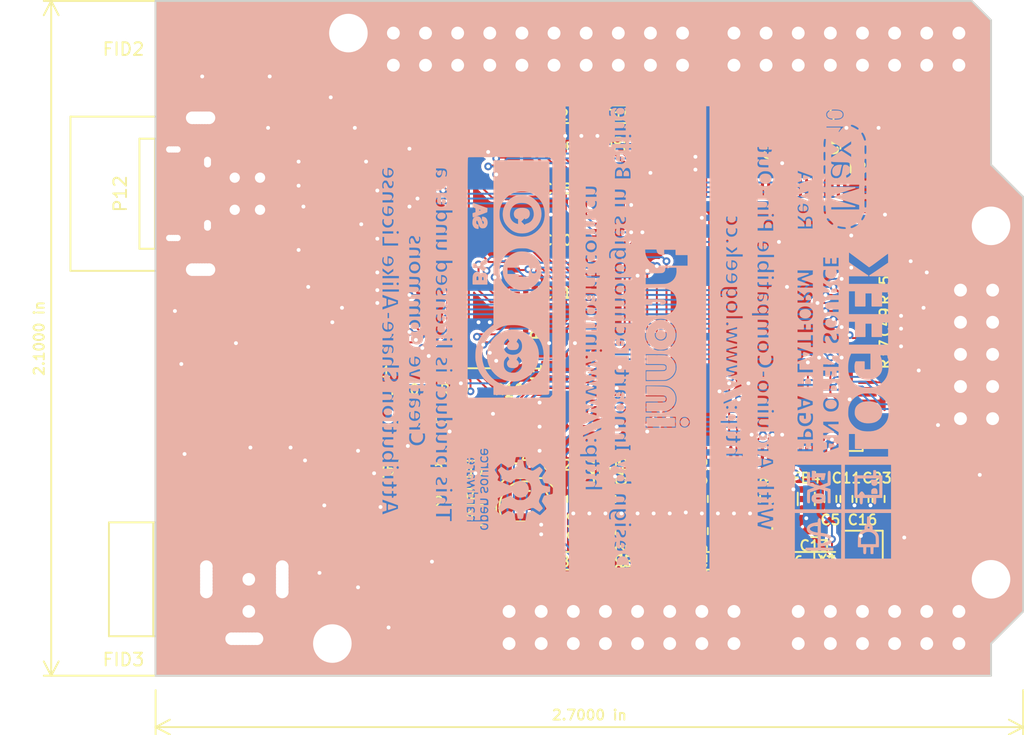
<source format=kicad_pcb>
(kicad_pcb (version 4) (host pcbnew "(2015-07-08 BZR 5908, Git 901e961)-product")
  (title_block (date "lun. 30 mars 2015"))
  (layers (0 F.Cu signal hide) (31 B.Cu signal hide) (34 B.Paste user hide) (35 F.Paste user hide) (36 B.SilkS user hide) (37 F.SilkS user) (38 B.Mask user hide) (39 F.Mask user hide) (44 Edge.Cuts user))
  (net 0 "")
  (net 1 +5V)
  (net 2 /A0)
  (net 3 /A1)
  (net 4 /A2)
  (net 5 /A3)
  (net 6 /AREF)
  (net 7 "Net-(P5-Pad1)")
  (net 8 "Net-(P6-Pad1)")
  (net 9 "Net-(P7-Pad1)")
  (net 10 "Net-(P8-Pad1)")
  (net 11 "Net-(P1-Pad1)")
  (net 12 +3V3)
  (net 13 GNDD)
  (net 14 GNDA)
  (net 15 /VCCIO1B)
  (net 16 /RESETn)
  (net 17 /VCCA)
  (net 18 /VCCIO1A)
  (net 19 /VIN)
  (net 20 "Net-(P9-Pad4)")
  (net 21 /USBDM)
  (net 22 /USBDP)
  (net 23 /TCK)
  (net 24 /CONFIG_DONE)
  (net 25 /CONFIG_SEL)
  (net 26 /TDI)
  (net 27 /TMS)
  (net 28 /JTAGEN)
  (net 29 /nSTATUS)
  (net 30 /nCONFIG)
  (net 31 "Net-(U5-Pad56)")
  (net 32 /AIN0)
  (net 33 /ADC_VREF)
  (net 34 /AIN1)
  (net 35 /AIN2)
  (net 36 /AIN3)
  (net 37 /AIN4)
  (net 38 /AIN5)
  (net 39 "Net-(U1-Pad17)")
  (net 40 /TDO)
  (net 41 "Net-(U1-Pad26)")
  (net 42 /SYSCLK)
  (net 43 "Net-(U1-Pad30)")
  (net 44 "Net-(U1-Pad32)")
  (net 45 "Net-(U1-Pad61)")
  (net 46 "Net-(U1-Pad80)")
  (net 47 "Net-(U1-Pad97)")
  (net 48 "Net-(U1-Pad112)")
  (net 49 "Net-(U1-Pad118)")
  (net 50 "Net-(U1-Pad127)")
  (net 51 "Net-(U1-Pad132)")
  (net 52 "Net-(U1-Pad135)")
  (net 53 /VIN_SAFE)
  (net 54 /AIN6)
  (net 55 /AIN7)
  (net 56 /AIN8)
  (net 57 /D15)
  (net 58 /D14)
  (net 59 /D9)
  (net 60 /D8)
  (net 61 /D7)
  (net 62 /D6)
  (net 63 /D5)
  (net 64 /D4)
  (net 65 /D3)
  (net 66 /D2)
  (net 67 "Net-(P13-Pad6)")
  (net 68 "Net-(P13-Pad7)")
  (net 69 "Net-(P13-Pad8)")
  (net 70 /B7)
  (net 71 /B6)
  (net 72 /B5)
  (net 73 /B4)
  (net 74 /B3)
  (net 75 /B2)
  (net 76 /B1)
  (net 77 /B0)
  (net 78 /A6)
  (net 79 /A7)
  (net 80 /A8)
  (net 81 /C16)
  (net 82 /C15)
  (net 83 /C14)
  (net 84 /C13)
  (net 85 /C12)
  (net 86 /C11)
  (net 87 /C10)
  (net 88 /C9)
  (net 89 /C8)
  (net 90 /C7)
  (net 91 /C6)
  (net 92 /C5)
  (net 93 /C4)
  (net 94 /C3)
  (net 95 /C2)
  (net 96 /C1)
  (net 97 /C0)
  (net 98 /DM)
  (net 99 /DP)
  (net 100 /A4)
  (net 101 /A5)
  (net 102 /ITCK)
  (net 103 /ITDO)
  (net 104 /ITMS)
  (net 105 /ITDI)
  (net 106 /USERCLK)
  (net 107 "Net-(U1-Pad98)")
  (net 108 /SPI_IO1)
  (net 109 /SPI_IO2)
  (net 110 /SPI_IO0)
  (net 111 /SPI_CLK)
  (net 112 /SPI_IO3)
  (net 113 "Net-(X1-Pad1)")
  (net 114 /LEDEN)
  (net 115 /5VBS)
  (net 116 /5VSW)
  (net 117 /3VBS)
  (net 118 /3VSW)
  (net 119 /CPU_AVCC)
  (net 120 /XTALO)
  (net 121 /XTALI)
  (net 122 /CPU_RESETn)
  (net 123 /D13)
  (net 124 /D12)
  (net 125 /D11)
  (net 126 /D10)
  (net 127 /D1)
  (net 128 /D0)
  (net 129 /USBPWR)
  (net 130 /FLAGC)
  (net 131 /5VEN)
  (net 132 /5VFB)
  (net 133 /3VEN)
  (net 134 /SPI_CS)
  (net 135 /3VFB)
  (net 136 /SCL)
  (net 137 /SDA)
  (net 138 /WAKEUP)
  (net 139 /ROMEN)
  (net 140 /IFCLK)
  (net 141 /FD3)
  (net 142 /FD2)
  (net 143 /FD1)
  (net 144 /FD0)
  (net 145 /FD4)
  (net 146 /FD5)
  (net 147 /FD6)
  (net 148 /FD7)
  (net 149 /FPGA_RESETn)
  (net 150 /FLAGD)
  (net 151 /PKTEND)
  (net 152 /FIFOADR1)
  (net 153 /FIFOADR0)
  (net 154 /WU2)
  (net 155 /SLOE)
  (net 156 /SLWR)
  (net 157 /FLAGB)
  (net 158 /FLAGA)
  (net 159 /SLRD)
  (net 160 /5VBAK)
  (net 161 /SHIELD)
  (net 162 "Net-(P15-Pad4)")
  (net 163 "Net-(D5-Pad2)")
  (module Fiducials:Fiducial_1mm_Dia_2.54mm_Outer_CopperTop (layer F.Cu) (at 174.498 84.455)
    (fp_text reference FID1 (at -5.08 0) (layer F.SilkS))
    (fp_text value Fiducial_1mm_Dia_2.54mm_Outer_CopperTop hide)
    (pad ~ smd circle (at 0 0) (size 1 1) (layers F.Cu F.Mask) (clearance 0.77))
  )
  (module Capacitors_SMD:C_0402 (layer F.Cu) (at 151.638 112.395 270)
    (fp_text reference C2 (at -1.778 0 270) (layer F.SilkS) (effects (font (size 0.8 0.8))))
    (fp_text value 0.1uF)
    (pad 1 smd rect (at -0.55 0 270) (size 0.6 0.5) (layers F.Cu F.Paste F.Mask) (net 18 /VCCIO1A))
    (pad 2 smd rect (at 0.55 0 270) (size 0.6 0.5) (layers F.Cu F.Paste F.Mask) (net 14 GNDA))
  )
  (module Capacitors_SMD:C_0402 (layer F.Cu) (at 160.528 112.395 90)
    (fp_text reference C3 (at 1.778 0 90) (layer F.SilkS) (effects (font (size 0.8 0.8))))
    (fp_text value 0.1uF)
    (pad 1 smd rect (at -0.55 0 90) (size 0.6 0.5) (layers F.Cu F.Paste F.Mask) (net 15 /VCCIO1B))
    (pad 2 smd rect (at 0.55 0 90) (size 0.6 0.5) (layers F.Cu F.Paste F.Mask) (net 14 GNDA))
  )
  (module Resistors_SMD:R_0603 (layer F.Cu) (at 166.878 84.455 90)
    (fp_text reference FB1 (at -1.778 0 180) (layer F.SilkS) (effects (font (size 0.8 0.8))))
    (fp_text value FILTER)
    (pad 1 smd rect (at -0.75 0 90) (size 0.5 0.9) (layers F.Cu F.Paste F.Mask) (net 12 +3V3))
    (pad 2 smd rect (at 0.75 0 90) (size 0.5 0.9) (layers F.Cu F.Paste F.Mask) (net 17 /VCCA))
  )
  (module Resistors_SMD:R_0603 (layer F.Cu) (at 152.908 114.935 90)
    (fp_text reference FB2 (at -2.286 0 90) (layer F.SilkS) (effects (font (size 0.8 0.8))))
    (fp_text value FILTER)
    (pad 1 smd rect (at -0.75 0 90) (size 0.5 0.9) (layers F.Cu F.Paste F.Mask) (net 12 +3V3))
    (pad 2 smd rect (at 0.75 0 90) (size 0.5 0.9) (layers F.Cu F.Paste F.Mask) (net 18 /VCCIO1A))
  )
  (module Resistors_SMD:R_0603 (layer F.Cu) (at 160.528 114.935 90)
    (fp_text reference FB3 (at -2.286 0 90) (layer F.SilkS) (effects (font (size 0.8 0.8))))
    (fp_text value FILTER)
    (pad 1 smd rect (at -0.75 0 90) (size 0.5 0.9) (layers F.Cu F.Paste F.Mask) (net 12 +3V3))
    (pad 2 smd rect (at 0.75 0 90) (size 0.5 0.9) (layers F.Cu F.Paste F.Mask) (net 15 /VCCIO1B))
  )
  (module Resistors_SMD:R_0603 (layer F.Cu) (at 162.433 112.395 270)
    (fp_text reference FB4 (at -1.651 0 360) (layer F.SilkS) (effects (font (size 0.8 0.8))))
    (fp_text value FILTER)
    (pad 1 smd rect (at -0.75 0 270) (size 0.5 0.9) (layers F.Cu F.Paste F.Mask) (net 14 GNDA))
    (pad 2 smd rect (at 0.75 0 270) (size 0.5 0.9) (layers F.Cu F.Paste F.Mask) (net 13 GNDD))
  )
  (module Housings_SOT-23_SOT-143_TSOT-6:SOT-23 (layer F.Cu) (at 114.173 106.68)
    (fp_text reference Q2 (at 1.905 2.032) (layer F.SilkS) (effects (font (size 0.8 0.8))))
    (fp_text value SI2303CDS)
    (pad 1 smd rect (at -0.95 1.00076) (size 0.8001 0.8001) (layers F.Cu F.Paste F.Mask) (net 160 /5VBAK))
    (pad 2 smd rect (at 0.95 1.00076) (size 0.8001 0.8001) (layers F.Cu F.Paste F.Mask) (net 1 +5V))
    (pad 3 smd rect (at 0 -0.99822) (size 0.8001 0.8001) (layers F.Cu F.Paste F.Mask) (net 129 /USBPWR))
  )
  (module Housings_SOT-23_SOT-143_TSOT-6:SOT-23-6 (layer F.Cu) (at 117.348 102.235 270)
    (fp_text reference U2 (at -2.54 0.889 360) (layer F.SilkS) (effects (font (size 0.8 0.8))))
    (fp_text value MP2359DJ)
    (pad 1 smd rect (at -1.1 -0.95 270) (size 1.06 0.65) (layers F.Cu F.Paste F.Mask) (net 115 /5VBS))
    (pad 2 smd rect (at -1.1 0 270) (size 1.06 0.65) (layers F.Cu F.Paste F.Mask) (net 13 GNDD))
    (pad 3 smd rect (at -1.1 0.95 270) (size 1.06 0.65) (layers F.Cu F.Paste F.Mask) (net 132 /5VFB))
    (pad 4 smd rect (at 1.1 0.95 270) (size 1.06 0.65) (layers F.Cu F.Paste F.Mask) (net 131 /5VEN))
    (pad 6 smd rect (at 1.1 -0.95 270) (size 1.06 0.65) (layers F.Cu F.Paste F.Mask) (net 116 /5VSW))
    (pad 5 smd rect (at 1.1 0 270) (size 1.06 0.65) (layers F.Cu F.Paste F.Mask) (net 53 /VIN_SAFE))
  )
  (module Housings_SOT-23_SOT-143_TSOT-6:SOT-23-6 (layer F.Cu) (at 128.778 114.935 270)
    (fp_text reference U3 (at -2.413 0.762 360) (layer F.SilkS) (effects (font (size 0.8 0.8))))
    (fp_text value MP2359DJ)
    (pad 1 smd rect (at -1.1 -0.95 270) (size 1.06 0.65) (layers F.Cu F.Paste F.Mask) (net 117 /3VBS))
    (pad 2 smd rect (at -1.1 0 270) (size 1.06 0.65) (layers F.Cu F.Paste F.Mask) (net 13 GNDD))
    (pad 3 smd rect (at -1.1 0.95 270) (size 1.06 0.65) (layers F.Cu F.Paste F.Mask) (net 135 /3VFB))
    (pad 4 smd rect (at 1.1 0.95 270) (size 1.06 0.65) (layers F.Cu F.Paste F.Mask) (net 133 /3VEN))
    (pad 6 smd rect (at 1.1 -0.95 270) (size 1.06 0.65) (layers F.Cu F.Paste F.Mask) (net 118 /3VSW))
    (pad 5 smd rect (at 1.1 0 270) (size 1.06 0.65) (layers F.Cu F.Paste F.Mask) (net 1 +5V))
  )
  (module Crystals_Oscillators_SMD:crystal_FA238-TSX3225 (layer F.Cu) (at 124.968 90.17 180)
    (fp_text reference X2 (at 2.921 0 270) (layer F.SilkS) (effects (font (size 0.8 0.8))))
    (fp_text value "24MHz 50ppm")
    (pad 1 smd rect (at -1.1 0.8 180) (size 1.4 1.2) (layers F.Cu F.Paste F.Mask) (net 120 /XTALO))
    (pad 3 smd rect (at 1.1 0.8 180) (size 1.4 1.2) (layers F.Cu F.Paste F.Mask) (net 13 GNDD))
    (pad 3 smd rect (at -1.1 -0.8 180) (size 1.4 1.2) (layers F.Cu F.Paste F.Mask) (net 13 GNDD))
    (pad 2 smd rect (at 1.1 -0.8 180) (size 1.4 1.2) (layers F.Cu F.Paste F.Mask) (net 121 /XTALI))
  )
  (module Capacitors_SMD:C_0402 (layer F.Cu) (at 168.148 84.455 90)
    (fp_text reference C1 (at 0 1.143 90) (layer F.SilkS) (effects (font (size 0.8 0.8))))
    (fp_text value 0.1uF)
    (pad 1 smd rect (at -0.55 0 90) (size 0.6 0.5) (layers F.Cu F.Paste F.Mask) (net 17 /VCCA))
    (pad 2 smd rect (at 0.55 0 90) (size 0.6 0.5) (layers F.Cu F.Paste F.Mask) (net 13 GNDD))
  )
  (module Housings_QFP:TQFP-144_20x20mm_Pitch0.5mm (layer F.Cu) (at 156.718 98.425 90)
    (fp_text reference U1 (at 12.319 -7.366 360) (layer F.SilkS) (effects (font (size 0.8 0.8))))
    (fp_text value 10M08SAE144)
    (pad 1 smd rect (at -10.55 -8.75 90) (size 1.45 0.25) (layers F.Cu F.Paste F.Mask) (net 12 +3V3))
    (pad 2 smd rect (at -10.55 -8.25 90) (size 1.45 0.25) (layers F.Cu F.Paste F.Mask) (net 17 /VCCA))
    (pad 3 smd rect (at -10.55 -7.75 90) (size 1.45 0.25) (layers F.Cu F.Paste F.Mask) (net 32 /AIN0))
    (pad 4 smd rect (at -10.55 -7.25 90) (size 1.45 0.25) (layers F.Cu F.Paste F.Mask) (net 14 GNDA))
    (pad 5 smd rect (at -10.55 -6.75 90) (size 1.45 0.25) (layers F.Cu F.Paste F.Mask) (net 33 /ADC_VREF))
    (pad 6 smd rect (at -10.55 -6.25 90) (size 1.45 0.25) (layers F.Cu F.Paste F.Mask) (net 54 /AIN6))
    (pad 7 smd rect (at -10.55 -5.75 90) (size 1.45 0.25) (layers F.Cu F.Paste F.Mask) (net 34 /AIN1))
    (pad 8 smd rect (at -10.55 -5.25 90) (size 1.45 0.25) (layers F.Cu F.Paste F.Mask) (net 55 /AIN7))
    (pad 9 smd rect (at -10.55 -4.75 90) (size 1.45 0.25) (layers F.Cu F.Paste F.Mask) (net 18 /VCCIO1A))
    (pad 10 smd rect (at -10.55 -4.25 90) (size 1.45 0.25) (layers F.Cu F.Paste F.Mask) (net 35 /AIN2))
    (pad 11 smd rect (at -10.55 -3.75 90) (size 1.45 0.25) (layers F.Cu F.Paste F.Mask) (net 56 /AIN8))
    (pad 12 smd rect (at -10.55 -3.25 90) (size 1.45 0.25) (layers F.Cu F.Paste F.Mask) (net 36 /AIN3))
    (pad 13 smd rect (at -10.55 -2.75 90) (size 1.45 0.25) (layers F.Cu F.Paste F.Mask) (net 37 /AIN4))
    (pad 14 smd rect (at -10.55 -2.25 90) (size 1.45 0.25) (layers F.Cu F.Paste F.Mask) (net 38 /AIN5))
    (pad 15 smd rect (at -10.55 -1.75 90) (size 1.45 0.25) (layers F.Cu F.Paste F.Mask) (net 28 /JTAGEN))
    (pad 16 smd rect (at -10.55 -1.25 90) (size 1.45 0.25) (layers F.Cu F.Paste F.Mask) (net 27 /TMS))
    (pad 17 smd rect (at -10.55 -0.75 90) (size 1.45 0.25) (layers F.Cu F.Paste F.Mask) (net 39 "Net-(U1-Pad17)"))
    (pad 18 smd rect (at -10.55 -0.25 90) (size 1.45 0.25) (layers F.Cu F.Paste F.Mask) (net 23 /TCK))
    (pad 19 smd rect (at -10.55 0.25 90) (size 1.45 0.25) (layers F.Cu F.Paste F.Mask) (net 26 /TDI))
    (pad 20 smd rect (at -10.55 0.75 90) (size 1.45 0.25) (layers F.Cu F.Paste F.Mask) (net 40 /TDO))
    (pad 21 smd rect (at -10.55 1.25 90) (size 1.45 0.25) (layers F.Cu F.Paste F.Mask) (net 77 /B0))
    (pad 22 smd rect (at -10.55 1.75 90) (size 1.45 0.25) (layers F.Cu F.Paste F.Mask) (net 76 /B1))
    (pad 23 smd rect (at -10.55 2.25 90) (size 1.45 0.25) (layers F.Cu F.Paste F.Mask) (net 15 /VCCIO1B))
    (pad 24 smd rect (at -10.55 2.75 90) (size 1.45 0.25) (layers F.Cu F.Paste F.Mask) (net 75 /B2))
    (pad 25 smd rect (at -10.55 3.25 90) (size 1.45 0.25) (layers F.Cu F.Paste F.Mask) (net 74 /B3))
    (pad 26 smd rect (at -10.55 3.75 90) (size 1.45 0.25) (layers F.Cu F.Paste F.Mask) (net 41 "Net-(U1-Pad26)"))
    (pad 27 smd rect (at -10.55 4.25 90) (size 1.45 0.25) (layers F.Cu F.Paste F.Mask) (net 42 /SYSCLK))
    (pad 28 smd rect (at -10.55 4.75 90) (size 1.45 0.25) (layers F.Cu F.Paste F.Mask) (net 106 /USERCLK))
    (pad 29 smd rect (at -10.55 5.25 90) (size 1.45 0.25) (layers F.Cu F.Paste F.Mask) (net 140 /IFCLK))
    (pad 30 smd rect (at -10.55 5.75 90) (size 1.45 0.25) (layers F.Cu F.Paste F.Mask) (net 43 "Net-(U1-Pad30)"))
    (pad 31 smd rect (at -10.55 6.25 90) (size 1.45 0.25) (layers F.Cu F.Paste F.Mask) (net 12 +3V3))
    (pad 32 smd rect (at -10.55 6.75 90) (size 1.45 0.25) (layers F.Cu F.Paste F.Mask) (net 44 "Net-(U1-Pad32)"))
    (pad 33 smd rect (at -10.55 7.25 90) (size 1.45 0.25) (layers F.Cu F.Paste F.Mask) (net 140 /IFCLK))
    (pad 34 smd rect (at -10.55 7.75 90) (size 1.45 0.25) (layers F.Cu F.Paste F.Mask) (net 17 /VCCA))
    (pad 35 smd rect (at -10.55 8.25 90) (size 1.45 0.25) (layers F.Cu F.Paste F.Mask) (net 17 /VCCA))
    (pad 36 smd rect (at -10.55 8.75 90) (size 1.45 0.25) (layers F.Cu F.Paste F.Mask) (net 12 +3V3))
    (pad 37 smd rect (at -8.75 10.55 180) (size 1.45 0.25) (layers F.Cu F.Paste F.Mask) (net 12 +3V3))
    (pad 38 smd rect (at -8.25 10.55 180) (size 1.45 0.25) (layers F.Cu F.Paste F.Mask) (net 73 /B4))
    (pad 39 smd rect (at -7.75 10.55 180) (size 1.45 0.25) (layers F.Cu F.Paste F.Mask) (net 72 /B5))
    (pad 40 smd rect (at -7.25 10.55 180) (size 1.45 0.25) (layers F.Cu F.Paste F.Mask) (net 12 +3V3))
    (pad 41 smd rect (at -6.75 10.55 180) (size 1.45 0.25) (layers F.Cu F.Paste F.Mask) (net 71 /B6))
    (pad 42 smd rect (at -6.25 10.55 180) (size 1.45 0.25) (layers F.Cu F.Paste F.Mask) (net 13 GNDD))
    (pad 43 smd rect (at -5.75 10.55 180) (size 1.45 0.25) (layers F.Cu F.Paste F.Mask) (net 70 /B7))
    (pad 44 smd rect (at -5.25 10.55 180) (size 1.45 0.25) (layers F.Cu F.Paste F.Mask) (net 110 /SPI_IO0))
    (pad 45 smd rect (at -4.75 10.55 180) (size 1.45 0.25) (layers F.Cu F.Paste F.Mask) (net 111 /SPI_CLK))
    (pad 46 smd rect (at -4.25 10.55 180) (size 1.45 0.25) (layers F.Cu F.Paste F.Mask) (net 112 /SPI_IO3))
    (pad 47 smd rect (at -3.75 10.55 180) (size 1.45 0.25) (layers F.Cu F.Paste F.Mask) (net 134 /SPI_CS))
    (pad 48 smd rect (at -3.25 10.55 180) (size 1.45 0.25) (layers F.Cu F.Paste F.Mask) (net 108 /SPI_IO1))
    (pad 49 smd rect (at -2.75 10.55 180) (size 1.45 0.25) (layers F.Cu F.Paste F.Mask) (net 12 +3V3))
    (pad 50 smd rect (at -2.25 10.55 180) (size 1.45 0.25) (layers F.Cu F.Paste F.Mask) (net 109 /SPI_IO2))
    (pad 51 smd rect (at -1.75 10.55 180) (size 1.45 0.25) (layers F.Cu F.Paste F.Mask) (net 12 +3V3))
    (pad 52 smd rect (at -1.25 10.55 180) (size 1.45 0.25) (layers F.Cu F.Paste F.Mask) (net 145 /FD4))
    (pad 53 smd rect (at -0.75 10.55 180) (size 1.45 0.25) (layers F.Cu F.Paste F.Mask) (net 13 GNDD))
    (pad 54 smd rect (at -0.25 10.55 180) (size 1.45 0.25) (layers F.Cu F.Paste F.Mask) (net 146 /FD5))
    (pad 55 smd rect (at 0.25 10.55 180) (size 1.45 0.25) (layers F.Cu F.Paste F.Mask) (net 147 /FD6))
    (pad 56 smd rect (at 0.75 10.55 180) (size 1.45 0.25) (layers F.Cu F.Paste F.Mask) (net 148 /FD7))
    (pad 57 smd rect (at 1.25 10.55 180) (size 1.45 0.25) (layers F.Cu F.Paste F.Mask) (net 141 /FD3))
    (pad 58 smd rect (at 1.75 10.55 180) (size 1.45 0.25) (layers F.Cu F.Paste F.Mask) (net 142 /FD2))
    (pad 59 smd rect (at 2.25 10.55 180) (size 1.45 0.25) (layers F.Cu F.Paste F.Mask) (net 143 /FD1))
    (pad 60 smd rect (at 2.75 10.55 180) (size 1.45 0.25) (layers F.Cu F.Paste F.Mask) (net 144 /FD0))
    (pad 61 smd rect (at 3.25 10.55 180) (size 1.45 0.25) (layers F.Cu F.Paste F.Mask) (net 45 "Net-(U1-Pad61)"))
    (pad 62 smd rect (at 3.75 10.55 180) (size 1.45 0.25) (layers F.Cu F.Paste F.Mask) (net 97 /C0))
    (pad 63 smd rect (at 4.25 10.55 180) (size 1.45 0.25) (layers F.Cu F.Paste F.Mask) (net 13 GNDD))
    (pad 64 smd rect (at 4.75 10.55 180) (size 1.45 0.25) (layers F.Cu F.Paste F.Mask) (net 128 /D0))
    (pad 65 smd rect (at 5.25 10.55 180) (size 1.45 0.25) (layers F.Cu F.Paste F.Mask) (net 96 /C1))
    (pad 66 smd rect (at 5.75 10.55 180) (size 1.45 0.25) (layers F.Cu F.Paste F.Mask) (net 127 /D1))
    (pad 67 smd rect (at 6.25 10.55 180) (size 1.45 0.25) (layers F.Cu F.Paste F.Mask) (net 12 +3V3))
    (pad 68 smd rect (at 6.75 10.55 180) (size 1.45 0.25) (layers F.Cu F.Paste F.Mask) (net 13 GNDD))
    (pad 69 smd rect (at 7.25 10.55 180) (size 1.45 0.25) (layers F.Cu F.Paste F.Mask) (net 95 /C2))
    (pad 70 smd rect (at 7.75 10.55 180) (size 1.45 0.25) (layers F.Cu F.Paste F.Mask) (net 66 /D2))
    (pad 71 smd rect (at 8.25 10.55 180) (size 1.45 0.25) (layers F.Cu F.Paste F.Mask) (net 17 /VCCA))
    (pad 72 smd rect (at 8.75 10.55 180) (size 1.45 0.25) (layers F.Cu F.Paste F.Mask) (net 12 +3V3))
    (pad 73 smd rect (at 10.55 8.75 90) (size 1.45 0.25) (layers F.Cu F.Paste F.Mask) (net 12 +3V3))
    (pad 74 smd rect (at 10.55 8.25 90) (size 1.45 0.25) (layers F.Cu F.Paste F.Mask) (net 94 /C3))
    (pad 75 smd rect (at 10.55 7.75 90) (size 1.45 0.25) (layers F.Cu F.Paste F.Mask) (net 65 /D3))
    (pad 76 smd rect (at 10.55 7.25 90) (size 1.45 0.25) (layers F.Cu F.Paste F.Mask) (net 93 /C4))
    (pad 77 smd rect (at 10.55 6.75 90) (size 1.45 0.25) (layers F.Cu F.Paste F.Mask) (net 64 /D4))
    (pad 78 smd rect (at 10.55 6.25 90) (size 1.45 0.25) (layers F.Cu F.Paste F.Mask) (net 92 /C5))
    (pad 79 smd rect (at 10.55 5.75 90) (size 1.45 0.25) (layers F.Cu F.Paste F.Mask) (net 63 /D5))
    (pad 80 smd rect (at 10.55 5.25 90) (size 1.45 0.25) (layers F.Cu F.Paste F.Mask) (net 46 "Net-(U1-Pad80)"))
    (pad 81 smd rect (at 10.55 4.75 90) (size 1.45 0.25) (layers F.Cu F.Paste F.Mask) (net 91 /C6))
    (pad 82 smd rect (at 10.55 4.25 90) (size 1.45 0.25) (layers F.Cu F.Paste F.Mask) (net 12 +3V3))
    (pad 83 smd rect (at 10.55 3.75 90) (size 1.45 0.25) (layers F.Cu F.Paste F.Mask) (net 13 GNDD))
    (pad 84 smd rect (at 10.55 3.25 90) (size 1.45 0.25) (layers F.Cu F.Paste F.Mask) (net 62 /D6))
    (pad 85 smd rect (at 10.55 2.75 90) (size 1.45 0.25) (layers F.Cu F.Paste F.Mask) (net 90 /C7))
    (pad 86 smd rect (at 10.55 2.25 90) (size 1.45 0.25) (layers F.Cu F.Paste F.Mask) (net 61 /D7))
    (pad 87 smd rect (at 10.55 1.75 90) (size 1.45 0.25) (layers F.Cu F.Paste F.Mask) (net 89 /C8))
    (pad 88 smd rect (at 10.55 1.25 90) (size 1.45 0.25) (layers F.Cu F.Paste F.Mask) (net 60 /D8))
    (pad 89 smd rect (at 10.55 0.75 90) (size 1.45 0.25) (layers F.Cu F.Paste F.Mask) (net 88 /C9))
    (pad 90 smd rect (at 10.55 0.25 90) (size 1.45 0.25) (layers F.Cu F.Paste F.Mask) (net 59 /D9))
    (pad 91 smd rect (at 10.55 -0.25 90) (size 1.45 0.25) (layers F.Cu F.Paste F.Mask) (net 87 /C10))
    (pad 92 smd rect (at 10.55 -0.75 90) (size 1.45 0.25) (layers F.Cu F.Paste F.Mask) (net 126 /D10))
    (pad 93 smd rect (at 10.55 -1.25 90) (size 1.45 0.25) (layers F.Cu F.Paste F.Mask) (net 86 /C11))
    (pad 94 smd rect (at 10.55 -1.75 90) (size 1.45 0.25) (layers F.Cu F.Paste F.Mask) (net 12 +3V3))
    (pad 95 smd rect (at 10.55 -2.25 90) (size 1.45 0.25) (layers F.Cu F.Paste F.Mask) (net 13 GNDD))
    (pad 96 smd rect (at 10.55 -2.75 90) (size 1.45 0.25) (layers F.Cu F.Paste F.Mask) (net 149 /FPGA_RESETn))
    (pad 97 smd rect (at 10.55 -3.25 90) (size 1.45 0.25) (layers F.Cu F.Paste F.Mask) (net 47 "Net-(U1-Pad97)"))
    (pad 98 smd rect (at 10.55 -3.75 90) (size 1.45 0.25) (layers F.Cu F.Paste F.Mask) (net 107 "Net-(U1-Pad98)"))
    (pad 99 smd rect (at 10.55 -4.25 90) (size 1.45 0.25) (layers F.Cu F.Paste F.Mask) (net 125 /D11))
    (pad 100 smd rect (at 10.55 -4.75 90) (size 1.45 0.25) (layers F.Cu F.Paste F.Mask) (net 85 /C12))
    (pad 101 smd rect (at 10.55 -5.25 90) (size 1.45 0.25) (layers F.Cu F.Paste F.Mask) (net 124 /D12))
    (pad 102 smd rect (at 10.55 -5.75 90) (size 1.45 0.25) (layers F.Cu F.Paste F.Mask) (net 84 /C13))
    (pad 103 smd rect (at 10.55 -6.25 90) (size 1.45 0.25) (layers F.Cu F.Paste F.Mask) (net 12 +3V3))
    (pad 104 smd rect (at 10.55 -6.75 90) (size 1.45 0.25) (layers F.Cu F.Paste F.Mask) (net 13 GNDD))
    (pad 105 smd rect (at 10.55 -7.25 90) (size 1.45 0.25) (layers F.Cu F.Paste F.Mask) (net 123 /D13))
    (pad 106 smd rect (at 10.55 -7.75 90) (size 1.45 0.25) (layers F.Cu F.Paste F.Mask) (net 83 /C14))
    (pad 107 smd rect (at 10.55 -8.25 90) (size 1.45 0.25) (layers F.Cu F.Paste F.Mask) (net 17 /VCCA))
    (pad 108 smd rect (at 10.55 -8.75 90) (size 1.45 0.25) (layers F.Cu F.Paste F.Mask) (net 12 +3V3))
    (pad 109 smd rect (at 8.75 -10.55 180) (size 1.45 0.25) (layers F.Cu F.Paste F.Mask) (net 12 +3V3))
    (pad 110 smd rect (at 8.25 -10.55 180) (size 1.45 0.25) (layers F.Cu F.Paste F.Mask) (net 82 /C15))
    (pad 111 smd rect (at 7.75 -10.55 180) (size 1.45 0.25) (layers F.Cu F.Paste F.Mask) (net 58 /D14))
    (pad 112 smd rect (at 7.25 -10.55 180) (size 1.45 0.25) (layers F.Cu F.Paste F.Mask) (net 48 "Net-(U1-Pad112)"))
    (pad 113 smd rect (at 6.75 -10.55 180) (size 1.45 0.25) (layers F.Cu F.Paste F.Mask) (net 81 /C16))
    (pad 114 smd rect (at 6.25 -10.55 180) (size 1.45 0.25) (layers F.Cu F.Paste F.Mask) (net 57 /D15))
    (pad 115 smd rect (at 5.75 -10.55 180) (size 1.45 0.25) (layers F.Cu F.Paste F.Mask) (net 12 +3V3))
    (pad 116 smd rect (at 5.25 -10.55 180) (size 1.45 0.25) (layers F.Cu F.Paste F.Mask) (net 13 GNDD))
    (pad 117 smd rect (at 4.75 -10.55 180) (size 1.45 0.25) (layers F.Cu F.Paste F.Mask) (net 12 +3V3))
    (pad 118 smd rect (at 4.25 -10.55 180) (size 1.45 0.25) (layers F.Cu F.Paste F.Mask) (net 49 "Net-(U1-Pad118)"))
    (pad 119 smd rect (at 3.75 -10.55 180) (size 1.45 0.25) (layers F.Cu F.Paste F.Mask) (net 150 /FLAGD))
    (pad 120 smd rect (at 3.25 -10.55 180) (size 1.45 0.25) (layers F.Cu F.Paste F.Mask) (net 151 /PKTEND))
    (pad 121 smd rect (at 2.75 -10.55 180) (size 1.45 0.25) (layers F.Cu F.Paste F.Mask) (net 152 /FIFOADR1))
    (pad 122 smd rect (at 2.25 -10.55 180) (size 1.45 0.25) (layers F.Cu F.Paste F.Mask) (net 153 /FIFOADR0))
    (pad 123 smd rect (at 1.75 -10.55 180) (size 1.45 0.25) (layers F.Cu F.Paste F.Mask) (net 154 /WU2))
    (pad 124 smd rect (at 1.25 -10.55 180) (size 1.45 0.25) (layers F.Cu F.Paste F.Mask) (net 155 /SLOE))
    (pad 125 smd rect (at 0.75 -10.55 180) (size 1.45 0.25) (layers F.Cu F.Paste F.Mask) (net 13 GNDD))
    (pad 126 smd rect (at 0.25 -10.55 180) (size 1.45 0.25) (layers F.Cu F.Paste F.Mask) (net 25 /CONFIG_SEL))
    (pad 127 smd rect (at -0.25 -10.55 180) (size 1.45 0.25) (layers F.Cu F.Paste F.Mask) (net 50 "Net-(U1-Pad127)"))
    (pad 128 smd rect (at -0.75 -10.55 180) (size 1.45 0.25) (layers F.Cu F.Paste F.Mask) (net 12 +3V3))
    (pad 129 smd rect (at -1.25 -10.55 180) (size 1.45 0.25) (layers F.Cu F.Paste F.Mask) (net 30 /nCONFIG))
    (pad 130 smd rect (at -1.75 -10.55 180) (size 1.45 0.25) (layers F.Cu F.Paste F.Mask) (net 159 /SLRD))
    (pad 131 smd rect (at -2.25 -10.55 180) (size 1.45 0.25) (layers F.Cu F.Paste F.Mask) (net 156 /SLWR))
    (pad 132 smd rect (at -2.75 -10.55 180) (size 1.45 0.25) (layers F.Cu F.Paste F.Mask) (net 51 "Net-(U1-Pad132)"))
    (pad 133 smd rect (at -3.25 -10.55 180) (size 1.45 0.25) (layers F.Cu F.Paste F.Mask) (net 13 GNDD))
    (pad 134 smd rect (at -3.75 -10.55 180) (size 1.45 0.25) (layers F.Cu F.Paste F.Mask) (net 130 /FLAGC))
    (pad 135 smd rect (at -4.25 -10.55 180) (size 1.45 0.25) (layers F.Cu F.Paste F.Mask) (net 52 "Net-(U1-Pad135)"))
    (pad 136 smd rect (at -4.75 -10.55 180) (size 1.45 0.25) (layers F.Cu F.Paste F.Mask) (net 29 /nSTATUS))
    (pad 137 smd rect (at -5.25 -10.55 180) (size 1.45 0.25) (layers F.Cu F.Paste F.Mask) (net 13 GNDD))
    (pad 138 smd rect (at -5.75 -10.55 180) (size 1.45 0.25) (layers F.Cu F.Paste F.Mask) (net 24 /CONFIG_DONE))
    (pad 139 smd rect (at -6.25 -10.55 180) (size 1.45 0.25) (layers F.Cu F.Paste F.Mask) (net 12 +3V3))
    (pad 140 smd rect (at -6.75 -10.55 180) (size 1.45 0.25) (layers F.Cu F.Paste F.Mask) (net 157 /FLAGB))
    (pad 141 smd rect (at -7.25 -10.55 180) (size 1.45 0.25) (layers F.Cu F.Paste F.Mask) (net 158 /FLAGA))
    (pad 142 smd rect (at -7.75 -10.55 180) (size 1.45 0.25) (layers F.Cu F.Paste F.Mask) (net 13 GNDD))
    (pad 143 smd rect (at -8.25 -10.55 180) (size 1.45 0.25) (layers F.Cu F.Paste F.Mask) (net 17 /VCCA))
    (pad 144 smd rect (at -8.75 -10.55 180) (size 1.45 0.25) (layers F.Cu F.Paste F.Mask) (net 12 +3V3))
  )
  (module Diodes_SMD:SOD-123 (layer F.Cu) (at 120.523 106.68 270)
    (fp_text reference D1 (at -2.794 0 540) (layer F.SilkS) (effects (font (size 0.8 0.8))))
    (fp_text value 1N5819WS)
    (pad 1 smd rect (at -1.635 0 270) (size 0.91 1.22) (layers F.Cu F.Paste F.Mask) (net 116 /5VSW))
    (pad 2 smd rect (at 1.635 0 270) (size 0.91 1.22) (layers F.Cu F.Paste F.Mask) (net 13 GNDD))
  )
  (module Capacitors_SMD:C_0402 (layer F.Cu) (at 145.288 84.455 90)
    (fp_text reference C4 (at -1.651 0 180) (layer F.SilkS) (effects (font (size 0.8 0.8))))
    (fp_text value 0.1uF)
    (pad 1 smd rect (at -0.55 0 90) (size 0.6 0.5) (layers F.Cu F.Paste F.Mask) (net 12 +3V3))
    (pad 2 smd rect (at 0.55 0 90) (size 0.6 0.5) (layers F.Cu F.Paste F.Mask) (net 13 GNDD))
  )
  (module Capacitors_SMD:C_0402 (layer F.Cu) (at 164.338 112.395 270)
    (fp_text reference C5 (at 1.651 0 360) (layer F.SilkS) (effects (font (size 0.8 0.8))))
    (fp_text value 0.1uF)
    (pad 1 smd rect (at -0.55 0 270) (size 0.6 0.5) (layers F.Cu F.Paste F.Mask) (net 17 /VCCA))
    (pad 2 smd rect (at 0.55 0 270) (size 0.6 0.5) (layers F.Cu F.Paste F.Mask) (net 13 GNDD))
  )
  (module Capacitors_SMD:C_0402 (layer F.Cu) (at 165.608 84.455 90)
    (fp_text reference C6 (at 0 -1.016 90) (layer F.SilkS) (effects (font (size 0.8 0.8))))
    (fp_text value 0.1uF)
    (pad 1 smd rect (at -0.55 0 90) (size 0.6 0.5) (layers F.Cu F.Paste F.Mask) (net 12 +3V3))
    (pad 2 smd rect (at 0.55 0 90) (size 0.6 0.5) (layers F.Cu F.Paste F.Mask) (net 13 GNDD))
  )
  (module Capacitors_SMD:C_0402 (layer F.Cu) (at 142.748 106.68 180)
    (fp_text reference C7 (at 1.651 0 270) (layer F.SilkS) (effects (font (size 0.8 0.8))))
    (fp_text value 0.1uF)
    (pad 1 smd rect (at -0.55 0 180) (size 0.6 0.5) (layers F.Cu F.Paste F.Mask) (net 17 /VCCA))
    (pad 2 smd rect (at 0.55 0 180) (size 0.6 0.5) (layers F.Cu F.Paste F.Mask) (net 13 GNDD))
  )
  (module Capacitors_SMD:C_0402 (layer F.Cu) (at 170.688 116.205 180)
    (fp_text reference C8 (at 0 -1.143 180) (layer F.SilkS) (effects (font (size 0.8 0.8))))
    (fp_text value 0.1uF)
    (pad 1 smd rect (at -0.55 0 180) (size 0.6 0.5) (layers F.Cu F.Paste F.Mask) (net 12 +3V3))
    (pad 2 smd rect (at 0.55 0 180) (size 0.6 0.5) (layers F.Cu F.Paste F.Mask) (net 13 GNDD))
  )
  (module Capacitors_SMD:C_0402 (layer F.Cu) (at 146.558 84.455 90)
    (fp_text reference C9 (at 0 1.143 90) (layer F.SilkS) (effects (font (size 0.8 0.8))))
    (fp_text value 0.1uF)
    (pad 1 smd rect (at -0.55 0 90) (size 0.6 0.5) (layers F.Cu F.Paste F.Mask) (net 17 /VCCA))
    (pad 2 smd rect (at 0.55 0 90) (size 0.6 0.5) (layers F.Cu F.Paste F.Mask) (net 13 GNDD))
  )
  (module Capacitors_SMD:C_0402 (layer F.Cu) (at 144.018 112.395 270)
    (fp_text reference C10 (at 2.159 0 450) (layer F.SilkS) (effects (font (size 0.8 0.8))))
    (fp_text value 0.1uF)
    (pad 1 smd rect (at -0.55 0 270) (size 0.6 0.5) (layers F.Cu F.Paste F.Mask) (net 12 +3V3))
    (pad 2 smd rect (at 0.55 0 270) (size 0.6 0.5) (layers F.Cu F.Paste F.Mask) (net 13 GNDD))
  )
  (module Capacitors_SMD:C_0402 (layer F.Cu) (at 165.608 112.395 270)
    (fp_text reference C11 (at -1.651 0 360) (layer F.SilkS) (effects (font (size 0.8 0.8))))
    (fp_text value 0.1uF)
    (pad 1 smd rect (at -0.55 0 270) (size 0.6 0.5) (layers F.Cu F.Paste F.Mask) (net 17 /VCCA))
    (pad 2 smd rect (at 0.55 0 270) (size 0.6 0.5) (layers F.Cu F.Paste F.Mask) (net 13 GNDD))
  )
  (module Capacitors_SMD:C_0402 (layer F.Cu) (at 142.748 108.585 180)
    (fp_text reference C12 (at 0 -1.143 360) (layer F.SilkS) (effects (font (size 0.8 0.8))))
    (fp_text value 0.1uF)
    (pad 1 smd rect (at -0.55 0 180) (size 0.6 0.5) (layers F.Cu F.Paste F.Mask) (net 12 +3V3))
    (pad 2 smd rect (at 0.55 0 180) (size 0.6 0.5) (layers F.Cu F.Paste F.Mask) (net 13 GNDD))
  )
  (module Capacitors_SMD:C_0402 (layer F.Cu) (at 163.068 114.935 180)
    (fp_text reference C13 (at 0 -1.143 180) (layer F.SilkS) (effects (font (size 0.8 0.8))))
    (fp_text value 0.1uF)
    (pad 1 smd rect (at -0.55 0 180) (size 0.6 0.5) (layers F.Cu F.Paste F.Mask) (net 12 +3V3))
    (pad 2 smd rect (at 0.55 0 180) (size 0.6 0.5) (layers F.Cu F.Paste F.Mask) (net 13 GNDD))
  )
  (module Capacitors_SMD:C_0402 (layer F.Cu) (at 152.908 84.455 270)
    (fp_text reference C14 (at 0 1.016 270) (layer F.SilkS) (effects (font (size 0.8 0.8))))
    (fp_text value 0.1uF)
    (pad 1 smd rect (at -0.55 0 270) (size 0.6 0.5) (layers F.Cu F.Paste F.Mask) (net 12 +3V3))
    (pad 2 smd rect (at 0.55 0 270) (size 0.6 0.5) (layers F.Cu F.Paste F.Mask) (net 13 GNDD))
  )
  (module Capacitors_SMD:C_0402 (layer F.Cu) (at 160.528 84.455 270)
    (fp_text reference C15 (at 0 1.016 270) (layer F.SilkS) (effects (font (size 0.8 0.8))))
    (fp_text value 0.1uF)
    (pad 1 smd rect (at -0.55 0 270) (size 0.6 0.5) (layers F.Cu F.Paste F.Mask) (net 12 +3V3))
    (pad 2 smd rect (at 0.55 0 270) (size 0.6 0.5) (layers F.Cu F.Paste F.Mask) (net 13 GNDD))
  )
  (module Capacitors_SMD:C_0402 (layer F.Cu) (at 166.878 112.395 270)
    (fp_text reference C16 (at 1.651 0 360) (layer F.SilkS) (effects (font (size 0.8 0.8))))
    (fp_text value 0.1uF)
    (pad 1 smd rect (at -0.55 0 270) (size 0.6 0.5) (layers F.Cu F.Paste F.Mask) (net 12 +3V3))
    (pad 2 smd rect (at 0.55 0 270) (size 0.6 0.5) (layers F.Cu F.Paste F.Mask) (net 13 GNDD))
  )
  (module Capacitors_SMD:C_0402 (layer F.Cu) (at 142.748 104.775 180)
    (fp_text reference C17 (at -1.651 0 270) (layer F.SilkS) (effects (font (size 0.8 0.8))))
    (fp_text value 0.1uF)
    (pad 1 smd rect (at -0.55 0 180) (size 0.6 0.5) (layers F.Cu F.Paste F.Mask) (net 12 +3V3))
    (pad 2 smd rect (at 0.55 0 180) (size 0.6 0.5) (layers F.Cu F.Paste F.Mask) (net 13 GNDD))
  )
  (module Capacitors_SMD:C_0805 (layer F.Cu) (at 117.348 107.315 270)
    (fp_text reference C18 (at -2.159 0 360) (layer F.SilkS) (effects (font (size 0.8 0.8))))
    (fp_text value 10uF)
    (pad 1 smd rect (at -1 0 270) (size 1 1.25) (layers F.Cu F.Paste F.Mask) (net 53 /VIN_SAFE))
    (pad 2 smd rect (at 1 0 270) (size 1 1.25) (layers F.Cu F.Paste F.Mask) (net 13 GNDD))
  )
  (module Capacitors_SMD:C_0402 (layer F.Cu) (at 120.523 102.235 270)
    (fp_text reference C19 (at -1.524 0 540) (layer F.SilkS) (effects (font (size 0.8 0.8))))
    (fp_text value 0.1uF)
    (pad 1 smd rect (at -0.55 0 270) (size 0.6 0.5) (layers F.Cu F.Paste F.Mask) (net 115 /5VBS))
    (pad 2 smd rect (at 0.55 0 270) (size 0.6 0.5) (layers F.Cu F.Paste F.Mask) (net 116 /5VSW))
  )
  (module Capacitors_SMD:C_0805 (layer F.Cu) (at 124.968 108.585)
    (fp_text reference C20 (at 0 -1.397) (layer F.SilkS) (effects (font (size 0.8 0.8))))
    (fp_text value 22uF)
    (pad 1 smd rect (at -1 0) (size 1 1.25) (layers F.Cu F.Paste F.Mask) (net 160 /5VBAK))
    (pad 2 smd rect (at 1 0) (size 1 1.25) (layers F.Cu F.Paste F.Mask) (net 13 GNDD))
  )
  (module Capacitors_SMD:C_0805 (layer F.Cu) (at 124.968 119.38 180)
    (fp_text reference C21 (at 0 1.397 180) (layer F.SilkS) (effects (font (size 0.8 0.8))))
    (fp_text value 22uF)
    (pad 1 smd rect (at -1 0 180) (size 1 1.25) (layers F.Cu F.Paste F.Mask) (net 1 +5V))
    (pad 2 smd rect (at 1 0 180) (size 1 1.25) (layers F.Cu F.Paste F.Mask) (net 13 GNDD))
  )
  (module Capacitors_SMD:C_0402 (layer F.Cu) (at 132.588 113.665 180)
    (fp_text reference C22 (at 0 1.016 180) (layer F.SilkS) (effects (font (size 0.8 0.8))))
    (fp_text value 0.1uF)
    (pad 1 smd rect (at -0.55 0 180) (size 0.6 0.5) (layers F.Cu F.Paste F.Mask) (net 117 /3VBS))
    (pad 2 smd rect (at 0.55 0 180) (size 0.6 0.5) (layers F.Cu F.Paste F.Mask) (net 118 /3VSW))
  )
  (module Capacitors_SMD:C_0402 (layer F.Cu) (at 168.148 112.395 270)
    (fp_text reference C23 (at -1.651 0.127 360) (layer F.SilkS) (effects (font (size 0.8 0.8))))
    (fp_text value 0.1uF)
    (pad 1 smd rect (at -0.55 0 270) (size 0.6 0.5) (layers F.Cu F.Paste F.Mask) (net 12 +3V3))
    (pad 2 smd rect (at 0.55 0 270) (size 0.6 0.5) (layers F.Cu F.Paste F.Mask) (net 13 GNDD))
  )
  (module Capacitors_SMD:C_0805 (layer F.Cu) (at 133.858 116.205 180)
    (fp_text reference C24 (at 0.762 1.397 180) (layer F.SilkS) (effects (font (size 0.8 0.8))))
    (fp_text value 22uF)
    (pad 1 smd rect (at -1 0 180) (size 1 1.25) (layers F.Cu F.Paste F.Mask) (net 12 +3V3))
    (pad 2 smd rect (at 1 0 180) (size 1 1.25) (layers F.Cu F.Paste F.Mask) (net 13 GNDD))
  )
  (module Capacitors_SMD:C_0402 (layer F.Cu) (at 128.778 111.125 180)
    (fp_text reference C25 (at 0 1.016 180) (layer F.SilkS) (effects (font (size 0.8 0.8))))
    (fp_text value 0.1uF)
    (pad 1 smd rect (at -0.55 0 180) (size 0.6 0.5) (layers F.Cu F.Paste F.Mask) (net 12 +3V3))
    (pad 2 smd rect (at 0.55 0 180) (size 0.6 0.5) (layers F.Cu F.Paste F.Mask) (net 13 GNDD))
  )
  (module Capacitors_SMD:C_0402 (layer F.Cu) (at 146.558 112.395 270)
    (fp_text reference C26 (at -2.159 0 270) (layer F.SilkS) (effects (font (size 0.8 0.8))))
    (fp_text value 0.1uF)
    (pad 1 smd rect (at -0.55 0 270) (size 0.6 0.5) (layers F.Cu F.Paste F.Mask) (net 33 /ADC_VREF))
    (pad 2 smd rect (at 0.55 0 270) (size 0.6 0.5) (layers F.Cu F.Paste F.Mask) (net 14 GNDA))
  )
  (module Capacitors_SMD:C_0402 (layer F.Cu) (at 145.288 112.395 270)
    (fp_text reference C27 (at -2.159 0 270) (layer F.SilkS) (effects (font (size 0.8 0.8))))
    (fp_text value 0.1uF)
    (pad 1 smd rect (at -0.55 0 270) (size 0.6 0.5) (layers F.Cu F.Paste F.Mask) (net 32 /AIN0))
    (pad 2 smd rect (at 0.55 0 270) (size 0.6 0.5) (layers F.Cu F.Paste F.Mask) (net 14 GNDA))
  )
  (module Capacitors_SMD:C_0402 (layer F.Cu) (at 149.098 112.395 270)
    (fp_text reference C28 (at -2.159 0 270) (layer F.SilkS) (effects (font (size 0.8 0.8))))
    (fp_text value 0.1uF)
    (pad 1 smd rect (at -0.55 0 270) (size 0.6 0.5) (layers F.Cu F.Paste F.Mask) (net 34 /AIN1))
    (pad 2 smd rect (at 0.55 0 270) (size 0.6 0.5) (layers F.Cu F.Paste F.Mask) (net 14 GNDA))
  )
  (module Capacitors_SMD:C_0402 (layer F.Cu) (at 152.908 112.395 270)
    (fp_text reference C29 (at -2.159 0 270) (layer F.SilkS) (effects (font (size 0.8 0.8))))
    (fp_text value 0.1uF)
    (pad 1 smd rect (at -0.55 0 270) (size 0.6 0.5) (layers F.Cu F.Paste F.Mask) (net 35 /AIN2))
    (pad 2 smd rect (at 0.55 0 270) (size 0.6 0.5) (layers F.Cu F.Paste F.Mask) (net 14 GNDA))
  )
  (module Capacitors_SMD:C_0402 (layer F.Cu) (at 126.238 85.725)
    (fp_text reference C30 (at 1.778 0.254 90) (layer F.SilkS) (effects (font (size 0.8 0.8))))
    (fp_text value 0.1uF)
    (pad 1 smd rect (at -0.55 0) (size 0.6 0.5) (layers F.Cu F.Paste F.Mask) (net 12 +3V3))
    (pad 2 smd rect (at 0.55 0) (size 0.6 0.5) (layers F.Cu F.Paste F.Mask) (net 13 GNDD))
  )
  (module Capacitors_SMD:C_0402 (layer F.Cu) (at 123.698 85.725 180)
    (fp_text reference C31 (at 1.651 0 270) (layer F.SilkS) (effects (font (size 0.8 0.8))))
    (fp_text value 0.1uF)
    (pad 1 smd rect (at -0.55 0 180) (size 0.6 0.5) (layers F.Cu F.Paste F.Mask) (net 119 /CPU_AVCC))
    (pad 2 smd rect (at 0.55 0 180) (size 0.6 0.5) (layers F.Cu F.Paste F.Mask) (net 13 GNDD))
  )
  (module Capacitors_SMD:C_0402 (layer F.Cu) (at 144.018 84.455 90)
    (fp_text reference C32 (at 0 -1.016 90) (layer F.SilkS) (effects (font (size 0.8 0.8))))
    (fp_text value 0.1uF)
    (pad 1 smd rect (at -0.55 0 90) (size 0.6 0.5) (layers F.Cu F.Paste F.Mask) (net 12 +3V3))
    (pad 2 smd rect (at 0.55 0 90) (size 0.6 0.5) (layers F.Cu F.Paste F.Mask) (net 13 GNDD))
  )
  (module Capacitors_SMD:C_0402 (layer F.Cu) (at 123.698 87.63 180)
    (fp_text reference C33 (at 1.651 -0.381 270) (layer F.SilkS) (effects (font (size 0.8 0.8))))
    (fp_text value 10pF)
    (pad 1 smd rect (at -0.55 0 180) (size 0.6 0.5) (layers F.Cu F.Paste F.Mask) (net 120 /XTALO))
    (pad 2 smd rect (at 0.55 0 180) (size 0.6 0.5) (layers F.Cu F.Paste F.Mask) (net 13 GNDD))
  )
  (module Capacitors_SMD:C_0402 (layer F.Cu) (at 126.238 87.63)
    (fp_text reference C34 (at 1.778 0.635 90) (layer F.SilkS) (effects (font (size 0.8 0.8))))
    (fp_text value 0.1uF)
    (pad 1 smd rect (at -0.55 0) (size 0.6 0.5) (layers F.Cu F.Paste F.Mask) (net 119 /CPU_AVCC))
    (pad 2 smd rect (at 0.55 0) (size 0.6 0.5) (layers F.Cu F.Paste F.Mask) (net 13 GNDD))
  )
  (module Capacitors_SMD:C_0402 (layer F.Cu) (at 155.448 112.395 270)
    (fp_text reference C35 (at -2.159 0 270) (layer F.SilkS) (effects (font (size 0.8 0.8))))
    (fp_text value 0.1uF)
    (pad 1 smd rect (at -0.55 0 270) (size 0.6 0.5) (layers F.Cu F.Paste F.Mask) (net 36 /AIN3))
    (pad 2 smd rect (at 0.55 0 270) (size 0.6 0.5) (layers F.Cu F.Paste F.Mask) (net 14 GNDA))
  )
  (module Capacitors_SMD:C_0402 (layer F.Cu) (at 156.718 112.395 270)
    (fp_text reference C36 (at -2.159 0 270) (layer F.SilkS) (effects (font (size 0.8 0.8))))
    (fp_text value 0.1uF)
    (pad 1 smd rect (at -0.55 0 270) (size 0.6 0.5) (layers F.Cu F.Paste F.Mask) (net 37 /AIN4))
    (pad 2 smd rect (at 0.55 0 270) (size 0.6 0.5) (layers F.Cu F.Paste F.Mask) (net 14 GNDA))
  )
  (module Capacitors_SMD:C_0402 (layer F.Cu) (at 157.988 112.395 270)
    (fp_text reference C37 (at -2.159 0 270) (layer F.SilkS) (effects (font (size 0.8 0.8))))
    (fp_text value 0.1uF)
    (pad 1 smd rect (at -0.55 0 270) (size 0.6 0.5) (layers F.Cu F.Paste F.Mask) (net 38 /AIN5))
    (pad 2 smd rect (at 0.55 0 270) (size 0.6 0.5) (layers F.Cu F.Paste F.Mask) (net 14 GNDA))
  )
  (module Capacitors_SMD:C_0402 (layer F.Cu) (at 142.748 88.9 180)
    (fp_text reference C38 (at 0 1.016 180) (layer F.SilkS) (effects (font (size 0.8 0.8))))
    (fp_text value 0.1uF)
    (pad 1 smd rect (at -0.55 0 180) (size 0.6 0.5) (layers F.Cu F.Paste F.Mask) (net 12 +3V3))
    (pad 2 smd rect (at 0.55 0 180) (size 0.6 0.5) (layers F.Cu F.Paste F.Mask) (net 13 GNDD))
  )
  (module Capacitors_SMD:C_0402 (layer F.Cu) (at 123.698 92.71)
    (fp_text reference C39 (at -1.651 -0.381 90) (layer F.SilkS) (effects (font (size 0.8 0.8))))
    (fp_text value 10pF)
    (pad 1 smd rect (at -0.55 0) (size 0.6 0.5) (layers F.Cu F.Paste F.Mask) (net 13 GNDD))
    (pad 2 smd rect (at 0.55 0) (size 0.6 0.5) (layers F.Cu F.Paste F.Mask) (net 121 /XTALI))
  )
  (module Capacitors_SMD:C_0402 (layer F.Cu) (at 142.748 90.805 180)
    (fp_text reference C40 (at 0 -1.143 180) (layer F.SilkS) (effects (font (size 0.8 0.8))))
    (fp_text value 0.1uF)
    (pad 1 smd rect (at -0.55 0 180) (size 0.6 0.5) (layers F.Cu F.Paste F.Mask) (net 12 +3V3))
    (pad 2 smd rect (at 0.55 0 180) (size 0.6 0.5) (layers F.Cu F.Paste F.Mask) (net 13 GNDD))
  )
  (module Capacitors_SMD:C_0402 (layer F.Cu) (at 142.748 97.155)
    (fp_text reference C41 (at 0 -1.016) (layer F.SilkS) (effects (font (size 0.8 0.8))))
    (fp_text value 0.1uF)
    (pad 1 smd rect (at -0.55 0) (size 0.6 0.5) (layers F.Cu F.Paste F.Mask) (net 12 +3V3))
    (pad 2 smd rect (at 0.55 0) (size 0.6 0.5) (layers F.Cu F.Paste F.Mask) (net 13 GNDD))
  )
  (module Capacitors_SMD:C_0402 (layer F.Cu) (at 126.238 96.52 180)
    (fp_text reference C42 (at -1.778 -0.508 270) (layer F.SilkS) (effects (font (size 0.8 0.8))))
    (fp_text value 0.1uF)
    (pad 1 smd rect (at -0.55 0 180) (size 0.6 0.5) (layers F.Cu F.Paste F.Mask) (net 12 +3V3))
    (pad 2 smd rect (at 0.55 0 180) (size 0.6 0.5) (layers F.Cu F.Paste F.Mask) (net 13 GNDD))
  )
  (module Capacitors_SMD:C_0402 (layer F.Cu) (at 147.828 112.395 270)
    (fp_text reference C43 (at -2.159 0 270) (layer F.SilkS) (effects (font (size 0.8 0.8))))
    (fp_text value 0.1uF)
    (pad 1 smd rect (at -0.55 0 270) (size 0.6 0.5) (layers F.Cu F.Paste F.Mask) (net 54 /AIN6))
    (pad 2 smd rect (at 0.55 0 270) (size 0.6 0.5) (layers F.Cu F.Paste F.Mask) (net 14 GNDA))
  )
  (module Capacitors_SMD:C_0402 (layer F.Cu) (at 150.368 112.395 270)
    (fp_text reference C44 (at -2.159 0 270) (layer F.SilkS) (effects (font (size 0.8 0.8))))
    (fp_text value 0.1uF)
    (pad 1 smd rect (at -0.55 0 270) (size 0.6 0.5) (layers F.Cu F.Paste F.Mask) (net 55 /AIN7))
    (pad 2 smd rect (at 0.55 0 270) (size 0.6 0.5) (layers F.Cu F.Paste F.Mask) (net 14 GNDA))
  )
  (module Capacitors_SMD:C_0402 (layer F.Cu) (at 154.178 112.395 270)
    (fp_text reference C45 (at -2.159 0 270) (layer F.SilkS) (effects (font (size 0.8 0.8))))
    (fp_text value 0.1uF)
    (pad 1 smd rect (at -0.55 0 270) (size 0.6 0.5) (layers F.Cu F.Paste F.Mask) (net 56 /AIN8))
    (pad 2 smd rect (at 0.55 0 270) (size 0.6 0.5) (layers F.Cu F.Paste F.Mask) (net 14 GNDA))
  )
  (module Capacitors_SMD:C_0402 (layer F.Cu) (at 126.238 80.645 180)
    (fp_text reference C46 (at -1.778 -0.762 270) (layer F.SilkS) (effects (font (size 0.8 0.8))))
    (fp_text value 0.1uF)
    (pad 1 smd rect (at -0.55 0 180) (size 0.6 0.5) (layers F.Cu F.Paste F.Mask) (net 122 /CPU_RESETn))
    (pad 2 smd rect (at 0.55 0 180) (size 0.6 0.5) (layers F.Cu F.Paste F.Mask) (net 13 GNDD))
  )
  (module Diodes_SMD:SOD-123 (layer F.Cu) (at 129.413 121.92 270)
    (fp_text reference D3 (at -2.794 0 360) (layer F.SilkS) (effects (font (size 0.8 0.8))))
    (fp_text value 1N5819WS)
    (pad 1 smd rect (at -1.635 0 270) (size 0.91 1.22) (layers F.Cu F.Paste F.Mask) (net 118 /3VSW))
    (pad 2 smd rect (at 1.635 0 270) (size 0.91 1.22) (layers F.Cu F.Paste F.Mask) (net 13 GNDD))
  )
  (module Diodes_SMD:SOD-323 (layer F.Cu) (at 135.763 113.665)
    (fp_text reference D4 (at 0 -1.397) (layer F.SilkS) (effects (font (size 0.8 0.8))))
    (fp_text value 1N4148WS)
    (pad 1 smd rect (at -1.055 0) (size 0.59 0.45) (layers F.Cu F.Paste F.Mask) (net 117 /3VBS))
    (pad 2 smd rect (at 1.055 0) (size 0.59 0.45) (layers F.Cu F.Paste F.Mask) (net 12 +3V3))
  )
  (module Resistors_SMD:R_0603 (layer F.Cu) (at 123.698 83.82 180)
    (fp_text reference FB5 (at 1.651 0.381 270) (layer F.SilkS) (effects (font (size 0.8 0.8))))
    (fp_text value FILTER)
    (pad 1 smd rect (at -0.75 0 180) (size 0.5 0.9) (layers F.Cu F.Paste F.Mask) (net 12 +3V3))
    (pad 2 smd rect (at 0.75 0 180) (size 0.5 0.9) (layers F.Cu F.Paste F.Mask) (net 119 /CPU_AVCC))
  )
  (module Inductors:SELF-WE-TPC_M (layer F.Cu) (at 124.968 103.505)
    (fp_text reference L1 (at 3.937 -1.143 180) (layer F.SilkS) (effects (font (size 0.8 0.8))))
    (fp_text value 10uH)
    (pad 1 smd rect (at -2.159 0) (size 1.50114 5.30098) (layers F.Cu F.Paste F.Mask) (net 116 /5VSW))
    (pad 2 smd rect (at 2.159 0) (size 1.50114 5.30098) (layers F.Cu F.Paste F.Mask) (net 160 /5VBAK))
  )
  (module Inductors:SELF-WE-TPC_M (layer F.Cu) (at 133.858 121.285)
    (fp_text reference L2 (at -2.54 -3.302) (layer F.SilkS) (effects (font (size 0.8 0.8))))
    (fp_text value 4.7uH)
    (pad 1 smd rect (at -2.159 0) (size 1.50114 5.30098) (layers F.Cu F.Paste F.Mask) (net 118 /3VSW))
    (pad 2 smd rect (at 2.159 0) (size 1.50114 5.30098) (layers F.Cu F.Paste F.Mask) (net 12 +3V3))
  )
  (module Pin_Headers:Pin_Header_Straight_2x05 (layer F.Cu) (at 174.625 95.885)
    (fp_text reference P13 (at -0.635 -2.54) (layer F.SilkS) (effects (font (size 0.8 0.8))))
    (fp_text value "DC3 5x2")
    (pad 1 thru_hole rect (at 0 0) (size 1.7272 1.7272) (drill 1.016) (layers *.Cu *.Mask F.SilkS) (net 23 /TCK))
    (pad 2 thru_hole oval (at 2.54 0) (size 1.7272 1.7272) (drill 1.016) (layers *.Cu *.Mask F.SilkS) (net 13 GNDD))
    (pad 3 thru_hole oval (at 0 2.54) (size 1.7272 1.7272) (drill 1.016) (layers *.Cu *.Mask F.SilkS) (net 40 /TDO))
    (pad 4 thru_hole oval (at 2.54 2.54) (size 1.7272 1.7272) (drill 1.016) (layers *.Cu *.Mask F.SilkS) (net 12 +3V3))
    (pad 5 thru_hole oval (at 0 5.08) (size 1.7272 1.7272) (drill 1.016) (layers *.Cu *.Mask F.SilkS) (net 27 /TMS))
    (pad 6 thru_hole oval (at 2.54 5.08) (size 1.7272 1.7272) (drill 1.016) (layers *.Cu *.Mask F.SilkS) (net 67 "Net-(P13-Pad6)"))
    (pad 7 thru_hole oval (at 0 7.62) (size 1.7272 1.7272) (drill 1.016) (layers *.Cu *.Mask F.SilkS) (net 68 "Net-(P13-Pad7)"))
    (pad 8 thru_hole oval (at 2.54 7.62) (size 1.7272 1.7272) (drill 1.016) (layers *.Cu *.Mask F.SilkS) (net 69 "Net-(P13-Pad8)"))
    (pad 9 thru_hole oval (at 0 10.16) (size 1.7272 1.7272) (drill 1.016) (layers *.Cu *.Mask F.SilkS) (net 26 /TDI))
    (pad 10 thru_hole oval (at 2.54 10.16) (size 1.7272 1.7272) (drill 1.016) (layers *.Cu *.Mask F.SilkS) (net 13 GNDD))
  )
  (module Buttons_Switches_SMD:SW_SPST_PTS645 (layer F.Cu) (at 117.348 76.835)
    (fp_text reference SW2 (at 4.826 0.254 180) (layer F.SilkS) (effects (font (size 0.8 0.8))))
    (fp_text value "PB 4P")
    (pad 2 smd rect (at -3.975 2.25) (size 1.55 1.3) (layers F.Cu F.Paste F.Mask) (net 13 GNDD))
    (pad 1 smd rect (at -3.975 -2.25) (size 1.55 1.3) (layers F.Cu F.Paste F.Mask) (net 16 /RESETn))
    (pad 1 smd rect (at 3.975 -2.25) (size 1.55 1.3) (layers F.Cu F.Paste F.Mask) (net 16 /RESETn))
    (pad 2 smd rect (at 3.975 2.25) (size 1.55 1.3) (layers F.Cu F.Paste F.Mask) (net 13 GNDD))
  )
  (module OSC3225 (layer F.Cu) (at 166.878 116.205 180)
    (fp_text reference X1 (at 2.794 -1.016 180) (layer F.SilkS) (effects (font (size 0.8 0.8))))
    (fp_text value "25MHz 50ppm")
    (pad 1 smd rect (at -1.1 0.8 180) (size 1.4 1.2) (layers F.Cu F.Paste F.Mask) (net 113 "Net-(X1-Pad1)"))
    (pad 2 smd rect (at 1.1 0.8 180) (size 1.4 1.2) (layers F.Cu F.Paste F.Mask) (net 13 GNDD))
    (pad 4 smd rect (at -1.1 -0.8 180) (size 1.4 1.2) (layers F.Cu F.Paste F.Mask) (net 12 +3V3))
    (pad 3 smd rect (at 1.1 -0.8 180) (size 1.4 1.2) (layers F.Cu F.Paste F.Mask) (net 106 /USERCLK))
  )
  (module Housings_SSOP:TSSOP-8_4.4x3mm_Pitch0.65mm (layer F.Cu) (at 132.588 107.95 180)
    (fp_text reference U4 (at 0 2.159 180) (layer F.SilkS) (effects (font (size 0.8 0.8))))
    (fp_text value 24C64)
    (pad 1 smd rect (at -2.95 -0.975 180) (size 1.45 0.45) (layers F.Cu F.Paste F.Mask) (net 139 /ROMEN))
    (pad 2 smd rect (at -2.95 -0.325 180) (size 1.45 0.45) (layers F.Cu F.Paste F.Mask) (net 13 GNDD))
    (pad 3 smd rect (at -2.95 0.325 180) (size 1.45 0.45) (layers F.Cu F.Paste F.Mask) (net 13 GNDD))
    (pad 4 smd rect (at -2.95 0.975 180) (size 1.45 0.45) (layers F.Cu F.Paste F.Mask) (net 13 GNDD))
    (pad 5 smd rect (at 2.95 0.975 180) (size 1.45 0.45) (layers F.Cu F.Paste F.Mask) (net 137 /SDA))
    (pad 6 smd rect (at 2.95 0.325 180) (size 1.45 0.45) (layers F.Cu F.Paste F.Mask) (net 136 /SCL))
    (pad 7 smd rect (at 2.95 -0.325 180) (size 1.45 0.45) (layers F.Cu F.Paste F.Mask) (net 13 GNDD))
    (pad 8 smd rect (at 2.95 -0.975 180) (size 1.45 0.45) (layers F.Cu F.Paste F.Mask) (net 12 +3V3))
  )
  (module LEDs:LED-0603 (layer F.Cu) (at 123.698 96.52)
    (fp_text reference D5 (at -1.778 0.127 90) (layer F.SilkS) (effects (font (size 0.8 0.8))))
    (fp_text value "LED GREEN")
    (pad 2 smd rect (at 0.7493 0 180) (size 0.79756 0.79756) (layers F.Cu F.Paste F.Mask) (net 163 "Net-(D5-Pad2)"))
    (pad 1 smd rect (at -0.7493 0 180) (size 0.79756 0.79756) (layers F.Cu F.Paste F.Mask) (net 13 GNDD))
  )
  (module Resistors_SMD:R_0402_HandSoldering (layer F.Cu) (at 171.958 95.885 90)
    (fp_text reference R2 (at 0 -2.286 90) (layer F.SilkS) (effects (font (size 0.8 0.8))))
    (fp_text value 10k)
    (pad 1 smd rect (at -0.55 0 90) (size 0.6 0.5) (layers F.Cu F.Paste F.Mask) (net 23 /TCK))
    (pad 2 smd rect (at 0.55 0 90) (size 0.6 0.5) (layers F.Cu F.Paste F.Mask) (net 13 GNDD))
  )
  (module Resistors_SMD:R_0402_HandSoldering (layer F.Cu) (at 138.938 106.68)
    (fp_text reference R3 (at 0 1.143) (layer F.SilkS) (effects (font (size 0.8 0.8))))
    (fp_text value 10k)
    (pad 1 smd rect (at -0.55 0) (size 0.6 0.5) (layers F.Cu F.Paste F.Mask) (net 12 +3V3))
    (pad 2 smd rect (at 0.55 0) (size 0.6 0.5) (layers F.Cu F.Paste F.Mask) (net 24 /CONFIG_DONE))
  )
  (module Resistors_SMD:R_0402_HandSoldering (layer F.Cu) (at 142.748 99.06 180)
    (fp_text reference R4 (at 1.651 0 270) (layer F.SilkS) (effects (font (size 0.8 0.8))))
    (fp_text value 10k)
    (pad 1 smd rect (at -0.55 0 180) (size 0.6 0.5) (layers F.Cu F.Paste F.Mask) (net 25 /CONFIG_SEL))
    (pad 2 smd rect (at 0.55 0 180) (size 0.6 0.5) (layers F.Cu F.Paste F.Mask) (net 13 GNDD))
  )
  (module Resistors_SMD:R_0402_HandSoldering (layer F.Cu) (at 171.958 106.045 90)
    (fp_text reference R6 (at 0 -1.016 90) (layer F.SilkS) (effects (font (size 0.8 0.8))))
    (fp_text value 10k)
    (pad 1 smd rect (at -0.55 0 90) (size 0.6 0.5) (layers F.Cu F.Paste F.Mask) (net 12 +3V3))
    (pad 2 smd rect (at 0.55 0 90) (size 0.6 0.5) (layers F.Cu F.Paste F.Mask) (net 26 /TDI))
  )
  (module Resistors_SMD:R_0402_HandSoldering (layer F.Cu) (at 171.958 100.965 270)
    (fp_text reference R7 (at -0.127 2.286 270) (layer F.SilkS) (effects (font (size 0.8 0.8))))
    (fp_text value 10k)
    (pad 1 smd rect (at -0.55 0 270) (size 0.6 0.5) (layers F.Cu F.Paste F.Mask) (net 12 +3V3))
    (pad 2 smd rect (at 0.55 0 270) (size 0.6 0.5) (layers F.Cu F.Paste F.Mask) (net 27 /TMS))
  )
  (module Resistors_SMD:R_0402_HandSoldering (layer F.Cu) (at 159.258 112.395 90)
    (fp_text reference R8 (at 1.778 0 90) (layer F.SilkS) (effects (font (size 0.8 0.8))))
    (fp_text value 10k)
    (pad 1 smd rect (at -0.55 0 90) (size 0.6 0.5) (layers F.Cu F.Paste F.Mask) (net 12 +3V3))
    (pad 2 smd rect (at 0.55 0 90) (size 0.6 0.5) (layers F.Cu F.Paste F.Mask) (net 28 /JTAGEN))
  )
  (module Resistors_SMD:R_0402_HandSoldering (layer F.Cu) (at 138.938 104.775)
    (fp_text reference R10 (at 0 -1.016) (layer F.SilkS) (effects (font (size 0.8 0.8))))
    (fp_text value 10k)
    (pad 1 smd rect (at -0.55 0) (size 0.6 0.5) (layers F.Cu F.Paste F.Mask) (net 12 +3V3))
    (pad 2 smd rect (at 0.55 0) (size 0.6 0.5) (layers F.Cu F.Paste F.Mask) (net 29 /nSTATUS))
  )
  (module Resistors_SMD:R_0402_HandSoldering (layer F.Cu) (at 142.748 102.87)
    (fp_text reference R11 (at -1.651 0 90) (layer F.SilkS) (effects (font (size 0.8 0.8))))
    (fp_text value 10k)
    (pad 1 smd rect (at -0.55 0) (size 0.6 0.5) (layers F.Cu F.Paste F.Mask) (net 12 +3V3))
    (pad 2 smd rect (at 0.55 0) (size 0.6 0.5) (layers F.Cu F.Paste F.Mask) (net 130 /FLAGC))
  )
  (module Resistors_SMD:R_0402_HandSoldering (layer F.Cu) (at 142.748 100.965)
    (fp_text reference R12 (at 1.651 0 90) (layer F.SilkS) (effects (font (size 0.8 0.8))))
    (fp_text value 10k)
    (pad 1 smd rect (at -0.55 0) (size 0.6 0.5) (layers F.Cu F.Paste F.Mask) (net 12 +3V3))
    (pad 2 smd rect (at 0.55 0) (size 0.6 0.5) (layers F.Cu F.Paste F.Mask) (net 30 /nCONFIG))
  )
  (module Resistors_SMD:R_0402_HandSoldering (layer F.Cu) (at 126.238 94.615 180)
    (fp_text reference R13 (at -1.778 -0.127 270) (layer F.SilkS) (effects (font (size 0.8 0.8))))
    (fp_text value 22)
    (pad 1 smd rect (at -0.55 0 180) (size 0.6 0.5) (layers F.Cu F.Paste F.Mask) (net 98 /DM))
    (pad 2 smd rect (at 0.55 0 180) (size 0.6 0.5) (layers F.Cu F.Paste F.Mask) (net 21 /USBDM))
  )
  (module Resistors_SMD:R_0402_HandSoldering (layer F.Cu) (at 123.698 94.615 180)
    (fp_text reference R14 (at 1.651 0 270) (layer F.SilkS) (effects (font (size 0.8 0.8))))
    (fp_text value 22)
    (pad 1 smd rect (at -0.55 0 180) (size 0.6 0.5) (layers F.Cu F.Paste F.Mask) (net 99 /DP))
    (pad 2 smd rect (at 0.55 0 180) (size 0.6 0.5) (layers F.Cu F.Paste F.Mask) (net 22 /USBDP))
  )
  (module Resistors_SMD:R_0402_HandSoldering (layer F.Cu) (at 113.538 103.505)
    (fp_text reference R15 (at 0 -3.556) (layer F.SilkS) (effects (font (size 0.8 0.8))))
    (fp_text value 100k)
    (pad 1 smd rect (at -0.55 0) (size 0.6 0.5) (layers F.Cu F.Paste F.Mask) (net 53 /VIN_SAFE))
    (pad 2 smd rect (at 0.55 0) (size 0.6 0.5) (layers F.Cu F.Paste F.Mask) (net 131 /5VEN))
  )
  (module Resistors_SMD:R_0402_HandSoldering (layer F.Cu) (at 117.348 98.425 180)
    (fp_text reference R16 (at 0 1.016 180) (layer F.SilkS) (effects (font (size 0.8 0.8))))
    (fp_text value 49.9k)
    (pad 1 smd rect (at -0.55 0 180) (size 0.6 0.5) (layers F.Cu F.Paste F.Mask) (net 160 /5VBAK))
    (pad 2 smd rect (at 0.55 0 180) (size 0.6 0.5) (layers F.Cu F.Paste F.Mask) (net 132 /5VFB))
  )
  (module Resistors_SMD:R_0402_HandSoldering (layer F.Cu) (at 113.538 100.965 180)
    (fp_text reference R17 (at 0 -1.524 180) (layer F.SilkS) (effects (font (size 0.8 0.8))))
    (fp_text value 9.53k)
    (pad 1 smd rect (at -0.55 0 180) (size 0.6 0.5) (layers F.Cu F.Paste F.Mask) (net 132 /5VFB))
    (pad 2 smd rect (at 0.55 0 180) (size 0.6 0.5) (layers F.Cu F.Paste F.Mask) (net 13 GNDD))
  )
  (module Resistors_SMD:R_0402_HandSoldering (layer F.Cu) (at 124.968 116.205)
    (fp_text reference R18 (at 0 -1.016) (layer F.SilkS) (effects (font (size 0.8 0.8))))
    (fp_text value 100k)
    (pad 1 smd rect (at -0.55 0) (size 0.6 0.5) (layers F.Cu F.Paste F.Mask) (net 1 +5V))
    (pad 2 smd rect (at 0.55 0) (size 0.6 0.5) (layers F.Cu F.Paste F.Mask) (net 133 /3VEN))
  )
  (module Resistors_SMD:R_0402_HandSoldering (layer F.Cu) (at 173.228 116.205)
    (fp_text reference R19 (at 0 1.143) (layer F.SilkS) (effects (font (size 0.8 0.8))))
    (fp_text value 10k)
    (pad 1 smd rect (at -0.55 0) (size 0.6 0.5) (layers F.Cu F.Paste F.Mask) (net 12 +3V3))
    (pad 2 smd rect (at 0.55 0) (size 0.6 0.5) (layers F.Cu F.Paste F.Mask) (net 134 /SPI_CS))
  )
  (module Resistors_SMD:R_0402_HandSoldering (layer F.Cu) (at 124.968 111.125 180)
    (fp_text reference R20 (at 0 1.016 180) (layer F.SilkS) (effects (font (size 0.8 0.8))))
    (fp_text value 49.9k)
    (pad 1 smd rect (at -0.55 0 180) (size 0.6 0.5) (layers F.Cu F.Paste F.Mask) (net 12 +3V3))
    (pad 2 smd rect (at 0.55 0 180) (size 0.6 0.5) (layers F.Cu F.Paste F.Mask) (net 135 /3VFB))
  )
  (module Resistors_SMD:R_0402_HandSoldering (layer F.Cu) (at 124.968 113.665 180)
    (fp_text reference R21 (at 0 1.016 180) (layer F.SilkS) (effects (font (size 0.8 0.8))))
    (fp_text value 16.2k)
    (pad 1 smd rect (at -0.55 0 180) (size 0.6 0.5) (layers F.Cu F.Paste F.Mask) (net 135 /3VFB))
    (pad 2 smd rect (at 0.55 0 180) (size 0.6 0.5) (layers F.Cu F.Paste F.Mask) (net 13 GNDD))
  )
  (module Resistors_SMD:R_0402_HandSoldering (layer F.Cu) (at 147.828 114.935 270)
    (fp_text reference R22 (at 2.159 0 270) (layer F.SilkS) (effects (font (size 0.8 0.8))))
    (fp_text value 22)
    (pad 1 smd rect (at -0.55 0 270) (size 0.6 0.5) (layers F.Cu F.Paste F.Mask) (net 33 /ADC_VREF))
    (pad 2 smd rect (at 0.55 0 270) (size 0.6 0.5) (layers F.Cu F.Paste F.Mask) (net 6 /AREF))
  )
  (module Resistors_SMD:R_0402_HandSoldering (layer F.Cu) (at 146.558 114.935 270)
    (fp_text reference R23 (at 2.159 0 270) (layer F.SilkS) (effects (font (size 0.8 0.8))))
    (fp_text value 22)
    (pad 1 smd rect (at -0.55 0 270) (size 0.6 0.5) (layers F.Cu F.Paste F.Mask) (net 32 /AIN0))
    (pad 2 smd rect (at 0.55 0 270) (size 0.6 0.5) (layers F.Cu F.Paste F.Mask) (net 2 /A0))
  )
  (module Resistors_SMD:R_0402_HandSoldering (layer F.Cu) (at 150.368 114.935 270)
    (fp_text reference R24 (at 2.159 0 270) (layer F.SilkS) (effects (font (size 0.8 0.8))))
    (fp_text value 22)
    (pad 1 smd rect (at -0.55 0 270) (size 0.6 0.5) (layers F.Cu F.Paste F.Mask) (net 34 /AIN1))
    (pad 2 smd rect (at 0.55 0 270) (size 0.6 0.5) (layers F.Cu F.Paste F.Mask) (net 3 /A1))
  )
  (module Resistors_SMD:R_0402_HandSoldering (layer F.Cu) (at 154.178 114.935 270)
    (fp_text reference R25 (at 2.159 0 270) (layer F.SilkS) (effects (font (size 0.8 0.8))))
    (fp_text value 22)
    (pad 1 smd rect (at -0.55 0 270) (size 0.6 0.5) (layers F.Cu F.Paste F.Mask) (net 35 /AIN2))
    (pad 2 smd rect (at 0.55 0 270) (size 0.6 0.5) (layers F.Cu F.Paste F.Mask) (net 4 /A2))
  )
  (module Resistors_SMD:R_0402_HandSoldering (layer F.Cu) (at 156.718 114.935 270)
    (fp_text reference R26 (at 2.159 0 270) (layer F.SilkS) (effects (font (size 0.8 0.8))))
    (fp_text value 22)
    (pad 1 smd rect (at -0.55 0 270) (size 0.6 0.5) (layers F.Cu F.Paste F.Mask) (net 36 /AIN3))
    (pad 2 smd rect (at 0.55 0 270) (size 0.6 0.5) (layers F.Cu F.Paste F.Mask) (net 5 /A3))
  )
  (module Resistors_SMD:R_0402_HandSoldering (layer F.Cu) (at 157.988 114.935 270)
    (fp_text reference R27 (at 2.159 0 270) (layer F.SilkS) (effects (font (size 0.8 0.8))))
    (fp_text value 22)
    (pad 1 smd rect (at -0.55 0 270) (size 0.6 0.5) (layers F.Cu F.Paste F.Mask) (net 37 /AIN4))
    (pad 2 smd rect (at 0.55 0 270) (size 0.6 0.5) (layers F.Cu F.Paste F.Mask) (net 100 /A4))
  )
  (module Resistors_SMD:R_0402_HandSoldering (layer F.Cu) (at 159.258 114.935 270)
    (fp_text reference R28 (at 2.159 0 270) (layer F.SilkS) (effects (font (size 0.8 0.8))))
    (fp_text value 22)
    (pad 1 smd rect (at -0.55 0 270) (size 0.6 0.5) (layers F.Cu F.Paste F.Mask) (net 38 /AIN5))
    (pad 2 smd rect (at 0.55 0 270) (size 0.6 0.5) (layers F.Cu F.Paste F.Mask) (net 101 /A5))
  )
  (module Resistors_SMD:R_0402_HandSoldering (layer F.Cu) (at 134.493 104.775 180)
    (fp_text reference R29 (at -0.127 1.016 180) (layer F.SilkS) (effects (font (size 0.8 0.8))))
    (fp_text value 2.2k)
    (pad 1 smd rect (at -0.55 0 180) (size 0.6 0.5) (layers F.Cu F.Paste F.Mask) (net 12 +3V3))
    (pad 2 smd rect (at 0.55 0 180) (size 0.6 0.5) (layers F.Cu F.Paste F.Mask) (net 136 /SCL))
  )
  (module Resistors_SMD:R_0402_HandSoldering (layer F.Cu) (at 130.683 104.775 180)
    (fp_text reference R30 (at 0 1.016 180) (layer F.SilkS) (effects (font (size 0.8 0.8))))
    (fp_text value 2.2k)
    (pad 1 smd rect (at -0.55 0 180) (size 0.6 0.5) (layers F.Cu F.Paste F.Mask) (net 12 +3V3))
    (pad 2 smd rect (at 0.55 0 180) (size 0.6 0.5) (layers F.Cu F.Paste F.Mask) (net 137 /SDA))
  )
  (module Resistors_SMD:R_0402_HandSoldering (layer F.Cu) (at 126.238 92.71 180)
    (fp_text reference R31 (at -1.778 0.254 270) (layer F.SilkS) (effects (font (size 0.8 0.8))))
    (fp_text value 1000k)
    (pad 1 smd rect (at -0.55 0 180) (size 0.6 0.5) (layers F.Cu F.Paste F.Mask) (net 120 /XTALO))
    (pad 2 smd rect (at 0.55 0 180) (size 0.6 0.5) (layers F.Cu F.Paste F.Mask) (net 121 /XTALI))
  )
  (module Resistors_SMD:R_0402_HandSoldering (layer F.Cu) (at 149.098 114.935 270)
    (fp_text reference R32 (at 2.159 0 270) (layer F.SilkS) (effects (font (size 0.8 0.8))))
    (fp_text value 22)
    (pad 1 smd rect (at -0.55 0 270) (size 0.6 0.5) (layers F.Cu F.Paste F.Mask) (net 54 /AIN6))
    (pad 2 smd rect (at 0.55 0 270) (size 0.6 0.5) (layers F.Cu F.Paste F.Mask) (net 78 /A6))
  )
  (module Resistors_SMD:R_0402_HandSoldering (layer F.Cu) (at 151.638 114.935 270)
    (fp_text reference R33 (at 2.159 0 270) (layer F.SilkS) (effects (font (size 0.8 0.8))))
    (fp_text value 22)
    (pad 1 smd rect (at -0.55 0 270) (size 0.6 0.5) (layers F.Cu F.Paste F.Mask) (net 55 /AIN7))
    (pad 2 smd rect (at 0.55 0 270) (size 0.6 0.5) (layers F.Cu F.Paste F.Mask) (net 79 /A7))
  )
  (module Resistors_SMD:R_0402_HandSoldering (layer F.Cu) (at 155.448 114.935 270)
    (fp_text reference R34 (at 2.159 0 270) (layer F.SilkS) (effects (font (size 0.8 0.8))))
    (fp_text value 22)
    (pad 1 smd rect (at -0.55 0 270) (size 0.6 0.5) (layers F.Cu F.Paste F.Mask) (net 56 /AIN8))
    (pad 2 smd rect (at 0.55 0 270) (size 0.6 0.5) (layers F.Cu F.Paste F.Mask) (net 80 /A8))
  )
  (module Resistors_SMD:R_0402_HandSoldering (layer F.Cu) (at 170.688 95.885 270)
    (fp_text reference R35 (at 0 2.032 270) (layer F.SilkS) (effects (font (size 0.8 0.8))))
    (fp_text value 22)
    (pad 1 smd rect (at -0.55 0 270) (size 0.6 0.5) (layers F.Cu F.Paste F.Mask) (net 102 /ITCK))
    (pad 2 smd rect (at 0.55 0 270) (size 0.6 0.5) (layers F.Cu F.Paste F.Mask) (net 23 /TCK))
  )
  (module Resistors_SMD:R_0402_HandSoldering (layer F.Cu) (at 171.958 98.425 270)
    (fp_text reference R36 (at 0 2.286 270) (layer F.SilkS) (effects (font (size 0.8 0.8))))
    (fp_text value 22)
    (pad 1 smd rect (at -0.55 0 270) (size 0.6 0.5) (layers F.Cu F.Paste F.Mask) (net 103 /ITDO))
    (pad 2 smd rect (at 0.55 0 270) (size 0.6 0.5) (layers F.Cu F.Paste F.Mask) (net 40 /TDO))
  )
  (module Resistors_SMD:R_0402_HandSoldering (layer F.Cu) (at 170.688 100.965 270)
    (fp_text reference R37 (at 0 2.032 270) (layer F.SilkS) (effects (font (size 0.8 0.8))))
    (fp_text value 22)
    (pad 1 smd rect (at -0.55 0 270) (size 0.6 0.5) (layers F.Cu F.Paste F.Mask) (net 104 /ITMS))
    (pad 2 smd rect (at 0.55 0 270) (size 0.6 0.5) (layers F.Cu F.Paste F.Mask) (net 27 /TMS))
  )
  (module Resistors_SMD:R_0402_HandSoldering (layer F.Cu) (at 171.958 103.505 270)
    (fp_text reference R38 (at 0 1.016 270) (layer F.SilkS) (effects (font (size 0.8 0.8))))
    (fp_text value 22)
    (pad 1 smd rect (at -0.55 0 270) (size 0.6 0.5) (layers F.Cu F.Paste F.Mask) (net 105 /ITDI))
    (pad 2 smd rect (at 0.55 0 270) (size 0.6 0.5) (layers F.Cu F.Paste F.Mask) (net 26 /TDI))
  )
  (module Resistors_SMD:R_0402_HandSoldering (layer F.Cu) (at 123.698 81.915 180)
    (fp_text reference R39 (at 0 1.016 180) (layer F.SilkS) (effects (font (size 0.8 0.8))))
    (fp_text value 10k)
    (pad 1 smd rect (at -0.55 0 180) (size 0.6 0.5) (layers F.Cu F.Paste F.Mask) (net 12 +3V3))
    (pad 2 smd rect (at 0.55 0 180) (size 0.6 0.5) (layers F.Cu F.Paste F.Mask) (net 138 /WAKEUP))
  )
  (module Resistors_SMD:R_0402_HandSoldering (layer F.Cu) (at 126.238 81.915)
    (fp_text reference R40 (at 0 -2.286) (layer F.SilkS) (effects (font (size 0.8 0.8))))
    (fp_text value 10k)
    (pad 1 smd rect (at -0.55 0) (size 0.6 0.5) (layers F.Cu F.Paste F.Mask) (net 12 +3V3))
    (pad 2 smd rect (at 0.55 0) (size 0.6 0.5) (layers F.Cu F.Paste F.Mask) (net 122 /CPU_RESETn))
  )
  (module Resistors_SMD:R_0402_HandSoldering (layer F.Cu) (at 126.238 98.425 180)
    (fp_text reference R41 (at -0.127 -1.143 180) (layer F.SilkS) (effects (font (size 0.8 0.8))))
    (fp_text value 220)
    (pad 1 smd rect (at -0.55 0 180) (size 0.6 0.5) (layers F.Cu F.Paste F.Mask) (net 12 +3V3))
    (pad 2 smd rect (at 0.55 0 180) (size 0.6 0.5) (layers F.Cu F.Paste F.Mask) (net 114 /LEDEN))
  )
  (module Resistors_SMD:R_0402_HandSoldering (layer F.Cu) (at 132.588 111.125)
    (fp_text reference R42 (at 0 -1.016) (layer F.SilkS) (effects (font (size 0.8 0.8))))
    (fp_text value 10k)
    (pad 1 smd rect (at -0.55 0) (size 0.6 0.5) (layers F.Cu F.Paste F.Mask) (net 12 +3V3))
    (pad 2 smd rect (at 0.55 0) (size 0.6 0.5) (layers F.Cu F.Paste F.Mask) (net 139 /ROMEN))
  )
  (module Resistors_SMD:R_0402_HandSoldering (layer F.Cu) (at 135.763 111.125)
    (fp_text reference R43 (at 0 -1.016) (layer F.SilkS) (effects (font (size 0.8 0.8))))
    (fp_text value 0)
    (pad 1 smd rect (at -0.55 0) (size 0.6 0.5) (layers F.Cu F.Paste F.Mask) (net 139 /ROMEN))
    (pad 2 smd rect (at 0.55 0) (size 0.6 0.5) (layers F.Cu F.Paste F.Mask) (net 13 GNDD))
  )
  (module Resistors_SMD:R_0402_HandSoldering (layer F.Cu) (at 126.238 83.82)
    (fp_text reference R44 (at 1.778 -0.127 90) (layer F.SilkS) (effects (font (size 0.8 0.8))))
    (fp_text value 10k)
    (pad 1 smd rect (at -0.55 0) (size 0.6 0.5) (layers F.Cu F.Paste F.Mask) (net 12 +3V3))
    (pad 2 smd rect (at 0.55 0) (size 0.6 0.5) (layers F.Cu F.Paste F.Mask) (net 16 /RESETn))
  )
  (module Housings_SSOP:SSOP-56_7.5x18.5mm_Pitch0.635mm (layer F.Cu) (at 134.493 92.71)
    (fp_text reference U5 (at -4.826 -9.652) (layer F.SilkS) (effects (font (size 0.8 0.8))))
    (fp_text value CY7C68013A-56P)
    (pad 1 smd rect (at -4.7 -8.5725) (size 1.2 0.4) (layers F.Cu F.Paste F.Mask) (net 114 /LEDEN))
    (pad 2 smd rect (at -4.7 -7.9375) (size 1.2 0.4) (layers F.Cu F.Paste F.Mask) (net 149 /FPGA_RESETn))
    (pad 3 smd rect (at -4.7 -7.3025) (size 1.2 0.4) (layers F.Cu F.Paste F.Mask) (net 30 /nCONFIG))
    (pad 4 smd rect (at -4.7 -6.6675) (size 1.2 0.4) (layers F.Cu F.Paste F.Mask) (net 13 GNDD))
    (pad 5 smd rect (at -4.7 -6.0325) (size 1.2 0.4) (layers F.Cu F.Paste F.Mask) (net 42 /SYSCLK))
    (pad 6 smd rect (at -4.7 -5.3975) (size 1.2 0.4) (layers F.Cu F.Paste F.Mask) (net 12 +3V3))
    (pad 7 smd rect (at -4.7 -4.7625) (size 1.2 0.4) (layers F.Cu F.Paste F.Mask) (net 13 GNDD))
    (pad 8 smd rect (at -4.7 -4.1275) (size 1.2 0.4) (layers F.Cu F.Paste F.Mask) (net 159 /SLRD))
    (pad 9 smd rect (at -4.7 -3.4925) (size 1.2 0.4) (layers F.Cu F.Paste F.Mask) (net 156 /SLWR))
    (pad 10 smd rect (at -4.7 -2.8575) (size 1.2 0.4) (layers F.Cu F.Paste F.Mask) (net 119 /CPU_AVCC))
    (pad 11 smd rect (at -4.7 -2.2225) (size 1.2 0.4) (layers F.Cu F.Paste F.Mask) (net 120 /XTALO))
    (pad 12 smd rect (at -4.7 -1.5875) (size 1.2 0.4) (layers F.Cu F.Paste F.Mask) (net 121 /XTALI))
    (pad 13 smd rect (at -4.7 -0.9525) (size 1.2 0.4) (layers F.Cu F.Paste F.Mask) (net 13 GNDD))
    (pad 14 smd rect (at -4.7 -0.3175) (size 1.2 0.4) (layers F.Cu F.Paste F.Mask) (net 119 /CPU_AVCC))
    (pad 15 smd rect (at -4.7 0.3175) (size 1.2 0.4) (layers F.Cu F.Paste F.Mask) (net 99 /DP))
    (pad 16 smd rect (at -4.7 0.9525) (size 1.2 0.4) (layers F.Cu F.Paste F.Mask) (net 98 /DM))
    (pad 17 smd rect (at -4.7 1.5875) (size 1.2 0.4) (layers F.Cu F.Paste F.Mask) (net 13 GNDD))
    (pad 18 smd rect (at -4.7 2.2225) (size 1.2 0.4) (layers F.Cu F.Paste F.Mask) (net 12 +3V3))
    (pad 19 smd rect (at -4.7 2.8575) (size 1.2 0.4) (layers F.Cu F.Paste F.Mask) (net 13 GNDD))
    (pad 20 smd rect (at -4.7 3.4925) (size 1.2 0.4) (layers F.Cu F.Paste F.Mask) (net 140 /IFCLK))
    (pad 21 smd rect (at -4.7 4.1275) (size 1.2 0.4) (layers F.Cu F.Paste F.Mask) (net 13 GNDD))
    (pad 22 smd rect (at -4.7 4.7625) (size 1.2 0.4) (layers F.Cu F.Paste F.Mask) (net 136 /SCL))
    (pad 23 smd rect (at -4.7 5.3975) (size 1.2 0.4) (layers F.Cu F.Paste F.Mask) (net 137 /SDA))
    (pad 24 smd rect (at -4.7 6.0325) (size 1.2 0.4) (layers F.Cu F.Paste F.Mask) (net 12 +3V3))
    (pad 25 smd rect (at -4.7 6.6675) (size 1.2 0.4) (layers F.Cu F.Paste F.Mask) (net 144 /FD0))
    (pad 26 smd rect (at -4.7 7.3025) (size 1.2 0.4) (layers F.Cu F.Paste F.Mask) (net 143 /FD1))
    (pad 27 smd rect (at -4.7 7.9375) (size 1.2 0.4) (layers F.Cu F.Paste F.Mask) (net 142 /FD2))
    (pad 28 smd rect (at -4.7 8.5725) (size 1.2 0.4) (layers F.Cu F.Paste F.Mask) (net 141 /FD3))
    (pad 29 smd rect (at 4.7 8.5725) (size 1.2 0.4) (layers F.Cu F.Paste F.Mask) (net 145 /FD4))
    (pad 30 smd rect (at 4.7 7.9375) (size 1.2 0.4) (layers F.Cu F.Paste F.Mask) (net 146 /FD5))
    (pad 31 smd rect (at 4.7 7.3025) (size 1.2 0.4) (layers F.Cu F.Paste F.Mask) (net 147 /FD6))
    (pad 32 smd rect (at 4.7 6.6675) (size 1.2 0.4) (layers F.Cu F.Paste F.Mask) (net 148 /FD7))
    (pad 33 smd rect (at 4.7 6.0325) (size 1.2 0.4) (layers F.Cu F.Paste F.Mask) (net 13 GNDD))
    (pad 34 smd rect (at 4.7 5.3975) (size 1.2 0.4) (layers F.Cu F.Paste F.Mask) (net 12 +3V3))
    (pad 35 smd rect (at 4.7 4.7625) (size 1.2 0.4) (layers F.Cu F.Paste F.Mask) (net 13 GNDD))
    (pad 36 smd rect (at 4.7 4.1275) (size 1.2 0.4) (layers F.Cu F.Paste F.Mask) (net 158 /FLAGA))
    (pad 37 smd rect (at 4.7 3.4925) (size 1.2 0.4) (layers F.Cu F.Paste F.Mask) (net 157 /FLAGB))
    (pad 38 smd rect (at 4.7 2.8575) (size 1.2 0.4) (layers F.Cu F.Paste F.Mask) (net 130 /FLAGC))
    (pad 39 smd rect (at 4.7 2.2225) (size 1.2 0.4) (layers F.Cu F.Paste F.Mask) (net 12 +3V3))
    (pad 40 smd rect (at 4.7 1.5875) (size 1.2 0.4) (layers F.Cu F.Paste F.Mask) (net 24 /CONFIG_DONE))
    (pad 41 smd rect (at 4.7 0.9525) (size 1.2 0.4) (layers F.Cu F.Paste F.Mask) (net 16 /RESETn))
    (pad 42 smd rect (at 4.7 0.3175) (size 1.2 0.4) (layers F.Cu F.Paste F.Mask) (net 155 /SLOE))
    (pad 43 smd rect (at 4.7 -0.3175) (size 1.2 0.4) (layers F.Cu F.Paste F.Mask) (net 154 /WU2))
    (pad 44 smd rect (at 4.7 -0.9525) (size 1.2 0.4) (layers F.Cu F.Paste F.Mask) (net 153 /FIFOADR0))
    (pad 45 smd rect (at 4.7 -1.5875) (size 1.2 0.4) (layers F.Cu F.Paste F.Mask) (net 152 /FIFOADR1))
    (pad 46 smd rect (at 4.7 -2.2225) (size 1.2 0.4) (layers F.Cu F.Paste F.Mask) (net 151 /PKTEND))
    (pad 47 smd rect (at 4.7 -2.8575) (size 1.2 0.4) (layers F.Cu F.Paste F.Mask) (net 150 /FLAGD))
    (pad 48 smd rect (at 4.7 -3.4925) (size 1.2 0.4) (layers F.Cu F.Paste F.Mask) (net 13 GNDD))
    (pad 49 smd rect (at 4.7 -4.1275) (size 1.2 0.4) (layers F.Cu F.Paste F.Mask) (net 122 /CPU_RESETn))
    (pad 50 smd rect (at 4.7 -4.7625) (size 1.2 0.4) (layers F.Cu F.Paste F.Mask) (net 12 +3V3))
    (pad 51 smd rect (at 4.7 -5.3975) (size 1.2 0.4) (layers F.Cu F.Paste F.Mask) (net 138 /WAKEUP))
    (pad 52 smd rect (at 4.7 -6.0325) (size 1.2 0.4) (layers F.Cu F.Paste F.Mask) (net 104 /ITMS))
    (pad 53 smd rect (at 4.7 -6.6675) (size 1.2 0.4) (layers F.Cu F.Paste F.Mask) (net 102 /ITCK))
    (pad 54 smd rect (at 4.7 -7.3025) (size 1.2 0.4) (layers F.Cu F.Paste F.Mask) (net 105 /ITDI))
    (pad 55 smd rect (at 4.7 -7.9375) (size 1.2 0.4) (layers F.Cu F.Paste F.Mask) (net 103 /ITDO))
    (pad 56 smd rect (at 4.7 -8.5725) (size 1.2 0.4) (layers F.Cu F.Paste F.Mask) (net 31 "Net-(U5-Pad56)"))
  )
  (module Housings_SOIC:SOIJ-8_5.3x5.3mm_Pitch1.27mm (layer F.Cu) (at 173.863 112.395 180)
    (fp_text reference U6 (at 2.159 3.556 180) (layer F.SilkS) (effects (font (size 0.8 0.8))))
    (fp_text value W25Q64)
    (pad 1 smd rect (at -3.65 -1.905 180) (size 1.7 0.65) (layers F.Cu F.Paste F.Mask) (net 134 /SPI_CS))
    (pad 2 smd rect (at -3.65 -0.635 180) (size 1.7 0.65) (layers F.Cu F.Paste F.Mask) (net 108 /SPI_IO1))
    (pad 3 smd rect (at -3.65 0.635 180) (size 1.7 0.65) (layers F.Cu F.Paste F.Mask) (net 109 /SPI_IO2))
    (pad 4 smd rect (at -3.65 1.905 180) (size 1.7 0.65) (layers F.Cu F.Paste F.Mask) (net 13 GNDD))
    (pad 5 smd rect (at 3.65 1.905 180) (size 1.7 0.65) (layers F.Cu F.Paste F.Mask) (net 110 /SPI_IO0))
    (pad 6 smd rect (at 3.65 0.635 180) (size 1.7 0.65) (layers F.Cu F.Paste F.Mask) (net 111 /SPI_CLK))
    (pad 7 smd rect (at 3.65 -0.635 180) (size 1.7 0.65) (layers F.Cu F.Paste F.Mask) (net 112 /SPI_IO3))
    (pad 8 smd rect (at 3.65 -1.905 180) (size 1.7 0.65) (layers F.Cu F.Paste F.Mask) (net 12 +3V3))
  )
  (module Capacitors_SMD:c_elec_4x5.8 (layer F.Cu) (at 140.208 113.03 90)
    (fp_text reference C47 (at 3.81 0 180) (layer F.SilkS) (effects (font (size 0.8 0.8))))
    (fp_text value 100uF)
    (pad 1 smd rect (at 1.80086 0 90) (size 2.60096 1.6002) (layers F.Cu F.Paste F.Mask) (net 12 +3V3))
    (pad 2 smd rect (at -1.80086 0 90) (size 2.60096 1.6002) (layers F.Cu F.Paste F.Mask) (net 13 GNDD))
  )
  (module Diodes_SMD:SOD-123 (layer F.Cu) (at 121.158 111.125)
    (fp_text reference D2 (at -0.127 -1.524) (layer F.SilkS) (effects (font (size 0.8 0.8))))
    (fp_text value 1N5819WS)
    (pad 1 smd rect (at -1.635 0) (size 0.91 1.22) (layers F.Cu F.Paste F.Mask) (net 1 +5V))
    (pad 2 smd rect (at 1.635 0) (size 0.91 1.22) (layers F.Cu F.Paste F.Mask) (net 160 /5VBAK))
  )
  (module Capacitors_SMD:C_0402 (layer F.Cu) (at 113.538 98.425)
    (fp_text reference C48 (at -1.524 0 90) (layer F.SilkS) (effects (font (size 0.8 0.8))))
    (fp_text value 0.1uF)
    (pad 1 smd rect (at -0.55 0) (size 0.6 0.5) (layers F.Cu F.Paste F.Mask) (net 13 GNDD))
    (pad 2 smd rect (at 0.55 0) (size 0.6 0.5) (layers F.Cu F.Paste F.Mask) (net 161 /SHIELD))
  )
  (module Resistors_SMD:R_0603_HandSoldering (layer F.Cu) (at 113.538 96.52 180)
    (fp_text reference D6 (at 1.27 1.27 180) (layer F.SilkS) (effects (font (size 0.8 0.8))))
    (fp_text value "TVS 10 V")
    (pad 1 smd rect (at -1.1 0 180) (size 1.2 0.9) (layers F.Cu F.Paste F.Mask) (net 161 /SHIELD))
    (pad 2 smd rect (at 1.1 0 180) (size 1.2 0.9) (layers F.Cu F.Paste F.Mask) (net 13 GNDD))
  )
  (module Capacitors_SMD:C_0402 (layer F.Cu) (at 170.688 98.425 90)
    (fp_text reference C49 (at 0 -2.032 90) (layer F.SilkS) (effects (font (size 0.8 0.8))))
    (fp_text value 0.1uF)
    (pad 1 smd rect (at -0.55 0 90) (size 0.6 0.5) (layers F.Cu F.Paste F.Mask) (net 12 +3V3))
    (pad 2 smd rect (at 0.55 0 90) (size 0.6 0.5) (layers F.Cu F.Paste F.Mask) (net 13 GNDD))
  )
  (module Fiducials:Fiducial_1mm_Dia_2.54mm_Outer_CopperTop (layer F.Cu) (at 113.538 123.825)
    (fp_text reference FID3 (at -5.08 1.27) (layer F.SilkS))
    (fp_text value Fiducial_1mm_Dia_2.54mm_Outer_CopperTop hide)
    (pad ~ smd circle (at 0 0) (size 1 1) (layers F.Cu F.Mask) (clearance 0.77))
  )
  (module Fiducials:Fiducial_1mm_Dia_2.54mm_Outer_CopperTop (layer F.Cu) (at 113.538 76.835)
    (fp_text reference FID2 (at -5.08 0) (layer F.SilkS))
    (fp_text value Fiducial_1mm_Dia_2.54mm_Outer_CopperTop hide)
    (pad ~ smd circle (at 0 0) (size 1 1) (layers F.Cu F.Mask) (clearance 0.77))
  )
  (module Logeek_MK2:Arduino_1pin (layer F.Cu) (at 124.968 123.825)
    (fp_text reference P5 (at 0 -3.048) (layer F.SilkS))
    (fp_text value CONN_1 hide)
    (pad 1 thru_hole circle (at 0 0) (size 4.064 4.064) (drill 3.048) (layers *.Cu *.Mask F.SilkS) (net 7 "Net-(P5-Pad1)"))
  )
  (module Logeek_MK2:Arduino_1pin (layer F.Cu) (at 177.038 118.745)
    (fp_text reference P6 (at 4.826 0) (layer F.SilkS))
    (fp_text value CONN_1 hide)
    (pad 1 thru_hole circle (at 0 0) (size 4.064 4.064) (drill 3.048) (layers *.Cu *.Mask F.SilkS) (net 8 "Net-(P6-Pad1)"))
  )
  (module Logeek_MK2:Arduino_1pin (layer F.Cu) (at 126.238 75.565)
    (fp_text reference P7 (at 0 -3.683) (layer F.SilkS))
    (fp_text value CONN_1 hide)
    (pad 1 thru_hole circle (at 0 0) (size 4.064 4.064) (drill 3.048) (layers *.Cu *.Mask F.SilkS) (net 9 "Net-(P7-Pad1)"))
  )
  (module Logeek_MK2:Arduino_1pin (layer F.Cu) (at 177.038 90.805)
    (fp_text reference P8 (at 4.445 0) (layer F.SilkS))
    (fp_text value CONN_1 hide)
    (pad 1 thru_hole circle (at 0 0) (size 4.064 4.064) (drill 3.048) (layers *.Cu *.Mask F.SilkS) (net 10 "Net-(P8-Pad1)"))
  )
  (module Logeek_MK2:USB_Micro-B (layer F.Cu) (at 113.538 88.265 270)
    (fp_text reference P9 (at -0.127 0.127 450) (layer F.SilkS))
    (fp_text value USB_OTG hide)
    (pad 6 thru_hole circle (at 3.4991 1.46246) (size 1 1) (drill 0.5) (layers *.Cu *.Mask F.SilkS) (net 161 /SHIELD))
    (pad 6 thru_hole circle (at 3.4991 1.29996) (size 1 1) (drill 0.5) (layers *.Cu *.Mask F.SilkS) (net 161 /SHIELD))
    (pad 6 thru_hole circle (at 3.4991 0.80746) (size 1 1) (drill 0.5) (layers *.Cu *.Mask F.SilkS) (net 161 /SHIELD))
    (pad 6 thru_hole circle (at 3.4991 0.97246) (size 1 1) (drill 0.5) (layers *.Cu *.Mask F.SilkS) (net 161 /SHIELD))
    (pad 6 thru_hole circle (at -3.5009 0.81246) (size 1 1) (drill 0.5) (layers *.Cu *.Mask F.SilkS) (net 161 /SHIELD))
    (pad 6 thru_hole circle (at -3.5009 0.97496) (size 1 1) (drill 0.5) (layers *.Cu *.Mask F.SilkS) (net 161 /SHIELD))
    (pad 6 thru_hole circle (at -3.5009 1.46246) (size 1 1) (drill 0.5) (layers *.Cu *.Mask F.SilkS) (net 161 /SHIELD))
    (pad 6 thru_hole circle (at -3.5009 1.29996) (size 1 1) (drill 0.5) (layers *.Cu *.Mask F.SilkS) (net 161 /SHIELD))
    (pad 6 thru_hole circle (at 2.6491 -1.56254) (size 0.95 0.95) (drill 0.55) (layers *.Cu *.Mask F.SilkS) (net 161 /SHIELD))
    (pad 6 thru_hole circle (at 2.3491 -1.56254) (size 0.95 0.95) (drill 0.55) (layers *.Cu *.Mask F.SilkS) (net 161 /SHIELD))
    (pad 6 thru_hole circle (at -2.3509 -1.56254) (size 0.95 0.95) (drill 0.55) (layers *.Cu *.Mask F.SilkS) (net 161 /SHIELD))
    (pad 6 thru_hole circle (at -2.6509 -1.56254) (size 0.95 0.95) (drill 0.55) (layers *.Cu *.Mask F.SilkS) (net 161 /SHIELD))
    (pad 1 smd rect (at -1.3009 -1.56254) (size 1.35 0.4) (layers F.Cu F.Paste F.Mask) (net 129 /USBPWR))
    (pad 2 smd rect (at -0.6509 -1.56254) (size 1.35 0.4) (layers F.Cu F.Paste F.Mask) (net 21 /USBDM))
    (pad 3 smd rect (at -0.0009 -1.56254) (size 1.35 0.4) (layers F.Cu F.Paste F.Mask) (net 22 /USBDP))
    (pad 4 smd rect (at 0.6491 -1.56254) (size 1.35 0.4) (layers F.Cu F.Paste F.Mask) (net 20 "Net-(P9-Pad4)"))
    (pad 5 smd rect (at 1.2991 -1.56254) (size 1.35 0.4) (layers F.Cu F.Paste F.Mask) (net 13 GNDD))
    (pad 6 thru_hole circle (at -2.5009 -1.56254) (size 0.95 0.95) (drill 0.55) (layers *.Cu *.Mask F.SilkS) (net 161 /SHIELD))
    (pad 6 thru_hole circle (at 2.4991 -1.56254) (size 0.95 0.95) (drill 0.55) (layers *.Cu *.Mask F.SilkS) (net 161 /SHIELD))
    (pad 6 thru_hole circle (at -3.5009 1.13746) (size 1 1) (drill 0.5) (layers *.Cu *.Mask F.SilkS) (net 161 /SHIELD))
    (pad 6 thru_hole circle (at 3.4991 1.13746) (size 1 1) (drill 0.5) (layers *.Cu *.Mask F.SilkS) (net 161 /SHIELD))
  )
  (module Logeek_MK2:BARREL_JACK (layer F.Cu) (at 114.808 118.745)
    (fp_text reference P11 (at -2.159 -5.207 180) (layer F.SilkS))
    (fp_text value BARREL_JACK)
    (pad 3 thru_hole circle (at 4.2004 4.699) (size 2 2) (drill 1) (layers *.Cu *.Mask F.SilkS) (net 13 GNDD))
    (pad 3 thru_hole circle (at 3.9504 4.699) (size 2 2) (drill 1) (layers *.Cu *.Mask F.SilkS) (net 13 GNDD))
    (pad 3 thru_hole circle (at 3.7004 4.699) (size 2 2) (drill 1) (layers *.Cu *.Mask F.SilkS) (net 13 GNDD))
    (pad 3 thru_hole circle (at 3.4504 4.699) (size 2 2) (drill 1) (layers *.Cu *.Mask F.SilkS) (net 13 GNDD))
    (pad 3 thru_hole circle (at 2.2004 4.699) (size 2 2) (drill 1) (layers *.Cu *.Mask F.SilkS) (net 13 GNDD))
    (pad 3 thru_hole circle (at 2.4504 4.699) (size 2 2) (drill 1) (layers *.Cu *.Mask F.SilkS) (net 13 GNDD))
    (pad 3 thru_hole circle (at 2.7004 4.699) (size 2 2) (drill 1) (layers *.Cu *.Mask F.SilkS) (net 13 GNDD))
    (pad 3 thru_hole circle (at 2.9504 4.699) (size 2 2) (drill 1) (layers *.Cu *.Mask F.SilkS) (net 13 GNDD))
    (pad 2 thru_hole circle (at 0.20066 1) (size 2 2) (drill 1) (layers *.Cu *.Mask F.SilkS) (net 13 GNDD))
    (pad 2 thru_hole circle (at 0.20066 0.75) (size 2 2) (drill 1) (layers *.Cu *.Mask F.SilkS) (net 13 GNDD))
    (pad 2 thru_hole circle (at 0.20066 0.5) (size 2 2) (drill 1) (layers *.Cu *.Mask F.SilkS) (net 13 GNDD))
    (pad 2 thru_hole circle (at 0.20066 0.25) (size 2 2) (drill 1) (layers *.Cu *.Mask F.SilkS) (net 13 GNDD))
    (pad 2 thru_hole circle (at 0.20066 -1) (size 2 2) (drill 1) (layers *.Cu *.Mask F.SilkS) (net 13 GNDD))
    (pad 2 thru_hole circle (at 0.20066 -0.75) (size 2 2) (drill 1) (layers *.Cu *.Mask F.SilkS) (net 13 GNDD))
    (pad 2 thru_hole circle (at 0.20066 -0.5) (size 2 2) (drill 1) (layers *.Cu *.Mask F.SilkS) (net 13 GNDD))
    (pad 2 thru_hole circle (at 0.20066 -0.25) (size 2 2) (drill 1) (layers *.Cu *.Mask F.SilkS) (net 13 GNDD))
    (pad 1 thru_hole circle (at 6.20014 1) (size 2 2) (drill 1) (layers *.Cu *.Mask F.SilkS) (net 19 /VIN))
    (pad 1 thru_hole circle (at 6.20014 0.75) (size 2 2) (drill 1) (layers *.Cu *.Mask F.SilkS) (net 19 /VIN))
    (pad 1 thru_hole circle (at 6.20014 0.5) (size 2 2) (drill 1) (layers *.Cu *.Mask F.SilkS) (net 19 /VIN))
    (pad 1 thru_hole circle (at 6.20014 0.25) (size 2 2) (drill 1) (layers *.Cu *.Mask F.SilkS) (net 19 /VIN))
    (pad 1 thru_hole circle (at 6.20014 -1) (size 2 2) (drill 1) (layers *.Cu *.Mask F.SilkS) (net 19 /VIN))
    (pad 1 thru_hole circle (at 6.20014 -0.75) (size 2 2) (drill 1) (layers *.Cu *.Mask F.SilkS) (net 19 /VIN))
    (pad 1 thru_hole circle (at 6.20014 -0.5) (size 2 2) (drill 1) (layers *.Cu *.Mask F.SilkS) (net 19 /VIN))
    (pad 1 thru_hole circle (at 6.20014 -0.25) (size 2 2) (drill 1) (layers *.Cu *.Mask F.SilkS) (net 19 /VIN))
    (pad 1 thru_hole circle (at 6.20014 0) (size 2 2) (drill 1) (layers *.Cu *.Mask F.SilkS) (net 19 /VIN))
    (pad 2 thru_hole circle (at 0.20066 0) (size 2 2) (drill 1) (layers *.Cu *.Mask F.SilkS) (net 13 GNDD))
    (pad 3 thru_hole circle (at 3.2004 4.699) (size 2 2) (drill 1) (layers *.Cu *.Mask F.SilkS) (net 13 GNDD))
  )
  (module Logeek_MK2:PINHEAD1-2 (layer F.Cu) (at 118.364 120.015 270)
    (fp_text reference P10 (at -3.302 0.254 360) (layer F.SilkS))
    (fp_text value "XH2.54-2P RA" hide)
    (pad 1 thru_hole rect (at -1.27 0 270) (size 1.778 2.54) (drill 0.99822) (layers *.Cu *.Mask) (net 19 /VIN))
    (pad 2 thru_hole oval (at 1.27 0 270) (size 1.778 2.54) (drill 0.99822) (layers *.Cu *.Mask) (net 13 GNDD))
  )
  (module Logeek_MK2:Socket_Strip_Arduino_1x10 (layer F.Cu) (at 129.794 78.105)
    (fp_text reference P16 (at 0.508 2.159) (layer F.SilkS))
    (fp_text value Digital)
    (pad 1 thru_hole oval (at 0 0) (size 1.7272 2.032) (drill 1.016) (layers *.Cu *.Mask F.SilkS) (net 81 /C16))
    (pad 2 thru_hole oval (at 2.54 0) (size 1.7272 2.032) (drill 1.016) (layers *.Cu *.Mask F.SilkS) (net 82 /C15))
    (pad 3 thru_hole oval (at 5.08 0) (size 1.7272 2.032) (drill 1.016) (layers *.Cu *.Mask F.SilkS) (net 83 /C14))
    (pad 4 thru_hole oval (at 7.62 0) (size 1.7272 2.032) (drill 1.016) (layers *.Cu *.Mask F.SilkS) (net 13 GNDD))
    (pad 5 thru_hole oval (at 10.16 0) (size 1.7272 2.032) (drill 1.016) (layers *.Cu *.Mask F.SilkS) (net 84 /C13))
    (pad 6 thru_hole oval (at 12.7 0) (size 1.7272 2.032) (drill 1.016) (layers *.Cu *.Mask F.SilkS) (net 85 /C12))
    (pad 7 thru_hole oval (at 15.24 0) (size 1.7272 2.032) (drill 1.016) (layers *.Cu *.Mask F.SilkS) (net 86 /C11))
    (pad 8 thru_hole oval (at 17.78 0) (size 1.7272 2.032) (drill 1.016) (layers *.Cu *.Mask F.SilkS) (net 87 /C10))
    (pad 9 thru_hole oval (at 20.32 0) (size 1.7272 2.032) (drill 1.016) (layers *.Cu *.Mask F.SilkS) (net 88 /C9))
    (pad 10 thru_hole oval (at 22.86 0) (size 1.7272 2.032) (drill 1.016) (layers *.Cu *.Mask F.SilkS) (net 89 /C8))
  )
  (module Logeek_MK2:Socket_Strip_Arduino_1x10 (layer F.Cu) (at 129.794 75.565)
    (fp_text reference P3 (at -1.016 -1.778) (layer F.SilkS))
    (fp_text value Digital)
    (pad 1 thru_hole oval (at 0 0) (size 1.7272 2.032) (drill 1.016) (layers *.Cu *.Mask F.SilkS) (net 57 /D15))
    (pad 2 thru_hole oval (at 2.54 0) (size 1.7272 2.032) (drill 1.016) (layers *.Cu *.Mask F.SilkS) (net 58 /D14))
    (pad 3 thru_hole oval (at 5.08 0) (size 1.7272 2.032) (drill 1.016) (layers *.Cu *.Mask F.SilkS) (net 6 /AREF))
    (pad 4 thru_hole oval (at 7.62 0) (size 1.7272 2.032) (drill 1.016) (layers *.Cu *.Mask F.SilkS) (net 13 GNDD))
    (pad 5 thru_hole oval (at 10.16 0) (size 1.7272 2.032) (drill 1.016) (layers *.Cu *.Mask F.SilkS) (net 123 /D13))
    (pad 6 thru_hole oval (at 12.7 0) (size 1.7272 2.032) (drill 1.016) (layers *.Cu *.Mask F.SilkS) (net 124 /D12))
    (pad 7 thru_hole oval (at 15.24 0) (size 1.7272 2.032) (drill 1.016) (layers *.Cu *.Mask F.SilkS) (net 125 /D11))
    (pad 8 thru_hole oval (at 17.78 0) (size 1.7272 2.032) (drill 1.016) (layers *.Cu *.Mask F.SilkS) (net 126 /D10))
    (pad 9 thru_hole oval (at 20.32 0) (size 1.7272 2.032) (drill 1.016) (layers *.Cu *.Mask F.SilkS) (net 59 /D9))
    (pad 10 thru_hole oval (at 22.86 0) (size 1.7272 2.032) (drill 1.016) (layers *.Cu *.Mask F.SilkS) (net 60 /D8))
  )
  (module Logeek_MK2:Socket_Strip_Arduino_1x08 (layer F.Cu) (at 156.718 78.105)
    (fp_text reference P17 (at 0 2.159) (layer F.SilkS))
    (fp_text value Digital)
    (pad 1 thru_hole oval (at 0 0) (size 1.7272 2.032) (drill 1.016) (layers *.Cu *.Mask F.SilkS) (net 90 /C7))
    (pad 2 thru_hole oval (at 2.54 0) (size 1.7272 2.032) (drill 1.016) (layers *.Cu *.Mask F.SilkS) (net 91 /C6))
    (pad 3 thru_hole oval (at 5.08 0) (size 1.7272 2.032) (drill 1.016) (layers *.Cu *.Mask F.SilkS) (net 92 /C5))
    (pad 4 thru_hole oval (at 7.62 0) (size 1.7272 2.032) (drill 1.016) (layers *.Cu *.Mask F.SilkS) (net 93 /C4))
    (pad 5 thru_hole oval (at 10.16 0) (size 1.7272 2.032) (drill 1.016) (layers *.Cu *.Mask F.SilkS) (net 94 /C3))
    (pad 6 thru_hole oval (at 12.7 0) (size 1.7272 2.032) (drill 1.016) (layers *.Cu *.Mask F.SilkS) (net 95 /C2))
    (pad 7 thru_hole oval (at 15.24 0) (size 1.7272 2.032) (drill 1.016) (layers *.Cu *.Mask F.SilkS) (net 96 /C1))
    (pad 8 thru_hole oval (at 17.78 0) (size 1.7272 2.032) (drill 1.016) (layers *.Cu *.Mask F.SilkS) (net 97 /C0))
  )
  (module Logeek_MK2:Socket_Strip_Arduino_1x08 (layer F.Cu) (at 138.938 121.285)
    (fp_text reference P14 (at 0 -2.159) (layer F.SilkS))
    (fp_text value Power)
    (pad 1 thru_hole oval (at 0 0) (size 1.7272 2.032) (drill 1.016) (layers *.Cu *.Mask F.SilkS) (net 70 /B7))
    (pad 2 thru_hole oval (at 2.54 0) (size 1.7272 2.032) (drill 1.016) (layers *.Cu *.Mask F.SilkS) (net 71 /B6))
    (pad 3 thru_hole oval (at 5.08 0) (size 1.7272 2.032) (drill 1.016) (layers *.Cu *.Mask F.SilkS) (net 72 /B5))
    (pad 4 thru_hole oval (at 7.62 0) (size 1.7272 2.032) (drill 1.016) (layers *.Cu *.Mask F.SilkS) (net 73 /B4))
    (pad 5 thru_hole oval (at 10.16 0) (size 1.7272 2.032) (drill 1.016) (layers *.Cu *.Mask F.SilkS) (net 74 /B3))
    (pad 6 thru_hole oval (at 12.7 0) (size 1.7272 2.032) (drill 1.016) (layers *.Cu *.Mask F.SilkS) (net 75 /B2))
    (pad 7 thru_hole oval (at 15.24 0) (size 1.7272 2.032) (drill 1.016) (layers *.Cu *.Mask F.SilkS) (net 76 /B1))
    (pad 8 thru_hole oval (at 17.78 0) (size 1.7272 2.032) (drill 1.016) (layers *.Cu *.Mask F.SilkS) (net 77 /B0))
  )
  (module Logeek_MK2:Socket_Strip_Arduino_1x08 (layer F.Cu) (at 156.718 75.565)
    (fp_text reference P4 (at -2.032 -1.524) (layer F.SilkS))
    (fp_text value Digital)
    (pad 1 thru_hole oval (at 0 0) (size 1.7272 2.032) (drill 1.016) (layers *.Cu *.Mask F.SilkS) (net 61 /D7))
    (pad 2 thru_hole oval (at 2.54 0) (size 1.7272 2.032) (drill 1.016) (layers *.Cu *.Mask F.SilkS) (net 62 /D6))
    (pad 3 thru_hole oval (at 5.08 0) (size 1.7272 2.032) (drill 1.016) (layers *.Cu *.Mask F.SilkS) (net 63 /D5))
    (pad 4 thru_hole oval (at 7.62 0) (size 1.7272 2.032) (drill 1.016) (layers *.Cu *.Mask F.SilkS) (net 64 /D4))
    (pad 5 thru_hole oval (at 10.16 0) (size 1.7272 2.032) (drill 1.016) (layers *.Cu *.Mask F.SilkS) (net 65 /D3))
    (pad 6 thru_hole oval (at 12.7 0) (size 1.7272 2.032) (drill 1.016) (layers *.Cu *.Mask F.SilkS) (net 66 /D2))
    (pad 7 thru_hole oval (at 15.24 0) (size 1.7272 2.032) (drill 1.016) (layers *.Cu *.Mask F.SilkS) (net 127 /D1))
    (pad 8 thru_hole oval (at 17.78 0) (size 1.7272 2.032) (drill 1.016) (layers *.Cu *.Mask F.SilkS) (net 128 /D0))
  )
  (module Logeek_MK2:Socket_Strip_Arduino_1x08 (layer F.Cu) (at 138.938 123.825)
    (fp_text reference P1 (at -2.413 1.016) (layer F.SilkS))
    (fp_text value Power)
    (pad 1 thru_hole oval (at 0 0) (size 1.7272 2.032) (drill 1.016) (layers *.Cu *.Mask F.SilkS) (net 11 "Net-(P1-Pad1)"))
    (pad 2 thru_hole oval (at 2.54 0) (size 1.7272 2.032) (drill 1.016) (layers *.Cu *.Mask F.SilkS) (net 12 +3V3))
    (pad 3 thru_hole oval (at 5.08 0) (size 1.7272 2.032) (drill 1.016) (layers *.Cu *.Mask F.SilkS) (net 16 /RESETn))
    (pad 4 thru_hole oval (at 7.62 0) (size 1.7272 2.032) (drill 1.016) (layers *.Cu *.Mask F.SilkS) (net 12 +3V3))
    (pad 5 thru_hole oval (at 10.16 0) (size 1.7272 2.032) (drill 1.016) (layers *.Cu *.Mask F.SilkS) (net 1 +5V))
    (pad 6 thru_hole oval (at 12.7 0) (size 1.7272 2.032) (drill 1.016) (layers *.Cu *.Mask F.SilkS) (net 13 GNDD))
    (pad 7 thru_hole oval (at 15.24 0) (size 1.7272 2.032) (drill 1.016) (layers *.Cu *.Mask F.SilkS) (net 13 GNDD))
    (pad 8 thru_hole oval (at 17.78 0) (size 1.7272 2.032) (drill 1.016) (layers *.Cu *.Mask F.SilkS) (net 53 /VIN_SAFE))
  )
  (module Logeek_MK2:Socket_Strip_Arduino_1x06 (layer F.Cu) (at 161.798 123.825)
    (fp_text reference P2 (at -2.413 0.254) (layer F.SilkS))
    (fp_text value Analog)
    (pad 1 thru_hole oval (at 0 0) (size 1.7272 2.032) (drill 1.016) (layers *.Cu *.Mask F.SilkS) (net 2 /A0))
    (pad 2 thru_hole oval (at 2.54 0) (size 1.7272 2.032) (drill 1.016) (layers *.Cu *.Mask F.SilkS) (net 3 /A1))
    (pad 3 thru_hole oval (at 5.08 0) (size 1.7272 2.032) (drill 1.016) (layers *.Cu *.Mask F.SilkS) (net 4 /A2))
    (pad 4 thru_hole oval (at 7.62 0) (size 1.7272 2.032) (drill 1.016) (layers *.Cu *.Mask F.SilkS) (net 5 /A3))
    (pad 5 thru_hole oval (at 10.16 0) (size 1.7272 2.032) (drill 1.016) (layers *.Cu *.Mask F.SilkS) (net 100 /A4))
    (pad 6 thru_hole oval (at 12.7 0) (size 1.7272 2.032) (drill 1.016) (layers *.Cu *.Mask F.SilkS) (net 101 /A5))
  )
  (module Diodes_SMD:SOD-123 (layer F.Cu) (at 114.808 111.125)
    (fp_text reference D7 (at 0 -2) (layer F.SilkS))
    (fp_text value 1N5819WS)
    (pad 1 smd rect (at -1.635 0) (size 0.91 1.22) (layers F.Cu F.Paste F.Mask) (net 53 /VIN_SAFE))
    (pad 2 smd rect (at 1.635 0) (size 0.91 1.22) (layers F.Cu F.Paste F.Mask) (net 19 /VIN))
  )
  (module Logeek_MK2:Socket_Strip_Arduino_1x06 (layer F.Cu) (at 161.798 121.285)
    (fp_text reference P15 (at 0.127 -2.159) (layer F.SilkS))
    (fp_text value Analog)
    (pad 1 thru_hole oval (at 0 0) (size 1.7272 2.032) (drill 1.016) (layers *.Cu *.Mask F.SilkS) (net 78 /A6))
    (pad 2 thru_hole oval (at 2.54 0) (size 1.7272 2.032) (drill 1.016) (layers *.Cu *.Mask F.SilkS) (net 79 /A7))
    (pad 3 thru_hole oval (at 5.08 0) (size 1.7272 2.032) (drill 1.016) (layers *.Cu *.Mask F.SilkS) (net 80 /A8))
    (pad 4 thru_hole oval (at 7.62 0) (size 1.7272 2.032) (drill 1.016) (layers *.Cu *.Mask F.SilkS) (net 162 "Net-(P15-Pad4)"))
    (pad 5 thru_hole oval (at 10.16 0) (size 1.7272 2.032) (drill 1.016) (layers *.Cu *.Mask F.SilkS) (net 14 GNDA))
    (pad 6 thru_hole oval (at 12.7 0) (size 1.7272 2.032) (drill 1.016) (layers *.Cu *.Mask F.SilkS) (net 6 /AREF))
  )
  (module Diodes_SMD:SOD-323 (layer F.Cu) (at 120.523 98.425 90)
    (fp_text reference D8 (at 2.286 -0.889 180) (layer F.SilkS) (effects (font (size 0.8 0.8))))
    (fp_text value 1N4148WS)
    (pad 1 smd rect (at -1.055 0 90) (size 0.59 0.45) (layers F.Cu F.Paste F.Mask) (net 115 /5VBS))
    (pad 2 smd rect (at 1.055 0 90) (size 0.59 0.45) (layers F.Cu F.Paste F.Mask) (net 160 /5VBAK))
  )
  (module Resistors_SMD:R_0402_HandSoldering (layer F.Cu) (at 123.698 98.425 180)
    (fp_text reference R1 (at 0 -1.143 180) (layer F.SilkS) (effects (font (size 0.8 0.8))))
    (fp_text value 220)
    (pad 1 smd rect (at -0.55 0 180) (size 0.6 0.5) (layers F.Cu F.Paste F.Mask) (net 114 /LEDEN))
    (pad 2 smd rect (at 0.55 0 180) (size 0.6 0.5) (layers F.Cu F.Paste F.Mask) (net 163 "Net-(D5-Pad2)"))
  )
  (module Logeek_MK2:Attention_150mil (layer F.Cu) (at 171.958 86.36)
    (fp_text reference REF** (at 0 0.5) (layer F.SilkS))
    (fp_text value Attention_200mil hide)
  )
  (module Logeek_MK2:USB_B (layer F.Cu) (at 119.253 86.995 270)
    (fp_text reference P12 (at 1.27 11.05 270) (layer F.SilkS))
    (fp_text value USB_B)
    (pad 5 thru_hole circle (at -4.72948 5.36 90) (size 2 2) (drill 1) (layers *.Cu *.Mask F.SilkS) (net 161 /SHIELD))
    (pad 5 thru_hole circle (at -4.72948 5.14 90) (size 2 2) (drill 1) (layers *.Cu *.Mask F.SilkS) (net 161 /SHIELD))
    (pad 5 thru_hole circle (at -4.72948 4.92 90) (size 2 2) (drill 1) (layers *.Cu *.Mask F.SilkS) (net 161 /SHIELD))
    (pad 5 thru_hole circle (at -4.72948 4.04 90) (size 2 2) (drill 1) (layers *.Cu *.Mask F.SilkS) (net 161 /SHIELD))
    (pad 5 thru_hole circle (at -4.72948 4.26 90) (size 2 2) (drill 1) (layers *.Cu *.Mask F.SilkS) (net 161 /SHIELD))
    (pad 5 thru_hole circle (at -4.72948 4.48 90) (size 2 2) (drill 1) (layers *.Cu *.Mask F.SilkS) (net 161 /SHIELD))
    (pad 5 thru_hole circle (at 7.26948 4.04 90) (size 2 2) (drill 1) (layers *.Cu *.Mask F.SilkS) (net 161 /SHIELD))
    (pad 5 thru_hole circle (at 7.26948 4.26 90) (size 2 2) (drill 1) (layers *.Cu *.Mask F.SilkS) (net 161 /SHIELD))
    (pad 5 thru_hole circle (at 7.26948 4.48 90) (size 2 2) (drill 1) (layers *.Cu *.Mask F.SilkS) (net 161 /SHIELD))
    (pad 5 thru_hole circle (at 7.26948 5.36 90) (size 2 2) (drill 1) (layers *.Cu *.Mask F.SilkS) (net 161 /SHIELD))
    (pad 5 thru_hole circle (at 7.26948 5.14 90) (size 2 2) (drill 1) (layers *.Cu *.Mask F.SilkS) (net 161 /SHIELD))
    (pad 5 thru_hole circle (at 7.26948 4.92 90) (size 2 2) (drill 1) (layers *.Cu *.Mask F.SilkS) (net 161 /SHIELD))
    (pad 2 thru_hole circle (at 0 0.001 90) (size 1.524 1.524) (drill 0.8128) (layers *.Cu *.Mask F.SilkS) (net 21 /USBDM))
    (pad 1 thru_hole circle (at 2.54 0.001 90) (size 1.524 1.524) (drill 0.8128) (layers *.Cu *.Mask F.SilkS) (net 129 /USBPWR))
    (pad 4 thru_hole circle (at 2.54 1.99998 90) (size 1.524 1.524) (drill 0.8128) (layers *.Cu *.Mask F.SilkS) (net 13 GNDD))
    (pad 3 thru_hole circle (at 0 1.99998 90) (size 1.524 1.524) (drill 0.8128) (layers *.Cu *.Mask F.SilkS) (net 22 /USBDP))
    (pad 5 thru_hole circle (at -4.72948 4.7 90) (size 2 2) (drill 1) (layers *.Cu *.Mask F.SilkS) (net 161 /SHIELD))
    (pad 5 thru_hole circle (at 7.26948 4.7 90) (size 2 2) (drill 1) (layers *.Cu *.Mask F.SilkS) (net 161 /SHIELD))
  )
  (module Logeek_MK2:Logeek_MK_II_Art (layer B.Cu) (at 149.098 99.568 90)
    (fp_text reference G*** hide)
    (fp_text value LOGO hide)
  )
  (dimension 53.34 (width 0.15) (layer F.SilkS) (gr_text "2.1000 in" (at 102.043001 99.695 270) (layer F.SilkS) (effects (font (size 0.8 0.8) (thickness 0.15)))) (feature1 (pts (xy 110.998 126.365) (xy 101.343001 126.365))) (feature2 (pts (xy 110.998 73.025) (xy 101.343001 73.025))) (crossbar (pts (xy 102.743001 73.025) (xy 102.743001 126.365))) (arrow1a (pts (xy 102.743001 126.365) (xy 102.15658 125.238496))) (arrow1b (pts (xy 102.743001 126.365) (xy 103.329422 125.238496))) (arrow2a (pts (xy 102.743001 73.025) (xy 102.15658 74.151504))) (arrow2b (pts (xy 102.743001 73.025) (xy 103.329422 74.151504))))
  (dimension 68.58 (width 0.15) (layer F.SilkS) (gr_text "2.7000 in" (at 145.288 131.128999) (layer F.SilkS) (effects (font (size 0.8 0.8) (thickness 0.15)))) (feature1 (pts (xy 179.578 127.508) (xy 179.578 131.828999))) (feature2 (pts (xy 110.998 127.508) (xy 110.998 131.828999))) (crossbar (pts (xy 110.998 130.428999) (xy 179.578 130.428999))) (arrow1a (pts (xy 179.578 130.428999) (xy 178.451496 131.01542))) (arrow1b (pts (xy 179.578 130.428999) (xy 178.451496 129.842578))) (arrow2a (pts (xy 110.998 130.428999) (xy 112.124504 131.01542))) (arrow2b (pts (xy 110.998 130.428999) (xy 112.124504 129.842578))))
  (gr_text +5V~~+20V (at 117.348 113.03) (layer F.SilkS) (effects (font (size 0.8 0.8))))
  (gr_line (start 114.427 121.666) (end 116.586 121.666) (angle 90) (layer F.SilkS) (width 0.15))
  (gr_line (start 113.411 119.888) (end 113.538 119.761) (angle 90) (layer F.SilkS) (width 0.15))
  (gr_line (start 113.411 120.523) (end 113.411 119.888) (angle 90) (layer F.SilkS) (width 0.15))
  (gr_line (start 114.681 122.809) (end 115.697 122.809) (angle 90) (layer F.SilkS) (width 0.15))
  (gr_line (start 114.173 122.301) (end 114.681 122.809) (angle 90) (layer F.SilkS) (width 0.15))
  (gr_line (start 118.364 116.586) (end 118.364 117.475) (angle 90) (layer F.SilkS) (width 0.15))
  (gr_line (start 120.142 115.57) (end 120.777 116.205) (angle 90) (layer F.SilkS) (width 0.15))
  (gr_line (start 119.38 115.57) (end 120.142 115.57) (angle 90) (layer F.SilkS) (width 0.15))
  (gr_circle (center 113.411 121.539) (end 114.173 121.793) (layer F.SilkS) (width 0.15))
  (gr_line (start 112.903 121.539) (end 113.919 121.539) (angle 90) (layer F.SilkS) (width 0.15))
  (gr_circle (center 118.364 115.57) (end 119.126 115.824) (layer F.SilkS) (width 0.15))
  (gr_line (start 118.872 115.57) (end 117.856 115.57) (angle 90) (layer F.SilkS) (width 0.15))
  (gr_line (start 118.364 115.062) (end 118.364 116.078) (angle 90) (layer F.SilkS) (width 0.15))
  (gr_text "3.3V IO" (at 171.958 88.9) (layer F.SilkS) (effects (font (size 1.143 1.143) (thickness 0.254))))
  (gr_line (start 165.608 118.872) (end 170.053 118.872) (angle 90) (layer F.SilkS) (width 0.15))
  (gr_line (start 163.068 116.586) (end 163.068 119.38) (angle 90) (layer F.SilkS) (width 0.15))
  (gr_line (start 167.894 117.729) (end 167.894 120.015) (angle 90) (layer F.SilkS) (width 0.15))
  (gr_line (start 165.608 117.729) (end 165.608 117.983) (angle 90) (layer F.SilkS) (width 0.15))
  (gr_line (start 170.053 119.38) (end 170.053 120.015) (angle 90) (layer F.SilkS) (width 0.15))
  (gr_line (start 165.608 119.38) (end 165.608 120.015) (angle 90) (layer F.SilkS) (width 0.15))
  (gr_line (start 170.688 117.983) (end 170.053 117.983) (angle 90) (layer F.SilkS) (width 0.15))
  (gr_line (start 170.053 119.38) (end 170.688 119.38) (angle 90) (layer F.SilkS) (width 0.15))
  (gr_line (start 170.053 116.713) (end 170.053 119.38) (angle 90) (layer F.SilkS) (width 0.15))
  (gr_line (start 172.593 116.713) (end 170.053 116.713) (angle 90) (layer F.SilkS) (width 0.15))
  (gr_line (start 175.26 116.713) (end 175.26 117.348) (angle 90) (layer F.SilkS) (width 0.15))
  (gr_line (start 175.26 116.713) (end 172.593 116.713) (angle 90) (layer F.SilkS) (width 0.15))
  (gr_line (start 172.593 117.983) (end 172.593 116.713) (angle 90) (layer F.SilkS) (width 0.15))
  (gr_line (start 172.593 119.38) (end 172.593 118.11) (angle 90) (layer F.SilkS) (width 0.15))
  (gr_line (start 172.593 117.983) (end 172.593 119.38) (angle 90) (layer F.SilkS) (width 0.15))
  (gr_line (start 170.688 117.983) (end 174.879 117.983) (angle 90) (layer F.SilkS) (width 0.15))
  (gr_line (start 174.879 119.38) (end 170.688 119.38) (angle 90) (layer F.SilkS) (width 0.15))
  (gr_line (start 165.608 119.253) (end 165.608 117.983) (angle 90) (layer F.SilkS) (width 0.15))
  (gr_line (start 165.608 119.38) (end 165.608 119.253) (angle 90) (layer F.SilkS) (width 0.15))
  (gr_line (start 160.528 119.38) (end 165.608 119.38) (angle 90) (layer F.SilkS) (width 0.15))
  (gr_line (start 160.528 117.983) (end 160.528 119.38) (angle 90) (layer F.SilkS) (width 0.15))
  (gr_line (start 160.528 117.983) (end 165.608 117.983) (angle 90) (layer F.SilkS) (width 0.15))
  (gr_line (start 160.528 116.586) (end 160.528 117.983) (angle 90) (layer F.SilkS) (width 0.15))
  (gr_line (start 164.719 116.586) (end 160.528 116.586) (angle 90) (layer F.SilkS) (width 0.15))
  (gr_line (start 155.448 119.38) (end 155.448 116.586) (angle 90) (layer F.SilkS) (width 0.15))
  (gr_line (start 152.908 119.38) (end 152.908 116.586) (angle 90) (layer F.SilkS) (width 0.15))
  (gr_line (start 150.368 119.38) (end 150.368 116.586) (angle 90) (layer F.SilkS) (width 0.15))
  (gr_line (start 147.828 116.586) (end 147.701 116.586) (angle 90) (layer F.SilkS) (width 0.15))
  (gr_line (start 147.828 119.38) (end 147.828 116.586) (angle 90) (layer F.SilkS) (width 0.15))
  (gr_line (start 145.288 119.38) (end 145.288 116.586) (angle 90) (layer F.SilkS) (width 0.15))
  (gr_line (start 142.748 119.38) (end 142.748 116.586) (angle 90) (layer F.SilkS) (width 0.15))
  (gr_line (start 140.208 119.38) (end 140.208 116.586) (angle 90) (layer F.SilkS) (width 0.15))
  (gr_line (start 137.668 117.983) (end 137.795 117.983) (angle 90) (layer F.SilkS) (width 0.15))
  (gr_line (start 137.668 116.586) (end 137.668 117.983) (angle 90) (layer F.SilkS) (width 0.15))
  (gr_line (start 157.988 116.586) (end 137.668 116.586) (angle 90) (layer F.SilkS) (width 0.15))
  (gr_line (start 157.988 117.983) (end 157.988 116.586) (angle 90) (layer F.SilkS) (width 0.15))
  (gr_line (start 157.988 117.983) (end 157.988 119.38) (angle 90) (layer F.SilkS) (width 0.15))
  (gr_line (start 137.668 117.983) (end 157.988 117.983) (angle 90) (layer F.SilkS) (width 0.15))
  (gr_line (start 137.668 119.38) (end 137.668 117.983) (angle 90) (layer F.SilkS) (width 0.15))
  (gr_line (start 157.988 119.38) (end 137.668 119.38) (angle 90) (layer F.SilkS) (width 0.15))
  (gr_line (start 155.448 81.28) (end 175.768 81.28) (angle 90) (layer F.SilkS) (width 0.15))
  (gr_line (start 173.228 79.883) (end 173.228 82.677) (angle 90) (layer F.SilkS) (width 0.15))
  (gr_line (start 170.688 82.677) (end 171.45 82.677) (angle 90) (layer F.SilkS) (width 0.15))
  (gr_line (start 170.688 79.883) (end 170.688 82.677) (angle 90) (layer F.SilkS) (width 0.15))
  (gr_line (start 170.688 79.883) (end 170.688 82.677) (angle 90) (layer F.SilkS) (width 0.15))
  (gr_line (start 168.148 79.883) (end 168.148 82.677) (angle 90) (layer F.SilkS) (width 0.15))
  (gr_line (start 168.021 79.883) (end 168.148 79.883) (angle 90) (layer F.SilkS) (width 0.15))
  (gr_line (start 165.608 82.677) (end 165.735 82.677) (angle 90) (layer F.SilkS) (width 0.15))
  (gr_line (start 165.608 79.883) (end 165.608 82.677) (angle 90) (layer F.SilkS) (width 0.15))
  (gr_line (start 163.068 79.883) (end 163.068 82.677) (angle 90) (layer F.SilkS) (width 0.15))
  (gr_line (start 160.528 79.883) (end 160.528 82.677) (angle 90) (layer F.SilkS) (width 0.15))
  (gr_line (start 157.988 79.883) (end 157.988 82.677) (angle 90) (layer F.SilkS) (width 0.15))
  (gr_line (start 155.448 82.677) (end 155.448 79.883) (angle 90) (layer F.SilkS) (width 0.15))
  (gr_line (start 175.768 82.677) (end 155.448 82.677) (angle 90) (layer F.SilkS) (width 0.15))
  (gr_line (start 175.768 79.883) (end 175.768 82.677) (angle 90) (layer F.SilkS) (width 0.15))
  (gr_line (start 155.448 79.883) (end 175.768 79.883) (angle 90) (layer F.SilkS) (width 0.15))
  (gr_line (start 132.334 82.677) (end 132.334 82.804) (angle 90) (layer F.SilkS) (width 0.15))
  (gr_line (start 131.064 82.677) (end 132.334 82.677) (angle 90) (layer F.SilkS) (width 0.15))
  (gr_line (start 131.064 79.883) (end 131.064 82.677) (angle 90) (layer F.SilkS) (width 0.15))
  (gr_line (start 133.604 79.883) (end 133.604 82.677) (angle 90) (layer F.SilkS) (width 0.15))
  (gr_line (start 136.144 79.883) (end 136.144 82.677) (angle 90) (layer F.SilkS) (width 0.15))
  (gr_line (start 138.684 79.883) (end 138.684 82.677) (angle 90) (layer F.SilkS) (width 0.15))
  (gr_line (start 141.224 79.883) (end 141.224 82.677) (angle 90) (layer F.SilkS) (width 0.15))
  (gr_line (start 143.764 79.883) (end 143.764 82.677) (angle 90) (layer F.SilkS) (width 0.15))
  (gr_line (start 146.304 79.375) (end 146.304 82.677) (angle 90) (layer F.SilkS) (width 0.15))
  (gr_line (start 148.844 79.883) (end 148.844 82.677) (angle 90) (layer F.SilkS) (width 0.15))
  (gr_line (start 151.384 79.883) (end 151.384 82.677) (angle 90) (layer F.SilkS) (width 0.15))
  (gr_line (start 153.924 82.677) (end 153.924 79.883) (angle 90) (layer F.SilkS) (width 0.15))
  (gr_line (start 128.524 82.677) (end 153.924 82.677) (angle 90) (layer F.SilkS) (width 0.15))
  (gr_line (start 128.524 79.883) (end 128.524 82.677) (angle 90) (layer F.SilkS) (width 0.15))
  (gr_line (start 128.524 81.28) (end 153.924 81.28) (angle 90) (layer F.SilkS) (width 0.15))
  (gr_line (start 128.524 79.883) (end 128.778 79.883) (angle 90) (layer F.SilkS) (width 0.15))
  (gr_line (start 128.778 79.883) (end 153.924 79.883) (angle 90) (layer F.SilkS) (width 0.15))
  (gr_text "C0 " (at 174.498 82.042) (layer F.SilkS) (effects (font (size 0.8 0.8))))
  (gr_text "C1 " (at 171.958 82.042) (layer F.SilkS) (effects (font (size 0.8 0.8))))
  (gr_text "C2 " (at 169.418 82.042) (layer F.SilkS) (effects (font (size 0.8 0.8))))
  (gr_text "C3 " (at 166.878 82.042) (layer F.SilkS) (effects (font (size 0.8 0.8))))
  (gr_text "C4 " (at 164.338 82.042) (layer F.SilkS) (effects (font (size 0.8 0.8))))
  (gr_text "C5 " (at 161.798 82.042) (layer F.SilkS) (effects (font (size 0.8 0.8))))
  (gr_text "C6 " (at 159.258 82.042) (layer F.SilkS) (effects (font (size 0.8 0.8))))
  (gr_text "C7 " (at 156.718 82.042) (layer F.SilkS) (effects (font (size 0.8 0.8))))
  (gr_text "D0 " (at 174.498 80.645) (layer F.SilkS) (effects (font (size 0.8 0.8))))
  (gr_text "D1 " (at 171.958 80.645) (layer F.SilkS) (effects (font (size 0.8 0.8))))
  (gr_text "D2 " (at 169.418 80.645) (layer F.SilkS) (effects (font (size 0.8 0.8))))
  (gr_text "D3 " (at 166.878 80.645) (layer F.SilkS) (effects (font (size 0.8 0.8))))
  (gr_text "D4 " (at 164.338 80.645) (layer F.SilkS) (effects (font (size 0.8 0.8))))
  (gr_text "D5 " (at 161.798 80.645) (layer F.SilkS) (effects (font (size 0.8 0.8))))
  (gr_text "D6 " (at 159.258 80.645) (layer F.SilkS) (effects (font (size 0.8 0.8))))
  (gr_text "D7 " (at 156.718 80.645) (layer F.SilkS) (effects (font (size 0.8 0.8))))
  (gr_text "C8 " (at 152.654 82.042) (layer F.SilkS) (effects (font (size 0.8 0.8))))
  (gr_text "C9 " (at 150.114 82.042) (layer F.SilkS) (effects (font (size 0.8 0.8))))
  (gr_text C10 (at 147.574 82.042) (layer F.SilkS) (effects (font (size 0.8 0.8))))
  (gr_text C11 (at 145.034 82.042) (layer F.SilkS) (effects (font (size 0.8 0.8))))
  (gr_text C12 (at 142.494 82.042) (layer F.SilkS) (effects (font (size 0.8 0.8))))
  (gr_text C13 (at 139.954 82.042) (layer F.SilkS) (effects (font (size 0.8 0.8))))
  (gr_text GND (at 137.414 82.042) (layer F.SilkS) (effects (font (size 0.8 0.8))))
  (gr_text C14 (at 134.874 82.042) (layer F.SilkS) (effects (font (size 0.8 0.8))))
  (gr_text C15 (at 132.334 82.042) (layer F.SilkS) (effects (font (size 0.8 0.8))))
  (gr_text "D8 " (at 152.654 80.645) (layer F.SilkS) (effects (font (size 0.8 0.8))))
  (gr_text "D9 " (at 150.114 80.645) (layer F.SilkS) (effects (font (size 0.8 0.8))))
  (gr_text D10 (at 147.574 80.645) (layer F.SilkS) (effects (font (size 0.8 0.8))))
  (gr_text D11 (at 145.034 80.645) (layer F.SilkS) (effects (font (size 0.8 0.8))))
  (gr_text D12 (at 142.494 80.645) (layer F.SilkS) (effects (font (size 0.8 0.8))))
  (gr_text D13 (at 139.954 80.645) (layer F.SilkS) (effects (font (size 0.8 0.8))))
  (gr_text GND (at 137.414 80.645) (layer F.SilkS) (effects (font (size 0.8 0.8))))
  (gr_text AREF (at 134.874 80.645) (layer F.SilkS) (effects (font (size 0.8 0.635))))
  (gr_text D14 (at 132.334 80.645) (layer F.SilkS) (effects (font (size 0.8 0.8))))
  (gr_text C16 (at 129.794 82.042) (layer F.SilkS) (effects (font (size 0.8 0.8))))
  (gr_text D15 (at 129.794 80.645) (layer F.SilkS) (effects (font (size 0.8 0.8))))
  (gr_text AREF (at 173.863 117.348) (layer F.SilkS) (effects (font (size 0.8 0.635))))
  (gr_text AGND (at 171.323 117.348) (layer F.SilkS) (effects (font (size 0.8 0.635))))
  (gr_text "NC " (at 169.418 118.364) (layer F.SilkS) (effects (font (size 0.8 0.8))))
  (gr_text "A8 " (at 166.878 118.364) (layer F.SilkS) (effects (font (size 0.8 0.8))))
  (gr_text "A7 " (at 164.338 117.348) (layer F.SilkS) (effects (font (size 0.8 0.8))))
  (gr_text "A5 " (at 173.863 118.745) (layer F.SilkS) (effects (font (size 0.8 0.8))))
  (gr_text "A4 " (at 171.323 118.745) (layer F.SilkS) (effects (font (size 0.8 0.8))))
  (gr_text "A3 " (at 169.418 119.507) (layer F.SilkS) (effects (font (size 0.8 0.8))))
  (gr_text "A2 " (at 166.878 119.507) (layer F.SilkS) (effects (font (size 0.8 0.8))))
  (gr_text "A1 " (at 164.338 118.745) (layer F.SilkS) (effects (font (size 0.8 0.8))))
  (gr_text "A6 " (at 161.798 117.348) (layer F.SilkS) (effects (font (size 0.8 0.8))))
  (gr_text "A0 " (at 161.798 118.745) (layer F.SilkS) (effects (font (size 0.8 0.8))))
  (gr_text "B0 " (at 156.718 117.348) (layer F.SilkS) (effects (font (size 0.8 0.8))))
  (gr_text "B1 " (at 154.178 117.348) (layer F.SilkS) (effects (font (size 0.8 0.8))))
  (gr_text "B2 " (at 151.638 117.348) (layer F.SilkS) (effects (font (size 0.8 0.8))))
  (gr_text "B3 " (at 149.098 117.348) (layer F.SilkS) (effects (font (size 0.8 0.8))))
  (gr_text "B4 " (at 146.558 117.348) (layer F.SilkS) (effects (font (size 0.8 0.8))))
  (gr_text "B5 " (at 144.018 117.348) (layer F.SilkS) (effects (font (size 0.8 0.8))))
  (gr_text "B6 " (at 141.478 117.348) (layer F.SilkS) (effects (font (size 0.8 0.8))))
  (gr_text "B7 " (at 138.938 117.348) (layer F.SilkS) (effects (font (size 0.8 0.8))))
  (gr_text "NC " (at 138.938 118.745) (layer F.SilkS) (effects (font (size 0.8 0.8))))
  (gr_text VIN (at 156.718 118.745) (layer F.SilkS) (effects (font (size 0.8 0.8))))
  (gr_text GND (at 154.178 118.745) (layer F.SilkS) (effects (font (size 0.8 0.8))))
  (gr_text GND (at 151.638 118.745) (layer F.SilkS) (effects (font (size 0.8 0.8))))
  (gr_text "5V " (at 149.098 118.745) (layer F.SilkS) (effects (font (size 0.8 0.8))))
  (gr_text 3V3 (at 146.558 118.745) (layer F.SilkS) (effects (font (size 0.8 0.8))))
  (gr_text RST (at 144.018 118.745) (layer F.SilkS) (effects (font (size 0.8 0.8))))
  (gr_text VIO (at 141.478 118.745) (layer F.SilkS) (effects (font (size 0.8 0.8))))
  (gr_line (start 177.038 74.549) (end 175.514 73.025) (angle 90) (layer Edge.Cuts) (width 0.15))
  (gr_line (start 177.038 85.979) (end 177.038 74.549) (angle 90) (layer Edge.Cuts) (width 0.15))
  (gr_line (start 179.578 88.519) (end 177.038 85.979) (angle 90) (layer Edge.Cuts) (width 0.15))
  (gr_line (start 179.578 121.285) (end 179.578 88.519) (angle 90) (layer Edge.Cuts) (width 0.15))
  (gr_line (start 177.038 123.825) (end 179.578 121.285) (angle 90) (layer Edge.Cuts) (width 0.15))
  (gr_line (start 177.038 126.365) (end 177.038 123.825) (angle 90) (layer Edge.Cuts) (width 0.15))
  (gr_line (start 110.998 126.365) (end 177.038 126.365) (angle 90) (layer Edge.Cuts) (width 0.15))
  (gr_line (start 110.998 73.025) (end 110.998 126.365) (angle 90) (layer Edge.Cuts) (width 0.15))
  (gr_line (start 175.514 73.025) (end 110.998 73.025) (angle 90) (layer Edge.Cuts) (width 0.15))
  (segment (start 129.413 105.918) (end 129.413 105.791) (width 0.508) (layer B.Cu) (net 0))
  (segment (start 128.524 119.38) (end 128.524 125.73) (width 0.508) (layer B.Cu) (net 1))
  (segment (start 149.098 125.73) (end 128.524 125.73) (width 0.508) (layer B.Cu) (net 1))
  (segment (start 149.098 123.825) (end 149.098 125.73) (width 0.508) (layer B.Cu) (net 1))
  (segment (start 127 119.38) (end 128.524 119.38) (width 0.508) (layer B.Cu) (net 1))
  (segment (start 127 119.38) (end 127 119.38) (width 0.508) (layer B.Cu) (net 1))
  (via (at 127 119.38) (size 0.6096) (drill 0.3048) (layers F.Cu B.Cu) (net 1))
  (segment (start 128.524 125.73) (end 128.524 125.73) (width 0.508) (layer B.Cu) (net 1))
  (segment (start 125.968 119.38) (end 127 119.38) (width 0.508) (layer F.Cu) (net 1))
  (segment (start 149.225 117.983) (end 153.67 117.983) (width 0.1524) (layer F.Cu) (net 2))
  (segment (start 146.558 115.485) (end 146.981 115.485) (width 0.1524) (layer F.Cu) (net 2))
  (segment (start 147.193 115.697) (end 147.193 115.951) (width 0.1524) (layer F.Cu) (net 2))
  (segment (start 146.981 115.485) (end 147.193 115.697) (width 0.1524) (layer F.Cu) (net 2))
  (segment (start 153.67 117.983) (end 154.813 119.126) (width 0.1524) (layer F.Cu) (net 2))
  (segment (start 158.115 119.126) (end 158.75 119.761) (width 0.1524) (layer F.Cu) (net 2))
  (segment (start 154.813 119.126) (end 158.115 119.126) (width 0.1524) (layer F.Cu) (net 2))
  (segment (start 147.193 115.951) (end 149.225 117.983) (width 0.1524) (layer F.Cu) (net 2))
  (segment (start 160.02 121.031) (end 160.02 122.428) (width 0.1524) (layer F.Cu) (net 2))
  (segment (start 161.417 123.825) (end 161.798 123.825) (width 0.1524) (layer F.Cu) (net 2))
  (segment (start 160.02 122.428) (end 161.417 123.825) (width 0.1524) (layer F.Cu) (net 2))
  (segment (start 158.75 119.761) (end 160.02 121.031) (width 0.1524) (layer F.Cu) (net 2))
  (segment (start 158.75 119.761) (end 158.75 119.761) (width 0.1524) (layer F.Cu) (net 2))
  (segment (start 161.798 123.825) (end 161.798 123.825) (width 0.1524) (layer F.Cu) (net 2))
  (segment (start 163.576 122.555) (end 163.068 122.047) (width 0.1524) (layer F.Cu) (net 3))
  (segment (start 151.892 116.84) (end 154.432 116.84) (width 0.1524) (layer F.Cu) (net 3))
  (segment (start 158.496 117.983) (end 159.131 118.618) (width 0.1524) (layer F.Cu) (net 3))
  (segment (start 159.131 118.618) (end 161.036 118.618) (width 0.1524) (layer F.Cu) (net 3))
  (segment (start 164.338 123.825) (end 163.576 123.063) (width 0.1524) (layer F.Cu) (net 3))
  (segment (start 163.576 122.555) (end 163.576 123.063) (width 0.1524) (layer F.Cu) (net 3))
  (segment (start 155.575 117.983) (end 154.432 116.84) (width 0.1524) (layer F.Cu) (net 3))
  (segment (start 158.496 117.983) (end 155.575 117.983) (width 0.1524) (layer F.Cu) (net 3))
  (segment (start 150.791 115.485) (end 151.003 115.697) (width 0.1524) (layer F.Cu) (net 3))
  (segment (start 151.003 115.697) (end 151.003 115.951) (width 0.1524) (layer F.Cu) (net 3))
  (segment (start 151.003 115.951) (end 151.892 116.84) (width 0.1524) (layer F.Cu) (net 3))
  (segment (start 150.791 115.485) (end 150.368 115.485) (width 0.1524) (layer F.Cu) (net 3))
  (segment (start 161.036 118.618) (end 163.068 120.65) (width 0.1524) (layer F.Cu) (net 3))
  (segment (start 163.068 120.65) (end 163.068 122.047) (width 0.1524) (layer F.Cu) (net 3))
  (segment (start 161.544 117.856) (end 163.576 119.888) (width 0.1524) (layer F.Cu) (net 4))
  (segment (start 154.178 115.485) (end 154.601 115.485) (width 0.1524) (layer F.Cu) (net 4))
  (segment (start 154.813 115.951) (end 156.083 117.221) (width 0.1524) (layer F.Cu) (net 4))
  (segment (start 154.813 115.697) (end 154.813 115.951) (width 0.1524) (layer F.Cu) (net 4))
  (segment (start 154.601 115.485) (end 154.813 115.697) (width 0.1524) (layer F.Cu) (net 4))
  (segment (start 158.75 117.221) (end 156.083 117.221) (width 0.1524) (layer F.Cu) (net 4))
  (segment (start 165.608 122.555) (end 166.878 123.825) (width 0.1524) (layer F.Cu) (net 4))
  (segment (start 164.973 119.888) (end 165.608 120.523) (width 0.1524) (layer F.Cu) (net 4))
  (segment (start 163.576 119.888) (end 164.973 119.888) (width 0.1524) (layer F.Cu) (net 4))
  (segment (start 165.608 120.523) (end 165.608 122.555) (width 0.1524) (layer F.Cu) (net 4))
  (segment (start 158.75 117.221) (end 159.385 117.856) (width 0.1524) (layer F.Cu) (net 4))
  (segment (start 159.385 117.856) (end 161.544 117.856) (width 0.1524) (layer F.Cu) (net 4))
  (segment (start 168.148 120.523) (end 168.148 122.555) (width 0.1524) (layer F.Cu) (net 5))
  (segment (start 162.052 117.094) (end 164.084 119.126) (width 0.1524) (layer F.Cu) (net 5))
  (segment (start 166.751 119.126) (end 164.084 119.126) (width 0.1524) (layer F.Cu) (net 5))
  (segment (start 168.148 122.555) (end 169.418 123.825) (width 0.1524) (layer F.Cu) (net 5))
  (segment (start 166.751 119.126) (end 168.148 120.523) (width 0.1524) (layer F.Cu) (net 5))
  (segment (start 157.861 116.459) (end 157.353 115.951) (width 0.1524) (layer F.Cu) (net 5))
  (segment (start 157.353 115.951) (end 157.353 115.697) (width 0.1524) (layer F.Cu) (net 5))
  (segment (start 157.353 115.697) (end 157.141 115.485) (width 0.1524) (layer F.Cu) (net 5))
  (segment (start 156.718 115.485) (end 157.141 115.485) (width 0.1524) (layer F.Cu) (net 5))
  (segment (start 159.639 117.094) (end 162.052 117.094) (width 0.1524) (layer F.Cu) (net 5))
  (segment (start 159.004 116.459) (end 159.639 117.094) (width 0.1524) (layer F.Cu) (net 5))
  (segment (start 159.004 116.459) (end 157.861 116.459) (width 0.1524) (layer F.Cu) (net 5))
  (segment (start 174.117 120.904) (end 174.117 117.475) (width 0.508) (layer F.Cu) (net 6))
  (segment (start 175.895 93.98) (end 178.943 93.98) (width 0.508) (layer F.Cu) (net 6))
  (segment (start 174.117 92.202) (end 175.895 93.98) (width 0.508) (layer F.Cu) (net 6))
  (segment (start 174.117 89.408) (end 174.117 92.202) (width 0.508) (layer F.Cu) (net 6))
  (segment (start 176.403 87.122) (end 174.117 89.408) (width 0.508) (layer F.Cu) (net 6))
  (segment (start 176.403 74.803) (end 176.403 87.122) (width 0.508) (layer F.Cu) (net 6))
  (segment (start 175.26 73.66) (end 176.403 74.803) (width 0.508) (layer F.Cu) (net 6))
  (segment (start 175.26 73.66) (end 134.874 73.66) (width 0.508) (layer F.Cu) (net 6))
  (segment (start 178.943 115.189) (end 178.943 93.98) (width 0.508) (layer F.Cu) (net 6))
  (segment (start 178.943 93.98) (end 178.943 93.98) (width 0.508) (layer F.Cu) (net 6))
  (segment (start 176.022 115.57) (end 174.117 117.475) (width 0.508) (layer F.Cu) (net 6))
  (segment (start 178.562 115.57) (end 176.022 115.57) (width 0.508) (layer F.Cu) (net 6))
  (segment (start 178.943 115.57) (end 178.562 115.57) (width 0.508) (layer F.Cu) (net 6))
  (segment (start 178.943 115.189) (end 178.943 115.57) (width 0.508) (layer F.Cu) (net 6))
  (segment (start 174.117 120.904) (end 174.498 121.285) (width 0.508) (layer F.Cu) (net 6))
  (segment (start 174.498 121.285) (end 175.26 121.285) (width 0.508) (layer F.Cu) (net 6))
  (segment (start 175.26 121.285) (end 176.403 122.428) (width 0.508) (layer F.Cu) (net 6))
  (segment (start 176.403 122.428) (end 176.403 123.19) (width 0.508) (layer F.Cu) (net 6))
  (segment (start 163.068 123.063) (end 163.068 124.968) (width 0.1524) (layer F.Cu) (net 6))
  (segment (start 176.403 123.19) (end 176.403 125.73) (width 0.508) (layer F.Cu) (net 6))
  (segment (start 176.403 125.73) (end 170.688 125.73) (width 0.508) (layer F.Cu) (net 6))
  (segment (start 163.068 125.73) (end 163.068 124.968) (width 0.508) (layer F.Cu) (net 6))
  (segment (start 163.068 125.73) (end 170.688 125.73) (width 0.508) (layer F.Cu) (net 6))
  (segment (start 160.909 122.555) (end 162.56 122.555) (width 0.1524) (layer F.Cu) (net 6))
  (segment (start 158.877 119.38) (end 160.401 120.904) (width 0.1524) (layer F.Cu) (net 6))
  (segment (start 160.401 122.047) (end 160.909 122.555) (width 0.1524) (layer F.Cu) (net 6))
  (segment (start 162.56 122.555) (end 163.068 123.063) (width 0.1524) (layer F.Cu) (net 6))
  (segment (start 160.401 120.904) (end 160.401 122.047) (width 0.1524) (layer F.Cu) (net 6))
  (segment (start 134.874 73.66) (end 134.874 73.66) (width 0.508) (layer F.Cu) (net 6))
  (segment (start 148.463 115.951) (end 150.114 117.602) (width 0.1524) (layer F.Cu) (net 6))
  (segment (start 150.114 117.602) (end 153.924 117.602) (width 0.1524) (layer F.Cu) (net 6))
  (segment (start 158.242 118.745) (end 158.877 119.38) (width 0.1524) (layer F.Cu) (net 6))
  (segment (start 155.067 118.745) (end 158.242 118.745) (width 0.1524) (layer F.Cu) (net 6))
  (segment (start 153.924 117.602) (end 155.067 118.745) (width 0.1524) (layer F.Cu) (net 6))
  (segment (start 147.828 115.485) (end 148.251 115.485) (width 0.1524) (layer F.Cu) (net 6))
  (segment (start 148.463 115.697) (end 148.463 115.951) (width 0.1524) (layer F.Cu) (net 6))
  (segment (start 148.251 115.485) (end 148.463 115.697) (width 0.1524) (layer F.Cu) (net 6))
  (segment (start 158.877 119.38) (end 158.877 119.38) (width 0.1524) (layer F.Cu) (net 6))
  (segment (start 134.874 75.565) (end 134.874 73.66) (width 0.508) (layer F.Cu) (net 6))
  (segment (start 126.788 98.425) (end 127.508 98.425) (width 0.4064) (layer F.Cu) (net 12))
  (segment (start 126.788 96.52) (end 127.508 96.52) (width 0.4064) (layer F.Cu) (net 12))
  (segment (start 147.968 87.875) (end 147.968 90.043) (width 0.254) (layer F.Cu) (net 12))
  (segment (start 147.968 90.043) (end 147.955 90.043) (width 0.254) (layer F.Cu) (net 12))
  (segment (start 167.268 89.675) (end 165.1 89.675) (width 0.254) (layer F.Cu) (net 12))
  (segment (start 165.1 89.675) (end 165.1 89.662) (width 0.254) (layer F.Cu) (net 12))
  (segment (start 128.524 102.489) (end 131.445 102.489) (width 0.1524) (layer F.Cu) (net 12))
  (segment (start 143.298 108.585) (end 146.685 108.585) (width 0.254) (layer F.Cu) (net 12))
  (segment (start 152.654 102.616) (end 152.654 89.281) (width 0.508) (layer F.Cu) (net 12))
  (segment (start 146.685 108.585) (end 152.654 102.616) (width 0.508) (layer F.Cu) (net 12))
  (segment (start 140.462 107.823) (end 143.129 107.823) (width 0.254) (layer F.Cu) (net 12))
  (segment (start 143.298 105.114) (end 142.875 105.537) (width 0.508) (layer F.Cu) (net 12))
  (segment (start 142.875 105.537) (end 141.224 105.537) (width 0.508) (layer F.Cu) (net 12))
  (segment (start 141.224 105.537) (end 140.462 106.299) (width 0.508) (layer F.Cu) (net 12))
  (segment (start 140.462 106.299) (end 140.462 107.823) (width 0.508) (layer F.Cu) (net 12))
  (segment (start 143.298 104.775) (end 143.298 105.114) (width 0.508) (layer F.Cu) (net 12))
  (segment (start 143.298 107.992) (end 143.298 108.585) (width 0.254) (layer F.Cu) (net 12))
  (segment (start 143.129 107.823) (end 143.298 107.992) (width 0.254) (layer F.Cu) (net 12))
  (segment (start 146.168 99.175) (end 147.332 99.175) (width 0.254) (layer F.Cu) (net 12))
  (segment (start 147.332 99.175) (end 147.574 98.933) (width 0.254) (layer F.Cu) (net 12))
  (segment (start 160.968 87.875) (end 160.968 89.281) (width 0.254) (layer F.Cu) (net 12))
  (segment (start 160.968 89.281) (end 160.909 89.281) (width 0.254) (layer F.Cu) (net 12))
  (segment (start 165.1 89.281) (end 165.1 89.662) (width 0.508) (layer F.Cu) (net 12))
  (segment (start 165.1 89.662) (end 165.1 92.175) (width 0.508) (layer F.Cu) (net 12))
  (segment (start 165.862 89.281) (end 160.909 89.281) (width 0.508) (layer F.Cu) (net 12))
  (segment (start 160.909 89.281) (end 152.654 89.281) (width 0.508) (layer F.Cu) (net 12))
  (segment (start 152.654 89.281) (end 149.86 89.281) (width 0.508) (layer F.Cu) (net 12))
  (segment (start 149.86 89.281) (end 149.098 90.043) (width 0.508) (layer F.Cu) (net 12))
  (segment (start 149.098 90.043) (end 147.955 90.043) (width 0.508) (layer F.Cu) (net 12))
  (segment (start 147.955 90.043) (end 147.574 90.043) (width 0.508) (layer F.Cu) (net 12))
  (segment (start 134.239 89.916) (end 134.239 103.632) (width 0.508) (layer F.Cu) (net 12))
  (segment (start 167.268 100.175) (end 166.017 100.175) (width 0.254) (layer F.Cu) (net 12))
  (segment (start 166.017 100.175) (end 165.862 100.33) (width 0.254) (layer F.Cu) (net 12))
  (segment (start 147.574 90.043) (end 147.574 92.583) (width 0.508) (layer F.Cu) (net 12))
  (segment (start 165.1 92.175) (end 165.1 92.837) (width 0.508) (layer F.Cu) (net 12))
  (segment (start 165.1 92.837) (end 161.798 96.139) (width 0.508) (layer F.Cu) (net 12))
  (segment (start 161.798 96.139) (end 161.798 100.457) (width 0.508) (layer F.Cu) (net 12))
  (segment (start 160.968 86.555) (end 161.29 86.233) (width 0.254) (layer F.Cu) (net 12))
  (segment (start 160.968 87.875) (end 160.968 86.555) (width 0.254) (layer F.Cu) (net 12))
  (segment (start 160.994 83.905) (end 161.29 84.201) (width 0.254) (layer F.Cu) (net 12))
  (segment (start 160.994 83.905) (end 160.528 83.905) (width 0.254) (layer F.Cu) (net 12))
  (segment (start 161.29 84.201) (end 161.29 86.233) (width 0.254) (layer F.Cu) (net 12))
  (segment (start 163.618 114.935) (end 163.618 115.274) (width 0.508) (layer F.Cu) (net 12))
  (segment (start 163.207 115.685) (end 163.618 115.274) (width 0.508) (layer F.Cu) (net 12))
  (segment (start 163.207 115.685) (end 160.528 115.685) (width 0.508) (layer F.Cu) (net 12))
  (segment (start 163.618 114.935) (end 163.618 114.766) (width 0.508) (layer F.Cu) (net 12))
  (segment (start 163.618 114.766) (end 163.618 114.935) (width 0.508) (layer F.Cu) (net 12))
  (segment (start 140.97 95.25) (end 140.462 95.25) (width 0.4064) (layer F.Cu) (net 12))
  (segment (start 140.97 97.155) (end 140.97 95.25) (width 0.508) (layer F.Cu) (net 12))
  (segment (start 140.1445 94.9325) (end 139.193 94.9325) (width 0.4064) (layer F.Cu) (net 12))
  (segment (start 140.462 95.25) (end 140.1445 94.9325) (width 0.4064) (layer F.Cu) (net 12))
  (segment (start 140.208 119.888) (end 139.7 119.38) (width 0.254) (layer F.Cu) (net 12))
  (segment (start 139.7 119.38) (end 139.827 119.38) (width 0.254) (layer F.Cu) (net 12))
  (segment (start 140.208 119.888) (end 140.716 119.38) (width 0.254) (layer F.Cu) (net 12))
  (segment (start 140.716 119.38) (end 140.589 119.38) (width 0.254) (layer F.Cu) (net 12))
  (segment (start 145.288 119.888) (end 145.288 119.38) (width 0.254) (layer F.Cu) (net 12))
  (segment (start 145.288 119.888) (end 144.78 119.38) (width 0.254) (layer F.Cu) (net 12))
  (segment (start 144.78 119.38) (end 140.589 119.38) (width 0.254) (layer F.Cu) (net 12))
  (segment (start 168.91 112.141) (end 168.91 108.839) (width 0.508) (layer F.Cu) (net 12))
  (segment (start 168.91 108.839) (end 168.275 108.204) (width 0.508) (layer F.Cu) (net 12))
  (segment (start 152.908 115.685) (end 152.908 115.316) (width 0.1524) (layer F.Cu) (net 12))
  (segment (start 153.289 114.935) (end 159.766 114.935) (width 0.1524) (layer F.Cu) (net 12))
  (segment (start 152.908 115.316) (end 153.289 114.935) (width 0.1524) (layer F.Cu) (net 12))
  (segment (start 159.258 112.945) (end 159.3 112.945) (width 0.2032) (layer F.Cu) (net 12))
  (segment (start 159.3 112.945) (end 159.766 113.411) (width 0.2032) (layer F.Cu) (net 12))
  (segment (start 159.766 114.935) (end 160.528 115.697) (width 0.2032) (layer F.Cu) (net 12))
  (segment (start 159.766 113.411) (end 159.766 114.935) (width 0.2032) (layer F.Cu) (net 12))
  (segment (start 171.238 116.205) (end 171.238 114.385) (width 0.508) (layer F.Cu) (net 12))
  (segment (start 172.678 116.205) (end 171.238 116.205) (width 0.508) (layer F.Cu) (net 12))
  (segment (start 170.213 114.3) (end 171.153 114.3) (width 0.508) (layer F.Cu) (net 12))
  (segment (start 171.153 114.3) (end 171.238 114.385) (width 0.508) (layer F.Cu) (net 12))
  (segment (start 171.238 114.385) (end 171.238 116.798) (width 0.508) (layer F.Cu) (net 12))
  (segment (start 171.031 117.005) (end 167.978 117.005) (width 0.508) (layer F.Cu) (net 12))
  (segment (start 171.238 116.798) (end 171.031 117.005) (width 0.508) (layer F.Cu) (net 12))
  (segment (start 168.148 111.845) (end 168.614 111.845) (width 0.508) (layer F.Cu) (net 12))
  (segment (start 169.164 114.3) (end 169.291 114.3) (width 0.508) (layer F.Cu) (net 12))
  (segment (start 169.291 114.3) (end 170.213 114.3) (width 0.508) (layer F.Cu) (net 12))
  (segment (start 168.91 114.046) (end 169.164 114.3) (width 0.508) (layer F.Cu) (net 12))
  (segment (start 168.91 112.141) (end 168.91 114.046) (width 0.508) (layer F.Cu) (net 12))
  (segment (start 168.614 111.845) (end 168.91 112.141) (width 0.508) (layer F.Cu) (net 12))
  (segment (start 168.529 107.569) (end 168.529 105.918) (width 0.254) (layer F.Cu) (net 12))
  (segment (start 168.286 105.675) (end 168.529 105.918) (width 0.254) (layer F.Cu) (net 12))
  (segment (start 168.286 105.675) (end 167.268 105.675) (width 0.254) (layer F.Cu) (net 12))
  (segment (start 150.468 87.875) (end 150.468 89.154) (width 0.254) (layer F.Cu) (net 12))
  (segment (start 154.968 87.875) (end 154.968 89.154) (width 0.254) (layer F.Cu) (net 12))
  (segment (start 160.968 87.875) (end 160.968 89.086) (width 0.254) (layer F.Cu) (net 12))
  (segment (start 147.574 98.933) (end 147.574 93.599) (width 0.508) (layer F.Cu) (net 12))
  (segment (start 147.332 99.175) (end 147.574 98.933) (width 0.254) (layer F.Cu) (net 12))
  (segment (start 146.168 93.675) (end 147.574 93.675) (width 0.254) (layer F.Cu) (net 12))
  (segment (start 146.168 92.675) (end 147.574 92.675) (width 0.254) (layer F.Cu) (net 12))
  (segment (start 147.574 90.043) (end 147.574 89.154) (width 0.508) (layer F.Cu) (net 12))
  (segment (start 147.574 92.583) (end 147.574 93.599) (width 0.508) (layer F.Cu) (net 12))
  (segment (start 161.798 104.267) (end 161.798 104.394) (width 0.508) (layer F.Cu) (net 12))
  (segment (start 161.798 100.457) (end 161.798 104.267) (width 0.508) (layer F.Cu) (net 12))
  (segment (start 162.941 106.172) (end 162.941 106.807) (width 0.508) (layer F.Cu) (net 12))
  (segment (start 161.798 104.394) (end 162.941 105.537) (width 0.508) (layer F.Cu) (net 12))
  (segment (start 162.941 105.537) (end 162.941 106.172) (width 0.508) (layer F.Cu) (net 12))
  (segment (start 162.968 108.975) (end 162.968 107.723) (width 0.254) (layer F.Cu) (net 12))
  (segment (start 162.941 107.696) (end 162.941 106.807) (width 0.508) (layer F.Cu) (net 12))
  (segment (start 162.968 107.723) (end 162.941 107.696) (width 0.254) (layer F.Cu) (net 12))
  (segment (start 167.268 107.175) (end 166.002 107.175) (width 0.254) (layer F.Cu) (net 12))
  (segment (start 164.719 106.807) (end 165.1 107.188) (width 0.508) (layer F.Cu) (net 12))
  (segment (start 165.1 107.188) (end 165.989 107.188) (width 0.508) (layer F.Cu) (net 12))
  (segment (start 164.719 106.807) (end 162.941 106.807) (width 0.508) (layer F.Cu) (net 12))
  (segment (start 166.002 107.175) (end 165.989 107.188) (width 0.254) (layer F.Cu) (net 12))
  (segment (start 165.862 100.33) (end 161.925 100.33) (width 0.508) (layer F.Cu) (net 12))
  (segment (start 161.925 100.33) (end 161.798 100.457) (width 0.508) (layer F.Cu) (net 12))
  (segment (start 166.072 101.175) (end 167.268 101.175) (width 0.254) (layer F.Cu) (net 12))
  (segment (start 165.862 100.965) (end 166.072 101.175) (width 0.254) (layer F.Cu) (net 12))
  (segment (start 165.862 100.33) (end 165.862 100.965) (width 0.254) (layer F.Cu) (net 12))
  (segment (start 167.268 92.175) (end 165.1 92.175) (width 0.254) (layer F.Cu) (net 12))
  (segment (start 142.198 100.965) (end 140.97 100.965) (width 0.508) (layer F.Cu) (net 12))
  (segment (start 140.97 102.87) (end 140.97 100.965) (width 0.508) (layer F.Cu) (net 12))
  (segment (start 140.97 100.965) (end 140.97 100.584) (width 0.508) (layer F.Cu) (net 12))
  (segment (start 142.198 97.155) (end 140.97 97.155) (width 0.508) (layer F.Cu) (net 12))
  (segment (start 142.198 102.87) (end 140.97 102.87) (width 0.508) (layer F.Cu) (net 12))
  (segment (start 140.97 102.87) (end 139.7 102.87) (width 0.508) (layer F.Cu) (net 12))
  (segment (start 139.7 102.87) (end 138.388 104.182) (width 0.508) (layer F.Cu) (net 12))
  (segment (start 140.97 98.171) (end 140.97 97.155) (width 0.508) (layer F.Cu) (net 12))
  (segment (start 135.043 104.436) (end 135.043 104.775) (width 0.508) (layer F.Cu) (net 12))
  (segment (start 134.239 103.632) (end 135.043 104.436) (width 0.508) (layer F.Cu) (net 12))
  (segment (start 131.6355 87.3125) (end 134.239 89.916) (width 0.508) (layer F.Cu) (net 12))
  (segment (start 131.6355 87.3125) (end 129.793 87.3125) (width 0.4064) (layer F.Cu) (net 12))
  (segment (start 129.638 108.925) (end 128.61 108.925) (width 0.4064) (layer F.Cu) (net 12))
  (segment (start 128.524 98.806) (end 128.524 102.489) (width 0.4064) (layer F.Cu) (net 12))
  (segment (start 128.524 102.489) (end 128.524 106.299) (width 0.4064) (layer F.Cu) (net 12))
  (segment (start 128.524 106.299) (end 128.27 106.553) (width 0.4064) (layer F.Cu) (net 12))
  (segment (start 128.27 106.553) (end 128.27 108.585) (width 0.4064) (layer F.Cu) (net 12))
  (segment (start 128.27 108.585) (end 128.61 108.925) (width 0.4064) (layer F.Cu) (net 12))
  (segment (start 128.524 98.806) (end 128.5875 98.7425) (width 0.4064) (layer F.Cu) (net 12))
  (segment (start 129.793 94.9325) (end 128.9685 94.9325) (width 0.254) (layer F.Cu) (net 12))
  (segment (start 125.688 85.725) (end 125.688 83.82) (width 0.508) (layer F.Cu) (net 12))
  (segment (start 125.688 83.82) (end 124.448 83.82) (width 0.508) (layer F.Cu) (net 12))
  (segment (start 128.27 95.25) (end 127.508 96.012) (width 0.254) (layer F.Cu) (net 12))
  (segment (start 128.651 95.25) (end 128.27 95.25) (width 0.254) (layer F.Cu) (net 12))
  (segment (start 128.9685 94.9325) (end 128.651 95.25) (width 0.254) (layer F.Cu) (net 12))
  (segment (start 127.508 96.012) (end 127.508 96.52) (width 0.4064) (layer F.Cu) (net 12))
  (segment (start 127.508 96.52) (end 127.508 98.425) (width 0.4064) (layer F.Cu) (net 12))
  (segment (start 127.508 98.425) (end 128.27 98.425) (width 0.4064) (layer F.Cu) (net 12))
  (segment (start 128.27 98.425) (end 128.5875 98.7425) (width 0.4064) (layer F.Cu) (net 12))
  (segment (start 129.793 98.7425) (end 128.5875 98.7425) (width 0.4064) (layer F.Cu) (net 12))
  (segment (start 140.208 119.38) (end 139.827 119.38) (width 0.254) (layer F.Cu) (net 12))
  (segment (start 139.827 119.38) (end 137.541 119.38) (width 0.254) (layer F.Cu) (net 12))
  (segment (start 140.589 119.38) (end 140.208 119.38) (width 0.254) (layer F.Cu) (net 12))
  (segment (start 141.478 123.825) (end 140.208 122.555) (width 0.254) (layer F.Cu) (net 12))
  (segment (start 140.208 122.555) (end 140.208 119.888) (width 0.254) (layer F.Cu) (net 12))
  (segment (start 140.208 119.888) (end 140.208 119.38) (width 0.254) (layer F.Cu) (net 12))
  (segment (start 146.558 123.825) (end 145.288 122.555) (width 0.254) (layer F.Cu) (net 12))
  (segment (start 145.288 122.555) (end 145.288 119.888) (width 0.254) (layer F.Cu) (net 12))
  (segment (start 163.618 114.766) (end 164.338 114.046) (width 0.508) (layer F.Cu) (net 12))
  (segment (start 168.783 114.046) (end 169.037 114.3) (width 0.508) (layer F.Cu) (net 12))
  (segment (start 169.037 114.3) (end 170.213 114.3) (width 0.508) (layer F.Cu) (net 12))
  (segment (start 164.338 114.046) (end 168.783 114.046) (width 0.508) (layer F.Cu) (net 12))
  (segment (start 125.688 81.915) (end 124.248 81.915) (width 0.508) (layer F.Cu) (net 12))
  (segment (start 125.688 83.82) (end 125.688 81.915) (width 0.508) (layer F.Cu) (net 12))
  (segment (start 140.97 98.1075) (end 140.97 98.171) (width 0.4064) (layer F.Cu) (net 12))
  (segment (start 140.97 98.171) (end 140.97 100.584) (width 0.508) (layer F.Cu) (net 12))
  (segment (start 172.847 106.553) (end 173.736 107.442) (width 0.254) (layer F.Cu) (net 12))
  (segment (start 173.736 107.442) (end 175.26 107.442) (width 0.254) (layer F.Cu) (net 12))
  (segment (start 175.26 107.442) (end 175.895 106.807) (width 0.254) (layer F.Cu) (net 12))
  (segment (start 175.895 106.807) (end 175.895 99.695) (width 0.254) (layer F.Cu) (net 12))
  (segment (start 171.958 106.595) (end 172.805 106.595) (width 0.254) (layer F.Cu) (net 12))
  (via (at 172.847 106.553) (size 0.6096) (drill 0.3048) (layers F.Cu B.Cu) (net 12))
  (segment (start 172.805 106.595) (end 172.847 106.553) (width 0.254) (layer F.Cu) (net 12))
  (segment (start 138.388 104.182) (end 138.388 104.775) (width 0.508) (layer F.Cu) (net 12))
  (segment (start 139.193 98.1075) (end 140.97 98.1075) (width 0.4064) (layer F.Cu) (net 12))
  (segment (start 171.958 100.415) (end 172.508 100.415) (width 0.254) (layer F.Cu) (net 12))
  (segment (start 172.508 100.415) (end 173.228 99.695) (width 0.254) (layer F.Cu) (net 12))
  (segment (start 173.228 99.695) (end 175.895 99.695) (width 0.254) (layer F.Cu) (net 12))
  (segment (start 175.895 99.695) (end 177.165 98.425) (width 0.254) (layer F.Cu) (net 12))
  (segment (start 170.688 98.975) (end 170.688 99.441) (width 0.254) (layer F.Cu) (net 12))
  (segment (start 170.688 99.441) (end 170.942 99.695) (width 0.254) (layer F.Cu) (net 12))
  (segment (start 170.942 99.695) (end 171.704 99.695) (width 0.254) (layer F.Cu) (net 12))
  (segment (start 171.704 99.695) (end 171.958 99.949) (width 0.254) (layer F.Cu) (net 12))
  (segment (start 171.958 99.949) (end 171.958 100.415) (width 0.254) (layer F.Cu) (net 12))
  (segment (start 167.268 100.175) (end 168.684 100.175) (width 0.254) (layer F.Cu) (net 12))
  (segment (start 168.684 100.175) (end 169.926 98.933) (width 0.254) (layer F.Cu) (net 12))
  (segment (start 169.968 98.975) (end 170.688 98.975) (width 0.254) (layer F.Cu) (net 12))
  (via (at 169.926 98.933) (size 0.6096) (drill 0.3048) (layers F.Cu B.Cu) (net 12))
  (segment (start 169.968 98.975) (end 169.926 98.933) (width 0.254) (layer F.Cu) (net 12))
  (segment (start 152.908 83.905) (end 153.501 83.905) (width 0.254) (layer F.Cu) (net 12))
  (segment (start 154.968 85.372) (end 154.968 87.875) (width 0.254) (layer F.Cu) (net 12))
  (segment (start 153.501 83.905) (end 154.968 85.372) (width 0.254) (layer F.Cu) (net 12))
  (segment (start 143.298 88.9) (end 143.298 90.805) (width 0.4064) (layer F.Cu) (net 12))
  (segment (start 131.233 104.775) (end 131.318 104.775) (width 0.1524) (layer F.Cu) (net 12))
  (segment (start 143.298 88.9) (end 143.298 88.434) (width 0.4064) (layer F.Cu) (net 12))
  (segment (start 143.298 88.434) (end 142.8115 87.9475) (width 0.4064) (layer F.Cu) (net 12))
  (segment (start 142.8115 87.9475) (end 139.193 87.9475) (width 0.4064) (layer F.Cu) (net 12))
  (segment (start 144.018 85.005) (end 144.018 85.217) (width 0.1524) (layer F.Cu) (net 12))
  (segment (start 145.288 85.005) (end 145.288 85.217) (width 0.1524) (layer F.Cu) (net 12))
  (segment (start 143.298 90.805) (end 143.298 91.228) (width 0.254) (layer F.Cu) (net 12))
  (segment (start 143.298 91.228) (end 144.745 92.675) (width 0.254) (layer F.Cu) (net 12))
  (segment (start 144.745 92.675) (end 146.168 92.675) (width 0.254) (layer F.Cu) (net 12))
  (segment (start 165.468 85.145) (end 165.608 85.005) (width 0.1524) (layer F.Cu) (net 12))
  (segment (start 146.168 104.675) (end 143.398 104.675) (width 0.254) (layer F.Cu) (net 12))
  (segment (start 143.398 104.675) (end 143.298 104.775) (width 0.254) (layer F.Cu) (net 12))
  (segment (start 125.688 85.725) (end 125.688 86.064) (width 0.508) (layer F.Cu) (net 12))
  (segment (start 128.9685 87.3125) (end 129.793 87.3125) (width 0.4064) (layer F.Cu) (net 12))
  (segment (start 128.397 86.741) (end 128.9685 87.3125) (width 0.4064) (layer F.Cu) (net 12))
  (segment (start 126.365 86.741) (end 128.397 86.741) (width 0.508) (layer F.Cu) (net 12))
  (segment (start 125.688 86.064) (end 126.365 86.741) (width 0.508) (layer F.Cu) (net 12))
  (segment (start 125.518 111.125) (end 125.518 111.167) (width 0.254) (layer F.Cu) (net 12))
  (segment (start 115.10054 89.5641) (end 117.22392 89.5641) (width 0.4064) (layer F.Cu) (net 13))
  (segment (start 117.22392 89.5641) (end 117.25302 89.535) (width 0.4064) (layer F.Cu) (net 13))
  (segment (start 129.793 95.5675) (end 129.0955 95.5675) (width 0.254) (layer F.Cu) (net 13))
  (segment (start 129.0955 95.5675) (end 128.778 95.885) (width 0.254) (layer F.Cu) (net 13))
  (segment (start 128.778 95.885) (end 128.524 95.885) (width 0.254) (layer F.Cu) (net 13))
  (via (at 128.524 95.885) (size 0.6096) (drill 0.3048) (layers F.Cu B.Cu) (net 13))
  (segment (start 129.793 94.2975) (end 128.7145 94.2975) (width 0.254) (layer F.Cu) (net 13))
  (via (at 128.524 94.488) (size 0.6096) (drill 0.3048) (layers F.Cu B.Cu) (net 13))
  (segment (start 128.524 94.488) (end 128.5875 94.4245) (width 0.254) (layer F.Cu) (net 13))
  (segment (start 128.7145 94.2975) (end 128.524 94.488) (width 0.254) (layer F.Cu) (net 13))
  (segment (start 122.9487 96.52) (end 122.9487 95.7453) (width 0.4064) (layer F.Cu) (net 13))
  (via (at 123.063 95.631) (size 0.6096) (drill 0.3048) (layers F.Cu B.Cu) (net 13))
  (segment (start 122.9487 95.7453) (end 123.063 95.631) (width 0.4064) (layer F.Cu) (net 13))
  (segment (start 125.688 96.52) (end 125.688 97.24) (width 0.4064) (layer F.Cu) (net 13))
  (via (at 125.73 97.282) (size 0.6096) (drill 0.3048) (layers F.Cu B.Cu) (net 13))
  (segment (start 125.688 97.24) (end 125.73 97.282) (width 0.4064) (layer F.Cu) (net 13))
  (segment (start 115.00866 119.745) (end 115.046 119.745) (width 0.508) (layer F.Cu) (net 13))
  (segment (start 115.046 119.745) (end 116.586 121.285) (width 0.508) (layer F.Cu) (net 13))
  (segment (start 116.586 121.285) (end 118.364 121.285) (width 0.508) (layer F.Cu) (net 13))
  (segment (start 118.364 121.285) (end 118.364 122.7996) (width 0.508) (layer F.Cu) (net 13))
  (segment (start 118.364 122.7996) (end 119.0084 123.444) (width 0.508) (layer F.Cu) (net 13))
  (segment (start 151.638 122.555) (end 151.638 123.825) (width 0.1524) (layer B.Cu) (net 13))
  (segment (start 154.178 122.555) (end 154.178 123.825) (width 0.1524) (layer B.Cu) (net 13))
  (segment (start 157.861 122.555) (end 154.178 122.555) (width 0.1524) (layer B.Cu) (net 13))
  (segment (start 154.178 122.555) (end 151.638 122.555) (width 0.1524) (layer B.Cu) (net 13))
  (segment (start 151.638 122.555) (end 147.828 122.555) (width 0.1524) (layer B.Cu) (net 13))
  (segment (start 154.468 87.875) (end 154.468 86.142) (width 0.254) (layer F.Cu) (net 13))
  (segment (start 154.468 86.142) (end 153.67 85.344) (width 0.254) (layer F.Cu) (net 13))
  (via (at 153.67 85.344) (size 0.6096) (drill 0.3048) (layers F.Cu B.Cu) (net 13))
  (segment (start 144.919 97.675) (end 143.244 97.675) (width 0.4064) (layer F.Cu) (net 13))
  (segment (start 143.244 97.675) (end 143.298 97.621) (width 0.4064) (layer F.Cu) (net 13))
  (segment (start 146.168 97.675) (end 144.919 97.675) (width 0.254) (layer F.Cu) (net 13))
  (segment (start 144.919 97.675) (end 144.907 97.663) (width 0.254) (layer F.Cu) (net 13))
  (segment (start 112.988 98.425) (end 112.988 98.002) (width 0.508) (layer F.Cu) (net 13))
  (segment (start 112.438 97.452) (end 112.438 96.52) (width 0.508) (layer F.Cu) (net 13))
  (via (at 112.522 97.536) (size 0.6096) (drill 0.3048) (layers F.Cu B.Cu) (net 13))
  (segment (start 112.438 97.452) (end 112.522 97.536) (width 0.508) (layer F.Cu) (net 13))
  (segment (start 112.988 98.002) (end 112.522 97.536) (width 0.508) (layer F.Cu) (net 13))
  (segment (start 140.56614 115.189) (end 141.478 115.189) (width 0.508) (layer F.Cu) (net 13))
  (via (at 141.478 115.189) (size 0.6096) (drill 0.3048) (layers F.Cu B.Cu) (net 13))
  (segment (start 140.61186 114.427) (end 141.478 114.427) (width 0.508) (layer F.Cu) (net 13))
  (via (at 141.478 114.427) (size 0.6096) (drill 0.3048) (layers F.Cu B.Cu) (net 13))
  (segment (start 124.418 113.665) (end 124.418 112.988) (width 0.508) (layer F.Cu) (net 13))
  (via (at 124.333 112.903) (size 0.6096) (drill 0.3048) (layers F.Cu B.Cu) (net 13))
  (segment (start 124.418 112.988) (end 124.333 112.903) (width 0.1524) (layer F.Cu) (net 13))
  (segment (start 124.418 112.988) (end 124.333 112.903) (width 0.1524) (layer F.Cu) (net 13))
  (segment (start 139.193 97.4725) (end 137.4775 97.4725) (width 0.254) (layer F.Cu) (net 13))
  (segment (start 137.4775 97.4725) (end 136.525 98.425) (width 0.254) (layer F.Cu) (net 13))
  (via (at 136.525 98.425) (size 0.6096) (drill 0.3048) (layers F.Cu B.Cu) (net 13))
  (segment (start 139.193 98.7425) (end 137.7315 98.7425) (width 0.254) (layer F.Cu) (net 13))
  (segment (start 137.7315 98.7425) (end 137.414 98.425) (width 0.254) (layer F.Cu) (net 13))
  (via (at 137.414 98.425) (size 0.6096) (drill 0.3048) (layers F.Cu B.Cu) (net 13))
  (segment (start 146.168 101.675) (end 147.395 101.675) (width 0.254) (layer F.Cu) (net 13))
  (segment (start 147.395 101.675) (end 147.701 101.981) (width 0.254) (layer F.Cu) (net 13))
  (via (at 147.701 101.981) (size 0.6096) (drill 0.3048) (layers F.Cu B.Cu) (net 13))
  (segment (start 146.168 103.675) (end 147.404 103.675) (width 0.254) (layer F.Cu) (net 13))
  (segment (start 147.404 103.675) (end 147.447 103.632) (width 0.254) (layer F.Cu) (net 13))
  (via (at 147.447 103.632) (size 0.6096) (drill 0.3048) (layers F.Cu B.Cu) (net 13))
  (segment (start 144.018 83.905) (end 143.595 83.905) (width 0.254) (layer F.Cu) (net 13))
  (segment (start 143.595 83.905) (end 143.383 83.693) (width 0.254) (layer F.Cu) (net 13))
  (via (at 143.383 83.693) (size 0.6096) (drill 0.3048) (layers F.Cu B.Cu) (net 13))
  (segment (start 144.018 83.905) (end 144.441 83.905) (width 0.254) (layer F.Cu) (net 13))
  (segment (start 144.441 83.905) (end 144.653 83.693) (width 0.254) (layer F.Cu) (net 13))
  (segment (start 144.865 83.905) (end 145.288 83.905) (width 0.254) (layer F.Cu) (net 13))
  (via (at 144.653 83.693) (size 0.6096) (drill 0.3048) (layers F.Cu B.Cu) (net 13))
  (segment (start 144.865 83.905) (end 144.653 83.693) (width 0.254) (layer F.Cu) (net 13))
  (segment (start 145.288 83.905) (end 145.711 83.905) (width 0.254) (layer F.Cu) (net 13))
  (segment (start 145.711 83.905) (end 145.923 83.693) (width 0.254) (layer F.Cu) (net 13))
  (segment (start 146.135 83.905) (end 146.558 83.905) (width 0.254) (layer F.Cu) (net 13))
  (via (at 145.923 83.693) (size 0.6096) (drill 0.3048) (layers F.Cu B.Cu) (net 13))
  (segment (start 146.135 83.905) (end 145.923 83.693) (width 0.254) (layer F.Cu) (net 13))
  (segment (start 142.198 108.585) (end 141.351 108.585) (width 0.254) (layer F.Cu) (net 13))
  (via (at 141.351 108.585) (size 0.6096) (drill 0.3048) (layers F.Cu B.Cu) (net 13))
  (segment (start 165.778 115.405) (end 166.662 115.405) (width 0.1524) (layer F.Cu) (net 13))
  (via (at 166.751 115.316) (size 0.6096) (drill 0.3048) (layers F.Cu B.Cu) (net 13))
  (segment (start 166.662 115.405) (end 166.751 115.316) (width 0.1524) (layer F.Cu) (net 13))
  (segment (start 125.688 80.645) (end 124.841 80.645) (width 0.254) (layer F.Cu) (net 13))
  (via (at 124.841 80.645) (size 0.6096) (drill 0.3048) (layers F.Cu B.Cu) (net 13))
  (segment (start 129.793 91.7575) (end 128.5875 91.7575) (width 0.254) (layer F.Cu) (net 13))
  (segment (start 128.5875 91.7575) (end 128.524 91.821) (width 0.254) (layer F.Cu) (net 13))
  (via (at 128.524 91.821) (size 0.6096) (drill 0.3048) (layers F.Cu B.Cu) (net 13))
  (segment (start 123.148 92.71) (end 122.301 92.71) (width 0.254) (layer F.Cu) (net 13))
  (via (at 122.301 92.71) (size 0.6096) (drill 0.3048) (layers F.Cu B.Cu) (net 13))
  (segment (start 123.868 89.37) (end 122.771 89.37) (width 0.254) (layer F.Cu) (net 13))
  (segment (start 122.771 89.37) (end 122.682 89.281) (width 0.254) (layer F.Cu) (net 13))
  (via (at 122.682 89.281) (size 0.6096) (drill 0.3048) (layers F.Cu B.Cu) (net 13))
  (segment (start 123.148 87.63) (end 122.301 87.63) (width 0.254) (layer F.Cu) (net 13))
  (via (at 122.301 87.63) (size 0.6096) (drill 0.3048) (layers F.Cu B.Cu) (net 13))
  (segment (start 142.198 99.06) (end 142.198 99.991) (width 0.508) (layer F.Cu) (net 13))
  (via (at 142.113 100.076) (size 0.6096) (drill 0.3048) (layers F.Cu B.Cu) (net 13))
  (segment (start 142.198 99.991) (end 142.113 100.076) (width 0.508) (layer F.Cu) (net 13))
  (segment (start 126.788 87.63) (end 127.381 87.63) (width 0.254) (layer F.Cu) (net 13))
  (segment (start 127.381 87.63) (end 127.762 88.011) (width 0.254) (layer F.Cu) (net 13))
  (segment (start 127.762 88.011) (end 128.524 88.011) (width 0.254) (layer F.Cu) (net 13))
  (segment (start 128.5875 87.9475) (end 129.793 87.9475) (width 0.254) (layer F.Cu) (net 13))
  (via (at 128.524 88.011) (size 0.6096) (drill 0.3048) (layers F.Cu B.Cu) (net 13))
  (segment (start 128.5875 87.9475) (end 128.524 88.011) (width 0.254) (layer F.Cu) (net 13))
  (segment (start 126.746 85.725) (end 126.788 85.725) (width 0.1524) (layer F.Cu) (net 13))
  (segment (start 144.018 112.945) (end 144.018 113.538) (width 0.1524) (layer F.Cu) (net 13))
  (via (at 144.018 113.538) (size 0.6096) (drill 0.3048) (layers F.Cu B.Cu) (net 13))
  (segment (start 162.518 114.935) (end 162.518 114.004) (width 0.508) (layer F.Cu) (net 13))
  (segment (start 162.518 114.004) (end 162.433 113.919) (width 0.508) (layer F.Cu) (net 13))
  (segment (start 162.433 113.919) (end 162.433 113.145) (width 0.508) (layer F.Cu) (net 13))
  (via (at 162.433 113.919) (size 0.6096) (drill 0.3048) (layers F.Cu B.Cu) (net 13))
  (segment (start 165.608 112.945) (end 166.201 112.945) (width 0.254) (layer F.Cu) (net 13))
  (segment (start 166.201 112.945) (end 166.243 112.903) (width 0.254) (layer F.Cu) (net 13))
  (segment (start 166.285 112.945) (end 166.878 112.945) (width 0.254) (layer F.Cu) (net 13))
  (via (at 166.243 112.903) (size 0.6096) (drill 0.3048) (layers F.Cu B.Cu) (net 13))
  (segment (start 166.285 112.945) (end 166.243 112.903) (width 0.254) (layer F.Cu) (net 13))
  (segment (start 168.148 112.945) (end 167.555 112.945) (width 0.254) (layer F.Cu) (net 13))
  (segment (start 167.471 112.945) (end 167.513 112.903) (width 0.254) (layer F.Cu) (net 13))
  (via (at 167.513 112.903) (size 0.6096) (drill 0.3048) (layers F.Cu B.Cu) (net 13))
  (segment (start 167.471 112.945) (end 166.878 112.945) (width 0.254) (layer F.Cu) (net 13))
  (segment (start 167.555 112.945) (end 167.513 112.903) (width 0.254) (layer F.Cu) (net 13))
  (segment (start 165.608 112.945) (end 165.015 112.945) (width 0.254) (layer F.Cu) (net 13))
  (segment (start 165.015 112.945) (end 164.973 112.903) (width 0.254) (layer F.Cu) (net 13))
  (segment (start 164.931 112.945) (end 164.338 112.945) (width 0.254) (layer F.Cu) (net 13))
  (via (at 164.973 112.903) (size 0.6096) (drill 0.3048) (layers F.Cu B.Cu) (net 13))
  (segment (start 164.931 112.945) (end 164.973 112.903) (width 0.254) (layer F.Cu) (net 13))
  (segment (start 167.268 104.675) (end 166.016 104.675) (width 0.254) (layer F.Cu) (net 13))
  (segment (start 166.016 104.675) (end 165.862 104.521) (width 0.254) (layer F.Cu) (net 13))
  (via (at 165.862 104.521) (size 0.6096) (drill 0.3048) (layers F.Cu B.Cu) (net 13))
  (segment (start 167.268 99.175) (end 168.668 99.175) (width 0.254) (layer F.Cu) (net 13))
  (segment (start 168.668 99.175) (end 169.926 97.917) (width 0.254) (layer F.Cu) (net 13))
  (segment (start 169.968 97.875) (end 170.688 97.875) (width 0.254) (layer F.Cu) (net 13))
  (via (at 169.926 97.917) (size 0.6096) (drill 0.3048) (layers F.Cu B.Cu) (net 13))
  (segment (start 169.968 97.875) (end 169.926 97.917) (width 0.254) (layer F.Cu) (net 13))
  (segment (start 167.268 94.175) (end 166.057 94.175) (width 0.254) (layer F.Cu) (net 13))
  (segment (start 166.057 94.175) (end 165.989 94.107) (width 0.254) (layer F.Cu) (net 13))
  (via (at 165.989 94.107) (size 0.6096) (drill 0.3048) (layers F.Cu B.Cu) (net 13))
  (segment (start 149.968 87.875) (end 149.968 86.76) (width 0.254) (layer F.Cu) (net 13))
  (segment (start 149.968 86.76) (end 150.114 86.614) (width 0.254) (layer F.Cu) (net 13))
  (via (at 150.114 86.614) (size 0.6096) (drill 0.3048) (layers F.Cu B.Cu) (net 13))
  (segment (start 168.148 83.905) (end 168.148 83.058) (width 0.254) (layer F.Cu) (net 13))
  (via (at 168.148 83.058) (size 0.6096) (drill 0.3048) (layers F.Cu B.Cu) (net 13))
  (segment (start 165.608 83.905) (end 165.608 83.058) (width 0.254) (layer F.Cu) (net 13))
  (via (at 165.608 83.058) (size 0.6096) (drill 0.3048) (layers F.Cu B.Cu) (net 13))
  (segment (start 160.468 87.875) (end 160.468 85.912) (width 0.254) (layer F.Cu) (net 13))
  (segment (start 160.468 85.912) (end 160.528 85.852) (width 0.254) (layer F.Cu) (net 13))
  (segment (start 160.528 85.852) (end 160.528 85.005) (width 0.254) (layer F.Cu) (net 13))
  (via (at 160.528 85.852) (size 0.6096) (drill 0.3048) (layers F.Cu B.Cu) (net 13))
  (segment (start 152.908 85.005) (end 153.331 85.005) (width 0.254) (layer F.Cu) (net 13))
  (segment (start 153.331 85.005) (end 154.468 86.142) (width 0.254) (layer F.Cu) (net 13))
  (segment (start 142.198 88.9) (end 141.224 88.9) (width 0.4064) (layer F.Cu) (net 13))
  (segment (start 141.224 88.9) (end 140.9065 89.2175) (width 0.4064) (layer F.Cu) (net 13))
  (segment (start 139.193 89.2175) (end 140.9065 89.2175) (width 0.4064) (layer F.Cu) (net 13))
  (segment (start 142.24 88.942) (end 142.24 89.916) (width 0.4064) (layer F.Cu) (net 13))
  (segment (start 142.198 89.958) (end 142.24 89.916) (width 0.4064) (layer F.Cu) (net 13))
  (via (at 142.24 89.916) (size 0.6096) (drill 0.3048) (layers F.Cu B.Cu) (net 13))
  (segment (start 142.198 89.958) (end 142.198 90.805) (width 0.4064) (layer F.Cu) (net 13))
  (segment (start 142.24 88.942) (end 142.198 88.9) (width 0.1524) (layer F.Cu) (net 13))
  (segment (start 123.968 119.38) (end 123.968 118.253) (width 0.508) (layer F.Cu) (net 13))
  (segment (start 123.968 118.253) (end 123.952 118.237) (width 0.508) (layer F.Cu) (net 13))
  (via (at 123.952 118.237) (size 0.6096) (drill 0.3048) (layers F.Cu B.Cu) (net 13))
  (segment (start 129.413 123.555) (end 129.413 122.555) (width 0.508) (layer F.Cu) (net 13))
  (via (at 129.413 122.555) (size 0.6096) (drill 0.3048) (layers F.Cu B.Cu) (net 13))
  (segment (start 132.858 116.205) (end 132.858 117.332) (width 0.508) (layer F.Cu) (net 13))
  (segment (start 132.858 117.332) (end 132.842 117.348) (width 0.508) (layer F.Cu) (net 13))
  (via (at 132.842 117.348) (size 0.6096) (drill 0.3048) (layers F.Cu B.Cu) (net 13))
  (segment (start 113.373 79.085) (end 114.59 79.085) (width 0.254) (layer F.Cu) (net 13))
  (segment (start 114.59 79.085) (end 114.681 78.994) (width 0.254) (layer F.Cu) (net 13))
  (via (at 114.681 78.994) (size 0.6096) (drill 0.3048) (layers F.Cu B.Cu) (net 13))
  (segment (start 121.323 79.085) (end 120.106 79.085) (width 0.254) (layer F.Cu) (net 13))
  (segment (start 120.106 79.085) (end 120.015 78.994) (width 0.254) (layer F.Cu) (net 13))
  (via (at 120.015 78.994) (size 0.6096) (drill 0.3048) (layers F.Cu B.Cu) (net 13))
  (segment (start 136.313 111.125) (end 136.313 110.405) (width 0.254) (layer F.Cu) (net 13))
  (segment (start 136.313 110.405) (end 136.271 110.363) (width 0.254) (layer F.Cu) (net 13))
  (via (at 136.271 110.363) (size 0.6096) (drill 0.3048) (layers F.Cu B.Cu) (net 13))
  (segment (start 129.638 108.275) (end 130.866 108.275) (width 0.254) (layer F.Cu) (net 13))
  (segment (start 130.866 108.275) (end 130.937 108.204) (width 0.254) (layer F.Cu) (net 13))
  (via (at 130.937 108.204) (size 0.6096) (drill 0.3048) (layers F.Cu B.Cu) (net 13))
  (segment (start 128.228 110.405) (end 128.27 110.363) (width 0.508) (layer F.Cu) (net 13))
  (segment (start 128.228 111.125) (end 128.228 110.405) (width 0.508) (layer F.Cu) (net 13))
  (via (at 128.27 110.363) (size 0.6096) (drill 0.3048) (layers F.Cu B.Cu) (net 13))
  (segment (start 135.538 108.275) (end 135.538 107.625) (width 0.1524) (layer F.Cu) (net 13))
  (segment (start 135.538 107.625) (end 135.538 106.975) (width 0.1524) (layer F.Cu) (net 13))
  (segment (start 135.538 106.975) (end 134.325 106.975) (width 0.254) (layer F.Cu) (net 13))
  (segment (start 134.325 106.975) (end 134.239 107.061) (width 0.254) (layer F.Cu) (net 13))
  (via (at 134.239 107.061) (size 0.6096) (drill 0.3048) (layers F.Cu B.Cu) (net 13))
  (segment (start 142.198 90.805) (end 142.198 91.017) (width 0.254) (layer F.Cu) (net 13))
  (segment (start 142.198 91.017) (end 144.356 93.175) (width 0.254) (layer F.Cu) (net 13))
  (segment (start 144.356 93.175) (end 146.168 93.175) (width 0.254) (layer F.Cu) (net 13))
  (segment (start 170.138 116.205) (end 170.138 115.485) (width 0.1524) (layer F.Cu) (net 13))
  (via (at 170.18 115.443) (size 0.6096) (drill 0.3048) (layers F.Cu B.Cu) (net 13))
  (segment (start 170.138 115.485) (end 170.18 115.443) (width 0.1524) (layer F.Cu) (net 13))
  (segment (start 177.513 110.49) (end 176.149 110.49) (width 0.4064) (layer F.Cu) (net 13))
  (via (at 176.149 110.49) (size 0.6096) (drill 0.3048) (layers F.Cu B.Cu) (net 13))
  (segment (start 167.268 91.675) (end 166.097 91.675) (width 0.254) (layer F.Cu) (net 13))
  (segment (start 166.097 91.675) (end 165.989 91.567) (width 0.254) (layer F.Cu) (net 13))
  (via (at 165.989 91.567) (size 0.6096) (drill 0.3048) (layers F.Cu B.Cu) (net 13))
  (segment (start 142.198 106.68) (end 141.351 106.68) (width 0.1524) (layer F.Cu) (net 13))
  (via (at 141.351 106.68) (size 0.6096) (drill 0.3048) (layers F.Cu B.Cu) (net 13))
  (segment (start 142.198 104.775) (end 141.351 104.775) (width 0.1524) (layer F.Cu) (net 13))
  (via (at 141.351 104.775) (size 0.6096) (drill 0.3048) (layers F.Cu B.Cu) (net 13))
  (segment (start 146.168 106.175) (end 142.703 106.175) (width 0.1524) (layer F.Cu) (net 13))
  (segment (start 142.703 106.175) (end 142.198 106.68) (width 0.1524) (layer F.Cu) (net 13))
  (segment (start 142.198 99.06) (end 142.198 98.721) (width 0.508) (layer F.Cu) (net 13))
  (segment (start 142.198 98.721) (end 143.298 97.621) (width 0.508) (layer F.Cu) (net 13))
  (segment (start 143.298 97.621) (end 143.298 97.155) (width 0.508) (layer F.Cu) (net 13))
  (segment (start 129.793 86.0425) (end 128.3335 86.0425) (width 0.254) (layer F.Cu) (net 13))
  (segment (start 128.3335 86.0425) (end 128.016 85.725) (width 0.254) (layer F.Cu) (net 13))
  (segment (start 128.016 85.725) (end 127.635 85.725) (width 0.254) (layer F.Cu) (net 13))
  (segment (start 127.635 85.725) (end 126.788 85.725) (width 0.254) (layer F.Cu) (net 13))
  (via (at 127.635 85.725) (size 0.6096) (drill 0.3048) (layers F.Cu B.Cu) (net 13))
  (segment (start 129.793 96.8375) (end 128.5875 96.8375) (width 0.254) (layer F.Cu) (net 13))
  (segment (start 128.5875 96.8375) (end 128.524 96.901) (width 0.254) (layer F.Cu) (net 13))
  (via (at 128.524 96.901) (size 0.6096) (drill 0.3048) (layers F.Cu B.Cu) (net 13))
  (segment (start 126.068 90.97) (end 126.962 90.97) (width 0.254) (layer F.Cu) (net 13))
  (segment (start 126.962 90.97) (end 127.254 90.678) (width 0.254) (layer F.Cu) (net 13))
  (via (at 127.254 90.678) (size 0.6096) (drill 0.3048) (layers F.Cu B.Cu) (net 13))
  (segment (start 123.148 85.725) (end 122.301 85.725) (width 0.508) (layer F.Cu) (net 13))
  (via (at 122.301 85.725) (size 0.6096) (drill 0.3048) (layers F.Cu B.Cu) (net 13))
  (segment (start 171.958 95.335) (end 171.958 94.488) (width 0.254) (layer F.Cu) (net 13))
  (via (at 171.958 94.488) (size 0.6096) (drill 0.3048) (layers F.Cu B.Cu) (net 13))
  (segment (start 112.988 100.965) (end 112.988 101.685) (width 0.508) (layer F.Cu) (net 13))
  (segment (start 112.988 101.685) (end 113.03 101.727) (width 0.508) (layer F.Cu) (net 13))
  (via (at 113.03 101.727) (size 0.6096) (drill 0.3048) (layers F.Cu B.Cu) (net 13))
  (segment (start 125.968 108.585) (end 127 108.585) (width 0.508) (layer F.Cu) (net 13))
  (via (at 127 108.585) (size 0.6096) (drill 0.3048) (layers F.Cu B.Cu) (net 13))
  (segment (start 120.523 108.315) (end 121.65 108.315) (width 0.508) (layer F.Cu) (net 13))
  (segment (start 121.65 108.315) (end 121.666 108.331) (width 0.508) (layer F.Cu) (net 13))
  (via (at 121.666 108.331) (size 0.6096) (drill 0.3048) (layers F.Cu B.Cu) (net 13))
  (segment (start 128.778 113.835) (end 128.778 113.03) (width 0.508) (layer F.Cu) (net 13))
  (via (at 128.778 113.03) (size 0.6096) (drill 0.3048) (layers F.Cu B.Cu) (net 13))
  (segment (start 118.475 108.315) (end 118.491 108.331) (width 0.508) (layer F.Cu) (net 13))
  (segment (start 118.475 108.315) (end 117.348 108.315) (width 0.508) (layer F.Cu) (net 13))
  (via (at 118.491 108.331) (size 0.6096) (drill 0.3048) (layers F.Cu B.Cu) (net 13))
  (segment (start 117.348 101.135) (end 117.348 100.076) (width 0.508) (layer F.Cu) (net 13))
  (via (at 117.348 100.076) (size 0.6096) (drill 0.3048) (layers F.Cu B.Cu) (net 13))
  (segment (start 149.468 108.975) (end 149.468 109.993) (width 0.254) (layer F.Cu) (net 14))
  (segment (start 149.468 109.993) (end 148.971 110.49) (width 0.254) (layer F.Cu) (net 14))
  (segment (start 148.971 110.49) (end 147.447 110.49) (width 0.254) (layer F.Cu) (net 14))
  (segment (start 147.447 110.49) (end 147.32 110.617) (width 0.254) (layer F.Cu) (net 14))
  (via (at 147.32 110.617) (size 0.6096) (drill 0.3048) (layers F.Cu B.Cu) (net 14))
  (segment (start 145.288 112.945) (end 145.288 113.538) (width 0.1524) (layer F.Cu) (net 14))
  (via (at 145.288 113.538) (size 0.6096) (drill 0.3048) (layers F.Cu B.Cu) (net 14))
  (segment (start 146.558 112.945) (end 146.558 113.538) (width 0.1524) (layer F.Cu) (net 14))
  (via (at 146.558 113.538) (size 0.6096) (drill 0.3048) (layers F.Cu B.Cu) (net 14))
  (segment (start 147.828 112.945) (end 147.828 113.538) (width 0.1524) (layer F.Cu) (net 14))
  (via (at 147.828 113.538) (size 0.6096) (drill 0.3048) (layers F.Cu B.Cu) (net 14))
  (segment (start 149.098 112.945) (end 149.098 113.538) (width 0.1524) (layer F.Cu) (net 14))
  (via (at 149.098 113.538) (size 0.6096) (drill 0.3048) (layers F.Cu B.Cu) (net 14))
  (segment (start 150.368 112.945) (end 150.368 113.538) (width 0.1524) (layer F.Cu) (net 14))
  (via (at 150.368 113.538) (size 0.6096) (drill 0.3048) (layers F.Cu B.Cu) (net 14))
  (segment (start 151.638 112.945) (end 151.638 113.538) (width 0.1524) (layer F.Cu) (net 14))
  (via (at 151.638 113.538) (size 0.6096) (drill 0.3048) (layers F.Cu B.Cu) (net 14))
  (segment (start 152.908 112.945) (end 152.908 113.4618) (width 0.1524) (layer F.Cu) (net 14))
  (via (at 152.908 113.4618) (size 0.6096) (drill 0.3048) (layers F.Cu B.Cu) (net 14))
  (segment (start 154.178 112.945) (end 154.178 113.538) (width 0.1524) (layer F.Cu) (net 14))
  (via (at 154.178 113.538) (size 0.6096) (drill 0.3048) (layers F.Cu B.Cu) (net 14))
  (segment (start 155.448 112.945) (end 155.448 113.538) (width 0.1524) (layer F.Cu) (net 14))
  (via (at 155.448 113.538) (size 0.6096) (drill 0.3048) (layers F.Cu B.Cu) (net 14))
  (segment (start 156.718 112.945) (end 156.718 113.665) (width 0.1524) (layer F.Cu) (net 14))
  (via (at 156.718 113.538) (size 0.6096) (drill 0.3048) (layers F.Cu B.Cu) (net 14))
  (segment (start 156.718 113.665) (end 156.718 113.538) (width 0.1524) (layer F.Cu) (net 14))
  (segment (start 157.988 112.945) (end 157.988 113.538) (width 0.1524) (layer F.Cu) (net 14))
  (via (at 157.988 113.538) (size 0.6096) (drill 0.3048) (layers F.Cu B.Cu) (net 14))
  (segment (start 160.528 111.845) (end 161.205 111.845) (width 0.508) (layer F.Cu) (net 14))
  (segment (start 161.205 111.845) (end 161.417 111.633) (width 0.508) (layer F.Cu) (net 14))
  (segment (start 161.429 111.645) (end 162.433 111.645) (width 0.508) (layer F.Cu) (net 14))
  (via (at 161.417 111.633) (size 0.6096) (drill 0.3048) (layers F.Cu B.Cu) (net 14))
  (segment (start 161.429 111.645) (end 161.417 111.633) (width 0.508) (layer F.Cu) (net 14))
  (segment (start 160.528 112.945) (end 160.528 114.185) (width 0.508) (layer F.Cu) (net 15))
  (segment (start 158.968 108.975) (end 158.968 110.073) (width 0.254) (layer F.Cu) (net 15))
  (segment (start 158.968 110.073) (end 159.893 110.998) (width 0.254) (layer F.Cu) (net 15))
  (segment (start 159.893 110.998) (end 159.893 112.31) (width 0.254) (layer F.Cu) (net 15))
  (segment (start 159.893 112.31) (end 160.528 112.945) (width 0.254) (layer F.Cu) (net 15))
  (segment (start 139.193 93.6625) (end 137.3505 93.6625) (width 0.1524) (layer F.Cu) (net 16))
  (segment (start 137.3505 93.6625) (end 137.287 93.599) (width 0.1524) (layer F.Cu) (net 16))
  (segment (start 136.906 93.218) (end 135.763 93.218) (width 0.1524) (layer F.Cu) (net 16))
  (segment (start 121.323 74.585) (end 121.323 75.527) (width 0.1524) (layer F.Cu) (net 16))
  (segment (start 119.888 83.058) (end 119.888 83.058) (width 0.1524) (layer F.Cu) (net 16))
  (segment (start 119.126 82.296) (end 119.888 83.058) (width 0.1524) (layer F.Cu) (net 16))
  (segment (start 119.126 77.724) (end 119.126 82.296) (width 0.1524) (layer F.Cu) (net 16))
  (segment (start 121.323 75.527) (end 119.126 77.724) (width 0.1524) (layer F.Cu) (net 16))
  (segment (start 142.748 122.555) (end 144.018 123.825) (width 0.1524) (layer B.Cu) (net 16))
  (segment (start 137.668 104.14) (end 137.668 105.664) (width 0.1524) (layer F.Cu) (net 16))
  (via (at 137.668 105.664) (size 0.6096) (drill 0.3048) (layers F.Cu B.Cu) (net 16))
  (segment (start 138.176 122.555) (end 137.668 122.047) (width 0.1524) (layer B.Cu) (net 16))
  (segment (start 142.748 122.555) (end 138.176 122.555) (width 0.1524) (layer B.Cu) (net 16))
  (segment (start 137.668 120.396) (end 137.668 122.047) (width 0.1524) (layer B.Cu) (net 16))
  (segment (start 135.763 102.235) (end 137.668 104.14) (width 0.1524) (layer F.Cu) (net 16))
  (segment (start 135.763 102.235) (end 135.763 93.218) (width 0.1524) (layer F.Cu) (net 16))
  (segment (start 135.763 93.218) (end 135.763 92.71) (width 0.1524) (layer F.Cu) (net 16))
  (segment (start 138.303 106.299) (end 138.303 119.761) (width 0.1524) (layer B.Cu) (net 16))
  (segment (start 138.303 119.761) (end 137.668 120.396) (width 0.1524) (layer B.Cu) (net 16))
  (segment (start 137.668 105.664) (end 138.303 106.299) (width 0.1524) (layer B.Cu) (net 16))
  (segment (start 135.763 87.503) (end 135.763 92.71) (width 0.1524) (layer F.Cu) (net 16))
  (segment (start 121.323 74.585) (end 121.323 74.587) (width 0.1524) (layer F.Cu) (net 16))
  (segment (start 126.788 83.1) (end 126.746 83.058) (width 0.1524) (layer F.Cu) (net 16))
  (via (at 126.746 83.058) (size 0.6096) (drill 0.3048) (layers F.Cu B.Cu) (net 16))
  (segment (start 126.788 83.1) (end 126.788 83.82) (width 0.1524) (layer F.Cu) (net 16))
  (segment (start 123.444 83.058) (end 126.746 83.058) (width 0.1524) (layer B.Cu) (net 16))
  (segment (start 119.888 83.058) (end 123.444 83.058) (width 0.1524) (layer B.Cu) (net 16))
  (via (at 119.888 83.058) (size 0.6096) (drill 0.3048) (layers F.Cu B.Cu) (net 16))
  (segment (start 126.788 83.82) (end 127.254 83.82) (width 0.1524) (layer F.Cu) (net 16))
  (segment (start 127.254 83.82) (end 127.762 83.312) (width 0.1524) (layer F.Cu) (net 16))
  (segment (start 135.763 87.503) (end 131.572 83.312) (width 0.1524) (layer F.Cu) (net 16))
  (segment (start 131.572 83.312) (end 127.762 83.312) (width 0.1524) (layer F.Cu) (net 16))
  (segment (start 136.906 93.218) (end 137.287 93.599) (width 0.1524) (layer F.Cu) (net 16))
  (segment (start 137.287 93.599) (end 137.3505 93.6625) (width 0.1524) (layer F.Cu) (net 16))
  (segment (start 113.373 74.585) (end 121.323 74.585) (width 0.1524) (layer F.Cu) (net 16))
  (segment (start 148.468 108.975) (end 148.468 108.072) (width 0.254) (layer F.Cu) (net 17))
  (segment (start 148.468 108.072) (end 149.479 107.061) (width 0.254) (layer F.Cu) (net 17))
  (segment (start 149.479 107.061) (end 149.86 107.061) (width 0.254) (layer F.Cu) (net 17))
  (segment (start 154.178 90.17) (end 154.178 102.743) (width 0.508) (layer F.Cu) (net 17))
  (segment (start 154.178 102.743) (end 149.86 107.061) (width 0.508) (layer F.Cu) (net 17))
  (segment (start 164.465 107.696) (end 164.719 107.696) (width 0.254) (layer F.Cu) (net 17))
  (segment (start 164.968 107.945) (end 164.968 108.199) (width 0.254) (layer F.Cu) (net 17))
  (segment (start 164.719 107.696) (end 164.968 107.945) (width 0.254) (layer F.Cu) (net 17))
  (segment (start 164.468 108.975) (end 164.468 110.614) (width 0.254) (layer F.Cu) (net 17))
  (segment (start 164.338 110.744) (end 164.338 111.845) (width 0.254) (layer F.Cu) (net 17))
  (segment (start 164.468 110.614) (end 164.338 110.744) (width 0.254) (layer F.Cu) (net 17))
  (segment (start 164.968 108.975) (end 164.968 110.612) (width 0.254) (layer F.Cu) (net 17))
  (segment (start 165.608 111.252) (end 165.608 111.845) (width 0.254) (layer F.Cu) (net 17))
  (segment (start 164.968 110.612) (end 165.608 111.252) (width 0.254) (layer F.Cu) (net 17))
  (segment (start 154.178 90.17) (end 151.638 90.17) (width 0.508) (layer B.Cu) (net 17))
  (segment (start 151.638 90.17) (end 150.622 89.154) (width 0.508) (layer B.Cu) (net 17))
  (segment (start 154.178 90.17) (end 168.402 90.17) (width 0.508) (layer B.Cu) (net 17))
  (segment (start 168.402 90.17) (end 168.656 89.916) (width 0.508) (layer B.Cu) (net 17))
  (segment (start 147.447 106.68) (end 149.479 106.68) (width 0.508) (layer B.Cu) (net 17))
  (segment (start 149.479 106.68) (end 149.86 107.061) (width 0.508) (layer B.Cu) (net 17))
  (segment (start 147.442 106.675) (end 147.447 106.68) (width 0.508) (layer F.Cu) (net 17))
  (via (at 147.447 106.68) (size 0.6096) (drill 0.3048) (layers F.Cu B.Cu) (net 17))
  (segment (start 147.442 106.675) (end 146.168 106.675) (width 0.254) (layer F.Cu) (net 17))
  (via (at 154.178 90.17) (size 0.6096) (drill 0.3048) (layers F.Cu B.Cu) (net 17))
  (segment (start 149.86 107.061) (end 151.511 108.712) (width 0.508) (layer B.Cu) (net 17))
  (segment (start 151.511 108.712) (end 163.449 108.712) (width 0.508) (layer B.Cu) (net 17))
  (segment (start 163.449 108.712) (end 164.465 107.696) (width 0.508) (layer B.Cu) (net 17))
  (via (at 149.86 107.061) (size 0.6096) (drill 0.3048) (layers F.Cu B.Cu) (net 17))
  (segment (start 164.211 107.95) (end 164.465 107.696) (width 0.1524) (layer B.Cu) (net 17))
  (via (at 164.465 107.696) (size 0.6096) (drill 0.3048) (layers F.Cu B.Cu) (net 17))
  (segment (start 148.59 89.154) (end 150.622 89.154) (width 0.508) (layer B.Cu) (net 17))
  (segment (start 168.656 89.916) (end 168.656 89.916) (width 0.1524) (layer F.Cu) (net 17))
  (segment (start 168.656 89.916) (end 168.397 90.175) (width 0.254) (layer F.Cu) (net 17))
  (segment (start 167.268 90.175) (end 168.397 90.175) (width 0.254) (layer F.Cu) (net 17))
  (segment (start 168.656 89.916) (end 168.656 89.916) (width 0.1524) (layer B.Cu) (net 17))
  (via (at 168.656 89.916) (size 0.6096) (drill 0.3048) (layers F.Cu B.Cu) (net 17))
  (segment (start 148.59 89.154) (end 148.59 89.154) (width 0.1524) (layer B.Cu) (net 17))
  (segment (start 148.468 89.032) (end 148.59 89.154) (width 0.254) (layer F.Cu) (net 17))
  (segment (start 148.468 89.032) (end 148.468 87.875) (width 0.254) (layer F.Cu) (net 17))
  (via (at 148.59 89.154) (size 0.6096) (drill 0.3048) (layers F.Cu B.Cu) (net 17))
  (segment (start 168.656 89.916) (end 168.656 85.513) (width 0.254) (layer F.Cu) (net 17))
  (segment (start 168.656 85.513) (end 168.148 85.005) (width 0.254) (layer F.Cu) (net 17))
  (segment (start 168.148 90.17) (end 167.273 90.17) (width 0.1524) (layer F.Cu) (net 17))
  (segment (start 167.273 90.17) (end 167.268 90.175) (width 0.1524) (layer F.Cu) (net 17))
  (segment (start 164.968 108.975) (end 164.968 108.199) (width 0.254) (layer F.Cu) (net 17))
  (segment (start 164.468 107.699) (end 164.465 107.696) (width 0.254) (layer F.Cu) (net 17))
  (segment (start 164.468 107.699) (end 164.468 108.975) (width 0.254) (layer F.Cu) (net 17))
  (segment (start 166.878 83.705) (end 166.878 84.201) (width 0.254) (layer F.Cu) (net 17))
  (segment (start 167.725 84.582) (end 168.148 85.005) (width 0.254) (layer F.Cu) (net 17))
  (segment (start 167.259 84.582) (end 167.725 84.582) (width 0.254) (layer F.Cu) (net 17))
  (segment (start 166.878 84.201) (end 167.259 84.582) (width 0.254) (layer F.Cu) (net 17))
  (segment (start 146.558 85.005) (end 147.235 85.005) (width 0.254) (layer F.Cu) (net 17))
  (segment (start 148.468 86.238) (end 148.468 87.875) (width 0.254) (layer F.Cu) (net 17))
  (segment (start 147.235 85.005) (end 148.468 86.238) (width 0.254) (layer F.Cu) (net 17))
  (segment (start 166.878 83.705) (end 166.878 83.947) (width 0.1524) (layer F.Cu) (net 17))
  (segment (start 164.468 111.715) (end 164.338 111.845) (width 0.1524) (layer F.Cu) (net 17))
  (segment (start 146.168 106.675) (end 143.303 106.675) (width 0.254) (layer F.Cu) (net 17))
  (segment (start 143.303 106.675) (end 143.298 106.68) (width 0.1524) (layer F.Cu) (net 17))
  (segment (start 151.723 111.845) (end 152.273 112.395) (width 0.254) (layer F.Cu) (net 18))
  (segment (start 151.638 111.845) (end 151.723 111.845) (width 0.1524) (layer F.Cu) (net 18))
  (segment (start 152.273 113.665) (end 152.914 114.306) (width 0.254) (layer F.Cu) (net 18))
  (segment (start 152.273 112.395) (end 152.273 113.665) (width 0.254) (layer F.Cu) (net 18))
  (segment (start 151.968 108.975) (end 151.968 111.515) (width 0.254) (layer F.Cu) (net 18))
  (segment (start 151.968 111.515) (end 151.638 111.845) (width 0.254) (layer F.Cu) (net 18))
  (segment (start 121.00814 119.745) (end 121.00814 119.495) (width 0.508) (layer F.Cu) (net 19))
  (segment (start 121.00814 119.495) (end 121.00814 117.745) (width 0.508) (layer F.Cu) (net 19))
  (segment (start 121.00814 117.745) (end 119.507 116.24386) (width 0.508) (layer F.Cu) (net 19))
  (segment (start 119.507 116.24386) (end 119.507 116.205) (width 0.508) (layer F.Cu) (net 19))
  (segment (start 118.364 118.745) (end 121.00814 118.745) (width 0.508) (layer F.Cu) (net 19))
  (segment (start 116.078 86.487) (end 116.713 85.852) (width 0.1524) (layer F.Cu) (net 21))
  (segment (start 115.8399 87.6141) (end 116.078 87.376) (width 0.1524) (layer F.Cu) (net 21))
  (segment (start 116.078 87.376) (end 116.078 86.487) (width 0.1524) (layer F.Cu) (net 21))
  (segment (start 115.10054 87.6141) (end 115.8399 87.6141) (width 0.1524) (layer F.Cu) (net 21))
  (segment (start 118.237 85.852) (end 119.252 86.867) (width 0.1524) (layer F.Cu) (net 21))
  (segment (start 116.713 85.852) (end 118.237 85.852) (width 0.1524) (layer F.Cu) (net 21))
  (segment (start 119.252 86.867) (end 121.031 88.646) (width 0.1524) (layer F.Cu) (net 21))
  (segment (start 121.031 88.646) (end 121.031 92.71) (width 0.1524) (layer F.Cu) (net 21))
  (segment (start 121.031 92.71) (end 121.158 92.837) (width 0.1524) (layer F.Cu) (net 21))
  (segment (start 124.714 94.107) (end 122.682 94.107) (width 0.1524) (layer F.Cu) (net 21))
  (segment (start 125.222 94.615) (end 124.714 94.107) (width 0.1524) (layer F.Cu) (net 21))
  (segment (start 125.222 94.615) (end 125.688 94.615) (width 0.1524) (layer F.Cu) (net 21))
  (segment (start 122.428 94.107) (end 122.682 94.107) (width 0.1524) (layer F.Cu) (net 21))
  (segment (start 121.158 92.837) (end 122.428 94.107) (width 0.1524) (layer F.Cu) (net 21))
  (segment (start 115.10054 88.2641) (end 115.98392 88.2641) (width 0.1524) (layer F.Cu) (net 22))
  (segment (start 115.98392 88.2641) (end 117.25302 86.995) (width 0.1524) (layer F.Cu) (net 22))
  (segment (start 117.25302 86.995) (end 117.25302 87.02702) (width 0.1524) (layer F.Cu) (net 22))
  (segment (start 117.25302 87.02702) (end 118.364 88.138) (width 0.1524) (layer F.Cu) (net 22))
  (segment (start 118.364 88.138) (end 120.091944 88.138) (width 0.1524) (layer F.Cu) (net 22))
  (segment (start 120.091944 88.138) (end 120.7135 88.759556) (width 0.1524) (layer F.Cu) (net 22))
  (segment (start 120.7135 88.759556) (end 120.7135 92.8497) (width 0.1524) (layer F.Cu) (net 22))
  (segment (start 120.7135 92.8497) (end 122.4788 94.615) (width 0.1524) (layer F.Cu) (net 22))
  (segment (start 122.4788 94.615) (end 122.682 94.615) (width 0.1524) (layer F.Cu) (net 22))
  (segment (start 123.148 94.615) (end 122.682 94.615) (width 0.1524) (layer F.Cu) (net 22))
  (segment (start 172.466 104.14) (end 168.783 104.14) (width 0.1524) (layer B.Cu) (net 23))
  (segment (start 172.974 99.441) (end 172.974 103.632) (width 0.1524) (layer B.Cu) (net 23))
  (segment (start 156.337 103.251) (end 156.337 107.696) (width 0.1524) (layer F.Cu) (net 23))
  (segment (start 164.465 102.997) (end 164.719 102.743) (width 0.1524) (layer B.Cu) (net 23))
  (segment (start 158.496 102.997) (end 164.465 102.997) (width 0.1524) (layer B.Cu) (net 23))
  (segment (start 156.972 102.616) (end 156.337 103.251) (width 0.1524) (layer B.Cu) (net 23))
  (via (at 156.337 103.251) (size 0.6096) (drill 0.3048) (layers F.Cu B.Cu) (net 23))
  (segment (start 156.468 108.975) (end 156.468 107.827) (width 0.1524) (layer F.Cu) (net 23))
  (segment (start 156.972 102.616) (end 158.115 102.616) (width 0.1524) (layer B.Cu) (net 23))
  (segment (start 164.719 102.743) (end 167.386 102.743) (width 0.1524) (layer B.Cu) (net 23))
  (segment (start 167.386 102.743) (end 168.783 104.14) (width 0.1524) (layer B.Cu) (net 23))
  (segment (start 158.115 102.616) (end 158.496 102.997) (width 0.1524) (layer B.Cu) (net 23))
  (segment (start 172.974 103.632) (end 172.466 104.14) (width 0.1524) (layer B.Cu) (net 23))
  (segment (start 156.337 107.696) (end 156.468 107.827) (width 0.1524) (layer F.Cu) (net 23))
  (segment (start 171.958 96.435) (end 172.551 96.435) (width 0.1524) (layer F.Cu) (net 23))
  (segment (start 173.101 95.885) (end 174.625 95.885) (width 0.1524) (layer F.Cu) (net 23))
  (segment (start 172.551 96.435) (end 173.101 95.885) (width 0.1524) (layer F.Cu) (net 23))
  (segment (start 173.355 97.155) (end 173.355 99.06) (width 0.1524) (layer B.Cu) (net 23))
  (segment (start 173.355 97.155) (end 174.625 95.885) (width 0.1524) (layer B.Cu) (net 23))
  (segment (start 173.355 99.06) (end 172.974 99.441) (width 0.1524) (layer B.Cu) (net 23))
  (segment (start 170.688 96.435) (end 171.958 96.435) (width 0.1524) (layer F.Cu) (net 23))
  (segment (start 149.86 102.108) (end 147.793 104.175) (width 0.1524) (layer F.Cu) (net 24))
  (segment (start 149.86 94.361) (end 149.86 94.996) (width 0.1524) (layer F.Cu) (net 24))
  (segment (start 149.86 94.996) (end 149.86 102.108) (width 0.1524) (layer F.Cu) (net 24))
  (segment (start 149.86 94.996) (end 149.86 94.996) (width 0.1524) (layer F.Cu) (net 24))
  (segment (start 139.488 106.68) (end 139.488 105.918) (width 0.1524) (layer F.Cu) (net 24))
  (segment (start 140.935 104.175) (end 140.208 104.902) (width 0.1524) (layer F.Cu) (net 24))
  (segment (start 140.208 104.902) (end 140.208 105.198) (width 0.1524) (layer F.Cu) (net 24))
  (segment (start 140.208 105.198) (end 139.488 105.918) (width 0.1524) (layer F.Cu) (net 24))
  (segment (start 140.935 104.175) (end 146.168 104.175) (width 0.1524) (layer F.Cu) (net 24))
  (segment (start 148.7805 94.1705) (end 149.6695 94.1705) (width 0.1524) (layer B.Cu) (net 24))
  (segment (start 149.6695 94.1705) (end 149.86 94.361) (width 0.1524) (layer B.Cu) (net 24))
  (segment (start 140.462 94.234) (end 140.716 94.488) (width 0.1524) (layer B.Cu) (net 24))
  (segment (start 148.463 94.488) (end 148.7805 94.1705) (width 0.1524) (layer B.Cu) (net 24))
  (segment (start 140.716 94.488) (end 148.463 94.488) (width 0.1524) (layer B.Cu) (net 24))
  (segment (start 139.193 94.2975) (end 140.3985 94.2975) (width 0.1524) (layer F.Cu) (net 24))
  (segment (start 147.793 104.175) (end 146.168 104.175) (width 0.1524) (layer F.Cu) (net 24))
  (via (at 149.86 94.361) (size 0.6096) (drill 0.3048) (layers F.Cu B.Cu) (net 24))
  (via (at 140.462 94.234) (size 0.6096) (drill 0.3048) (layers F.Cu B.Cu) (net 24))
  (segment (start 140.3985 94.2975) (end 140.462 94.234) (width 0.1524) (layer F.Cu) (net 24))
  (segment (start 146.168 98.175) (end 144.183 98.175) (width 0.1524) (layer F.Cu) (net 25))
  (segment (start 144.183 98.175) (end 143.298 99.06) (width 0.1524) (layer F.Cu) (net 25))
  (segment (start 157.099 104.521) (end 157.099 106.553) (width 0.1524) (layer F.Cu) (net 26))
  (segment (start 157.099 106.553) (end 156.968 106.684) (width 0.1524) (layer F.Cu) (net 26))
  (segment (start 171.958 105.495) (end 172.805 105.495) (width 0.1524) (layer F.Cu) (net 26))
  (segment (start 173.355 106.045) (end 174.625 106.045) (width 0.1524) (layer F.Cu) (net 26))
  (segment (start 172.805 105.495) (end 173.355 106.045) (width 0.1524) (layer F.Cu) (net 26))
  (segment (start 165.227 104.14) (end 158.623 104.14) (width 0.1524) (layer B.Cu) (net 26))
  (segment (start 168.021 105.283) (end 173.863 105.283) (width 0.1524) (layer B.Cu) (net 26))
  (segment (start 166.624 103.886) (end 168.021 105.283) (width 0.1524) (layer B.Cu) (net 26))
  (segment (start 165.227 104.14) (end 165.481 103.886) (width 0.1524) (layer B.Cu) (net 26))
  (segment (start 158.242 104.521) (end 157.099 104.521) (width 0.1524) (layer B.Cu) (net 26))
  (segment (start 174.625 106.045) (end 173.863 105.283) (width 0.1524) (layer B.Cu) (net 26))
  (segment (start 165.481 103.886) (end 166.624 103.886) (width 0.1524) (layer B.Cu) (net 26))
  (segment (start 158.623 104.14) (end 158.242 104.521) (width 0.1524) (layer B.Cu) (net 26))
  (segment (start 157.099 104.521) (end 157.099 104.521) (width 0.1524) (layer B.Cu) (net 26))
  (segment (start 156.968 108.975) (end 156.968 106.684) (width 0.1524) (layer F.Cu) (net 26))
  (via (at 157.099 104.521) (size 0.6096) (drill 0.3048) (layers F.Cu B.Cu) (net 26))
  (segment (start 171.958 104.055) (end 171.958 105.495) (width 0.1524) (layer F.Cu) (net 26))
  (segment (start 173.482 104.902) (end 168.275 104.902) (width 0.1524) (layer B.Cu) (net 27))
  (segment (start 155.575 103.886) (end 155.575 107.823) (width 0.1524) (layer F.Cu) (net 27))
  (segment (start 155.575 107.823) (end 155.468 107.93) (width 0.1524) (layer F.Cu) (net 27))
  (segment (start 171.958 101.515) (end 172.551 101.515) (width 0.1524) (layer F.Cu) (net 27))
  (segment (start 173.101 100.965) (end 174.625 100.965) (width 0.1524) (layer F.Cu) (net 27))
  (segment (start 172.551 101.515) (end 173.101 100.965) (width 0.1524) (layer F.Cu) (net 27))
  (segment (start 175.895 102.235) (end 174.625 100.965) (width 0.1524) (layer B.Cu) (net 27))
  (segment (start 175.895 104.14) (end 175.895 102.235) (width 0.1524) (layer B.Cu) (net 27))
  (segment (start 175.26 104.775) (end 175.895 104.14) (width 0.1524) (layer B.Cu) (net 27))
  (segment (start 173.609 104.775) (end 175.26 104.775) (width 0.1524) (layer B.Cu) (net 27))
  (segment (start 173.482 104.902) (end 173.609 104.775) (width 0.1524) (layer B.Cu) (net 27))
  (segment (start 164.973 103.759) (end 158.369 103.759) (width 0.1524) (layer B.Cu) (net 27))
  (segment (start 158.369 103.759) (end 158.242 103.886) (width 0.1524) (layer B.Cu) (net 27))
  (via (at 155.575 103.886) (size 0.6096) (drill 0.3048) (layers F.Cu B.Cu) (net 27))
  (segment (start 157.988 103.886) (end 158.242 103.886) (width 0.1524) (layer B.Cu) (net 27))
  (segment (start 155.575 103.886) (end 157.988 103.886) (width 0.1524) (layer B.Cu) (net 27))
  (segment (start 155.468 108.975) (end 155.468 107.93) (width 0.1524) (layer F.Cu) (net 27))
  (segment (start 164.973 103.759) (end 165.227 103.505) (width 0.1524) (layer B.Cu) (net 27))
  (segment (start 165.227 103.505) (end 166.878 103.505) (width 0.1524) (layer B.Cu) (net 27))
  (segment (start 166.878 103.505) (end 168.275 104.902) (width 0.1524) (layer B.Cu) (net 27))
  (segment (start 170.688 101.515) (end 171.958 101.515) (width 0.1524) (layer F.Cu) (net 27))
  (segment (start 155.956 110.109) (end 157.353 110.109) (width 0.1524) (layer F.Cu) (net 28))
  (segment (start 158.835 111.845) (end 159.258 111.845) (width 0.1524) (layer F.Cu) (net 28))
  (segment (start 158.623 111.633) (end 158.835 111.845) (width 0.1524) (layer F.Cu) (net 28))
  (segment (start 158.623 111.379) (end 158.623 111.633) (width 0.1524) (layer F.Cu) (net 28))
  (segment (start 157.353 110.109) (end 158.623 111.379) (width 0.1524) (layer F.Cu) (net 28))
  (segment (start 154.968 108.975) (end 154.968 109.883) (width 0.1524) (layer F.Cu) (net 28))
  (segment (start 155.194 110.109) (end 155.956 110.109) (width 0.1524) (layer F.Cu) (net 28))
  (segment (start 154.968 109.883) (end 155.194 110.109) (width 0.1524) (layer F.Cu) (net 28))
  (segment (start 146.168 103.175) (end 144.475 103.175) (width 0.1524) (layer F.Cu) (net 29))
  (segment (start 140.631 103.632) (end 139.488 104.775) (width 0.1524) (layer F.Cu) (net 29))
  (segment (start 144.018 103.632) (end 140.631 103.632) (width 0.1524) (layer F.Cu) (net 29))
  (segment (start 144.475 103.175) (end 144.018 103.632) (width 0.1524) (layer F.Cu) (net 29))
  (segment (start 135.001 88.265) (end 135.001 103.124) (width 0.1524) (layer F.Cu) (net 30))
  (segment (start 135.001 103.124) (end 135.128 103.251) (width 0.1524) (layer F.Cu) (net 30))
  (segment (start 135.128 103.251) (end 135.128 103.251) (width 0.1524) (layer B.Cu) (net 30))
  (segment (start 135.128 103.251) (end 138.684 103.251) (width 0.1524) (layer B.Cu) (net 30))
  (segment (start 138.684 103.251) (end 140.589 101.346) (width 0.1524) (layer B.Cu) (net 30))
  (segment (start 135.001 103.124) (end 135.128 103.251) (width 0.1524) (layer F.Cu) (net 30))
  (segment (start 144.145 100.076) (end 142.875 101.346) (width 0.1524) (layer B.Cu) (net 30))
  (segment (start 142.875 101.346) (end 140.589 101.346) (width 0.1524) (layer B.Cu) (net 30))
  (via (at 144.145 100.076) (size 0.6096) (drill 0.3048) (layers F.Cu B.Cu) (net 30))
  (via (at 135.128 103.251) (size 0.6096) (drill 0.3048) (layers F.Cu B.Cu) (net 30))
  (segment (start 143.298 100.965) (end 143.298 100.923) (width 0.1524) (layer F.Cu) (net 30))
  (segment (start 143.298 100.923) (end 144.145 100.076) (width 0.1524) (layer F.Cu) (net 30))
  (segment (start 146.168 99.675) (end 144.546 99.675) (width 0.1524) (layer F.Cu) (net 30))
  (segment (start 144.546 99.675) (end 144.145 100.076) (width 0.1524) (layer F.Cu) (net 30))
  (segment (start 143.298 100.965) (end 144.145 100.076) (width 0.1524) (layer F.Cu) (net 30))
  (segment (start 129.793 85.4075) (end 132.1435 85.4075) (width 0.1524) (layer F.Cu) (net 30))
  (segment (start 132.1435 85.4075) (end 135.001 88.265) (width 0.1524) (layer F.Cu) (net 30))
  (segment (start 145.288 111.845) (end 145.711 111.845) (width 0.1524) (layer F.Cu) (net 32))
  (segment (start 145.923 111.125) (end 147.066 109.982) (width 0.1524) (layer F.Cu) (net 32))
  (segment (start 145.923 111.633) (end 145.923 111.125) (width 0.1524) (layer F.Cu) (net 32))
  (segment (start 145.711 111.845) (end 145.923 111.633) (width 0.1524) (layer F.Cu) (net 32))
  (segment (start 145.288 111.845) (end 145.288 112.268) (width 0.1524) (layer F.Cu) (net 32))
  (segment (start 145.796 112.395) (end 145.923 112.522) (width 0.1524) (layer F.Cu) (net 32))
  (segment (start 145.415 112.395) (end 145.796 112.395) (width 0.1524) (layer F.Cu) (net 32))
  (segment (start 145.288 112.268) (end 145.415 112.395) (width 0.1524) (layer F.Cu) (net 32))
  (segment (start 145.288 111.845) (end 145.373 111.845) (width 0.1524) (layer F.Cu) (net 32))
  (segment (start 145.923 113.75) (end 146.558 114.385) (width 0.1524) (layer F.Cu) (net 32))
  (segment (start 145.923 112.522) (end 145.923 113.75) (width 0.1524) (layer F.Cu) (net 32))
  (segment (start 148.968 108.975) (end 148.968 109.858) (width 0.1524) (layer F.Cu) (net 32))
  (segment (start 148.844 109.982) (end 147.066 109.982) (width 0.1524) (layer F.Cu) (net 32))
  (segment (start 148.968 109.858) (end 148.844 109.982) (width 0.1524) (layer F.Cu) (net 32))
  (segment (start 146.558 111.845) (end 146.981 111.845) (width 0.1524) (layer F.Cu) (net 33))
  (segment (start 147.193 111.506) (end 147.447 111.252) (width 0.1524) (layer F.Cu) (net 33))
  (segment (start 147.193 111.633) (end 147.193 111.506) (width 0.1524) (layer F.Cu) (net 33))
  (segment (start 146.981 111.845) (end 147.193 111.633) (width 0.1524) (layer F.Cu) (net 33))
  (segment (start 146.558 111.845) (end 146.558 112.268) (width 0.1524) (layer F.Cu) (net 33))
  (segment (start 147.066 112.395) (end 147.193 112.522) (width 0.1524) (layer F.Cu) (net 33))
  (segment (start 146.685 112.395) (end 147.066 112.395) (width 0.1524) (layer F.Cu) (net 33))
  (segment (start 146.558 112.268) (end 146.685 112.395) (width 0.1524) (layer F.Cu) (net 33))
  (segment (start 148.336 110.871) (end 147.955 111.252) (width 0.1524) (layer F.Cu) (net 33))
  (segment (start 147.955 111.252) (end 147.447 111.252) (width 0.1524) (layer F.Cu) (net 33))
  (segment (start 149.968 108.975) (end 149.968 110.128) (width 0.1524) (layer F.Cu) (net 33))
  (segment (start 149.225 110.871) (end 148.336 110.871) (width 0.1524) (layer F.Cu) (net 33))
  (segment (start 149.968 110.128) (end 149.225 110.871) (width 0.1524) (layer F.Cu) (net 33))
  (segment (start 146.558 111.845) (end 146.643 111.845) (width 0.1524) (layer F.Cu) (net 33))
  (segment (start 147.193 113.75) (end 147.828 114.385) (width 0.1524) (layer F.Cu) (net 33))
  (segment (start 147.193 112.522) (end 147.193 113.75) (width 0.1524) (layer F.Cu) (net 33))
  (segment (start 150.114 111.252) (end 150.968 110.398) (width 0.1524) (layer F.Cu) (net 34))
  (segment (start 149.86 111.252) (end 150.114 111.252) (width 0.1524) (layer F.Cu) (net 34))
  (segment (start 149.098 111.845) (end 149.098 112.268) (width 0.1524) (layer F.Cu) (net 34))
  (segment (start 149.225 112.395) (end 149.606 112.395) (width 0.1524) (layer F.Cu) (net 34))
  (segment (start 149.098 112.268) (end 149.225 112.395) (width 0.1524) (layer F.Cu) (net 34))
  (segment (start 149.098 111.845) (end 149.098 112.141) (width 0.1524) (layer F.Cu) (net 34))
  (segment (start 149.606 112.395) (end 149.606 112.395) (width 0.1524) (layer F.Cu) (net 34))
  (segment (start 149.733 111.379) (end 149.733 111.379) (width 0.1524) (layer F.Cu) (net 34))
  (segment (start 149.733 111.379) (end 149.733 111.379) (width 0.1524) (layer F.Cu) (net 34))
  (segment (start 149.733 111.379) (end 149.733 111.633) (width 0.1524) (layer F.Cu) (net 34))
  (segment (start 149.521 111.845) (end 149.098 111.845) (width 0.1524) (layer F.Cu) (net 34))
  (segment (start 149.733 111.633) (end 149.521 111.845) (width 0.1524) (layer F.Cu) (net 34))
  (segment (start 149.098 111.845) (end 149.056 111.845) (width 0.1524) (layer F.Cu) (net 34))
  (segment (start 149.606 112.395) (end 149.733 112.522) (width 0.1524) (layer F.Cu) (net 34))
  (segment (start 149.733 113.75) (end 150.368 114.385) (width 0.1524) (layer F.Cu) (net 34))
  (segment (start 149.733 112.522) (end 149.733 113.75) (width 0.1524) (layer F.Cu) (net 34))
  (segment (start 150.968 109.982) (end 150.968 110.398) (width 0.1524) (layer F.Cu) (net 34))
  (segment (start 149.267 111.845) (end 149.098 111.845) (width 0.1524) (layer F.Cu) (net 34))
  (segment (start 149.86 111.252) (end 149.733 111.379) (width 0.1524) (layer F.Cu) (net 34))
  (segment (start 150.968 108.975) (end 150.968 109.982) (width 0.1524) (layer F.Cu) (net 34))
  (segment (start 150.968 109.982) (end 150.968 110.017) (width 0.1524) (layer F.Cu) (net 34))
  (segment (start 152.908 111.845) (end 152.908 112.268) (width 0.1524) (layer F.Cu) (net 35))
  (segment (start 153.416 112.395) (end 153.543 112.522) (width 0.1524) (layer F.Cu) (net 35))
  (segment (start 153.035 112.395) (end 153.416 112.395) (width 0.1524) (layer F.Cu) (net 35))
  (segment (start 152.908 112.268) (end 153.035 112.395) (width 0.1524) (layer F.Cu) (net 35))
  (segment (start 154.178 114.3) (end 154.178 114.385) (width 0.1524) (layer F.Cu) (net 35))
  (segment (start 153.543 113.665) (end 154.178 114.3) (width 0.1524) (layer F.Cu) (net 35))
  (segment (start 153.543 112.522) (end 153.543 113.665) (width 0.1524) (layer F.Cu) (net 35))
  (segment (start 152.468 108.975) (end 152.468 111.405) (width 0.1524) (layer F.Cu) (net 35))
  (segment (start 152.468 111.405) (end 152.908 111.845) (width 0.1524) (layer F.Cu) (net 35))
  (segment (start 154.686 111.252) (end 154.813 111.379) (width 0.1524) (layer F.Cu) (net 36))
  (segment (start 155.025 111.845) (end 155.448 111.845) (width 0.1524) (layer F.Cu) (net 36))
  (segment (start 154.813 111.633) (end 155.025 111.845) (width 0.1524) (layer F.Cu) (net 36))
  (segment (start 154.813 111.379) (end 154.813 111.633) (width 0.1524) (layer F.Cu) (net 36))
  (segment (start 155.448 111.845) (end 155.448 112.268) (width 0.1524) (layer F.Cu) (net 36))
  (segment (start 156.083 112.522) (end 156.083 113.75) (width 0.1524) (layer F.Cu) (net 36))
  (segment (start 156.083 113.75) (end 156.718 114.385) (width 0.1524) (layer F.Cu) (net 36))
  (segment (start 155.448 112.268) (end 155.575 112.395) (width 0.1524) (layer F.Cu) (net 36))
  (segment (start 155.575 112.395) (end 155.956 112.395) (width 0.1524) (layer F.Cu) (net 36))
  (segment (start 155.956 112.395) (end 156.083 112.522) (width 0.1524) (layer F.Cu) (net 36))
  (segment (start 153.468 110.415) (end 154.305 111.252) (width 0.1524) (layer F.Cu) (net 36))
  (segment (start 154.305 111.252) (end 154.686 111.252) (width 0.1524) (layer F.Cu) (net 36))
  (segment (start 153.468 110.415) (end 153.468 108.975) (width 0.1524) (layer F.Cu) (net 36))
  (segment (start 155.575 110.871) (end 155.956 111.252) (width 0.1524) (layer F.Cu) (net 37))
  (segment (start 156.295 111.845) (end 156.718 111.845) (width 0.1524) (layer F.Cu) (net 37))
  (segment (start 156.083 111.633) (end 156.295 111.845) (width 0.1524) (layer F.Cu) (net 37))
  (segment (start 156.083 111.379) (end 156.083 111.633) (width 0.1524) (layer F.Cu) (net 37))
  (segment (start 155.956 111.252) (end 156.083 111.379) (width 0.1524) (layer F.Cu) (net 37))
  (segment (start 155.956 111.252) (end 155.956 111.252) (width 0.1524) (layer F.Cu) (net 37))
  (segment (start 156.718 111.845) (end 156.718 112.268) (width 0.1524) (layer F.Cu) (net 37))
  (segment (start 157.353 112.522) (end 157.353 113.75) (width 0.1524) (layer F.Cu) (net 37))
  (segment (start 157.353 113.75) (end 157.988 114.385) (width 0.1524) (layer F.Cu) (net 37))
  (segment (start 156.718 112.268) (end 156.845 112.395) (width 0.1524) (layer F.Cu) (net 37))
  (segment (start 156.845 112.395) (end 157.226 112.395) (width 0.1524) (layer F.Cu) (net 37))
  (segment (start 157.226 112.395) (end 157.353 112.522) (width 0.1524) (layer F.Cu) (net 37))
  (segment (start 153.968 110.153) (end 154.559 110.744) (width 0.1524) (layer F.Cu) (net 37))
  (segment (start 153.968 110.153) (end 153.968 108.975) (width 0.1524) (layer F.Cu) (net 37))
  (segment (start 154.686 110.871) (end 154.559 110.744) (width 0.1524) (layer F.Cu) (net 37))
  (segment (start 155.575 110.871) (end 154.686 110.871) (width 0.1524) (layer F.Cu) (net 37))
  (segment (start 156.464 110.49) (end 156.845 110.871) (width 0.1524) (layer F.Cu) (net 38))
  (segment (start 157.565 111.845) (end 157.988 111.845) (width 0.1524) (layer F.Cu) (net 38))
  (segment (start 157.353 111.633) (end 157.565 111.845) (width 0.1524) (layer F.Cu) (net 38))
  (segment (start 157.353 111.379) (end 157.353 111.633) (width 0.1524) (layer F.Cu) (net 38))
  (segment (start 157.226 111.252) (end 157.353 111.379) (width 0.1524) (layer F.Cu) (net 38))
  (segment (start 157.226 111.252) (end 157.226 111.252) (width 0.1524) (layer F.Cu) (net 38))
  (segment (start 156.845 110.871) (end 157.226 111.252) (width 0.1524) (layer F.Cu) (net 38))
  (segment (start 156.845 110.871) (end 156.845 110.871) (width 0.1524) (layer F.Cu) (net 38))
  (segment (start 157.988 111.845) (end 157.988 112.268) (width 0.1524) (layer F.Cu) (net 38))
  (segment (start 158.623 112.522) (end 158.623 113.75) (width 0.1524) (layer F.Cu) (net 38))
  (segment (start 158.623 113.75) (end 159.258 114.385) (width 0.1524) (layer F.Cu) (net 38))
  (segment (start 157.988 112.268) (end 158.115 112.395) (width 0.1524) (layer F.Cu) (net 38))
  (segment (start 158.115 112.395) (end 158.496 112.395) (width 0.1524) (layer F.Cu) (net 38))
  (segment (start 158.496 112.395) (end 158.623 112.522) (width 0.1524) (layer F.Cu) (net 38))
  (segment (start 154.468 108.975) (end 154.468 110.018) (width 0.1524) (layer F.Cu) (net 38))
  (segment (start 154.94 110.49) (end 156.464 110.49) (width 0.1524) (layer F.Cu) (net 38))
  (segment (start 154.468 110.018) (end 154.94 110.49) (width 0.1524) (layer F.Cu) (net 38))
  (segment (start 172.72 104.521) (end 168.529 104.521) (width 0.1524) (layer B.Cu) (net 40))
  (segment (start 173.355 99.695) (end 173.355 103.886) (width 0.1524) (layer B.Cu) (net 40))
  (segment (start 171.958 98.975) (end 172.551 98.975) (width 0.1524) (layer F.Cu) (net 40))
  (segment (start 173.101 98.425) (end 174.625 98.425) (width 0.1524) (layer F.Cu) (net 40))
  (segment (start 172.551 98.975) (end 173.101 98.425) (width 0.1524) (layer F.Cu) (net 40))
  (segment (start 157.861 103.251) (end 158.115 103.251) (width 0.1524) (layer B.Cu) (net 40))
  (segment (start 164.719 103.378) (end 164.973 103.124) (width 0.1524) (layer B.Cu) (net 40))
  (segment (start 158.242 103.378) (end 164.719 103.378) (width 0.1524) (layer B.Cu) (net 40))
  (segment (start 158.115 103.251) (end 158.242 103.378) (width 0.1524) (layer B.Cu) (net 40))
  (via (at 157.861 103.251) (size 0.6096) (drill 0.3048) (layers F.Cu B.Cu) (net 40))
  (segment (start 157.734 103.378) (end 157.861 103.251) (width 0.1524) (layer F.Cu) (net 40))
  (segment (start 157.734 106.807) (end 157.734 103.378) (width 0.1524) (layer F.Cu) (net 40))
  (segment (start 157.468 107.073) (end 157.734 106.807) (width 0.1524) (layer F.Cu) (net 40))
  (segment (start 157.468 108.975) (end 157.468 107.073) (width 0.1524) (layer F.Cu) (net 40))
  (segment (start 164.973 103.124) (end 167.132 103.124) (width 0.1524) (layer B.Cu) (net 40))
  (segment (start 167.132 103.124) (end 168.529 104.521) (width 0.1524) (layer B.Cu) (net 40))
  (segment (start 173.355 103.886) (end 172.72 104.521) (width 0.1524) (layer B.Cu) (net 40))
  (segment (start 173.355 99.695) (end 174.625 98.425) (width 0.1524) (layer B.Cu) (net 40))
  (segment (start 149.733 90.678) (end 148.336 90.678) (width 0.1524) (layer B.Cu) (net 42))
  (segment (start 143.891 88.265) (end 133.985 88.265) (width 0.1524) (layer B.Cu) (net 42))
  (segment (start 146.558 90.932) (end 146.304 90.678) (width 0.1524) (layer B.Cu) (net 42))
  (segment (start 148.082 90.932) (end 146.558 90.932) (width 0.1524) (layer B.Cu) (net 42))
  (segment (start 148.336 90.678) (end 148.082 90.932) (width 0.1524) (layer B.Cu) (net 42))
  (segment (start 160.274 92.075) (end 151.13 92.075) (width 0.1524) (layer B.Cu) (net 42))
  (segment (start 151.13 92.075) (end 149.733 90.678) (width 0.1524) (layer B.Cu) (net 42))
  (segment (start 160.274 92.075) (end 160.274 105.791) (width 0.1524) (layer F.Cu) (net 42))
  (segment (start 160.274 105.791) (end 160.274 105.918) (width 0.1524) (layer F.Cu) (net 42))
  (segment (start 160.274 92.075) (end 160.274 92.075) (width 0.1524) (layer B.Cu) (net 42))
  (segment (start 146.304 90.678) (end 143.891 88.265) (width 0.1524) (layer B.Cu) (net 42))
  (segment (start 133.985 88.265) (end 133.731 88.011) (width 0.1524) (layer B.Cu) (net 42))
  (segment (start 129.793 86.6775) (end 132.3975 86.6775) (width 0.1524) (layer F.Cu) (net 42))
  (via (at 133.731 88.011) (size 0.6096) (drill 0.3048) (layers F.Cu B.Cu) (net 42))
  (segment (start 132.3975 86.6775) (end 133.731 88.011) (width 0.1524) (layer F.Cu) (net 42))
  (segment (start 133.731 88.011) (end 133.731 88.011) (width 0.1524) (layer B.Cu) (net 42))
  (via (at 160.274 92.075) (size 0.6096) (drill 0.3048) (layers F.Cu B.Cu) (net 42))
  (segment (start 160.968 108.975) (end 160.968 107.891) (width 0.1524) (layer F.Cu) (net 42))
  (segment (start 160.968 107.891) (end 161.163 107.696) (width 0.1524) (layer F.Cu) (net 42))
  (segment (start 161.163 107.696) (end 161.163 106.807) (width 0.1524) (layer F.Cu) (net 42))
  (segment (start 161.163 106.807) (end 160.274 105.918) (width 0.1524) (layer F.Cu) (net 42))
  (segment (start 147.828 111.845) (end 148.251 111.845) (width 0.1524) (layer F.Cu) (net 54))
  (segment (start 148.463 111.506) (end 148.717 111.252) (width 0.1524) (layer F.Cu) (net 54))
  (segment (start 148.463 111.633) (end 148.463 111.506) (width 0.1524) (layer F.Cu) (net 54))
  (segment (start 148.251 111.845) (end 148.463 111.633) (width 0.1524) (layer F.Cu) (net 54))
  (segment (start 147.828 111.845) (end 147.828 112.268) (width 0.1524) (layer F.Cu) (net 54))
  (segment (start 148.336 112.395) (end 148.463 112.522) (width 0.1524) (layer F.Cu) (net 54))
  (segment (start 147.955 112.395) (end 148.336 112.395) (width 0.1524) (layer F.Cu) (net 54))
  (segment (start 147.828 112.268) (end 147.955 112.395) (width 0.1524) (layer F.Cu) (net 54))
  (segment (start 147.828 111.845) (end 147.913 111.845) (width 0.1524) (layer F.Cu) (net 54))
  (segment (start 148.463 113.75) (end 149.098 114.385) (width 0.1524) (layer F.Cu) (net 54))
  (segment (start 148.463 112.522) (end 148.463 113.75) (width 0.1524) (layer F.Cu) (net 54))
  (segment (start 150.468 108.975) (end 150.468 110.136) (width 0.1524) (layer F.Cu) (net 54))
  (segment (start 149.352 111.252) (end 148.717 111.252) (width 0.1524) (layer F.Cu) (net 54))
  (segment (start 150.468 110.136) (end 149.352 111.252) (width 0.1524) (layer F.Cu) (net 54))
  (segment (start 150.876 112.395) (end 151.003 112.522) (width 0.1524) (layer F.Cu) (net 55))
  (segment (start 151.003 112.522) (end 151.003 112.649) (width 0.1524) (layer F.Cu) (net 55))
  (segment (start 150.368 111.845) (end 150.368 112.268) (width 0.1524) (layer F.Cu) (net 55))
  (segment (start 150.368 112.268) (end 150.495 112.395) (width 0.1524) (layer F.Cu) (net 55))
  (segment (start 150.495 112.395) (end 150.876 112.395) (width 0.1524) (layer F.Cu) (net 55))
  (segment (start 151.003 111.125) (end 151.003 111.633) (width 0.1524) (layer F.Cu) (net 55))
  (segment (start 151.003 111.633) (end 150.791 111.845) (width 0.1524) (layer F.Cu) (net 55))
  (segment (start 150.791 111.845) (end 150.368 111.845) (width 0.1524) (layer F.Cu) (net 55))
  (segment (start 150.368 111.845) (end 150.453 111.845) (width 0.1524) (layer F.Cu) (net 55))
  (segment (start 151.003 113.75) (end 151.638 114.385) (width 0.1524) (layer F.Cu) (net 55))
  (segment (start 151.003 112.649) (end 151.003 113.75) (width 0.1524) (layer F.Cu) (net 55))
  (segment (start 151.468 108.975) (end 151.468 110.66) (width 0.1524) (layer F.Cu) (net 55))
  (segment (start 151.468 110.66) (end 151.003 111.125) (width 0.1524) (layer F.Cu) (net 55))
  (segment (start 153.543 111.252) (end 153.543 111.633) (width 0.1524) (layer F.Cu) (net 56))
  (segment (start 153.755 111.845) (end 154.178 111.845) (width 0.1524) (layer F.Cu) (net 56))
  (segment (start 153.543 111.633) (end 153.755 111.845) (width 0.1524) (layer F.Cu) (net 56))
  (segment (start 154.178 111.845) (end 154.178 112.268) (width 0.1524) (layer F.Cu) (net 56))
  (segment (start 154.813 112.522) (end 154.813 113.75) (width 0.1524) (layer F.Cu) (net 56))
  (segment (start 154.813 113.75) (end 155.448 114.385) (width 0.1524) (layer F.Cu) (net 56))
  (segment (start 154.178 112.268) (end 154.305 112.395) (width 0.1524) (layer F.Cu) (net 56))
  (segment (start 154.305 112.395) (end 154.686 112.395) (width 0.1524) (layer F.Cu) (net 56))
  (segment (start 154.686 112.395) (end 154.813 112.522) (width 0.1524) (layer F.Cu) (net 56))
  (segment (start 154.178 111.845) (end 154.178 111.887) (width 0.1524) (layer F.Cu) (net 56))
  (segment (start 153.543 111.252) (end 152.968 110.677) (width 0.1524) (layer F.Cu) (net 56))
  (segment (start 152.968 108.975) (end 152.968 110.677) (width 0.1524) (layer F.Cu) (net 56))
  (segment (start 131.064 80.518) (end 132.461 80.518) (width 0.1524) (layer F.Cu) (net 57))
  (segment (start 132.461 80.518) (end 134.112 82.169) (width 0.1524) (layer F.Cu) (net 57))
  (segment (start 143.891 88.138) (end 143.891 91.059) (width 0.1524) (layer F.Cu) (net 57))
  (segment (start 145.007 92.175) (end 143.891 91.059) (width 0.1524) (layer F.Cu) (net 57))
  (segment (start 146.168 92.175) (end 145.007 92.175) (width 0.1524) (layer F.Cu) (net 57))
  (segment (start 140.97 83.947) (end 139.192 82.169) (width 0.1524) (layer F.Cu) (net 57))
  (segment (start 139.192 82.169) (end 134.112 82.169) (width 0.1524) (layer F.Cu) (net 57))
  (segment (start 140.97 83.947) (end 140.97 85.217) (width 0.1524) (layer F.Cu) (net 57))
  (segment (start 143.891 88.138) (end 140.97 85.217) (width 0.1524) (layer F.Cu) (net 57))
  (segment (start 128.524 78.867) (end 128.524 77.089) (width 0.1524) (layer F.Cu) (net 57))
  (segment (start 128.524 77.089) (end 129.794 75.819) (width 0.1524) (layer F.Cu) (net 57))
  (segment (start 129.794 75.819) (end 129.794 75.565) (width 0.1524) (layer F.Cu) (net 57))
  (segment (start 129.54 79.883) (end 130.429 79.883) (width 0.1524) (layer F.Cu) (net 57))
  (segment (start 130.429 79.883) (end 131.064 80.518) (width 0.1524) (layer F.Cu) (net 57))
  (segment (start 129.54 79.883) (end 128.524 78.867) (width 0.1524) (layer F.Cu) (net 57))
  (segment (start 131.699 79.629) (end 133.096 79.629) (width 0.1524) (layer F.Cu) (net 58))
  (segment (start 133.096 79.629) (end 134.62 81.153) (width 0.1524) (layer F.Cu) (net 58))
  (segment (start 144.653 87.376) (end 144.653 90.17) (width 0.1524) (layer F.Cu) (net 58))
  (segment (start 144.653 87.376) (end 142.0495 84.7725) (width 0.1524) (layer F.Cu) (net 58))
  (segment (start 142.0495 83.5025) (end 142.0495 84.7725) (width 0.1524) (layer F.Cu) (net 58))
  (segment (start 139.7 81.153) (end 134.62 81.153) (width 0.1524) (layer F.Cu) (net 58))
  (segment (start 142.0495 83.5025) (end 139.7 81.153) (width 0.1524) (layer F.Cu) (net 58))
  (segment (start 146.168 90.675) (end 145.158 90.675) (width 0.1524) (layer F.Cu) (net 58))
  (segment (start 145.158 90.675) (end 144.653 90.17) (width 0.1524) (layer F.Cu) (net 58))
  (segment (start 131.064 76.835) (end 132.334 75.565) (width 0.1524) (layer F.Cu) (net 58))
  (segment (start 131.064 78.994) (end 131.064 76.835) (width 0.1524) (layer F.Cu) (net 58))
  (segment (start 131.699 79.629) (end 131.064 78.994) (width 0.1524) (layer F.Cu) (net 58))
  (segment (start 156.968 87.875) (end 156.968 84.324) (width 0.1524) (layer F.Cu) (net 59))
  (segment (start 148.844 76.835) (end 150.114 75.565) (width 0.1524) (layer F.Cu) (net 59))
  (segment (start 148.844 78.867) (end 148.844 76.835) (width 0.1524) (layer F.Cu) (net 59))
  (segment (start 150.749 80.772) (end 148.844 78.867) (width 0.1524) (layer F.Cu) (net 59))
  (segment (start 153.416 80.772) (end 150.749 80.772) (width 0.1524) (layer F.Cu) (net 59))
  (segment (start 156.968 84.324) (end 153.416 80.772) (width 0.1524) (layer F.Cu) (net 59))
  (segment (start 157.968 87.875) (end 157.968 83.8) (width 0.1524) (layer F.Cu) (net 60))
  (segment (start 151.384 76.835) (end 152.654 75.565) (width 0.1524) (layer F.Cu) (net 60))
  (segment (start 151.384 78.994) (end 151.384 76.835) (width 0.1524) (layer F.Cu) (net 60))
  (segment (start 152.146 79.756) (end 151.384 78.994) (width 0.1524) (layer F.Cu) (net 60))
  (segment (start 153.924 79.756) (end 152.146 79.756) (width 0.1524) (layer F.Cu) (net 60))
  (segment (start 157.968 83.8) (end 153.924 79.756) (width 0.1524) (layer F.Cu) (net 60))
  (segment (start 158.968 87.875) (end 158.968 82.387) (width 0.1524) (layer F.Cu) (net 61))
  (segment (start 155.448 76.835) (end 156.718 75.565) (width 0.1524) (layer F.Cu) (net 61))
  (segment (start 155.448 78.867) (end 155.448 76.835) (width 0.1524) (layer F.Cu) (net 61))
  (segment (start 158.968 82.387) (end 155.448 78.867) (width 0.1524) (layer F.Cu) (net 61))
  (segment (start 159.968 87.875) (end 159.968 80.847) (width 0.1524) (layer F.Cu) (net 62))
  (segment (start 157.988 76.835) (end 159.258 75.565) (width 0.1524) (layer F.Cu) (net 62))
  (segment (start 157.988 78.867) (end 157.988 76.835) (width 0.1524) (layer F.Cu) (net 62))
  (segment (start 159.968 80.847) (end 157.988 78.867) (width 0.1524) (layer F.Cu) (net 62))
  (segment (start 162.468 87.875) (end 162.468 80.807) (width 0.1524) (layer F.Cu) (net 63))
  (segment (start 160.528 76.835) (end 161.798 75.565) (width 0.1524) (layer F.Cu) (net 63))
  (segment (start 160.528 78.867) (end 160.528 76.835) (width 0.1524) (layer F.Cu) (net 63))
  (segment (start 162.468 80.807) (end 160.528 78.867) (width 0.1524) (layer F.Cu) (net 63))
  (segment (start 163.468 87.875) (end 163.468 79.267) (width 0.1524) (layer F.Cu) (net 64))
  (segment (start 163.068 76.835) (end 164.338 75.565) (width 0.1524) (layer F.Cu) (net 64))
  (segment (start 163.068 78.867) (end 163.068 76.835) (width 0.1524) (layer F.Cu) (net 64))
  (segment (start 163.468 79.267) (end 163.068 78.867) (width 0.1524) (layer F.Cu) (net 64))
  (segment (start 164.468 87.875) (end 164.468 80.007) (width 0.1524) (layer F.Cu) (net 65))
  (segment (start 165.608 76.835) (end 166.878 75.565) (width 0.1524) (layer F.Cu) (net 65))
  (segment (start 165.608 78.867) (end 165.608 76.835) (width 0.1524) (layer F.Cu) (net 65))
  (segment (start 164.468 80.007) (end 165.608 78.867) (width 0.1524) (layer F.Cu) (net 65))
  (segment (start 167.268 90.675) (end 168.786 90.675) (width 0.1524) (layer F.Cu) (net 66))
  (segment (start 168.148 76.835) (end 169.418 75.565) (width 0.1524) (layer F.Cu) (net 66))
  (segment (start 168.148 78.867) (end 168.148 76.835) (width 0.1524) (layer F.Cu) (net 66))
  (segment (start 169.672 80.391) (end 168.148 78.867) (width 0.1524) (layer F.Cu) (net 66))
  (segment (start 169.672 89.789) (end 169.672 80.391) (width 0.1524) (layer F.Cu) (net 66))
  (segment (start 168.786 90.675) (end 169.672 89.789) (width 0.1524) (layer F.Cu) (net 66))
  (segment (start 138.811 104.521) (end 138.811 121.158) (width 0.1524) (layer B.Cu) (net 70))
  (segment (start 138.811 121.158) (end 138.938 121.285) (width 0.1524) (layer B.Cu) (net 70))
  (segment (start 163.703 100.203) (end 146.304 100.203) (width 0.1524) (layer B.Cu) (net 70))
  (segment (start 163.703 100.203) (end 164.084 100.584) (width 0.1524) (layer B.Cu) (net 70))
  (segment (start 164.084 100.584) (end 164.338 100.584) (width 0.1524) (layer B.Cu) (net 70))
  (segment (start 164.338 100.584) (end 164.592 100.584) (width 0.1524) (layer B.Cu) (net 70))
  (segment (start 144.4625 102.0445) (end 144.145 102.362) (width 0.1524) (layer B.Cu) (net 70))
  (segment (start 144.145 102.362) (end 140.97 102.362) (width 0.1524) (layer B.Cu) (net 70))
  (segment (start 138.811 113.03) (end 138.811 121.158) (width 0.1524) (layer B.Cu) (net 70))
  (segment (start 138.811 121.158) (end 138.938 121.285) (width 0.1524) (layer B.Cu) (net 70))
  (segment (start 140.97 102.362) (end 138.811 104.521) (width 0.1524) (layer B.Cu) (net 70))
  (segment (start 138.811 113.03) (end 138.811 113.03) (width 0.1524) (layer B.Cu) (net 70))
  (segment (start 163.703 100.203) (end 163.703 100.203) (width 0.1524) (layer B.Cu) (net 70))
  (segment (start 164.592 100.584) (end 165.227 101.219) (width 0.1524) (layer B.Cu) (net 70))
  (segment (start 146.304 100.203) (end 144.4625 102.0445) (width 0.1524) (layer B.Cu) (net 70))
  (segment (start 167.268 104.175) (end 166.278 104.175) (width 0.1524) (layer F.Cu) (net 70))
  (via (at 165.227 101.219) (size 0.6096) (drill 0.3048) (layers F.Cu B.Cu) (net 70))
  (segment (start 165.227 103.124) (end 165.227 101.219) (width 0.1524) (layer F.Cu) (net 70))
  (segment (start 166.278 104.175) (end 165.227 103.124) (width 0.1524) (layer F.Cu) (net 70))
  (segment (start 139.319 104.648) (end 139.319 119.126) (width 0.1524) (layer B.Cu) (net 71))
  (segment (start 163.576 100.584) (end 146.558 100.584) (width 0.1524) (layer B.Cu) (net 71))
  (segment (start 163.576 100.584) (end 164.211 101.219) (width 0.1524) (layer B.Cu) (net 71))
  (segment (start 164.211 101.219) (end 164.338 101.219) (width 0.1524) (layer B.Cu) (net 71))
  (segment (start 144.653 102.489) (end 144.399 102.743) (width 0.1524) (layer B.Cu) (net 71))
  (segment (start 144.399 102.743) (end 141.224 102.743) (width 0.1524) (layer B.Cu) (net 71))
  (segment (start 141.224 102.743) (end 139.319 104.648) (width 0.1524) (layer B.Cu) (net 71))
  (segment (start 141.478 121.285) (end 141.478 121.285) (width 0.1524) (layer B.Cu) (net 71))
  (segment (start 139.319 119.126) (end 141.478 121.285) (width 0.1524) (layer B.Cu) (net 71))
  (segment (start 164.338 101.219) (end 164.338 101.219) (width 0.1524) (layer B.Cu) (net 71))
  (segment (start 146.558 100.584) (end 144.653 102.489) (width 0.1524) (layer B.Cu) (net 71))
  (segment (start 164.338 103.632) (end 164.338 104.013) (width 0.1524) (layer F.Cu) (net 71))
  (segment (start 165.5 105.175) (end 165.881 105.175) (width 0.1524) (layer F.Cu) (net 71))
  (segment (start 164.338 104.013) (end 165.5 105.175) (width 0.1524) (layer F.Cu) (net 71))
  (segment (start 167.268 105.175) (end 165.881 105.175) (width 0.1524) (layer F.Cu) (net 71))
  (via (at 164.338 101.219) (size 0.6096) (drill 0.3048) (layers F.Cu B.Cu) (net 71))
  (segment (start 164.338 103.632) (end 164.338 101.219) (width 0.1524) (layer F.Cu) (net 71))
  (segment (start 167.268 105.175) (end 165.881 105.175) (width 0.1524) (layer F.Cu) (net 71))
  (segment (start 139.827 104.775) (end 139.827 118.872) (width 0.1524) (layer B.Cu) (net 72))
  (segment (start 142.494 119.761) (end 140.716 119.761) (width 0.1524) (layer B.Cu) (net 72))
  (segment (start 142.494 119.761) (end 144.018 121.285) (width 0.1524) (layer B.Cu) (net 72))
  (segment (start 139.827 118.872) (end 140.716 119.761) (width 0.1524) (layer B.Cu) (net 72))
  (segment (start 163.195 100.965) (end 146.939 100.965) (width 0.1524) (layer B.Cu) (net 72))
  (segment (start 144.78 103.124) (end 141.478 103.124) (width 0.1524) (layer B.Cu) (net 72))
  (segment (start 141.478 103.124) (end 139.827 104.775) (width 0.1524) (layer B.Cu) (net 72))
  (segment (start 163.195 100.965) (end 163.449 101.219) (width 0.1524) (layer B.Cu) (net 72))
  (segment (start 163.449 103.759) (end 163.449 101.219) (width 0.1524) (layer F.Cu) (net 72))
  (segment (start 163.449 103.759) (end 163.449 103.886) (width 0.1524) (layer F.Cu) (net 72))
  (segment (start 165.865 106.175) (end 165.738 106.175) (width 0.1524) (layer F.Cu) (net 72))
  (segment (start 163.449 103.886) (end 165.738 106.175) (width 0.1524) (layer F.Cu) (net 72))
  (via (at 163.449 101.219) (size 0.6096) (drill 0.3048) (layers F.Cu B.Cu) (net 72))
  (segment (start 146.939 100.965) (end 144.78 103.124) (width 0.1524) (layer B.Cu) (net 72))
  (segment (start 167.268 106.175) (end 165.865 106.175) (width 0.1524) (layer F.Cu) (net 72))
  (segment (start 167.268 106.175) (end 165.865 106.175) (width 0.1524) (layer F.Cu) (net 72))
  (segment (start 140.335 104.902) (end 140.335 118.618) (width 0.1524) (layer B.Cu) (net 73))
  (segment (start 162.306 101.346) (end 147.193 101.346) (width 0.1524) (layer B.Cu) (net 73))
  (segment (start 140.335 118.618) (end 141.097 119.38) (width 0.1524) (layer B.Cu) (net 73))
  (segment (start 144.653 119.38) (end 146.558 121.285) (width 0.1524) (layer B.Cu) (net 73))
  (segment (start 141.097 119.38) (end 144.653 119.38) (width 0.1524) (layer B.Cu) (net 73))
  (segment (start 145.034 103.505) (end 141.732 103.505) (width 0.1524) (layer B.Cu) (net 73))
  (segment (start 141.732 103.505) (end 140.335 104.902) (width 0.1524) (layer B.Cu) (net 73))
  (segment (start 162.306 101.346) (end 162.56 101.6) (width 0.1524) (layer B.Cu) (net 73))
  (segment (start 146.558 121.285) (end 146.558 121.285) (width 0.1524) (layer B.Cu) (net 73))
  (segment (start 147.193 101.346) (end 145.034 103.505) (width 0.1524) (layer B.Cu) (net 73))
  (segment (start 167.268 106.675) (end 165.476 106.675) (width 0.1524) (layer F.Cu) (net 73))
  (segment (start 162.56 103.759) (end 162.56 101.6) (width 0.1524) (layer F.Cu) (net 73))
  (via (at 162.56 101.6) (size 0.6096) (drill 0.3048) (layers F.Cu B.Cu) (net 73))
  (segment (start 165.476 106.675) (end 162.56 103.759) (width 0.1524) (layer F.Cu) (net 73))
  (segment (start 150.876 104.394) (end 146.05 104.394) (width 0.1524) (layer B.Cu) (net 74))
  (segment (start 143.637 117.983) (end 144.526 117.983) (width 0.1524) (layer B.Cu) (net 74))
  (segment (start 142.113 116.459) (end 143.637 117.983) (width 0.1524) (layer B.Cu) (net 74))
  (segment (start 142.113 108.331) (end 142.113 116.459) (width 0.1524) (layer B.Cu) (net 74))
  (segment (start 146.05 104.394) (end 142.113 108.331) (width 0.1524) (layer B.Cu) (net 74))
  (segment (start 152.4 105.918) (end 150.876 104.394) (width 0.1524) (layer B.Cu) (net 74))
  (segment (start 152.4 105.918) (end 159.512 105.918) (width 0.1524) (layer B.Cu) (net 74))
  (segment (start 160.528 107.315) (end 160.528 106.934) (width 0.1524) (layer B.Cu) (net 74))
  (segment (start 160.528 106.934) (end 159.512 105.918) (width 0.1524) (layer B.Cu) (net 74))
  (segment (start 159.968 108.975) (end 159.968 107.875) (width 0.1524) (layer F.Cu) (net 74))
  (via (at 160.528 107.315) (size 0.6096) (drill 0.3048) (layers F.Cu B.Cu) (net 74))
  (segment (start 159.968 107.875) (end 160.528 107.315) (width 0.1524) (layer F.Cu) (net 74))
  (segment (start 144.526 117.983) (end 144.653 117.983) (width 0.1524) (layer B.Cu) (net 74))
  (segment (start 144.653 117.983) (end 145.796 117.983) (width 0.1524) (layer B.Cu) (net 74))
  (segment (start 144.653 117.983) (end 144.653 117.983) (width 0.1524) (layer B.Cu) (net 74))
  (segment (start 145.796 117.983) (end 149.098 121.285) (width 0.1524) (layer B.Cu) (net 74))
  (segment (start 146.304 104.775) (end 142.494 108.585) (width 0.1524) (layer B.Cu) (net 75))
  (segment (start 143.764 117.475) (end 145.923 117.475) (width 0.1524) (layer B.Cu) (net 75))
  (segment (start 150.114 119.761) (end 151.638 121.285) (width 0.1524) (layer B.Cu) (net 75))
  (segment (start 150.114 119.761) (end 148.209 119.761) (width 0.1524) (layer B.Cu) (net 75))
  (segment (start 145.923 117.475) (end 148.209 119.761) (width 0.1524) (layer B.Cu) (net 75))
  (segment (start 142.494 108.585) (end 142.494 116.205) (width 0.1524) (layer B.Cu) (net 75))
  (segment (start 142.494 116.205) (end 143.764 117.475) (width 0.1524) (layer B.Cu) (net 75))
  (segment (start 159.131 106.299) (end 152.146 106.299) (width 0.1524) (layer B.Cu) (net 75))
  (segment (start 159.468 107.613) (end 159.766 107.315) (width 0.1524) (layer F.Cu) (net 75))
  (via (at 159.766 107.315) (size 0.6096) (drill 0.3048) (layers F.Cu B.Cu) (net 75))
  (segment (start 159.468 108.975) (end 159.468 107.613) (width 0.1524) (layer F.Cu) (net 75))
  (segment (start 159.766 106.934) (end 159.131 106.299) (width 0.1524) (layer B.Cu) (net 75))
  (segment (start 159.766 107.315) (end 159.766 106.934) (width 0.1524) (layer B.Cu) (net 75))
  (segment (start 152.146 106.299) (end 150.622 104.775) (width 0.1524) (layer B.Cu) (net 75))
  (segment (start 150.622 104.775) (end 146.304 104.775) (width 0.1524) (layer B.Cu) (net 75))
  (segment (start 148.463 119.38) (end 151.765 119.38) (width 0.1524) (layer B.Cu) (net 76))
  (segment (start 158.75 106.68) (end 151.892 106.68) (width 0.1524) (layer B.Cu) (net 76))
  (segment (start 150.368 105.156) (end 146.558 105.156) (width 0.1524) (layer B.Cu) (net 76))
  (segment (start 143.891 116.967) (end 146.05 116.967) (width 0.1524) (layer B.Cu) (net 76))
  (segment (start 142.875 115.951) (end 143.891 116.967) (width 0.1524) (layer B.Cu) (net 76))
  (segment (start 142.875 108.839) (end 142.875 115.951) (width 0.1524) (layer B.Cu) (net 76))
  (segment (start 146.05 116.967) (end 148.463 119.38) (width 0.1524) (layer B.Cu) (net 76))
  (segment (start 146.558 105.156) (end 142.875 108.839) (width 0.1524) (layer B.Cu) (net 76))
  (segment (start 150.368 105.156) (end 151.892 106.68) (width 0.1524) (layer B.Cu) (net 76))
  (segment (start 151.765 119.38) (end 152.908 120.523) (width 0.1524) (layer B.Cu) (net 76))
  (segment (start 153.67 121.285) (end 154.178 121.285) (width 0.1524) (layer B.Cu) (net 76))
  (segment (start 152.908 120.523) (end 153.67 121.285) (width 0.1524) (layer B.Cu) (net 76))
  (segment (start 152.908 120.523) (end 152.908 120.523) (width 0.1524) (layer B.Cu) (net 76))
  (via (at 159.004 107.315) (size 0.6096) (drill 0.3048) (layers F.Cu B.Cu) (net 76))
  (segment (start 158.468 108.975) (end 158.468 107.851) (width 0.1524) (layer F.Cu) (net 76))
  (segment (start 158.468 107.851) (end 159.004 107.315) (width 0.1524) (layer F.Cu) (net 76))
  (segment (start 158.75 106.68) (end 159.004 106.934) (width 0.1524) (layer B.Cu) (net 76))
  (segment (start 159.004 106.934) (end 159.004 107.315) (width 0.1524) (layer B.Cu) (net 76))
  (segment (start 143.256 109.093) (end 143.256 115.824) (width 0.1524) (layer B.Cu) (net 77))
  (segment (start 150.114 105.537) (end 146.812 105.537) (width 0.1524) (layer B.Cu) (net 77))
  (segment (start 152.146 118.999) (end 153.035 119.888) (width 0.1524) (layer B.Cu) (net 77))
  (segment (start 143.256 115.824) (end 144.018 116.586) (width 0.1524) (layer B.Cu) (net 77))
  (segment (start 144.018 116.586) (end 146.177 116.586) (width 0.1524) (layer B.Cu) (net 77))
  (segment (start 146.177 116.586) (end 148.59 118.999) (width 0.1524) (layer B.Cu) (net 77))
  (segment (start 148.59 118.999) (end 152.146 118.999) (width 0.1524) (layer B.Cu) (net 77))
  (segment (start 153.035 119.888) (end 155.321 119.888) (width 0.1524) (layer B.Cu) (net 77))
  (segment (start 155.321 119.888) (end 156.718 121.285) (width 0.1524) (layer B.Cu) (net 77))
  (segment (start 146.812 105.537) (end 143.256 109.093) (width 0.1524) (layer B.Cu) (net 77))
  (segment (start 157.861 107.061) (end 158.115 107.315) (width 0.1524) (layer B.Cu) (net 77))
  (segment (start 151.638 107.061) (end 157.861 107.061) (width 0.1524) (layer B.Cu) (net 77))
  (segment (start 150.114 105.537) (end 151.638 107.061) (width 0.1524) (layer B.Cu) (net 77))
  (segment (start 157.968 108.975) (end 157.968 107.462) (width 0.1524) (layer F.Cu) (net 77))
  (via (at 158.115 107.315) (size 0.6096) (drill 0.3048) (layers F.Cu B.Cu) (net 77))
  (segment (start 157.968 107.462) (end 158.115 107.315) (width 0.1524) (layer F.Cu) (net 77))
  (segment (start 158.115 107.315) (end 158.115 107.315) (width 0.1524) (layer B.Cu) (net 77))
  (segment (start 154.178 117.221) (end 151.003 117.221) (width 0.1524) (layer F.Cu) (net 78))
  (segment (start 158.369 118.364) (end 159.004 118.999) (width 0.1524) (layer F.Cu) (net 78))
  (segment (start 160.782 118.999) (end 161.798 120.015) (width 0.1524) (layer F.Cu) (net 78))
  (segment (start 161.798 121.285) (end 161.798 120.015) (width 0.1524) (layer F.Cu) (net 78))
  (segment (start 159.004 118.999) (end 160.782 118.999) (width 0.1524) (layer F.Cu) (net 78))
  (segment (start 155.321 118.364) (end 154.178 117.221) (width 0.1524) (layer F.Cu) (net 78))
  (segment (start 158.369 118.364) (end 155.321 118.364) (width 0.1524) (layer F.Cu) (net 78))
  (segment (start 149.521 115.485) (end 149.733 115.697) (width 0.1524) (layer F.Cu) (net 78))
  (segment (start 149.733 115.697) (end 149.733 115.951) (width 0.1524) (layer F.Cu) (net 78))
  (segment (start 149.733 115.951) (end 151.003 117.221) (width 0.1524) (layer F.Cu) (net 78))
  (segment (start 149.521 115.485) (end 149.098 115.485) (width 0.1524) (layer F.Cu) (net 78))
  (segment (start 161.798 121.285) (end 161.798 121.285) (width 0.1524) (layer F.Cu) (net 78))
  (segment (start 164.2745 121.2215) (end 161.29 118.237) (width 0.1524) (layer F.Cu) (net 79))
  (segment (start 151.638 115.485) (end 151.934 115.485) (width 0.1524) (layer F.Cu) (net 79))
  (segment (start 152.146 116.078) (end 152.527 116.459) (width 0.1524) (layer F.Cu) (net 79))
  (segment (start 152.146 115.697) (end 152.146 116.078) (width 0.1524) (layer F.Cu) (net 79))
  (segment (start 151.934 115.485) (end 152.146 115.697) (width 0.1524) (layer F.Cu) (net 79))
  (segment (start 158.623 117.602) (end 155.829 117.602) (width 0.1524) (layer F.Cu) (net 79))
  (segment (start 155.829 117.602) (end 154.686 116.459) (width 0.1524) (layer F.Cu) (net 79))
  (segment (start 159.258 118.237) (end 161.29 118.237) (width 0.1524) (layer F.Cu) (net 79))
  (segment (start 158.623 117.602) (end 159.258 118.237) (width 0.1524) (layer F.Cu) (net 79))
  (segment (start 152.527 116.459) (end 154.686 116.459) (width 0.1524) (layer F.Cu) (net 79))
  (segment (start 161.798 117.475) (end 163.83 119.507) (width 0.1524) (layer F.Cu) (net 80))
  (segment (start 158.877 116.84) (end 156.972 116.84) (width 0.1524) (layer F.Cu) (net 80))
  (segment (start 155.871 115.485) (end 155.448 115.485) (width 0.1524) (layer F.Cu) (net 80))
  (segment (start 156.083 115.697) (end 155.871 115.485) (width 0.1524) (layer F.Cu) (net 80))
  (segment (start 156.083 115.951) (end 156.083 115.697) (width 0.1524) (layer F.Cu) (net 80))
  (segment (start 156.972 116.84) (end 156.083 115.951) (width 0.1524) (layer F.Cu) (net 80))
  (segment (start 159.512 117.475) (end 161.798 117.475) (width 0.1524) (layer F.Cu) (net 80))
  (segment (start 158.877 116.84) (end 159.512 117.475) (width 0.1524) (layer F.Cu) (net 80))
  (segment (start 165.1 119.507) (end 166.243 119.507) (width 0.1524) (layer F.Cu) (net 80))
  (segment (start 166.878 120.142) (end 166.878 121.285) (width 0.1524) (layer F.Cu) (net 80))
  (segment (start 166.243 119.507) (end 166.878 120.142) (width 0.1524) (layer F.Cu) (net 80))
  (segment (start 163.83 119.507) (end 165.1 119.507) (width 0.1524) (layer F.Cu) (net 80))
  (segment (start 131.3815 80.0735) (end 132.7785 80.0735) (width 0.1524) (layer F.Cu) (net 81))
  (segment (start 132.7785 80.0735) (end 134.366 81.661) (width 0.1524) (layer F.Cu) (net 81))
  (segment (start 144.272 87.757) (end 144.272 90.805) (width 0.1524) (layer F.Cu) (net 81))
  (segment (start 139.446 81.661) (end 134.366 81.661) (width 0.1524) (layer F.Cu) (net 81))
  (segment (start 144.272 87.757) (end 141.478 84.963) (width 0.1524) (layer F.Cu) (net 81))
  (segment (start 141.478 83.693) (end 139.446 81.661) (width 0.1524) (layer F.Cu) (net 81))
  (segment (start 141.478 83.693) (end 141.478 84.963) (width 0.1524) (layer F.Cu) (net 81))
  (segment (start 145.142 91.675) (end 144.272 90.805) (width 0.1524) (layer F.Cu) (net 81))
  (segment (start 145.142 91.675) (end 146.168 91.675) (width 0.1524) (layer F.Cu) (net 81))
  (segment (start 131.3815 80.0735) (end 129.794 78.486) (width 0.1524) (layer F.Cu) (net 81))
  (segment (start 129.794 78.486) (end 129.794 78.105) (width 0.1524) (layer F.Cu) (net 81))
  (segment (start 129.794 78.105) (end 129.794 78.105) (width 0.1524) (layer F.Cu) (net 81))
  (segment (start 142.621 83.312) (end 142.621 84.709) (width 0.1524) (layer F.Cu) (net 82))
  (segment (start 142.621 84.709) (end 145.034 87.122) (width 0.1524) (layer F.Cu) (net 82))
  (segment (start 146.168 90.175) (end 145.293 90.175) (width 0.1524) (layer F.Cu) (net 82))
  (segment (start 145.034 89.916) (end 145.034 87.122) (width 0.1524) (layer F.Cu) (net 82))
  (segment (start 145.293 90.175) (end 145.034 89.916) (width 0.1524) (layer F.Cu) (net 82))
  (segment (start 132.334 78.105) (end 132.334 78.105) (width 0.1524) (layer F.Cu) (net 82))
  (segment (start 134.874 80.645) (end 132.334 78.105) (width 0.1524) (layer F.Cu) (net 82))
  (segment (start 139.954 80.645) (end 134.874 80.645) (width 0.1524) (layer F.Cu) (net 82))
  (segment (start 142.621 83.312) (end 139.954 80.645) (width 0.1524) (layer F.Cu) (net 82))
  (segment (start 148.968 87.875) (end 148.968 84.96) (width 0.1524) (layer F.Cu) (net 83))
  (segment (start 136.906 80.137) (end 134.874 78.105) (width 0.1524) (layer F.Cu) (net 83))
  (segment (start 140.208 80.137) (end 136.906 80.137) (width 0.1524) (layer F.Cu) (net 83))
  (segment (start 143.129 83.058) (end 140.208 80.137) (width 0.1524) (layer F.Cu) (net 83))
  (segment (start 147.066 83.058) (end 143.129 83.058) (width 0.1524) (layer F.Cu) (net 83))
  (segment (start 148.968 84.96) (end 147.066 83.058) (width 0.1524) (layer F.Cu) (net 83))
  (segment (start 144.018 82.042) (end 143.637 82.042) (width 0.1524) (layer F.Cu) (net 84))
  (segment (start 143.637 82.042) (end 139.954 78.359) (width 0.1524) (layer F.Cu) (net 84))
  (segment (start 139.954 78.359) (end 139.954 78.105) (width 0.1524) (layer F.Cu) (net 84))
  (segment (start 147.32 82.042) (end 144.018 82.042) (width 0.1524) (layer F.Cu) (net 84))
  (segment (start 150.968 87.875) (end 150.968 85.69) (width 0.1524) (layer F.Cu) (net 84))
  (segment (start 150.968 85.69) (end 147.32 82.042) (width 0.1524) (layer F.Cu) (net 84))
  (segment (start 151.968 85.42) (end 147.574 81.026) (width 0.1524) (layer F.Cu) (net 85))
  (segment (start 145.034 81.026) (end 147.574 81.026) (width 0.1524) (layer F.Cu) (net 85))
  (segment (start 145.034 81.026) (end 142.494 78.486) (width 0.1524) (layer F.Cu) (net 85))
  (segment (start 151.968 87.875) (end 151.968 85.42) (width 0.1524) (layer F.Cu) (net 85))
  (segment (start 142.494 78.486) (end 142.494 78.105) (width 0.1524) (layer F.Cu) (net 85))
  (segment (start 145.034 78.105) (end 145.034 78.486) (width 0.1524) (layer F.Cu) (net 86))
  (segment (start 145.034 78.486) (end 146.558 80.01) (width 0.1524) (layer F.Cu) (net 86))
  (segment (start 146.558 80.01) (end 147.955 80.01) (width 0.1524) (layer F.Cu) (net 86))
  (segment (start 147.955 80.01) (end 150.241 82.296) (width 0.1524) (layer F.Cu) (net 86))
  (segment (start 155.468 87.875) (end 155.468 85.11) (width 0.1524) (layer F.Cu) (net 86))
  (segment (start 152.654 82.296) (end 150.241 82.296) (width 0.1524) (layer F.Cu) (net 86))
  (segment (start 155.468 85.11) (end 152.654 82.296) (width 0.1524) (layer F.Cu) (net 86))
  (segment (start 145.034 78.105) (end 145.034 78.105) (width 0.1524) (layer F.Cu) (net 86))
  (segment (start 156.468 87.875) (end 156.468 84.586) (width 0.1524) (layer F.Cu) (net 87))
  (segment (start 147.574 78.359) (end 147.574 78.105) (width 0.1524) (layer F.Cu) (net 87))
  (segment (start 150.495 81.28) (end 147.574 78.359) (width 0.1524) (layer F.Cu) (net 87))
  (segment (start 153.162 81.28) (end 150.495 81.28) (width 0.1524) (layer F.Cu) (net 87))
  (segment (start 156.468 84.586) (end 153.162 81.28) (width 0.1524) (layer F.Cu) (net 87))
  (segment (start 157.468 87.875) (end 157.468 84.062) (width 0.1524) (layer F.Cu) (net 88))
  (segment (start 150.114 78.74) (end 150.114 78.105) (width 0.1524) (layer F.Cu) (net 88))
  (segment (start 151.638 80.264) (end 150.114 78.74) (width 0.1524) (layer F.Cu) (net 88))
  (segment (start 153.67 80.264) (end 151.638 80.264) (width 0.1524) (layer F.Cu) (net 88))
  (segment (start 157.468 84.062) (end 153.67 80.264) (width 0.1524) (layer F.Cu) (net 88))
  (segment (start 158.468 87.875) (end 158.468 83.538) (width 0.1524) (layer F.Cu) (net 89))
  (segment (start 152.654 78.105) (end 153.035 78.105) (width 0.1524) (layer F.Cu) (net 89))
  (segment (start 153.035 78.105) (end 158.468 83.538) (width 0.1524) (layer F.Cu) (net 89))
  (segment (start 159.468 87.875) (end 159.468 82.125) (width 0.1524) (layer F.Cu) (net 90))
  (segment (start 156.718 79.375) (end 156.718 78.105) (width 0.1524) (layer F.Cu) (net 90))
  (segment (start 159.468 82.125) (end 156.718 79.375) (width 0.1524) (layer F.Cu) (net 90))
  (segment (start 161.925 82.042) (end 159.258 79.375) (width 0.1524) (layer F.Cu) (net 91))
  (segment (start 161.468 87.875) (end 161.468 86.817) (width 0.1524) (layer F.Cu) (net 91))
  (segment (start 159.258 79.375) (end 159.258 78.105) (width 0.1524) (layer F.Cu) (net 91))
  (segment (start 161.468 86.817) (end 161.925 86.36) (width 0.1524) (layer F.Cu) (net 91))
  (segment (start 161.925 86.36) (end 161.925 82.042) (width 0.1524) (layer F.Cu) (net 91))
  (segment (start 162.968 87.875) (end 162.968 80.545) (width 0.1524) (layer F.Cu) (net 92))
  (segment (start 161.798 79.375) (end 161.798 78.105) (width 0.1524) (layer F.Cu) (net 92))
  (segment (start 162.968 80.545) (end 161.798 79.375) (width 0.1524) (layer F.Cu) (net 92))
  (segment (start 163.968 87.875) (end 163.968 79.745) (width 0.1524) (layer F.Cu) (net 93))
  (segment (start 164.338 79.375) (end 164.338 78.105) (width 0.1524) (layer F.Cu) (net 93))
  (segment (start 163.968 79.745) (end 164.338 79.375) (width 0.1524) (layer F.Cu) (net 93))
  (segment (start 164.968 87.875) (end 164.968 81.285) (width 0.1524) (layer F.Cu) (net 94))
  (segment (start 166.878 79.375) (end 166.878 78.105) (width 0.1524) (layer F.Cu) (net 94))
  (segment (start 164.968 81.285) (end 166.878 79.375) (width 0.1524) (layer F.Cu) (net 94))
  (segment (start 169.418 78.105) (end 170.18 78.867) (width 0.1524) (layer F.Cu) (net 95))
  (segment (start 167.268 91.175) (end 169.048 91.175) (width 0.1524) (layer F.Cu) (net 95))
  (segment (start 170.18 90.043) (end 170.18 78.867) (width 0.1524) (layer F.Cu) (net 95))
  (segment (start 169.048 91.175) (end 170.18 90.043) (width 0.1524) (layer F.Cu) (net 95))
  (segment (start 167.268 93.175) (end 168.572 93.175) (width 0.1524) (layer F.Cu) (net 96))
  (segment (start 171.958 79.375) (end 171.958 78.105) (width 0.1524) (layer F.Cu) (net 96))
  (segment (start 171.196 80.137) (end 171.958 79.375) (width 0.1524) (layer F.Cu) (net 96))
  (segment (start 171.196 90.551) (end 171.196 80.137) (width 0.1524) (layer F.Cu) (net 96))
  (segment (start 168.572 93.175) (end 171.196 90.551) (width 0.1524) (layer F.Cu) (net 96))
  (segment (start 167.268 94.675) (end 168.723 94.675) (width 0.1524) (layer F.Cu) (net 97))
  (segment (start 174.498 79.375) (end 174.498 78.105) (width 0.1524) (layer F.Cu) (net 97))
  (segment (start 172.212 81.661) (end 174.498 79.375) (width 0.1524) (layer F.Cu) (net 97))
  (segment (start 172.212 91.186) (end 172.212 81.661) (width 0.1524) (layer F.Cu) (net 97))
  (segment (start 169.291 94.107) (end 172.212 91.186) (width 0.1524) (layer F.Cu) (net 97))
  (segment (start 169.291 94.107) (end 169.291 94.107) (width 0.1524) (layer F.Cu) (net 97))
  (segment (start 168.723 94.675) (end 169.291 94.107) (width 0.1524) (layer F.Cu) (net 97))
  (segment (start 126.788 94.615) (end 127.127 94.615) (width 0.1524) (layer F.Cu) (net 98))
  (segment (start 128.5875 93.6625) (end 129.793 93.6625) (width 0.1524) (layer F.Cu) (net 98))
  (segment (start 127.762 94.488) (end 128.5875 93.6625) (width 0.1524) (layer F.Cu) (net 98))
  (segment (start 127.254 94.488) (end 127.762 94.488) (width 0.1524) (layer F.Cu) (net 98))
  (segment (start 127.127 94.615) (end 127.254 94.488) (width 0.1524) (layer F.Cu) (net 98))
  (segment (start 124.248 94.615) (end 124.714 94.615) (width 0.1524) (layer F.Cu) (net 99))
  (segment (start 124.714 94.615) (end 125.222 95.123) (width 0.1524) (layer F.Cu) (net 99))
  (segment (start 128.7145 93.0275) (end 129.793 93.0275) (width 0.1524) (layer F.Cu) (net 99))
  (segment (start 127.635 94.107) (end 128.7145 93.0275) (width 0.1524) (layer F.Cu) (net 99))
  (segment (start 126.365 94.107) (end 127.635 94.107) (width 0.1524) (layer F.Cu) (net 99))
  (segment (start 126.238 94.234) (end 126.365 94.107) (width 0.1524) (layer F.Cu) (net 99))
  (segment (start 126.238 94.996) (end 126.238 94.234) (width 0.1524) (layer F.Cu) (net 99))
  (segment (start 126.111 95.123) (end 126.238 94.996) (width 0.1524) (layer F.Cu) (net 99))
  (segment (start 125.222 95.123) (end 126.111 95.123) (width 0.1524) (layer F.Cu) (net 99))
  (segment (start 162.306 116.713) (end 164.338 118.745) (width 0.1524) (layer F.Cu) (net 100))
  (segment (start 167.005 118.745) (end 164.338 118.745) (width 0.1524) (layer F.Cu) (net 100))
  (segment (start 170.688 122.047) (end 171.196 122.555) (width 0.1524) (layer F.Cu) (net 100))
  (segment (start 171.958 123.825) (end 171.196 123.063) (width 0.1524) (layer F.Cu) (net 100))
  (segment (start 171.196 122.555) (end 171.196 123.063) (width 0.1524) (layer F.Cu) (net 100))
  (segment (start 167.005 118.745) (end 168.021 119.761) (width 0.1524) (layer F.Cu) (net 100))
  (segment (start 168.021 119.761) (end 169.926 119.761) (width 0.1524) (layer F.Cu) (net 100))
  (segment (start 169.926 119.761) (end 170.688 120.523) (width 0.1524) (layer F.Cu) (net 100))
  (segment (start 170.688 120.523) (end 170.688 122.047) (width 0.1524) (layer F.Cu) (net 100))
  (segment (start 159.131 116.078) (end 159.766 116.713) (width 0.1524) (layer F.Cu) (net 100))
  (segment (start 158.75 116.078) (end 159.131 116.078) (width 0.1524) (layer F.Cu) (net 100))
  (segment (start 159.766 116.713) (end 162.306 116.713) (width 0.1524) (layer F.Cu) (net 100))
  (segment (start 158.411 115.485) (end 158.623 115.697) (width 0.1524) (layer F.Cu) (net 100))
  (segment (start 158.623 115.697) (end 158.623 115.951) (width 0.1524) (layer F.Cu) (net 100))
  (segment (start 158.623 115.951) (end 158.75 116.078) (width 0.1524) (layer F.Cu) (net 100))
  (segment (start 158.411 115.485) (end 157.988 115.485) (width 0.1524) (layer F.Cu) (net 100))
  (segment (start 170.561 119.761) (end 170.18 119.38) (width 0.1524) (layer F.Cu) (net 101))
  (segment (start 167.259 118.364) (end 168.275 119.38) (width 0.1524) (layer F.Cu) (net 101))
  (segment (start 168.275 119.38) (end 170.18 119.38) (width 0.1524) (layer F.Cu) (net 101))
  (segment (start 170.561 119.761) (end 172.466 119.761) (width 0.1524) (layer F.Cu) (net 101))
  (segment (start 173.228 120.523) (end 173.228 122.555) (width 0.1524) (layer F.Cu) (net 101))
  (segment (start 174.498 123.825) (end 173.228 122.555) (width 0.1524) (layer F.Cu) (net 101))
  (segment (start 172.466 119.761) (end 173.228 120.523) (width 0.1524) (layer F.Cu) (net 101))
  (segment (start 162.56 116.332) (end 164.592 118.364) (width 0.1524) (layer F.Cu) (net 101))
  (segment (start 159.893 116.332) (end 162.56 116.332) (width 0.1524) (layer F.Cu) (net 101))
  (segment (start 159.893 116.332) (end 159.258 115.697) (width 0.1524) (layer F.Cu) (net 101))
  (segment (start 167.259 118.364) (end 164.592 118.364) (width 0.1524) (layer F.Cu) (net 101))
  (segment (start 159.258 115.485) (end 159.258 115.697) (width 0.1524) (layer F.Cu) (net 101))
  (segment (start 169.545 88.138) (end 153.289 88.138) (width 0.1524) (layer B.Cu) (net 102))
  (segment (start 170.688 89.281) (end 170.688 93.599) (width 0.1524) (layer B.Cu) (net 102))
  (segment (start 137.287 86.106) (end 138.176 86.106) (width 0.1524) (layer B.Cu) (net 102))
  (segment (start 137.3505 86.0425) (end 137.287 86.106) (width 0.1524) (layer F.Cu) (net 102))
  (via (at 137.287 86.106) (size 0.6096) (drill 0.3048) (layers F.Cu B.Cu) (net 102))
  (segment (start 139.193 86.0425) (end 137.3505 86.0425) (width 0.1524) (layer F.Cu) (net 102))
  (segment (start 138.811 85.471) (end 150.622 85.471) (width 0.1524) (layer B.Cu) (net 102))
  (segment (start 150.622 85.471) (end 153.289 88.138) (width 0.1524) (layer B.Cu) (net 102))
  (segment (start 138.176 86.106) (end 138.811 85.471) (width 0.1524) (layer B.Cu) (net 102))
  (segment (start 170.688 89.281) (end 169.545 88.138) (width 0.1524) (layer B.Cu) (net 102))
  (segment (start 170.688 93.599) (end 170.688 95.335) (width 0.1524) (layer F.Cu) (net 102))
  (via (at 170.688 93.599) (size 0.6096) (drill 0.3048) (layers F.Cu B.Cu) (net 102))
  (segment (start 170.053 87.376) (end 153.797 87.376) (width 0.1524) (layer B.Cu) (net 103))
  (segment (start 171.704 93.98) (end 171.704 93.091) (width 0.1524) (layer B.Cu) (net 103))
  (segment (start 171.45 92.837) (end 171.45 88.773) (width 0.1524) (layer B.Cu) (net 103))
  (segment (start 171.704 93.091) (end 171.45 92.837) (width 0.1524) (layer B.Cu) (net 103))
  (segment (start 137.287 84.963) (end 137.541 84.709) (width 0.1524) (layer B.Cu) (net 103))
  (segment (start 137.4775 84.7725) (end 137.287 84.963) (width 0.1524) (layer F.Cu) (net 103))
  (via (at 137.287 84.963) (size 0.6096) (drill 0.3048) (layers F.Cu B.Cu) (net 103))
  (segment (start 137.4775 84.7725) (end 139.193 84.7725) (width 0.1524) (layer F.Cu) (net 103))
  (segment (start 137.541 84.709) (end 151.13 84.709) (width 0.1524) (layer B.Cu) (net 103))
  (segment (start 151.13 84.709) (end 153.797 87.376) (width 0.1524) (layer B.Cu) (net 103))
  (segment (start 171.958 97.875) (end 171.958 97.536) (width 0.1524) (layer F.Cu) (net 103))
  (segment (start 171.958 97.536) (end 171.704 97.282) (width 0.1524) (layer F.Cu) (net 103))
  (segment (start 171.196 96.393) (end 171.196 96.774) (width 0.1524) (layer B.Cu) (net 103))
  (segment (start 171.45 88.773) (end 170.053 87.376) (width 0.1524) (layer B.Cu) (net 103))
  (via (at 171.704 97.282) (size 0.6096) (drill 0.3048) (layers F.Cu B.Cu) (net 103))
  (segment (start 171.704 93.98) (end 171.196 94.488) (width 0.1524) (layer B.Cu) (net 103))
  (segment (start 171.196 94.488) (end 171.196 96.393) (width 0.1524) (layer B.Cu) (net 103))
  (segment (start 171.196 96.774) (end 171.704 97.282) (width 0.1524) (layer B.Cu) (net 103))
  (segment (start 169.291 88.519) (end 153.035 88.519) (width 0.1524) (layer B.Cu) (net 104))
  (segment (start 170.307 89.535) (end 169.291 88.519) (width 0.1524) (layer B.Cu) (net 104))
  (segment (start 170.434 97.536) (end 170.434 94.234) (width 0.1524) (layer B.Cu) (net 104))
  (segment (start 170.053 93.853) (end 170.053 93.853) (width 0.1524) (layer B.Cu) (net 104))
  (segment (start 170.434 94.234) (end 170.053 93.853) (width 0.1524) (layer B.Cu) (net 104))
  (segment (start 170.053 93.345) (end 170.053 93.345) (width 0.1524) (layer B.Cu) (net 104))
  (segment (start 170.053 93.345) (end 170.053 93.853) (width 0.1524) (layer B.Cu) (net 104))
  (segment (start 170.053 93.345) (end 170.307 93.091) (width 0.1524) (layer B.Cu) (net 104))
  (segment (start 170.307 93.091) (end 170.307 89.535) (width 0.1524) (layer B.Cu) (net 104))
  (segment (start 137.922 86.741) (end 138.43 86.741) (width 0.1524) (layer B.Cu) (net 104))
  (segment (start 137.9855 86.6775) (end 139.193 86.6775) (width 0.1524) (layer F.Cu) (net 104))
  (via (at 137.922 86.741) (size 0.6096) (drill 0.3048) (layers F.Cu B.Cu) (net 104))
  (segment (start 137.9855 86.6775) (end 137.922 86.741) (width 0.1524) (layer F.Cu) (net 104))
  (segment (start 139.319 85.852) (end 150.368 85.852) (width 0.1524) (layer B.Cu) (net 104))
  (segment (start 150.368 85.852) (end 153.035 88.519) (width 0.1524) (layer B.Cu) (net 104))
  (segment (start 138.43 86.741) (end 139.319 85.852) (width 0.1524) (layer B.Cu) (net 104))
  (segment (start 170.434 97.536) (end 170.688 97.79) (width 0.1524) (layer B.Cu) (net 104))
  (segment (start 170.688 97.79) (end 170.688 99.568) (width 0.1524) (layer B.Cu) (net 104))
  (segment (start 170.688 99.568) (end 169.926 100.33) (width 0.1524) (layer B.Cu) (net 104))
  (segment (start 170.688 100.415) (end 170.011 100.415) (width 0.1524) (layer F.Cu) (net 104))
  (segment (start 170.011 100.415) (end 169.926 100.33) (width 0.1524) (layer F.Cu) (net 104))
  (via (at 169.926 100.33) (size 0.6096) (drill 0.3048) (layers F.Cu B.Cu) (net 104))
  (segment (start 169.799 87.757) (end 153.543 87.757) (width 0.1524) (layer B.Cu) (net 105))
  (segment (start 171.069 97.536) (end 171.069 101.981) (width 0.1524) (layer B.Cu) (net 105))
  (segment (start 171.069 101.981) (end 171.323 102.235) (width 0.1524) (layer B.Cu) (net 105))
  (segment (start 171.323 93.345) (end 171.069 93.091) (width 0.1524) (layer B.Cu) (net 105))
  (segment (start 171.069 93.091) (end 171.069 89.027) (width 0.1524) (layer B.Cu) (net 105))
  (segment (start 137.922 85.471) (end 138.303 85.09) (width 0.1524) (layer B.Cu) (net 105))
  (segment (start 137.9855 85.4075) (end 137.922 85.471) (width 0.1524) (layer F.Cu) (net 105))
  (via (at 137.922 85.471) (size 0.6096) (drill 0.3048) (layers F.Cu B.Cu) (net 105))
  (segment (start 137.9855 85.4075) (end 139.193 85.4075) (width 0.1524) (layer F.Cu) (net 105))
  (segment (start 138.303 85.09) (end 150.876 85.09) (width 0.1524) (layer B.Cu) (net 105))
  (segment (start 150.876 85.09) (end 153.543 87.757) (width 0.1524) (layer B.Cu) (net 105))
  (segment (start 171.958 102.955) (end 171.958 102.87) (width 0.1524) (layer F.Cu) (net 105))
  (segment (start 171.958 102.87) (end 171.323 102.235) (width 0.1524) (layer F.Cu) (net 105))
  (via (at 171.323 102.235) (size 0.6096) (drill 0.3048) (layers F.Cu B.Cu) (net 105))
  (segment (start 171.323 93.345) (end 171.323 93.853) (width 0.1524) (layer B.Cu) (net 105))
  (segment (start 171.069 89.027) (end 169.799 87.757) (width 0.1524) (layer B.Cu) (net 105))
  (segment (start 171.323 93.853) (end 170.815 94.361) (width 0.1524) (layer B.Cu) (net 105))
  (segment (start 170.815 94.361) (end 170.815 97.282) (width 0.1524) (layer B.Cu) (net 105))
  (segment (start 170.815 97.282) (end 171.069 97.536) (width 0.1524) (layer B.Cu) (net 105))
  (segment (start 161.468 108.975) (end 161.468 110.287) (width 0.1524) (layer F.Cu) (net 106))
  (segment (start 164.884 117.005) (end 164.465 116.586) (width 0.1524) (layer F.Cu) (net 106))
  (segment (start 164.465 116.586) (end 164.465 115.57) (width 0.1524) (layer F.Cu) (net 106))
  (via (at 164.465 115.57) (size 0.6096) (drill 0.3048) (layers F.Cu B.Cu) (net 106))
  (segment (start 164.884 117.005) (end 165.778 117.005) (width 0.1524) (layer F.Cu) (net 106))
  (segment (start 164.465 114.427) (end 164.465 115.57) (width 0.1524) (layer B.Cu) (net 106))
  (segment (start 163.576 113.538) (end 164.465 114.427) (width 0.1524) (layer B.Cu) (net 106))
  (segment (start 163.576 111.506) (end 163.576 113.538) (width 0.1524) (layer B.Cu) (net 106))
  (segment (start 163.068 110.998) (end 163.576 111.506) (width 0.1524) (layer B.Cu) (net 106))
  (segment (start 162.179 110.998) (end 163.068 110.998) (width 0.1524) (layer B.Cu) (net 106))
  (segment (start 161.544 110.363) (end 162.179 110.998) (width 0.1524) (layer B.Cu) (net 106))
  (via (at 161.544 110.363) (size 0.6096) (drill 0.3048) (layers F.Cu B.Cu) (net 106))
  (segment (start 161.468 110.287) (end 161.544 110.363) (width 0.1524) (layer F.Cu) (net 106))
  (segment (start 170.815 103.378) (end 169.112 101.675) (width 0.1524) (layer F.Cu) (net 108))
  (segment (start 173.228 109.728) (end 170.815 107.315) (width 0.1524) (layer F.Cu) (net 108))
  (segment (start 170.815 103.378) (end 170.815 107.315) (width 0.1524) (layer F.Cu) (net 108))
  (segment (start 177.513 113.03) (end 174.625 113.03) (width 0.1524) (layer F.Cu) (net 108))
  (segment (start 173.228 111.633) (end 174.625 113.03) (width 0.1524) (layer F.Cu) (net 108))
  (segment (start 173.228 109.728) (end 173.228 111.633) (width 0.1524) (layer F.Cu) (net 108))
  (segment (start 169.112 101.675) (end 167.268 101.675) (width 0.1524) (layer F.Cu) (net 108))
  (segment (start 171.196 103.124) (end 168.747 100.675) (width 0.1524) (layer F.Cu) (net 109))
  (segment (start 173.736 109.601) (end 171.196 107.061) (width 0.1524) (layer F.Cu) (net 109))
  (segment (start 173.736 109.601) (end 173.736 111.379) (width 0.1524) (layer F.Cu) (net 109))
  (segment (start 173.736 111.379) (end 174.117 111.76) (width 0.1524) (layer F.Cu) (net 109))
  (segment (start 177.513 111.76) (end 174.117 111.76) (width 0.1524) (layer F.Cu) (net 109))
  (segment (start 168.747 100.675) (end 167.268 100.675) (width 0.1524) (layer F.Cu) (net 109))
  (segment (start 171.196 103.124) (end 171.196 107.061) (width 0.1524) (layer F.Cu) (net 109))
  (segment (start 169.037 104.14) (end 168.572 103.675) (width 0.1524) (layer F.Cu) (net 110))
  (segment (start 167.268 103.675) (end 168.572 103.675) (width 0.1524) (layer F.Cu) (net 110))
  (segment (start 169.037 104.14) (end 169.037 108.077) (width 0.1524) (layer F.Cu) (net 110))
  (segment (start 169.037 108.077) (end 170.213 109.253) (width 0.1524) (layer F.Cu) (net 110))
  (segment (start 170.213 109.253) (end 170.213 110.49) (width 0.1524) (layer F.Cu) (net 110))
  (segment (start 169.418 103.886) (end 168.707 103.175) (width 0.1524) (layer F.Cu) (net 111))
  (segment (start 169.418 107.823) (end 171.704 110.109) (width 0.1524) (layer F.Cu) (net 111))
  (segment (start 169.418 103.886) (end 169.418 107.823) (width 0.1524) (layer F.Cu) (net 111))
  (segment (start 170.213 111.76) (end 171.323 111.76) (width 0.1524) (layer F.Cu) (net 111))
  (segment (start 171.323 111.76) (end 171.704 111.379) (width 0.1524) (layer F.Cu) (net 111))
  (segment (start 168.707 103.175) (end 167.268 103.175) (width 0.1524) (layer F.Cu) (net 111))
  (segment (start 171.704 110.109) (end 171.704 111.379) (width 0.1524) (layer F.Cu) (net 111))
  (segment (start 169.926 103.759) (end 168.842 102.675) (width 0.1524) (layer F.Cu) (net 112))
  (segment (start 167.268 102.675) (end 168.842 102.675) (width 0.1524) (layer F.Cu) (net 112))
  (segment (start 169.926 103.759) (end 169.926 107.696) (width 0.1524) (layer F.Cu) (net 112))
  (segment (start 169.926 107.696) (end 172.212 109.982) (width 0.1524) (layer F.Cu) (net 112))
  (segment (start 172.212 109.982) (end 172.212 109.982) (width 0.1524) (layer F.Cu) (net 112))
  (segment (start 170.213 113.03) (end 171.196 113.03) (width 0.1524) (layer F.Cu) (net 112))
  (segment (start 172.212 112.014) (end 172.212 109.982) (width 0.1524) (layer F.Cu) (net 112))
  (segment (start 171.196 113.03) (end 172.212 112.014) (width 0.1524) (layer F.Cu) (net 112))
  (segment (start 125.857 99.314) (end 124.968 98.425) (width 0.1524) (layer B.Cu) (net 114))
  (via (at 124.968 98.425) (size 0.6096) (drill 0.3048) (layers F.Cu B.Cu) (net 114))
  (segment (start 124.968 98.425) (end 124.968 98.425) (width 0.1524) (layer B.Cu) (net 114))
  (segment (start 124.968 98.425) (end 125.688 98.425) (width 0.254) (layer F.Cu) (net 114))
  (segment (start 125.688 98.425) (end 124.248 98.425) (width 0.254) (layer F.Cu) (net 114))
  (segment (start 135.89 103.886) (end 135.89 102.997) (width 0.1524) (layer F.Cu) (net 114))
  (segment (start 135.89 102.997) (end 135.382 102.489) (width 0.1524) (layer F.Cu) (net 114))
  (segment (start 135.382 87.884) (end 135.382 102.489) (width 0.1524) (layer F.Cu) (net 114))
  (segment (start 129.793 84.1375) (end 131.6355 84.1375) (width 0.1524) (layer F.Cu) (net 114))
  (segment (start 131.6355 84.1375) (end 135.382 87.884) (width 0.1524) (layer F.Cu) (net 114))
  (via (at 135.89 103.886) (size 0.6096) (drill 0.3048) (layers F.Cu B.Cu) (net 114))
  (segment (start 135.89 103.886) (end 134.874 103.886) (width 0.1524) (layer B.Cu) (net 114))
  (segment (start 127.254 99.314) (end 125.857 99.314) (width 0.1524) (layer B.Cu) (net 114))
  (segment (start 128.27 100.33) (end 127.254 99.314) (width 0.1524) (layer B.Cu) (net 114))
  (segment (start 128.27 102.235) (end 128.27 100.33) (width 0.1524) (layer B.Cu) (net 114))
  (segment (start 129.032 102.997) (end 128.27 102.235) (width 0.1524) (layer B.Cu) (net 114))
  (segment (start 133.985 102.997) (end 129.032 102.997) (width 0.1524) (layer B.Cu) (net 114))
  (segment (start 134.874 103.886) (end 133.985 102.997) (width 0.1524) (layer B.Cu) (net 114))
  (segment (start 129.728 119.97) (end 129.413 120.285) (width 0.254) (layer F.Cu) (net 118))
  (segment (start 122.948 83.82) (end 122.948 84.467) (width 0.4064) (layer F.Cu) (net 119))
  (segment (start 122.948 84.467) (end 123.317 84.836) (width 0.4064) (layer F.Cu) (net 119))
  (segment (start 123.317 84.836) (end 123.698 84.836) (width 0.4064) (layer F.Cu) (net 119))
  (segment (start 123.698 84.836) (end 124.248 85.386) (width 0.4064) (layer F.Cu) (net 119))
  (segment (start 124.248 85.386) (end 124.248 85.725) (width 0.4064) (layer F.Cu) (net 119))
  (segment (start 125.688 87.63) (end 125.688 87.334) (width 0.4064) (layer F.Cu) (net 119))
  (segment (start 125.688 87.334) (end 125.095 86.741) (width 0.4064) (layer F.Cu) (net 119))
  (segment (start 124.248 85.725) (end 124.248 86.275) (width 0.4064) (layer F.Cu) (net 119))
  (segment (start 124.714 86.741) (end 125.095 86.741) (width 0.4064) (layer F.Cu) (net 119))
  (segment (start 124.248 86.275) (end 124.714 86.741) (width 0.4064) (layer F.Cu) (net 119))
  (segment (start 125.688 87.63) (end 125.688 87.969) (width 0.4064) (layer F.Cu) (net 119))
  (segment (start 127.1778 88.3158) (end 128.7145 89.8525) (width 0.4064) (layer F.Cu) (net 119))
  (segment (start 128.7145 89.8525) (end 129.793 89.8525) (width 0.4064) (layer F.Cu) (net 119))
  (segment (start 126.0348 88.3158) (end 127.1778 88.3158) (width 0.4064) (layer F.Cu) (net 119))
  (segment (start 125.688 87.969) (end 126.0348 88.3158) (width 0.4064) (layer F.Cu) (net 119))
  (segment (start 129.793 89.8525) (end 130.6195 89.8525) (width 0.4064) (layer F.Cu) (net 119))
  (segment (start 130.6195 89.8525) (end 130.937 90.17) (width 0.4064) (layer F.Cu) (net 119))
  (segment (start 130.937 90.17) (end 130.937 92.075) (width 0.4064) (layer F.Cu) (net 119))
  (segment (start 130.937 92.075) (end 130.6195 92.3925) (width 0.4064) (layer F.Cu) (net 119))
  (segment (start 130.6195 92.3925) (end 129.793 92.3925) (width 0.4064) (layer F.Cu) (net 119))
  (segment (start 127.508 91.313) (end 127.508 92.329) (width 0.1524) (layer F.Cu) (net 120))
  (segment (start 128.3335 90.4875) (end 127.508 91.313) (width 0.1524) (layer F.Cu) (net 120))
  (segment (start 129.793 90.4875) (end 128.3335 90.4875) (width 0.1524) (layer F.Cu) (net 120))
  (segment (start 127.508 92.329) (end 127.127 92.71) (width 0.1524) (layer F.Cu) (net 120))
  (segment (start 127.127 92.71) (end 126.788 92.71) (width 0.1524) (layer F.Cu) (net 120))
  (segment (start 126.492 91.948) (end 125.222 91.948) (width 0.1524) (layer F.Cu) (net 120))
  (segment (start 124.968 91.694) (end 124.968 90.043) (width 0.1524) (layer F.Cu) (net 120))
  (segment (start 125.222 91.948) (end 124.968 91.694) (width 0.1524) (layer F.Cu) (net 120))
  (segment (start 125.649 89.789) (end 125.222 89.789) (width 0.1524) (layer F.Cu) (net 120))
  (segment (start 124.968 90.043) (end 125.222 89.789) (width 0.1524) (layer F.Cu) (net 120))
  (segment (start 126.492 91.948) (end 126.788 92.244) (width 0.1524) (layer F.Cu) (net 120))
  (segment (start 126.788 92.244) (end 126.788 92.71) (width 0.1524) (layer F.Cu) (net 120))
  (segment (start 124.963 88.265) (end 124.46 88.265) (width 0.1524) (layer F.Cu) (net 120))
  (segment (start 124.963 88.265) (end 126.068 89.37) (width 0.1524) (layer F.Cu) (net 120))
  (segment (start 125.598 88.9) (end 126.068 89.37) (width 0.1524) (layer F.Cu) (net 120))
  (segment (start 125.649 89.789) (end 126.068 89.37) (width 0.1524) (layer F.Cu) (net 120))
  (segment (start 124.248 87.63) (end 124.248 88.053) (width 0.1524) (layer F.Cu) (net 120))
  (segment (start 124.248 88.053) (end 124.46 88.265) (width 0.1524) (layer F.Cu) (net 120))
  (segment (start 124.248 92.71) (end 124.248 91.35) (width 0.1524) (layer F.Cu) (net 121))
  (segment (start 124.248 91.35) (end 123.868 90.97) (width 0.1524) (layer F.Cu) (net 121))
  (segment (start 125.688 92.71) (end 124.248 92.71) (width 0.1524) (layer F.Cu) (net 121))
  (segment (start 124.248 91.35) (end 123.868 90.97) (width 0.1524) (layer F.Cu) (net 121))
  (segment (start 124.248 92.71) (end 124.248 91.35) (width 0.1524) (layer F.Cu) (net 121))
  (segment (start 124.248 92.71) (end 124.248 92.71) (width 0.1524) (layer F.Cu) (net 121))
  (segment (start 129.793 91.1225) (end 128.3335 91.1225) (width 0.1524) (layer F.Cu) (net 121))
  (segment (start 126.196 93.218) (end 125.688 92.71) (width 0.1524) (layer F.Cu) (net 121))
  (segment (start 127.254 93.218) (end 126.196 93.218) (width 0.1524) (layer F.Cu) (net 121))
  (segment (start 127.889 92.583) (end 127.254 93.218) (width 0.1524) (layer F.Cu) (net 121))
  (segment (start 127.889 91.567) (end 127.889 92.583) (width 0.1524) (layer F.Cu) (net 121))
  (segment (start 128.3335 91.1225) (end 127.889 91.567) (width 0.1524) (layer F.Cu) (net 121))
  (segment (start 126.788 81.915) (end 126.788 82.084) (width 0.1524) (layer F.Cu) (net 122))
  (segment (start 126.788 82.084) (end 127.508 82.804) (width 0.1524) (layer F.Cu) (net 122))
  (segment (start 127.508 82.804) (end 127.762 82.804) (width 0.1524) (layer F.Cu) (net 122))
  (segment (start 127.762 82.804) (end 131.826 82.804) (width 0.1524) (layer F.Cu) (net 122))
  (segment (start 126.788 80.645) (end 126.788 81.915) (width 0.1524) (layer F.Cu) (net 122))
  (segment (start 137.6045 88.5825) (end 131.826 82.804) (width 0.1524) (layer F.Cu) (net 122))
  (segment (start 137.6045 88.5825) (end 139.193 88.5825) (width 0.1524) (layer F.Cu) (net 122))
  (segment (start 149.468 87.875) (end 149.468 84.825) (width 0.1524) (layer F.Cu) (net 123))
  (segment (start 138.684 76.835) (end 139.954 75.565) (width 0.1524) (layer F.Cu) (net 123))
  (segment (start 138.684 78.867) (end 138.684 76.835) (width 0.1524) (layer F.Cu) (net 123))
  (segment (start 139.446 79.629) (end 138.684 78.867) (width 0.1524) (layer F.Cu) (net 123))
  (segment (start 140.462 79.629) (end 139.446 79.629) (width 0.1524) (layer F.Cu) (net 123))
  (segment (start 143.383 82.55) (end 140.462 79.629) (width 0.1524) (layer F.Cu) (net 123))
  (segment (start 147.193 82.55) (end 143.383 82.55) (width 0.1524) (layer F.Cu) (net 123))
  (segment (start 149.468 84.825) (end 147.193 82.55) (width 0.1524) (layer F.Cu) (net 123))
  (segment (start 143.891 81.534) (end 141.224 78.867) (width 0.1524) (layer F.Cu) (net 124))
  (segment (start 151.468 85.555) (end 147.447 81.534) (width 0.1524) (layer F.Cu) (net 124))
  (segment (start 141.224 78.867) (end 141.224 76.835) (width 0.1524) (layer F.Cu) (net 124))
  (segment (start 142.494 75.565) (end 141.224 76.835) (width 0.1524) (layer F.Cu) (net 124))
  (segment (start 151.468 85.555) (end 151.468 87.875) (width 0.1524) (layer F.Cu) (net 124))
  (segment (start 143.891 81.534) (end 147.447 81.534) (width 0.1524) (layer F.Cu) (net 124))
  (segment (start 147.701 80.518) (end 152.3365 85.1535) (width 0.1524) (layer F.Cu) (net 125))
  (segment (start 145.288 80.518) (end 147.701 80.518) (width 0.1524) (layer F.Cu) (net 125))
  (segment (start 152.468 87.875) (end 152.468 85.539) (width 0.1524) (layer F.Cu) (net 125))
  (segment (start 152.468 85.539) (end 152.3365 85.4075) (width 0.1524) (layer F.Cu) (net 125))
  (segment (start 152.3365 85.4075) (end 152.3365 85.1535) (width 0.1524) (layer F.Cu) (net 125))
  (segment (start 143.764 76.835) (end 145.034 75.565) (width 0.1524) (layer F.Cu) (net 125))
  (segment (start 143.764 78.994) (end 143.764 76.835) (width 0.1524) (layer F.Cu) (net 125))
  (segment (start 145.288 80.518) (end 143.764 78.994) (width 0.1524) (layer F.Cu) (net 125))
  (segment (start 146.939 79.502) (end 148.082 79.502) (width 0.1524) (layer F.Cu) (net 126))
  (segment (start 148.082 79.502) (end 150.368 81.788) (width 0.1524) (layer F.Cu) (net 126))
  (segment (start 155.968 87.875) (end 155.968 84.848) (width 0.1524) (layer F.Cu) (net 126))
  (segment (start 152.908 81.788) (end 150.368 81.788) (width 0.1524) (layer F.Cu) (net 126))
  (segment (start 155.968 84.848) (end 152.908 81.788) (width 0.1524) (layer F.Cu) (net 126))
  (segment (start 146.304 76.835) (end 147.574 75.565) (width 0.1524) (layer F.Cu) (net 126))
  (segment (start 146.304 78.867) (end 146.304 76.835) (width 0.1524) (layer F.Cu) (net 126))
  (segment (start 146.939 79.502) (end 146.304 78.867) (width 0.1524) (layer F.Cu) (net 126))
  (segment (start 170.688 76.835) (end 170.688 90.297) (width 0.1524) (layer F.Cu) (net 127))
  (segment (start 167.268 92.675) (end 168.31 92.675) (width 0.1524) (layer F.Cu) (net 127))
  (segment (start 168.31 92.675) (end 170.688 90.297) (width 0.1524) (layer F.Cu) (net 127))
  (segment (start 170.688 76.835) (end 171.958 75.565) (width 0.1524) (layer F.Cu) (net 127))
  (segment (start 167.268 93.675) (end 168.834 93.675) (width 0.1524) (layer F.Cu) (net 128))
  (segment (start 173.228 76.835) (end 174.498 75.565) (width 0.1524) (layer F.Cu) (net 128))
  (segment (start 173.228 78.867) (end 173.228 76.835) (width 0.1524) (layer F.Cu) (net 128))
  (segment (start 171.704 80.391) (end 173.228 78.867) (width 0.1524) (layer F.Cu) (net 128))
  (segment (start 171.704 90.805) (end 171.704 80.391) (width 0.1524) (layer F.Cu) (net 128))
  (segment (start 168.834 93.675) (end 171.704 90.805) (width 0.1524) (layer F.Cu) (net 128))
  (segment (start 116.586 92.202) (end 117.5766 92.202) (width 0.508) (layer F.Cu) (net 129))
  (segment (start 117.5766 92.202) (end 119.252 90.5266) (width 0.508) (layer F.Cu) (net 129))
  (segment (start 119.252 90.5266) (end 119.252 89.535) (width 0.508) (layer F.Cu) (net 129))
  (segment (start 114.3 92.202) (end 113.665 90.932) (width 0.4064) (layer F.Cu) (net 129))
  (segment (start 116.586 92.202) (end 114.3 92.202) (width 0.4064) (layer F.Cu) (net 129))
  (segment (start 113.665 87.249) (end 113.665 90.932) (width 0.4064) (layer F.Cu) (net 129))
  (segment (start 113.9499 86.9641) (end 113.665 87.249) (width 0.4064) (layer F.Cu) (net 129))
  (segment (start 115.10054 86.9641) (end 113.9499 86.9641) (width 0.4064) (layer F.Cu) (net 129))
  (segment (start 149.098 94.742) (end 148.844 94.742) (width 0.1524) (layer B.Cu) (net 130))
  (segment (start 148.717 94.869) (end 140.208 94.869) (width 0.1524) (layer B.Cu) (net 130))
  (segment (start 148.844 94.742) (end 148.717 94.869) (width 0.1524) (layer B.Cu) (net 130))
  (segment (start 149.098 101.6) (end 148.082 102.616) (width 0.1524) (layer F.Cu) (net 130))
  (segment (start 149.098 94.742) (end 149.098 95.25) (width 0.1524) (layer F.Cu) (net 130))
  (segment (start 149.098 95.25) (end 149.098 101.6) (width 0.1524) (layer F.Cu) (net 130))
  (segment (start 149.098 95.25) (end 149.098 95.25) (width 0.1524) (layer F.Cu) (net 130))
  (segment (start 143.298 102.87) (end 143.933 102.87) (width 0.1524) (layer F.Cu) (net 130))
  (segment (start 147.066 102.175) (end 147.133 102.175) (width 0.1524) (layer F.Cu) (net 130))
  (segment (start 147.574 102.616) (end 148.082 102.616) (width 0.1524) (layer F.Cu) (net 130))
  (segment (start 147.133 102.175) (end 147.574 102.616) (width 0.1524) (layer F.Cu) (net 130))
  (segment (start 147.066 102.175) (end 146.168 102.175) (width 0.1524) (layer F.Cu) (net 130))
  (segment (start 137.795 94.869) (end 137.795 94.488) (width 0.1524) (layer B.Cu) (net 130))
  (via (at 137.795 94.869) (size 0.6096) (drill 0.3048) (layers F.Cu B.Cu) (net 130))
  (segment (start 137.795 95.377) (end 137.9855 95.5675) (width 0.1524) (layer F.Cu) (net 130))
  (segment (start 137.9855 95.5675) (end 139.193 95.5675) (width 0.1524) (layer F.Cu) (net 130))
  (segment (start 137.795 94.869) (end 137.795 95.377) (width 0.1524) (layer F.Cu) (net 130))
  (segment (start 137.795 94.488) (end 138.303 93.98) (width 0.1524) (layer B.Cu) (net 130))
  (segment (start 138.303 93.98) (end 139.319 93.98) (width 0.1524) (layer B.Cu) (net 130))
  (segment (start 139.319 93.98) (end 140.208 94.869) (width 0.1524) (layer B.Cu) (net 130))
  (via (at 149.098 94.742) (size 0.6096) (drill 0.3048) (layers F.Cu B.Cu) (net 130))
  (segment (start 146.168 102.175) (end 144.628 102.175) (width 0.1524) (layer F.Cu) (net 130))
  (segment (start 144.628 102.175) (end 143.933 102.87) (width 0.1524) (layer F.Cu) (net 130))
  (segment (start 116.228 103.505) (end 116.398 103.335) (width 0.254) (layer F.Cu) (net 131))
  (segment (start 116.228 100.965) (end 116.332 100.861) (width 0.254) (layer F.Cu) (net 132))
  (segment (start 127.658 116.205) (end 127.828 116.035) (width 0.254) (layer F.Cu) (net 133))
  (segment (start 172.72 109.855) (end 172.72 111.887) (width 0.1524) (layer F.Cu) (net 134))
  (segment (start 170.307 103.505) (end 170.307 107.442) (width 0.1524) (layer F.Cu) (net 134))
  (segment (start 172.72 109.855) (end 170.307 107.442) (width 0.1524) (layer F.Cu) (net 134))
  (segment (start 167.268 102.175) (end 168.977 102.175) (width 0.1524) (layer F.Cu) (net 134))
  (segment (start 168.977 102.175) (end 170.307 103.505) (width 0.1524) (layer F.Cu) (net 134))
  (segment (start 172.72 111.887) (end 173.778 112.945) (width 0.1524) (layer F.Cu) (net 134))
  (segment (start 173.778 112.945) (end 173.778 116.205) (width 0.1524) (layer F.Cu) (net 134))
  (segment (start 173.778 116.205) (end 174.371 116.205) (width 0.1524) (layer F.Cu) (net 134))
  (segment (start 174.371 116.205) (end 176.276 114.3) (width 0.1524) (layer F.Cu) (net 134))
  (segment (start 176.276 114.3) (end 177.513 114.3) (width 0.1524) (layer F.Cu) (net 134))
  (segment (start 177.513 114.3) (end 177.513 114.3) (width 0.1524) (layer F.Cu) (net 134))
  (segment (start 124.418 111.125) (end 124.418 111.718) (width 0.508) (layer F.Cu) (net 135))
  (segment (start 125.518 112.818) (end 125.518 113.665) (width 0.508) (layer F.Cu) (net 135))
  (segment (start 124.418 111.718) (end 125.518 112.818) (width 0.508) (layer F.Cu) (net 135))
  (segment (start 127.658 113.665) (end 127.828 113.835) (width 0.254) (layer F.Cu) (net 135))
  (segment (start 133.604 100.203) (end 133.604 104.013) (width 0.1524) (layer F.Cu) (net 136))
  (segment (start 133.604 104.013) (end 133.943 104.352) (width 0.1524) (layer F.Cu) (net 136))
  (segment (start 130.81 97.4725) (end 130.8735 97.4725) (width 0.1524) (layer F.Cu) (net 136))
  (segment (start 130.8735 97.4725) (end 133.604 100.203) (width 0.1524) (layer F.Cu) (net 136))
  (segment (start 133.943 104.352) (end 133.943 104.775) (width 0.1524) (layer F.Cu) (net 136))
  (segment (start 129.793 97.4725) (end 130.81 97.4725) (width 0.1524) (layer F.Cu) (net 136))
  (segment (start 133.943 104.775) (end 133.223 104.775) (width 0.1524) (layer F.Cu) (net 136))
  (segment (start 129.638 107.625) (end 130.627 107.625) (width 0.1524) (layer F.Cu) (net 136))
  (segment (start 130.937 104.013) (end 130.683 104.267) (width 0.1524) (layer F.Cu) (net 136))
  (segment (start 130.683 104.267) (end 130.683 105.283) (width 0.1524) (layer F.Cu) (net 136))
  (segment (start 130.683 105.283) (end 131.191 105.791) (width 0.1524) (layer F.Cu) (net 136))
  (segment (start 131.191 105.791) (end 131.191 107.061) (width 0.1524) (layer F.Cu) (net 136))
  (segment (start 131.191 107.061) (end 130.627 107.625) (width 0.1524) (layer F.Cu) (net 136))
  (segment (start 132.461 104.013) (end 130.937 104.013) (width 0.1524) (layer F.Cu) (net 136))
  (segment (start 133.223 104.775) (end 132.461 104.013) (width 0.1524) (layer F.Cu) (net 136))
  (segment (start 130.133 104.775) (end 130.133 104.055) (width 0.1524) (layer F.Cu) (net 137))
  (segment (start 130.133 104.055) (end 130.556 103.632) (width 0.1524) (layer F.Cu) (net 137))
  (segment (start 130.556 103.632) (end 132.842 103.632) (width 0.1524) (layer F.Cu) (net 137))
  (segment (start 132.842 103.632) (end 133.223 103.251) (width 0.1524) (layer F.Cu) (net 137))
  (segment (start 133.223 103.251) (end 133.223 100.457) (width 0.1524) (layer F.Cu) (net 137))
  (segment (start 133.223 100.457) (end 130.8735 98.1075) (width 0.1524) (layer F.Cu) (net 137))
  (segment (start 130.8735 98.1075) (end 129.793 98.1075) (width 0.1524) (layer F.Cu) (net 137))
  (segment (start 129.638 106.975) (end 130.515 106.975) (width 0.1524) (layer F.Cu) (net 137))
  (segment (start 130.133 105.622) (end 130.133 104.775) (width 0.1524) (layer F.Cu) (net 137))
  (segment (start 130.175 105.664) (end 130.133 105.622) (width 0.1524) (layer F.Cu) (net 137))
  (segment (start 130.175 105.664) (end 130.175 105.664) (width 0.1524) (layer F.Cu) (net 137))
  (segment (start 130.683 106.172) (end 130.175 105.664) (width 0.1524) (layer F.Cu) (net 137))
  (segment (start 130.683 106.807) (end 130.683 106.172) (width 0.1524) (layer F.Cu) (net 137))
  (segment (start 130.515 106.975) (end 130.683 106.807) (width 0.1524) (layer F.Cu) (net 137))
  (segment (start 127.635 80.391) (end 127.635 81.788) (width 0.1524) (layer F.Cu) (net 138))
  (segment (start 128.143 82.296) (end 132.08 82.296) (width 0.1524) (layer F.Cu) (net 138))
  (segment (start 127.635 81.788) (end 128.143 82.296) (width 0.1524) (layer F.Cu) (net 138))
  (segment (start 127.635 80.391) (end 127.254 80.01) (width 0.1524) (layer F.Cu) (net 138))
  (segment (start 137.0965 87.3125) (end 132.08 82.296) (width 0.1524) (layer F.Cu) (net 138))
  (segment (start 139.193 87.3125) (end 137.0965 87.3125) (width 0.1524) (layer F.Cu) (net 138))
  (segment (start 123.148 81.322) (end 123.148 81.915) (width 0.1524) (layer F.Cu) (net 138))
  (segment (start 124.46 80.01) (end 123.148 81.322) (width 0.1524) (layer F.Cu) (net 138))
  (segment (start 127.254 80.01) (end 124.46 80.01) (width 0.1524) (layer F.Cu) (net 138))
  (segment (start 133.138 111.125) (end 135.213 111.125) (width 0.1524) (layer F.Cu) (net 139))
  (segment (start 135.213 111.125) (end 135.538 110.8) (width 0.1524) (layer F.Cu) (net 139))
  (segment (start 135.538 110.8) (end 135.538 108.925) (width 0.1524) (layer F.Cu) (net 139))
  (segment (start 139.065 95.885) (end 160.655 95.885) (width 0.1524) (layer B.Cu) (net 140))
  (segment (start 160.655 95.885) (end 160.909 95.631) (width 0.1524) (layer B.Cu) (net 140))
  (segment (start 138.684 96.266) (end 139.065 95.885) (width 0.1524) (layer B.Cu) (net 140))
  (segment (start 138.684 96.266) (end 131.064 96.266) (width 0.1524) (layer B.Cu) (net 140))
  (segment (start 160.909 95.631) (end 160.909 105.664) (width 0.1524) (layer F.Cu) (net 140))
  (segment (start 161.968 106.723) (end 161.968 108.975) (width 0.1524) (layer F.Cu) (net 140))
  (segment (start 161.968 106.723) (end 160.909 105.664) (width 0.1524) (layer F.Cu) (net 140))
  (segment (start 161.968 108.975) (end 161.968 110.025) (width 0.1524) (layer F.Cu) (net 140))
  (segment (start 163.968 109.971) (end 163.968 108.975) (width 0.1524) (layer F.Cu) (net 140))
  (segment (start 163.576 110.363) (end 163.968 109.971) (width 0.1524) (layer F.Cu) (net 140))
  (segment (start 162.306 110.363) (end 163.576 110.363) (width 0.1524) (layer F.Cu) (net 140))
  (segment (start 161.968 110.025) (end 162.306 110.363) (width 0.1524) (layer F.Cu) (net 140))
  (via (at 160.909 95.631) (size 0.6096) (drill 0.3048) (layers F.Cu B.Cu) (net 140))
  (via (at 131.064 96.266) (size 0.6096) (drill 0.3048) (layers F.Cu B.Cu) (net 140))
  (segment (start 131.064 96.266) (end 131.0005 96.2025) (width 0.1524) (layer F.Cu) (net 140))
  (segment (start 129.793 96.2025) (end 131.0005 96.2025) (width 0.1524) (layer F.Cu) (net 140))
  (segment (start 160.909 95.631) (end 160.909 95.631) (width 0.1524) (layer F.Cu) (net 140))
  (segment (start 162.814 97.409) (end 140.081 97.409) (width 0.1524) (layer B.Cu) (net 141))
  (segment (start 139.7 97.79) (end 135.255 97.79) (width 0.1524) (layer B.Cu) (net 141))
  (segment (start 139.7 97.79) (end 140.081 97.409) (width 0.1524) (layer B.Cu) (net 141))
  (segment (start 129.793 101.2825) (end 132.3975 101.2825) (width 0.1524) (layer F.Cu) (net 141))
  (segment (start 132.3975 101.2825) (end 132.588 101.092) (width 0.1524) (layer F.Cu) (net 141))
  (segment (start 135.255 97.79) (end 132.715 100.33) (width 0.1524) (layer B.Cu) (net 141))
  (segment (start 132.715 100.33) (end 132.715 100.965) (width 0.1524) (layer B.Cu) (net 141))
  (segment (start 132.715 100.965) (end 132.588 101.092) (width 0.1524) (layer B.Cu) (net 141))
  (via (at 132.588 101.092) (size 0.6096) (drill 0.3048) (layers F.Cu B.Cu) (net 141))
  (segment (start 163.322 96.901) (end 162.814 97.409) (width 0.1524) (layer B.Cu) (net 141))
  (segment (start 163.322 96.901) (end 164.211 96.901) (width 0.1524) (layer F.Cu) (net 141))
  (segment (start 164.211 96.901) (end 164.485 97.175) (width 0.1524) (layer F.Cu) (net 141))
  (via (at 163.322 96.901) (size 0.6096) (drill 0.3048) (layers F.Cu B.Cu) (net 141))
  (segment (start 164.485 97.175) (end 167.268 97.175) (width 0.1524) (layer F.Cu) (net 141))
  (segment (start 162.306 97.028) (end 139.827 97.028) (width 0.1524) (layer B.Cu) (net 142))
  (segment (start 139.446 97.409) (end 135.001 97.409) (width 0.1524) (layer B.Cu) (net 142))
  (segment (start 163.957 96.266) (end 164.465 96.266) (width 0.1524) (layer F.Cu) (net 142))
  (segment (start 164.465 96.266) (end 164.874 96.675) (width 0.1524) (layer F.Cu) (net 142))
  (segment (start 163.957 96.266) (end 163.068 96.266) (width 0.1524) (layer B.Cu) (net 142))
  (segment (start 163.068 96.266) (end 162.306 97.028) (width 0.1524) (layer B.Cu) (net 142))
  (segment (start 139.446 97.409) (end 139.446 97.409) (width 0.1524) (layer B.Cu) (net 142))
  (segment (start 139.446 97.409) (end 139.827 97.028) (width 0.1524) (layer B.Cu) (net 142))
  (segment (start 132.207 100.33) (end 132.08 100.457) (width 0.1524) (layer B.Cu) (net 142))
  (segment (start 132.207 100.203) (end 132.207 100.33) (width 0.1524) (layer B.Cu) (net 142))
  (segment (start 135.001 97.409) (end 132.207 100.203) (width 0.1524) (layer B.Cu) (net 142))
  (via (at 163.957 96.266) (size 0.6096) (drill 0.3048) (layers F.Cu B.Cu) (net 142))
  (segment (start 164.874 96.675) (end 167.268 96.675) (width 0.1524) (layer F.Cu) (net 142))
  (segment (start 131.8895 100.6475) (end 132.08 100.457) (width 0.1524) (layer F.Cu) (net 142))
  (segment (start 129.793 100.6475) (end 131.8895 100.6475) (width 0.1524) (layer F.Cu) (net 142))
  (via (at 132.08 100.457) (size 0.6096) (drill 0.3048) (layers F.Cu B.Cu) (net 142))
  (segment (start 162.052 96.647) (end 139.573 96.647) (width 0.1524) (layer B.Cu) (net 143))
  (segment (start 163.83 95.631) (end 163.703 95.631) (width 0.1524) (layer B.Cu) (net 143))
  (segment (start 163.449 95.885) (end 162.814 95.885) (width 0.1524) (layer B.Cu) (net 143))
  (segment (start 163.703 95.631) (end 163.449 95.885) (width 0.1524) (layer B.Cu) (net 143))
  (segment (start 164.592 95.631) (end 163.83 95.631) (width 0.1524) (layer B.Cu) (net 143))
  (segment (start 162.814 95.885) (end 162.052 96.647) (width 0.1524) (layer B.Cu) (net 143))
  (segment (start 164.592 95.631) (end 164.592 95.631) (width 0.1524) (layer F.Cu) (net 143))
  (segment (start 164.592 95.631) (end 165.136 96.175) (width 0.1524) (layer F.Cu) (net 143))
  (via (at 164.592 95.631) (size 0.6096) (drill 0.3048) (layers F.Cu B.Cu) (net 143))
  (segment (start 139.192 97.028) (end 139.573 96.647) (width 0.1524) (layer B.Cu) (net 143))
  (via (at 131.572 99.822) (size 0.6096) (drill 0.3048) (layers F.Cu B.Cu) (net 143))
  (segment (start 131.3815 100.0125) (end 131.572 99.822) (width 0.1524) (layer F.Cu) (net 143))
  (segment (start 129.793 100.0125) (end 131.3815 100.0125) (width 0.1524) (layer F.Cu) (net 143))
  (segment (start 139.192 97.028) (end 134.747 97.028) (width 0.1524) (layer B.Cu) (net 143))
  (segment (start 131.953 99.822) (end 134.747 97.028) (width 0.1524) (layer B.Cu) (net 143))
  (segment (start 131.572 99.822) (end 131.953 99.822) (width 0.1524) (layer B.Cu) (net 143))
  (segment (start 167.268 96.175) (end 165.136 96.175) (width 0.1524) (layer F.Cu) (net 143))
  (segment (start 161.798 96.266) (end 139.319 96.266) (width 0.1524) (layer B.Cu) (net 144))
  (segment (start 129.793 99.3775) (end 130.8735 99.3775) (width 0.1524) (layer F.Cu) (net 144))
  (via (at 131.064 99.187) (size 0.6096) (drill 0.3048) (layers F.Cu B.Cu) (net 144))
  (segment (start 130.8735 99.3775) (end 131.064 99.187) (width 0.1524) (layer F.Cu) (net 144))
  (segment (start 138.938 96.647) (end 134.493 96.647) (width 0.1524) (layer B.Cu) (net 144))
  (segment (start 131.953 99.187) (end 134.493 96.647) (width 0.1524) (layer B.Cu) (net 144))
  (segment (start 131.064 99.187) (end 131.953 99.187) (width 0.1524) (layer B.Cu) (net 144))
  (segment (start 138.938 96.647) (end 139.319 96.266) (width 0.1524) (layer B.Cu) (net 144))
  (segment (start 162.56 95.504) (end 161.798 96.266) (width 0.1524) (layer B.Cu) (net 144))
  (segment (start 165.906 95.675) (end 165.227 94.996) (width 0.1524) (layer F.Cu) (net 144))
  (segment (start 165.906 95.675) (end 167.268 95.675) (width 0.1524) (layer F.Cu) (net 144))
  (segment (start 164.592 94.996) (end 165.227 94.996) (width 0.1524) (layer B.Cu) (net 144))
  (via (at 165.227 94.996) (size 0.6096) (drill 0.3048) (layers F.Cu B.Cu) (net 144))
  (segment (start 164.338 94.996) (end 164.084 95.25) (width 0.1524) (layer B.Cu) (net 144))
  (segment (start 164.084 95.25) (end 163.576 95.25) (width 0.1524) (layer B.Cu) (net 144))
  (segment (start 163.576 95.25) (end 163.322 95.504) (width 0.1524) (layer B.Cu) (net 144))
  (segment (start 163.322 95.504) (end 162.56 95.504) (width 0.1524) (layer B.Cu) (net 144))
  (segment (start 164.592 94.996) (end 164.338 94.996) (width 0.1524) (layer B.Cu) (net 144))
  (segment (start 163.83 98.933) (end 141.097 98.933) (width 0.1524) (layer B.Cu) (net 145))
  (segment (start 140.716 99.314) (end 139.319 99.314) (width 0.1524) (layer B.Cu) (net 145))
  (segment (start 140.716 99.314) (end 141.097 98.933) (width 0.1524) (layer B.Cu) (net 145))
  (segment (start 138.049 101.346) (end 137.922 101.473) (width 0.1524) (layer B.Cu) (net 145))
  (segment (start 138.049 100.584) (end 138.049 101.346) (width 0.1524) (layer B.Cu) (net 145))
  (segment (start 139.319 99.314) (end 138.049 100.584) (width 0.1524) (layer B.Cu) (net 145))
  (segment (start 138.1125 101.2825) (end 137.922 101.473) (width 0.1524) (layer F.Cu) (net 145))
  (segment (start 139.193 101.2825) (end 138.1125 101.2825) (width 0.1524) (layer F.Cu) (net 145))
  (via (at 137.922 101.473) (size 0.6096) (drill 0.3048) (layers F.Cu B.Cu) (net 145))
  (segment (start 163.83 98.933) (end 164.084 99.187) (width 0.1524) (layer B.Cu) (net 145))
  (segment (start 165.862 99.441) (end 164.973 99.441) (width 0.1524) (layer B.Cu) (net 145))
  (segment (start 166.096 99.675) (end 167.268 99.675) (width 0.1524) (layer F.Cu) (net 145))
  (via (at 165.862 99.441) (size 0.6096) (drill 0.3048) (layers F.Cu B.Cu) (net 145))
  (segment (start 166.096 99.675) (end 165.862 99.441) (width 0.1524) (layer F.Cu) (net 145))
  (segment (start 164.973 99.441) (end 164.719 99.187) (width 0.1524) (layer B.Cu) (net 145))
  (segment (start 164.719 99.187) (end 164.084 99.187) (width 0.1524) (layer B.Cu) (net 145))
  (segment (start 164.084 98.552) (end 140.97 98.552) (width 0.1524) (layer B.Cu) (net 146))
  (segment (start 140.589 98.933) (end 139.065 98.933) (width 0.1524) (layer B.Cu) (net 146))
  (segment (start 164.084 98.552) (end 164.338 98.806) (width 0.1524) (layer B.Cu) (net 146))
  (segment (start 140.589 98.933) (end 140.97 98.552) (width 0.1524) (layer B.Cu) (net 146))
  (segment (start 137.414 100.838) (end 137.414 100.584) (width 0.1524) (layer B.Cu) (net 146))
  (segment (start 137.414 100.584) (end 139.065 98.933) (width 0.1524) (layer B.Cu) (net 146))
  (segment (start 165.227 98.806) (end 165.227 98.806) (width 0.1524) (layer B.Cu) (net 146))
  (segment (start 165.358 98.675) (end 165.227 98.806) (width 0.1524) (layer F.Cu) (net 146))
  (via (at 165.227 98.806) (size 0.6096) (drill 0.3048) (layers F.Cu B.Cu) (net 146))
  (segment (start 165.358 98.675) (end 167.268 98.675) (width 0.1524) (layer F.Cu) (net 146))
  (segment (start 165.227 98.806) (end 164.338 98.806) (width 0.1524) (layer B.Cu) (net 146))
  (segment (start 137.6045 100.6475) (end 137.414 100.838) (width 0.1524) (layer F.Cu) (net 146))
  (via (at 137.414 100.838) (size 0.6096) (drill 0.3048) (layers F.Cu B.Cu) (net 146))
  (segment (start 139.193 100.6475) (end 137.6045 100.6475) (width 0.1524) (layer F.Cu) (net 146))
  (via (at 164.592 98.171) (size 0.6096) (drill 0.3048) (layers F.Cu B.Cu) (net 147))
  (segment (start 164.592 98.171) (end 140.716 98.171) (width 0.1524) (layer B.Cu) (net 147))
  (segment (start 140.335 98.552) (end 140.716 98.171) (width 0.1524) (layer B.Cu) (net 147))
  (segment (start 136.906 100.203) (end 137.16 100.203) (width 0.1524) (layer B.Cu) (net 147))
  (segment (start 137.16 100.203) (end 138.811 98.552) (width 0.1524) (layer B.Cu) (net 147))
  (segment (start 140.335 98.552) (end 138.811 98.552) (width 0.1524) (layer B.Cu) (net 147))
  (segment (start 137.0965 100.0125) (end 136.906 100.203) (width 0.1524) (layer F.Cu) (net 147))
  (via (at 136.906 100.203) (size 0.6096) (drill 0.3048) (layers F.Cu B.Cu) (net 147))
  (segment (start 139.193 100.0125) (end 137.0965 100.0125) (width 0.1524) (layer F.Cu) (net 147))
  (segment (start 164.592 98.171) (end 164.592 98.171) (width 0.1524) (layer B.Cu) (net 147))
  (segment (start 164.596 98.175) (end 164.592 98.171) (width 0.1524) (layer F.Cu) (net 147))
  (segment (start 164.596 98.175) (end 167.268 98.175) (width 0.1524) (layer F.Cu) (net 147))
  (segment (start 163.703 97.79) (end 140.462 97.79) (width 0.1524) (layer B.Cu) (net 148))
  (segment (start 165.112 97.675) (end 164.973 97.536) (width 0.1524) (layer F.Cu) (net 148))
  (segment (start 164.973 97.536) (end 163.957 97.536) (width 0.1524) (layer F.Cu) (net 148))
  (via (at 163.957 97.536) (size 0.6096) (drill 0.3048) (layers F.Cu B.Cu) (net 148))
  (segment (start 165.112 97.675) (end 167.268 97.675) (width 0.1524) (layer F.Cu) (net 148))
  (segment (start 163.957 97.536) (end 163.703 97.79) (width 0.1524) (layer B.Cu) (net 148))
  (segment (start 140.081 98.171) (end 140.462 97.79) (width 0.1524) (layer B.Cu) (net 148))
  (segment (start 138.557 98.171) (end 137.16 99.568) (width 0.1524) (layer B.Cu) (net 148))
  (segment (start 137.16 99.568) (end 136.398 99.568) (width 0.1524) (layer B.Cu) (net 148))
  (segment (start 136.5885 99.3775) (end 136.398 99.568) (width 0.1524) (layer F.Cu) (net 148))
  (segment (start 139.193 99.3775) (end 136.5885 99.3775) (width 0.1524) (layer F.Cu) (net 148))
  (via (at 136.398 99.568) (size 0.6096) (drill 0.3048) (layers F.Cu B.Cu) (net 148))
  (segment (start 140.081 98.171) (end 138.557 98.171) (width 0.1524) (layer B.Cu) (net 148))
  (segment (start 151.384 84.328) (end 131.445 84.328) (width 0.1524) (layer B.Cu) (net 149))
  (segment (start 153.67 86.36) (end 153.416 86.36) (width 0.1524) (layer B.Cu) (net 149))
  (segment (start 153.416 86.36) (end 151.384 84.328) (width 0.1524) (layer B.Cu) (net 149))
  (segment (start 129.793 84.7725) (end 131.0005 84.7725) (width 0.1524) (layer F.Cu) (net 149))
  (segment (start 131.445 84.328) (end 131.064 84.709) (width 0.1524) (layer B.Cu) (net 149))
  (via (at 131.064 84.709) (size 0.6096) (drill 0.3048) (layers F.Cu B.Cu) (net 149))
  (segment (start 131.064 84.709) (end 131.0005 84.7725) (width 0.1524) (layer F.Cu) (net 149))
  (segment (start 153.968 87.875) (end 153.968 86.658) (width 0.1524) (layer F.Cu) (net 149))
  (via (at 153.67 86.36) (size 0.6096) (drill 0.3048) (layers F.Cu B.Cu) (net 149))
  (segment (start 153.968 86.658) (end 153.67 86.36) (width 0.1524) (layer F.Cu) (net 149))
  (segment (start 140.2715 89.8525) (end 145.094 94.675) (width 0.1524) (layer F.Cu) (net 150))
  (segment (start 146.168 94.675) (end 145.094 94.675) (width 0.1524) (layer F.Cu) (net 150))
  (segment (start 140.2715 89.8525) (end 139.193 89.8525) (width 0.1524) (layer F.Cu) (net 150))
  (segment (start 139.193 90.4875) (end 140.2715 90.4875) (width 0.1524) (layer F.Cu) (net 151))
  (segment (start 144.959 95.175) (end 146.168 95.175) (width 0.1524) (layer F.Cu) (net 151))
  (segment (start 140.2715 90.4875) (end 144.959 95.175) (width 0.1524) (layer F.Cu) (net 151))
  (segment (start 139.193 91.1225) (end 140.3985 91.1225) (width 0.1524) (layer F.Cu) (net 152))
  (segment (start 144.951 95.675) (end 146.168 95.675) (width 0.1524) (layer F.Cu) (net 152))
  (segment (start 140.3985 91.1225) (end 144.951 95.675) (width 0.1524) (layer F.Cu) (net 152))
  (segment (start 139.193 91.7575) (end 140.3985 91.7575) (width 0.1524) (layer F.Cu) (net 153))
  (segment (start 144.816 96.175) (end 146.168 96.175) (width 0.1524) (layer F.Cu) (net 153))
  (segment (start 140.3985 91.7575) (end 144.816 96.175) (width 0.1524) (layer F.Cu) (net 153))
  (segment (start 139.193 92.3925) (end 140.3985 92.3925) (width 0.1524) (layer F.Cu) (net 154))
  (segment (start 144.681 96.675) (end 146.168 96.675) (width 0.1524) (layer F.Cu) (net 154))
  (segment (start 140.3985 92.3925) (end 144.681 96.675) (width 0.1524) (layer F.Cu) (net 154))
  (segment (start 139.193 93.0275) (end 140.3985 93.0275) (width 0.1524) (layer F.Cu) (net 155))
  (segment (start 144.546 97.175) (end 146.168 97.175) (width 0.1524) (layer F.Cu) (net 155))
  (segment (start 140.3985 93.0275) (end 144.546 97.175) (width 0.1524) (layer F.Cu) (net 155))
  (segment (start 148.9075 91.8845) (end 149.479 91.313) (width 0.1524) (layer B.Cu) (net 156))
  (segment (start 148.2725 91.8845) (end 148.9075 91.8845) (width 0.1524) (layer B.Cu) (net 156))
  (segment (start 146.05 91.694) (end 143.383 89.027) (width 0.1524) (layer B.Cu) (net 156))
  (segment (start 132.08 89.281) (end 131.064 89.281) (width 0.1524) (layer B.Cu) (net 156))
  (segment (start 132.334 89.027) (end 143.383 89.027) (width 0.1524) (layer B.Cu) (net 156))
  (segment (start 132.08 89.281) (end 132.334 89.027) (width 0.1524) (layer B.Cu) (net 156))
  (via (at 149.479 91.313) (size 0.6096) (drill 0.3048) (layers F.Cu B.Cu) (net 156))
  (segment (start 148.2725 91.8845) (end 148.082 91.694) (width 0.1524) (layer B.Cu) (net 156))
  (segment (start 148.082 91.694) (end 146.05 91.694) (width 0.1524) (layer B.Cu) (net 156))
  (segment (start 131.0005 89.2175) (end 129.793 89.2175) (width 0.1524) (layer F.Cu) (net 156))
  (segment (start 131.0005 89.2175) (end 131.064 89.281) (width 0.1524) (layer F.Cu) (net 156))
  (via (at 131.064 89.281) (size 0.6096) (drill 0.3048) (layers F.Cu B.Cu) (net 156))
  (segment (start 149.479 91.313) (end 149.479 91.313) (width 0.1524) (layer F.Cu) (net 156))
  (segment (start 149.479 91.313) (end 148.463 92.329) (width 0.1524) (layer F.Cu) (net 156))
  (segment (start 148.463 99.949) (end 148.463 92.329) (width 0.1524) (layer F.Cu) (net 156))
  (segment (start 146.168 100.675) (end 147.737 100.675) (width 0.1524) (layer F.Cu) (net 156))
  (segment (start 147.737 100.675) (end 148.463 99.949) (width 0.1524) (layer F.Cu) (net 156))
  (segment (start 137.7315 96.2025) (end 137.16 95.631) (width 0.1524) (layer F.Cu) (net 157))
  (segment (start 137.16 94.361) (end 137.16 94.615) (width 0.1524) (layer F.Cu) (net 157))
  (via (at 137.16 94.361) (size 0.6096) (drill 0.3048) (layers F.Cu B.Cu) (net 157))
  (segment (start 147.555 105.175) (end 150.622 102.108) (width 0.1524) (layer F.Cu) (net 157))
  (segment (start 146.168 105.175) (end 147.555 105.175) (width 0.1524) (layer F.Cu) (net 157))
  (via (at 150.622 93.98) (size 0.6096) (drill 0.3048) (layers F.Cu B.Cu) (net 157))
  (segment (start 137.16 94.488) (end 137.16 95.631) (width 0.1524) (layer F.Cu) (net 157))
  (segment (start 137.16 94.615) (end 137.16 94.488) (width 0.1524) (layer F.Cu) (net 157))
  (segment (start 137.7315 96.2025) (end 139.193 96.2025) (width 0.1524) (layer F.Cu) (net 157))
  (segment (start 137.922 93.599) (end 140.716 93.599) (width 0.1524) (layer B.Cu) (net 157))
  (segment (start 140.716 93.599) (end 141.224 94.107) (width 0.1524) (layer B.Cu) (net 157))
  (segment (start 141.224 94.107) (end 148.336 94.107) (width 0.1524) (layer B.Cu) (net 157))
  (segment (start 148.336 94.107) (end 148.717 93.726) (width 0.1524) (layer B.Cu) (net 157))
  (segment (start 150.368 93.726) (end 150.622 93.98) (width 0.1524) (layer B.Cu) (net 157))
  (segment (start 148.717 93.726) (end 150.368 93.726) (width 0.1524) (layer B.Cu) (net 157))
  (segment (start 150.622 93.98) (end 150.622 102.108) (width 0.1524) (layer F.Cu) (net 157))
  (segment (start 137.16 94.361) (end 137.922 93.599) (width 0.1524) (layer B.Cu) (net 157))
  (segment (start 151.384 102.108) (end 147.817 105.675) (width 0.1524) (layer F.Cu) (net 158))
  (segment (start 151.384 93.599) (end 151.384 94.234) (width 0.1524) (layer F.Cu) (net 158))
  (segment (start 151.384 94.234) (end 151.384 102.108) (width 0.1524) (layer F.Cu) (net 158))
  (segment (start 151.384 94.234) (end 151.384 94.234) (width 0.1524) (layer F.Cu) (net 158))
  (segment (start 136.525 95.885) (end 137.4775 96.8375) (width 0.1524) (layer F.Cu) (net 158))
  (segment (start 136.525 93.853) (end 136.906 93.853) (width 0.1524) (layer B.Cu) (net 158))
  (segment (start 137.541 93.218) (end 137.668 93.218) (width 0.1524) (layer B.Cu) (net 158))
  (segment (start 136.906 93.853) (end 137.541 93.218) (width 0.1524) (layer B.Cu) (net 158))
  (segment (start 136.525 93.853) (end 136.525 95.885) (width 0.1524) (layer F.Cu) (net 158))
  (segment (start 148.6535 93.2815) (end 151.0665 93.2815) (width 0.1524) (layer B.Cu) (net 158))
  (segment (start 151.0665 93.2815) (end 151.384 93.599) (width 0.1524) (layer B.Cu) (net 158))
  (segment (start 148.209 93.726) (end 148.6535 93.2815) (width 0.1524) (layer B.Cu) (net 158))
  (segment (start 141.401802 93.726) (end 148.209 93.726) (width 0.1524) (layer B.Cu) (net 158))
  (segment (start 140.893802 93.218) (end 141.401802 93.726) (width 0.1524) (layer B.Cu) (net 158))
  (segment (start 137.668 93.218) (end 140.893802 93.218) (width 0.1524) (layer B.Cu) (net 158))
  (segment (start 146.168 105.675) (end 147.817 105.675) (width 0.1524) (layer F.Cu) (net 158))
  (via (at 151.384 93.599) (size 0.6096) (drill 0.3048) (layers F.Cu B.Cu) (net 158))
  (via (at 136.525 93.853) (size 0.6096) (drill 0.3048) (layers F.Cu B.Cu) (net 158))
  (segment (start 137.4775 96.8375) (end 139.193 96.8375) (width 0.1524) (layer F.Cu) (net 158))
  (segment (start 148.59 91.313) (end 146.304 91.313) (width 0.1524) (layer B.Cu) (net 159))
  (segment (start 146.304 91.313) (end 143.637 88.646) (width 0.1524) (layer B.Cu) (net 159))
  (segment (start 131.699 88.646) (end 131.699 88.646) (width 0.1524) (layer B.Cu) (net 159))
  (segment (start 131.699 88.646) (end 143.637 88.646) (width 0.1524) (layer B.Cu) (net 159))
  (segment (start 131.6355 88.5825) (end 131.699 88.646) (width 0.1524) (layer F.Cu) (net 159))
  (via (at 131.699 88.646) (size 0.6096) (drill 0.3048) (layers F.Cu B.Cu) (net 159))
  (segment (start 131.6355 88.5825) (end 129.793 88.5825) (width 0.1524) (layer F.Cu) (net 159))
  (segment (start 147.602 100.175) (end 148.082 99.695) (width 0.1524) (layer F.Cu) (net 159))
  (segment (start 146.168 100.175) (end 147.602 100.175) (width 0.1524) (layer F.Cu) (net 159))
  (via (at 148.59 91.313) (size 0.6096) (drill 0.3048) (layers F.Cu B.Cu) (net 159))
  (segment (start 148.082 91.821) (end 148.59 91.313) (width 0.1524) (layer F.Cu) (net 159))
  (segment (start 148.082 99.695) (end 148.082 91.821) (width 0.1524) (layer F.Cu) (net 159))
  (segment (start 113.223 107.68076) (end 113.223 108.778) (width 0.1524) (layer F.Cu) (net 160))
  (via (at 122.809 109.347) (size 0.6096) (drill 0.3048) (layers F.Cu B.Cu) (net 160))
  (segment (start 113.792 109.347) (end 122.809 109.347) (width 0.1524) (layer B.Cu) (net 160))
  (segment (start 113.284 108.839) (end 113.792 109.347) (width 0.1524) (layer B.Cu) (net 160))
  (via (at 113.284 108.839) (size 0.6096) (drill 0.3048) (layers F.Cu B.Cu) (net 160))
  (segment (start 113.223 108.778) (end 113.284 108.839) (width 0.1524) (layer F.Cu) (net 160))
  (segment (start 123.952 108.601) (end 123.968 108.585) (width 0.254) (layer F.Cu) (net 160))
  (segment (start 127.127 103.505) (end 127.127 105.283) (width 0.254) (layer F.Cu) (net 160))
  (segment (start 123.968 108.442) (end 123.968 108.585) (width 0.254) (layer F.Cu) (net 160))
  (segment (start 115.10054 90.9141) (end 112.72554 90.9141) (width 0.508) (layer B.Cu) (net 161))
  (segment (start 112.23804 91.7641) (end 113.7969 91.7641) (width 0.508) (layer B.Cu) (net 161))
  (segment (start 113.893 91.8602) (end 113.893 94.26448) (width 0.508) (layer B.Cu) (net 161))
  (segment (start 113.7969 91.7641) (end 113.893 91.8602) (width 0.508) (layer B.Cu) (net 161))
  (segment (start 113.893 94.26448) (end 114.773 94.26448) (width 0.508) (layer B.Cu) (net 161))
  (segment (start 112.72554 84.7641) (end 113.8639 84.7641) (width 0.508) (layer B.Cu) (net 161))
  (segment (start 113.893 84.735) (end 113.893 82.26552) (width 0.508) (layer B.Cu) (net 161))
  (segment (start 113.8639 84.7641) (end 113.893 84.735) (width 0.508) (layer B.Cu) (net 161))
  (segment (start 115.10054 85.9141) (end 112.72554 85.9141) (width 0.508) (layer B.Cu) (net 161))
  (segment (start 115.10054 94.15202) (end 115.213 94.26448) (width 0.508) (layer B.Cu) (net 161))
  (segment (start 112.72554 84.7641) (end 112.72554 85.9141) (width 0.508) (layer B.Cu) (net 161))
  (segment (start 112.72554 85.9141) (end 112.72554 90.9141) (width 0.508) (layer B.Cu) (net 161))
  (segment (start 112.72554 90.9141) (end 112.72554 91.7591) (width 0.508) (layer B.Cu) (net 161))
  (segment (start 112.72554 91.7591) (end 112.73054 91.7641) (width 0.508) (layer B.Cu) (net 161))
  (segment (start 112.73054 91.7641) (end 112.23804 91.7641) (width 0.508) (layer B.Cu) (net 161))
  (segment (start 112.72554 84.7641) (end 112.72554 85.54754) (width 0.508) (layer B.Cu) (net 161))
  (segment (start 114.553 94.26448) (end 114.553 96.435) (width 0.508) (layer F.Cu) (net 161))
  (segment (start 114.553 96.435) (end 114.638 96.52) (width 0.1524) (layer F.Cu) (net 161))
  (segment (start 114.638 96.52) (end 114.638 97.325) (width 0.508) (layer F.Cu) (net 161))
  (segment (start 114.088 98.425) (end 114.088 97.875) (width 0.508) (layer F.Cu) (net 161))
  (segment (start 114.638 97.325) (end 114.088 97.875) (width 0.508) (layer F.Cu) (net 161))
  (segment (start 123.148 98.425) (end 123.148 97.959) (width 0.254) (layer F.Cu) (net 163))
  (segment (start 124.4473 97.1677) (end 124.4473 96.52) (width 0.254) (layer F.Cu) (net 163))
  (segment (start 124.079 97.536) (end 124.4473 97.1677) (width 0.254) (layer F.Cu) (net 163))
  (segment (start 123.571 97.536) (end 124.079 97.536) (width 0.254) (layer F.Cu) (net 163))
  (segment (start 123.148 97.959) (end 123.571 97.536) (width 0.254) (layer F.Cu) (net 163))
  (zone (net 13) (net_name GNDD) (layer B.Cu) (connect_pads (clearance 0.254)) (min_thickness 0.1524) (fill yes (arc_segments 16) (thermal_gap 0.254) (thermal_bridge_width 0.508))
    (polygon (pts (xy 179.324 121.031) (xy 176.784 123.571) (xy 176.784 126.111) (xy 111.252 126.111) (xy 111.252 73.279) (xy 175.26 73.279) (xy 176.784 74.803) (xy 176.784 86.233) (xy 179.324 88.773)))
  )
  (zone (net 161) (net_name /SHIELD) (layer B.Cu) (priority 1) (connect_pads no (clearance 0.254)) (min_thickness 0.1524) (fill yes (arc_segments 16) (thermal_gap 0.254) (thermal_bridge_width 0.508))
    (polygon (pts (xy 114.554 81.28) (xy 115.443 81.28) (xy 115.443 81.661) (xy 115.443 85.852) (xy 115.443 86.233) (xy 113.919 86.233) (xy 113.919 90.297) (xy 115.443 90.297) (xy 115.443 90.678) (xy 115.443 94.869) (xy 115.443 95.25) (xy 111.252 95.25) (xy 111.252 81.28) (xy 114.554 81.28)))
  )
  (zone (net 14) (net_name GNDA) (layer B.Cu) (priority 1) (connect_pads (clearance 0.254)) (min_thickness 0.254) (fill yes (arc_segments 16) (thermal_gap 0.508) (thermal_bridge_width 0.508))
    (polygon (pts (xy 176.784 126.111) (xy 159.893 126.111) (xy 159.893 121.031) (xy 157.988 119.126) (xy 154.432 119.126) (xy 153.416 118.11) (xy 149.098 118.11) (xy 144.78 113.792) (xy 144.78 111.379) (xy 146.05 110.109) (xy 148.971 110.109) (xy 150.114 110.109) (xy 160.528 110.109) (xy 161.925 111.506) (xy 161.925 114.554) (xy 165.1 117.729) (xy 171.196 117.729) (xy 176.784 123.317)))
  )
  (zone (net 118) (net_name /3VSW) (layer F.Cu) (priority 1) (connect_pads (clearance 0.254)) (min_thickness 0.1524) (fill yes (arc_segments 16) (thermal_gap 0.254) (thermal_bridge_width 0.508))
    (polygon (pts (xy 133.477 124.714) (xy 130.302 124.714) (xy 130.302 122.428) (xy 129.667 121.793) (xy 128.778 121.793) (xy 128.778 117.983) (xy 129.413 117.348) (xy 129.413 114.935) (xy 130.556 114.935) (xy 130.556 113.411) (xy 132.334 113.411) (xy 132.334 114.427) (xy 133.477 114.427) (xy 133.477 115.062) (xy 131.953 115.062) (xy 131.953 117.475) (xy 132.588 118.11) (xy 133.477 118.11)))
  )
  (zone (net 12) (net_name +3V3) (layer F.Cu) (priority 1) (connect_pads (clearance 0.254)) (min_thickness 0.1524) (fill yes (arc_segments 16) (thermal_gap 0.254) (thermal_bridge_width 0.508))
    (polygon (pts (xy 147.955 109.601) (xy 145.923 109.601) (xy 144.272 111.252) (xy 144.272 112.141) (xy 143.256 112.141) (xy 143.256 116.713) (xy 145.415 118.872) (xy 145.415 119.634) (xy 138.43 119.634) (xy 137.541 120.523) (xy 137.541 124.714) (xy 134.239 124.714) (xy 134.239 114.427) (xy 135.509 114.427) (xy 135.509 112.395) (xy 125.984 112.395) (xy 125.222 111.633) (xy 125.222 110.363) (xy 127.381 110.363) (xy 127.381 111.76) (xy 129.032 111.76) (xy 129.032 108.712) (xy 131.826 108.712) (xy 131.826 105.156) (xy 131.191 105.156) (xy 131.191 104.394) (xy 131.826 104.394) (xy 138.684 104.394) (xy 138.684 107.442) (xy 144.272 107.442) (xy 144.653 107.061) (xy 146.939 107.061) (xy 148.082 108.204) (xy 148.082 109.601)))
  )
  (zone (net 117) (net_name /3VBS) (layer F.Cu) (priority 1) (connect_pads (clearance 0.254)) (min_thickness 0.1524) (fill yes (arc_segments 16) (thermal_gap 0.254) (thermal_bridge_width 0.508))
    (polygon (pts (xy 135.001 113.919) (xy 132.842 113.919) (xy 132.842 113.157) (xy 130.048 113.157) (xy 130.048 114.3) (xy 129.413 114.3) (xy 129.413 112.776) (xy 135.001 112.776)))
  )
  (zone (net 53) (net_name /VIN_SAFE) (layer F.Cu) (priority 1) (connect_pads (clearance 0.254)) (min_thickness 0.1524) (fill yes (arc_segments 16) (thermal_gap 0.254) (thermal_bridge_width 0.508))
    (polygon (pts (xy 158.369 125.984) (xy 127.508 125.984) (xy 127.508 122.555) (xy 126.238 121.285) (xy 123.698 121.285) (xy 122.428 122.555) (xy 122.428 125.984) (xy 111.379 125.984) (xy 111.379 106.426) (xy 115.062 106.426) (xy 115.062 104.775) (xy 112.776 104.775) (xy 112.776 103.378) (xy 113.284 103.378) (xy 113.284 104.267) (xy 117.094 104.267) (xy 117.094 103.251) (xy 117.602 103.251) (xy 117.602 104.775) (xy 118.491 104.775) (xy 118.491 107.315) (xy 116.205 107.315) (xy 115.824 106.934) (xy 112.395 106.934) (xy 112.395 109.855) (xy 114.173 109.855) (xy 114.173 112.395) (xy 112.141 112.395) (xy 112.141 125.222) (xy 121.666 125.222) (xy 121.666 122.174) (xy 123.317 120.523) (xy 126.619 120.523) (xy 128.27 122.174) (xy 128.27 125.222) (xy 156.464 125.222) (xy 156.464 123.571) (xy 158.369 123.571)))
  )
  (zone (net 19) (net_name /VIN) (layer F.Cu) (priority 1) (connect_pads (clearance 0.254)) (min_thickness 0.254) (fill yes (arc_segments 16) (thermal_gap 0.254) (thermal_bridge_width 0.508))
    (polygon (pts (xy 122.936 118.999) (xy 116.459 118.999) (xy 116.459 116.967) (xy 115.697 116.205) (xy 115.443 115.951) (xy 115.443 110.617) (xy 116.84 110.617) (xy 116.84 111.125) (xy 118.491 112.776) (xy 122.936 117.221)))
  )
  (zone (net 1) (net_name +5V) (layer F.Cu) (priority 1) (connect_pads (clearance 0.254)) (min_thickness 0.1524) (fill yes (arc_segments 16) (thermal_gap 0.254) (thermal_bridge_width 0.508))
    (polygon (pts (xy 129.032 116.967) (xy 128.27 117.729) (xy 128.27 120.015) (xy 124.968 120.015) (xy 124.968 118.364) (xy 124.333 117.729) (xy 123.571 117.729) (xy 123.571 117.094) (xy 117.475 110.998) (xy 117.475 110.236) (xy 117.221 109.982) (xy 115.697 109.982) (xy 114.427 108.712) (xy 114.427 107.315) (xy 115.57 107.315) (xy 115.951 107.696) (xy 115.951 108.839) (xy 116.459 109.347) (xy 120.65 109.347) (xy 121.793 110.49) (xy 121.793 112.014) (xy 124.714 114.935) (xy 124.714 116.713) (xy 125.095 117.094) (xy 128.016 117.094) (xy 128.524 116.586) (xy 128.524 115.57) (xy 129.032 115.57)))
  )
  (zone (net 133) (net_name /3VEN) (layer F.Cu) (priority 1) (connect_pads (clearance 0.254)) (min_thickness 0.1524) (fill yes (arc_segments 16) (thermal_gap 0.254) (thermal_bridge_width 0.508))
    (polygon (pts (xy 128.143 116.586) (xy 125.222 116.586) (xy 125.222 114.935) (xy 128.143 114.935)))
  )
  (zone (net 135) (net_name /3VFB) (layer F.Cu) (priority 1) (connect_pads (clearance 0.254)) (min_thickness 0.1524) (fill yes (arc_segments 16) (thermal_gap 0.254) (thermal_bridge_width 0.508))
    (polygon (pts (xy 128.143 114.427) (xy 125.222 114.427) (xy 125.222 112.776) (xy 128.143 112.776)))
  )
  (zone (net 116) (net_name /5VSW) (layer F.Cu) (priority 1) (connect_pads (clearance 0.254)) (min_thickness 0.1524) (fill yes (arc_segments 16) (thermal_gap 0.254) (thermal_bridge_width 0.508))
    (polygon (pts (xy 124.587 106.045) (xy 123.317 107.315) (xy 118.999 107.315) (xy 118.999 104.394) (xy 117.983 104.394) (xy 117.983 102.235) (xy 119.761 102.235) (xy 120.015 102.489) (xy 121.285 102.489) (xy 121.285 100.33) (xy 124.587 100.33)))
  )
  (zone (net 115) (net_name /5VBS) (layer F.Cu) (priority 1) (connect_pads (clearance 0.254)) (min_thickness 0.1524) (fill yes (arc_segments 16) (thermal_gap 0.254) (thermal_bridge_width 0.508))
    (polygon (pts (xy 120.777 101.854) (xy 117.983 101.854) (xy 117.983 99.187) (xy 120.777 99.187)))
  )
  (zone (net 132) (net_name /5VFB) (layer F.Cu) (priority 1) (connect_pads (clearance 0.254)) (min_thickness 0.1524) (fill yes (arc_segments 16) (thermal_gap 0.254) (thermal_bridge_width 0.508))
    (polygon (pts (xy 117.094 99.314) (xy 116.713 99.695) (xy 116.713 102.235) (xy 113.792 102.235) (xy 113.792 100.711) (xy 113.919 100.584) (xy 114.935 100.584) (xy 116.332 99.187) (xy 116.332 98.298) (xy 116.459 98.171) (xy 117.094 98.171)))
  )
  (zone (net 129) (net_name /USBPWR) (layer F.Cu) (priority 1) (connect_pads (clearance 0.254)) (min_thickness 0.1524) (fill yes (arc_segments 16) (thermal_gap 0.254) (thermal_bridge_width 0.508))
    (polygon (pts (xy 117.856 96.139) (xy 117.094 96.901) (xy 117.094 97.79) (xy 116.332 97.79) (xy 115.824 98.298) (xy 115.824 99.06) (xy 114.681 100.203) (xy 112.649 100.203) (xy 112.141 100.711) (xy 112.141 105.283) (xy 114.554 105.283) (xy 114.554 106.045) (xy 111.379 106.045) (xy 111.379 99.06) (xy 114.554 99.06) (xy 114.808 98.806) (xy 114.808 98.044) (xy 115.697 97.155) (xy 115.697 91.948) (xy 117.094 91.948) (xy 117.856 91.948)))
  )
  (zone (net 160) (net_name /5VBAK) (layer F.Cu) (priority 1) (connect_pads (clearance 0.254)) (min_thickness 0.1524) (fill yes (arc_segments 16) (thermal_gap 0.254) (thermal_bridge_width 0.508))
    (polygon (pts (xy 127.889 107.315) (xy 125.603 107.315) (xy 124.968 107.95) (xy 124.968 109.982) (xy 124.46 110.49) (xy 124.079 110.49) (xy 123.825 110.744) (xy 123.825 112.522) (xy 122.936 112.522) (xy 122.301 111.887) (xy 122.301 109.093) (xy 125.349 106.045) (xy 125.349 100.33) (xy 124.968 99.949) (xy 121.285 99.949) (xy 121.285 99.822) (xy 121.285 98.933) (xy 121.031 98.679) (xy 118.745 98.679) (xy 118.618 98.679) (xy 117.602 98.679) (xy 117.602 97.155) (xy 118.11 96.647) (xy 121.285 96.647) (xy 122.301 97.663) (xy 122.301 98.806) (xy 122.682 99.187) (xy 127.889 99.187)))
  )
  (zone (net 131) (net_name /5VEN) (layer F.Cu) (priority 1) (connect_pads (clearance 0.254)) (min_thickness 0.1524) (fill yes (arc_segments 16) (thermal_gap 0.254) (thermal_bridge_width 0.508))
    (polygon (pts (xy 116.713 103.759) (xy 113.792 103.759) (xy 113.792 102.743) (xy 116.713 102.743)))
  )
  (zone (net 12) (net_name +3V3) (layer F.Cu) (priority 1) (connect_pads (clearance 0.254)) (min_thickness 0.1524) (fill yes (arc_segments 16) (thermal_gap 0.254) (thermal_bridge_width 0.508))
    (polygon (pts (xy 168.021 89.789) (xy 165.1 89.789) (xy 165.1 88.9) (xy 165.354 88.9) (xy 165.354 84.709) (xy 166.116 84.709) (xy 166.37 84.963) (xy 167.386 84.963) (xy 167.386 85.598) (xy 168.021 86.233)))
  )
  (zone (net 12) (net_name +3V3) (layer F.Cu) (priority 1) (connect_pads (clearance 0.254)) (min_thickness 0.1524) (fill yes (arc_segments 16) (thermal_gap 0.254) (thermal_bridge_width 0.508))
    (polygon (pts (xy 148.082 89.916) (xy 147.32 89.916) (xy 147.32 89.789) (xy 145.415 89.789) (xy 145.415 86.995) (xy 143.764 85.344) (xy 143.764 84.709) (xy 145.669 84.709) (xy 145.669 85.344) (xy 146.05 85.725) (xy 147.066 85.725) (xy 148.082 86.741)))
  )
  (zone (net 12) (net_name +3V3) (layer F.Cu) (priority 1) (connect_pads (clearance 0.254)) (min_thickness 0.1524) (fill yes (arc_segments 16) (thermal_gap 0.254) (thermal_bridge_width 0.508))
    (polygon (pts (xy 168.656 112.141) (xy 166.37 112.141) (xy 166.37 111.379) (xy 165.354 110.363) (xy 165.354 107.061) (xy 168.656 107.061)))
  )
  (zone (net 13) (net_name GNDD) (layer F.Cu) (connect_pads (clearance 0.254)) (min_thickness 0.1524) (fill yes (arc_segments 16) (thermal_gap 0.254) (thermal_bridge_width 0.508))
    (polygon (pts (xy 179.324 121.158) (xy 176.784 123.698) (xy 176.784 126.111) (xy 111.252 126.111) (xy 111.252 73.279) (xy 175.387 73.279) (xy 176.784 74.676) (xy 176.784 86.106) (xy 179.324 88.646)))
  )
  (zone (net 12) (net_name +3V3) (layer F.Cu) (priority 2) (connect_pads (clearance 0.254)) (min_thickness 0.1524) (fill yes (arc_segments 16) (thermal_gap 0.254) (thermal_bridge_width 0.508))
    (polygon (pts (xy 166.116 107.823) (xy 147.32 107.823) (xy 147.32 89.027) (xy 166.116 89.027)))
  )
  (zone (net 12) (net_name +3V3) (layer F.Cu) (priority 1) (connect_pads (clearance 0.254)) (min_thickness 0.1524) (fill yes (arc_segments 16) (thermal_gap 0.254) (thermal_bridge_width 0.508))
    (polygon (pts (xy 132.588 103.124) (xy 129.413 103.124) (xy 129.413 106.172) (xy 128.397 106.172) (xy 128.397 101.981) (xy 132.588 101.981)))
  )
  (zone (net 0) (net_name "") (layer B.SilkS) (connect_pads (clearance 0.254)) (min_thickness 0.254) (fill yes (arc_segments 16) (thermal_gap 0.508) (thermal_bridge_width 0.508))
    (polygon (pts (xy 179.6542 121.3104) (xy 177.1142 123.8504) (xy 177.1142 126.4412) (xy 171.5008 126.4412) (xy 171.2214 126.4412) (xy 110.9218 126.4412) (xy 110.9218 120.2436) (xy 110.9218 120.0658) (xy 110.9218 79.248) (xy 110.9218 79.0448) (xy 110.9218 72.9488) (xy 171.196 72.9488) (xy 171.3738 72.9488) (xy 175.5394 72.9488) (xy 177.1142 74.5236) (xy 177.1142 85.9536) (xy 179.6542 88.4936) (xy 179.6542 121.3104)))
    (polygon (pts (xy 171.218384 120.091081) (xy 171.198978 79.222673) (xy 126.9492 79.241265) (xy 126.9492 120.072519) (xy 171.218384 120.091081)))
  )
)
</source>
